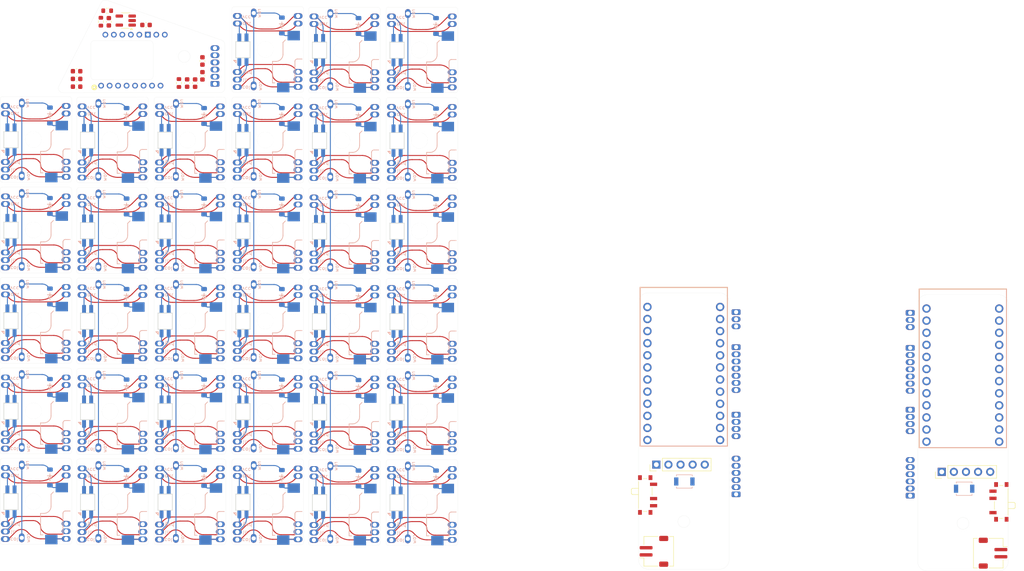
<source format=kicad_pcb>
(kicad_pcb (version 20240108) (generator "pcbnew") (generator_version "8.0")
  (layers (0 "F.Cu" signal) (1 "In1.Cu" signal) (2 "In2.Cu" signal) (31 "B.Cu" signal) (34 "B.Paste" user) (35 "F.Paste" user) (36 "B.SilkS" user "B.Silkscreen") (37 "F.SilkS" user "F.Silkscreen") (38 "B.Mask" user) (39 "F.Mask" user) (44 "Edge.Cuts" user))
  (net 0 "")
  (net 1 "Net-(U2-+VCSEL)")
  (net 2 "GND")
  (net 3 "+1V9")
  (net 4 "Net-(U2-CP)")
  (net 5 "Net-(U2-CN)")
  (net 6 "3.3v")
  (net 7 "Net-(U2-VCP)")
  (net 8 "Row 0 L")
  (net 9 "Row 1 L")
  (net 10 "Row 2 L")
  (net 11 "Net-(D16-A)")
  (net 12 "VCC L")
  (net 13 "Net-(D18-DIN)")
  (net 14 "Net-(IC1-ADJ)")
  (net 15 "GND L")
  (net 16 "RGB L")
  (net 17 "Net-(J2-Pin_2)")
  (net 18 "NCS")
  (net 19 "MOTION")
  (net 20 "SCLK")
  (net 21 "SDIO")
  (net 22 "Row 0 R")
  (net 23 "Net-(U2-NRESET)")
  (net 24 "Row 1 R")
  (net 25 "Row 2 R")
  (net 27 "Net-(U2--VCSEL)")
  (net 30 "GND R")
  (net 31 "VCC R")
  (net 32 "MOSI L")
  (net 33 "CS_D L")
  (net 34 "SCK L")
  (net 35 "CS_T  L")
  (net 36 "SCK  L")
  (net 37 "MISO L")
  (net 38 "MOSI R")
  (net 39 "CS_T R")
  (net 40 "SCK R")
  (net 41 "MISO R")
  (net 42 "CS_D R")
  (net 43 "Net-(J7-Pin_2)")
  (net 44 "Col 4 L")
  (net 45 "Col 3 L")
  (net 46 "Col 2 L")
  (net 47 "Col 1 L")
  (net 48 "Col 0 L")
  (net 49 "Col 5 L")
  (net 50 "Col 4 R")
  (net 51 "Col 3 R")
  (net 52 "Col 2 R")
  (net 53 "Col 1 R")
  (net 54 "Col 0 R")
  (net 55 "Col 5 R")
  (net 56 "BAT L")
  (net 57 "RST L")
  (net 58 "RST R")
  (net 59 "BAT R")
  (net 60 "CS_T L")
  (net 61 "RGB R")
  (net 65 "VCC")
  (net 66 "Col")
  (net 67 "Row")
  (net 68 "OUT")
  (net 69 "IN")
  (net 70 "Row 3 L")
  (net 71 "Row 3 R")
  (net 72 "Col 6 L")
  (net 73 "Col 6 R")
  (footprint "" (layer "F.Cu") (at 97.271676 89.682957 90)
    (property "Reference" "")
    (property "Value" "")
  )
  (footprint "" (layer "F.Cu") (at 120.355682 94.872319 -90)
    (property "Reference" "")
    (property "Value" "")
  )
  (footprint "" (layer "F.Cu") (at 116.905682 145.243043 180)
    (property "Reference" "")
    (property "Value" "")
  )
  (footprint "" (layer "F.Cu") (at 113.584361 96.970043 90)
    (property "Reference" "")
    (property "Value" "")
  )
  (footprint "ScottoKeebs_Components:LED_SK6812MINI" (layer "F.Cu") (at 102.014361 102.470043 90)
    (property "Reference" "D18" (hide yes))
    (property "Value" "LED_SK6812MINI" (hide yes))
    (fp_line (start 1.7 -1.5) (end -1.7 -1.5) (stroke (width 0.12)) (layer "Edge.Cuts"))
    (fp_line (start -1.7 -1.5) (end -1.7 1.5) (stroke (width 0.12)) (layer "Edge.Cuts"))
    (fp_line (start 1.7 1.5) (end 1.7 -1.5) (stroke (width 0.12)) (layer "Edge.Cuts"))
    (fp_line (start -1.7 1.5) (end 1.7 1.5) (stroke (width 0.12)) (layer "Edge.Cuts"))
  )
  (footprint "" (layer "F.Cu") (at 129.655682 59.081595 90)
    (property "Reference" "")
    (property "Value" "")
  )
  (footprint "" (layer "F.Cu") (at 145.911682 40.086233 90)
    (property "Reference" "")
    (property "Value" "")
  )
  (footprint "" (layer "F.Cu") (at 52.214355 76.275681 90)
    (property "Reference" "")
    (property "Value" "")
  )
  (footprint "" (layer "F.Cu") (at 136.591682 72.171595 -90)
    (property "Reference" "")
    (property "Value" "")
  )
  (footprint "" (layer "F.Cu") (at 100.854361 76.384681 90)
    (property "Reference" "")
    (property "Value" "")
  )
  (footprint "" (layer "F.Cu") (at 71.695676 110.053319 -90)
    (property "Reference" "")
    (property "Value" "")
  )
  (footprint "ScottoKeebs_Components:LED_SK6812MINI" (layer "F.Cu") (at 134.341682 83.576957 90)
    (property "Reference" "D18" (hide yes))
    (property "Value" "LED_SK6812MINI" (hide yes))
    (fp_line (start 1.7 -1.5) (end -1.7 -1.5) (stroke (width 0.12)) (layer "Edge.Cuts"))
    (fp_line (start -1.7 -1.5) (end -1.7 1.5) (stroke (width 0.12)) (layer "Edge.Cuts"))
    (fp_line (start 1.7 1.5) (end 1.7 -1.5) (stroke (width 0.12)) (layer "Edge.Cuts"))
    (fp_line (start -1.7 1.5) (end 1.7 1.5) (stroke (width 0.12)) (layer "Edge.Cuts"))
  )
  (footprint "" (layer "F.Cu") (at 81.015676 88.097957 180)
    (property "Reference" "")
    (property "Value" "")
  )
  (footprint "" (layer "F.Cu") (at 68.265676 148.299043 90)
    (property "Reference" "")
    (property "Value" "")
  )
  (footprint "" (layer "F.Cu") (at 136.591682 148.153043 -90)
    (property "Reference" "")
    (property "Value" "")
  )
  (footprint "" (layer "F.Cu") (at 68.265676 107.143319 180)
    (property "Reference" "")
    (property "Value" "")
  )
  (footprint "" (layer "F.Cu") (at 116.925682 76.486957 90)
    (property "Reference" "")
    (property "Value" "")
  )
  (footprint "" (layer "F.Cu") (at 84.521676 129.303681 90)
    (property "Reference" "")
    (property "Value" "")
  )
  (footprint "Connector_Wuerth:Wuerth_WR-WTB_64800611622_1x06_P1.50mm_Vertical" (layer "F.Cu") (at 205.45 138.81 90)
    (property "Reference" "J4" (hide yes))
    (property "Value" "rotary")
  )
  (footprint "" (layer "F.Cu") (at 84.541676 95.373319 90)
    (property "Reference" "")
    (property "Value" "")
  )
  (footprint "" (layer "F.Cu") (at 145.911682 91.371957 90)
    (property "Reference" "")
    (property "Value" "")
  )
  (footprint "keyswitches:Kailh_socket_PG1350" (layer "F.Cu") (at 122.79069 83.530594 90)
    (property "Reference" "S16" (hide yes))
    (property "Value" "Keyswitch" (hide yes))
  )
  (footprint "ScottoKeebs_Components:LED_SK6812MINI" (layer "F.Cu") (at 69.445676 102.463319 90)
    (property "Reference" "D18" (hide yes))
    (property "Value" "LED_SK6812MINI" (hide yes))
    (fp_line (start 1.7 -1.5) (end -1.7 -1.5) (stroke (width 0.12)) (layer "Edge.Cuts"))
    (fp_line (start -1.7 -1.5) (end -1.7 1.5) (stroke (width 0.12)) (layer "Edge.Cuts"))
    (fp_line (start 1.7 1.5) (end 1.7 -1.5) (stroke (width 0.12)) (layer "Edge.Cuts"))
    (fp_line (start -1.7 1.5) (end 1.7 1.5) (stroke (width 0.12)) (layer "Edge.Cuts"))
  )
  (footprint "" (layer "F.Cu") (at 100.854361 39.973957 90)
    (property "Reference" "")
    (property "Value" "")
  )
  (footprint "" (layer "F.Cu") (at 68.265676 126.138681 180)
    (property "Reference" "")
    (property "Value" "")
  )
  (footprint "" (layer "F.Cu") (at 120.355682 56.881595 -90)
    (property "Reference" "")
    (property "Value" "")
  )
  (footprint "" (layer "F.Cu") (at 120.335682 110.162319 -90)
    (property "Reference" "")
    (property "Value" "")
  )
  (footprint "" (layer "F.Cu") (at 97.271676 129.253681 90)
    (property "Reference" "")
    (property "Value" "")
  )
  (footprint "" (layer "F.Cu") (at 52.194355 110.206043 90)
    (property "Reference" "")
    (property "Value" "")
  )
  (footprint "ScottoKeebs_Components:LED_SK6812MINI" (layer "F.Cu") (at 134.341682 102.572319 90)
    (property "Reference" "D18" (hide yes))
    (property "Value" "LED_SK6812MINI" (hide yes))
    (fp_line (start 1.7 -1.5) (end -1.7 -1.5) (stroke (width 0.12)) (layer "Edge.Cuts"))
    (fp_line (start -1.7 -1.5) (end -1.7 1.5) (stroke (width 0.12)) (layer "Edge.Cuts"))
    (fp_line (start 1.7 1.5) (end 1.7 -1.5) (stroke (width 0.12)) (layer "Edge.Cuts"))
    (fp_line (start -1.7 1.5) (end 1.7 1.5) (stroke (width 0.12)) (layer "Edge.Cuts"))
  )
  (footprint "" (layer "F.Cu") (at 129.655682 127.782681 90)
    (property "Reference" "")
    (property "Value" "")
  )
  (footprint "keyswitches:Kailh_socket_PG1350" (layer "F.Cu") (at 139.04669 102.525956 90)
    (property "Reference" "S16" (hide yes))
    (property "Value" "Keyswitch" (hide yes))
  )
  (footprint "" (layer "F.Cu") (at 81.015676 77.967957 90)
    (property "Reference" "")
    (property "Value" "")
  )
  (footprint "" (layer "F.Cu") (at 133.181682 114.477681 90)
    (property "Reference" "")
    (property "Value" "")
  )
  (footprint "" (layer "F.Cu") (at 104.264361 91.064681 -90)
    (property "Reference" "")
    (property "Value" "")
  )
  (footprint "" (layer "F.Cu") (at 100.834361 108.735043 90)
    (property "Reference" "")
    (property "Value" "")
  )
  (footprint "" (layer "F.Cu") (at 52.214355 115.846405 90)
    (property "Reference" "")
    (property "Value" "")
  )
  (footprint "" (layer "F.Cu") (at 64.944355 144.981767 180)
    (property "Reference" "")
    (property "Value" "")
  )
  (footprint "" (layer "F.Cu") (at 133.161682 50.266233 180)
    (property "Reference" "")
    (property "Value" "")
  )
  (footprint "" (layer "F.Cu") (at 97.271676 57.392595 90)
    (property "Reference" "")
    (property "Value" "")
  )
  (footprint "" (layer "F.Cu") (at 113.584361 107.100043 180)
    (property "Reference" "")
    (property "Value" "")
  )
  (footprint "" (layer "F.Cu") (at 97.271676 148.249043 90)
    (property "Reference" "")
    (property "Value" "")
  )
  (footprint "" (layer "F.Cu") (at 100.834361 51.748957 90)
    (property "Reference" "")
    (property "Value" "")
  )
  (footprint "keyswitches:Kailh_socket_PG1350" (layer "F.Cu") (at 106.719369 83.428318 90)
    (property "Reference" "S16" (hide yes))
    (property "Value" "Keyswitch" (hide yes))
  )
  (footprint "" (layer "F.Cu") (at 68.285676 58.962595 90)
    (property "Reference" "")
    (property "Value" "")
  )
  (footprint "" (layer "F.Cu") (at 100.834361 53.328957 90)
    (property "Reference" "")
    (property "Value" "")
  )
  (footprint "" (layer "F.Cu") (at 116.925682 135.053043 90)
    (property "Reference" "")
    (property "Value" "")
  )
  (footprint "" (layer "F.Cu") (at 68.265676 145.134043 180)
    (property "Reference" "")
    (property "Value" "")
  )
  (footprint "ScottoKeebs_Components:LED_SK6812MINI" (layer "F.Cu") (at 69.445676 83.467957 90)
    (property "Reference" "D18" (hide yes))
    (property "Value" "LED_SK6812MINI" (hide yes))
    (fp_line (start 1.7 -1.5) (end -1.7 -1.5) (stroke (width 0.12)) (layer "Edge.Cuts"))
    (fp_line (start -1.7 -1.5) (end -1.7 1.5) (stroke (width 0.12)) (layer "Edge.Cuts"))
    (fp_line (start 1.7 1.5) (end 1.7 -1.5) (stroke (width 0.12)) (layer "Edge.Cuts"))
    (fp_line (start -1.7 1.5) (end 1.7 1.5) (stroke (width 0.12)) (layer "Edge.Cuts"))
  )
  (footprint "ScottoKeebs_MCU:Nice_Nano_V2_Flipped" (layer "F.Cu") (at 253 113.78)
    (property "Reference" "U3" (hide yes))
    (property "Value" "nice!nano v2" (hide yes))
  )
  (footprint "Connector_Wuerth:Wuerth_WR-WTB_64800711622_1x07_P1.50mm_Vertical" (layer "F.Cu") (at 205.45 107.92 -90)
    (property "Reference" "J12" (hide yes))
    (property "Value" "columns")
  )
  (footprint "" (layer "F.Cu") (at 55.644355 94.661043 -90)
    (property "Reference" "")
    (property "Value" "")
  )
  (footprint "Connector_Wuerth:Wuerth_WR-WTB_64800411622_1x04_P1.50mm_Vertical" (layer "F.Cu") (at 205.45 122.1 -90)
    (property "Reference" "J9" (hide yes))
    (property "Value" "rows")
  )
  (footprint "keyswitches:Kailh_socket_PG1350" (layer "F.Cu") (at 58.079363 102.31468 90)
    (property "Reference" "S16" (hide yes))
    (property "Value" "Keyswitch" (hide yes))
  )
  (footprint "" (layer "F.Cu") (at 52.194355 69.050319 180)
    (property "Reference" "")
    (property "Value" "")
  )
  (footprint "" (layer "F.Cu") (at 100.854361 114.375405 90)
    (property "Reference" "")
    (property "Value" "")
  )
  (footprint "" (layer "F.Cu") (at 55.624355 109.951043 -90)
    (property "Reference" "")
    (property "Value" "")
  )
  (footprint "" (layer "F.Cu") (at 52.194355 91.210681 90)
    (property "Reference" "")
    (property "Value" "")
  )
  (footprint "" (layer "F.Cu") (at 81.015676 148.249043 90)
    (property "Reference" "")
    (property "Value" "")
  )
  (footprint "Capacitor_SMD:C_0603_1608Metric" (layer "F.Cu") (at 73.896686 39.615305 90)
    (property "Reference" "C10" (hide yes))
    (property "Value" "1uF" (hide yes))
  )
  (footprint "" (layer "F.Cu") (at 104.284361 132.760767 -90)
    (property "Reference" "")
    (property "Value" "")
  )
  (footprint "" (layer "F.Cu") (at 113.584361 146.675767 90)
    (property "Reference" "")
    (property "Value" "")
  )
  (footprint "" (layer "F.Cu") (at 113.584361 114.385405 90)
    (property "Reference" "")
    (property "Value" "")
  )
  (footprint "" (layer "F.Cu") (at 145.911682 59.081595 90)
    (property "Reference" "")
    (property "Value" "")
  )
  (footprint "" (layer "F.Cu") (at 129.655682 72.376595 90)
    (property "Reference" "")
    (property "Value" "")
  )
  (footprint "ScottoKeebs_Components:LED_SK6812MINI" (layer "F.Cu") (at 85.701676 121.458681 90)
    (property "Reference" "D18" (hide yes))
    (property "Value" "LED_SK6812MINI" (hide yes))
    (fp_line (start 1.7 -1.5) (end -1.7 -1.5) (stroke (width 0.12)) (layer "Edge.Cuts"))
    (fp_line (start -1.7 -1.5) (end -1.7 1.5) (stroke (width 0.12)) (layer "Edge.Cuts"))
    (fp_line (start 1.7 1.5) (end 1.7 -1.5) (stroke (width 0.12)) (layer "Edge.Cuts"))
    (fp_line (start -1.7 1.5) (end 1.7 1.5) (stroke (width 0.12)) (layer "Edge.Cuts"))
  )
  (footprint "" (layer "F.Cu") (at 97.271676 76.387957 90)
    (property "Reference" "")
    (property "Value" "")
  )
  (footprint "" (layer "F.Cu") (at 145.911682 148.358043 90)
    (property "Reference" "")
    (property "Value" "")
  )
  (footprint "" (layer "F.Cu") (at 64.944355 114.276405 90)
    (property "Reference" "")
    (property "Value" "")
  )
  (footprint "" (layer "F.Cu") (at 81.015676 108.678319 90)
    (property "Reference" "")
    (property "Value" "")
  )
  (footprint "Capacitor_SMD:C_0603_1608Metric" (layer "F.Cu") (at 67.131706 51.605308 180)
    (property "Reference" "C3" (hide yes))
    (property "Value" "3.3u/16V" (hide yes))
  )
  (footprint "" (layer "F.Cu") (at 116.905682 72.426595 90)
    (property "Reference" "")
    (property "Value" "")
  )
  (footprint "" (layer "F.Cu") (at 64.944355 108.576043 90)
    (property "Reference" "")
    (property "Value" "")
  )
  (footprint "" (layer "F.Cu") (at 81.015676 96.963319 90)
    (property "Reference" "")
    (property "Value" "")
  )
  (footprint "" (layer "F.Cu") (at 87.971676 132.754043 -90)
    (property "Reference" "")
    (property "Value" "")
  )
  (footprint "keyswitches:Kailh_socket_PG1350" (layer "F.Cu") (at 106.719369 64.432956 90)
    (property "Reference" "S16" (hide yes))
    (property "Value" "Keyswitch" (hide yes))
  )
  (footprint "" (layer "F.Cu") (at 100.854361 38.393957 90)
    (property "Reference" "")
    (property "Value" "")
  )
  (footprint "" (layer "F.Cu") (at 145.911682 97.072319 90)
    (property "Reference" "")
    (property "Value" "")
  )
  (footprint "Connector_JST:JST_ZH_S2B-ZR-SM4A-TF_1x02-1MP_P1.50mm_Horizontal" (layer "F.Cu") (at 259.33 151.16 -90)
    (property "Reference" "J7" (hide yes))
    (property "Value" "Battery")
  )
  (footprint "" (layer "F.Cu") (at 116.905682 146.828043 90)
    (property "Reference" "")
    (property "Value" "")
  )
  (footprint "" (layer "F.Cu") (at 52.194355 146.616767 90)
    (property "Reference" "")
    (property "Value" "")
  )
  (footprint "" (layer "F.Cu") (at 129.655682 133.483043 90)
    (property "Reference" "")
    (property "Value" "")
  )
  (footprint "" (layer "F.Cu") (at 133.161682 88.256957 180)
    (property "Reference" "")
    (property "Value" "")
  )
  (footprint "" (layer "F.Cu") (at 81.015676 70.687595 90)
    (property "Reference" "")
    (property "Value" "")
  )
  (footprint "" (layer "F.Cu") (at 116.925682 95.482319 90)
    (property "Reference" "")
    (property "Value" "")
  )
  (footprint "" (layer "F.Cu") (at 145.911682 133.483043 90)
    (property "Reference" "")
    (property "Value" "")
  )
  (footprint "" (layer "F.Cu") (at 81.015676 133.374043 90)
    (property "Reference" "")
    (property "Value" "")
  )
  (footprint "" (layer "F.Cu") (at 129.655682 95.492319 90)
    (property "Reference" "")
    (property "Value" "")
  )
  (footprint "" (layer "F.Cu") (at 145.911682 70.796595 90)
    (property "Reference" "")
    (property "Value" "")
  )
  (footprint "" (layer "F.Cu") (at 81.015676 95.383319 90)
    (property "Reference" "")
    (property "Value" "")
  )
  (footprint "" (layer "F.Cu") (at 133.161682 127.832681 90)
    (property "Reference" "")
    (property "Value" "")
  )
  (footprint "" (layer "F.Cu") (at 81.015676 134.954043 90)
    (property "Reference" "")
    (property "Value" "")
  )
  (footprint "" (layer "F.Cu") (at 68.285676 76.377957 90)
    (property "Reference" "")
    (property "Value" "")
  )
  (footprint "" (layer "F.Cu") (at 97.271676 96.963319 90)
    (property "Reference" "")
    (property "Value" "")
  )
  (footprint "" (layer "F.Cu") (at 64.944355 96.861043 90)
    (property "Reference" "")
    (property "Value" "")
  )
  (footprint "" (layer "F.Cu") (at 81.015676 145.084043 180)
    (property "Reference" "")
    (property "Value" "")
  )
  (footprint "" (layer "F.Cu") (at 133.181682 57.491595 90)
    (property "Reference" "")
    (property "Value" "")
  )
  (footprint "" (layer "F.Cu") (at 68.285676 115.948681 90)
    (property "Reference" "")
    (property "Value" "")
  )
  (footprint "" (layer "F.Cu") (at 55.624355 90.955681 -90)
    (property "Reference" "")
    (property "Value" "")
  )
  (footprint "" (layer "F.Cu") (at 81.015676 76.387957 90)
    (property "Reference" "")
    (property "Value" "")
  )
  (footprint "" (layer "F.Cu") (at 64.944355 89.580681 90)
    (property "Reference" "")
    (property "Value" "")
  )
  (footprint "" (layer "F.Cu") (at 64.944355 77.865681 90)
    (property "Reference" "")
    (property "Value" "")
  )
  (footprint "" (layer "F.Cu") (at 136.591682 110.162319 -90)
    (property "Reference" "")
    (property "Value" "")
  )
  (footprint "" (layer "F.Cu") (at 97.271676 115.958681 90)
    (property "Reference" "")
    (property "Value" "")
  )
  (footprint "Connector_Wuerth:Wuerth_WR-WTB_64800611622_1x06_P1.50mm_Vertical" (layer "F.Cu") (at 96.146682 52.645301 90)
    (property "Reference" "J3" (hide yes))
    (property "Value" "trackball" (hide yes))
  )
  (footprint "" (layer "F.Cu") (at 84.521676 72.317595 90)
    (property "Reference" "")
    (property "Value" "")
  )
  (footprint "Connector_Wuerth:Wuerth_WR-WTB_64800711622_1x07_P1.50mm_Vertical" (layer "F.Cu") (at 241.96 108.07 -90)
    (property "Reference" "J13" (hide yes))
    (property "Value" "columns")
  )
  (footprint "" (layer "F.Cu") (at 129.655682 57.501595 90)
    (property "Reference" "")
    (property "Value" "")
  )
  (footprint "" (layer "F.Cu") (at 100.834361 146.725767 90)
    (property "Reference" "")
    (property "Value" "")
  )
  (footprint "" (layer "F.Cu") (at 84.541676 96.953319 90)
    (property "Reference" "")
    (property "Value" "")
  )
  (footprint "" (layer "F.Cu") (at 113.584361 76.394681 90)
    (property "Reference" "")
    (property "Value" "")
  )
  (footprint "" (layer "F.Cu") (at 71.715676 132.754043 -90)
    (property "Reference" "")
    (property "Value" "")
  )
  (footprint "ScottoKeebs_Components:LED_SK6812MINI" (layer "F.Cu") (at 69.445676 121.458681 90)
    (property "Reference" "D18" (hide yes))
    (property "Value" "LED_SK6812MINI" (hide yes))
    (fp_line (start 1.7 -1.5) (end -1.7 -1.5) (stroke (width 0.12)) (layer "Edge.Cuts"))
    (fp_line (start -1.7 -1.5) (end -1.7 1.5) (stroke (width 0.12)) (layer "Edge.Cuts"))
    (fp_line (start 1.7 1.5) (end 1.7 -1.5) (stroke (width 0.12)) (layer "Edge.Cuts"))
    (fp_line (start -1.7 1.5) (end 1.7 1.5) (stroke (width 0.12)) (layer "Edge.Cuts"))
  )
  (footprint "" (layer "F.Cu") (at 55.644355 75.665681 -90)
    (property "Reference" "")
    (property "Value" "")
  )
  (footprint "" (layer "F.Cu") (at 87.971676 56.772595 -90)
    (property "Reference" "")
    (property "Value" "")
  )
  (footprint "" (layer "F.Cu") (at 129.655682 70.796595 90)
    (property "Reference" "")
    (property "Value" "")
  )
  (footprint "Connector_PinHeader_2.54mm:PinHeader_1x05_P2.54mm_Vertical" (layer "F.Cu") (at 188.715 132.57 90)
    (property "Reference" "J1" (hide yes))
    (property "Value" "nice!view")
  )
  (footprint "" (layer "F.Cu") (at 133.181682 133.473043 90)
    (property "Reference" "")
    (property "Value" "")
  )
  (footprint "keyswitches:Kailh_socket_PG1350" (layer "F.Cu") (at 106.719369 121.419042 90)
    (property "Reference" "S16" (hide yes))
    (property "Value" "Keyswitch" (hide yes))
  )
  (footprint "" (layer "F.Cu") (at 145.911682 146.778043 90)
    (property "Reference" "")
    (property "Value" "")
  )
  (footprint "keyswitches:Kailh_socket_PG1350" (layer "F.Cu") (at 122.79069 102.525956 90)
    (property "Reference" "S16" (hide yes))
    (property "Value" "Keyswitch" (hide yes))
  )
  (footprint "" (layer "F.Cu") (at 68.265676 146.719043 90)
    (property "Reference" "")
    (property "Value" "")
  )
  (footprint "" (layer "F.Cu") (at 133.181682 78.066957 90)
    (property "Reference" "")
    (property "Value" "")
  )
  (footprint "" (layer "F.Cu") (at 129.655682 40.086233 90)
    (property "Reference" "")
    (property "Value" "")
  )
  (footprint "ScottoKeebs_Components:LED_SK6812MINI" (layer "F.Cu") (at 118.085682 45.586233 90)
    (property "Reference" "D18" (hide yes))
    (property "Value" "LED_SK6812MINI" (hide yes))
    (fp_line (start 1.7 -1.5) (end -1.7 -1.5) (stroke (width 0.12)) (layer "Edge.Cuts"))
    (fp_line (start -1.7 -1.5) (end -1.7 1.5) (stroke (width 0.12)) (layer "Edge.Cuts"))
    (fp_line (start 1.7 1.5) (end 1.7 -1.5) (stroke (width 0.12)) (layer "Edge.Cuts"))
    (fp_line (start -1.7 1.5) (end 1.7 1.5) (stroke (width 0.12)) (layer "Edge.Cuts"))
  )
  (footprint "ScottoKeebs_Components:LED_SK6812MINI" (layer "F.Cu") (at 118.085682 64.581595 90)
    (property "Reference" "D18" (hide yes))
    (property "Value" "LED_SK6812MINI" (hide yes))
    (fp_line (start 1.7 -1.5) (end -1.7 -1.5) (stroke (width 0.12)) (layer "Edge.Cuts"))
    (fp_line (start -1.7 -1.5) (end -1.7 1.5) (stroke (width 0.12)) (layer "Edge.Cuts"))
    (fp_line (start 1.7 1.5) (end 1.7 -1.5) (stroke (width 0.12)) (layer "Edge.Cuts"))
    (fp_line (start -1.7 1.5) (end 1.7 1.5) (stroke (width 0.12)) (layer "Edge.Cuts"))
  )
  (footprint "" (layer "F.Cu") (at 100.834361 69.159319 180)
    (property "Reference" "")
    (property "Value" "")
  )
  (footprint "" (layer "F.Cu") (at 71.695676 148.044043 -90)
    (property "Reference" "")
    (property "Value" "")
  )
  (footprint "" (layer "F.Cu") (at 87.951676 72.062595 -90)
    (property "Reference" "")
    (property "Value" "")
  )
  (footprint "keyswitches:Kailh_socket_PG1350" (layer "F.Cu") (at 122.79069 121.521318 90)
    (property "Reference" "S16" (hide yes))
    (property "Value" "Keyswitch" (hide yes))
  )
  (footprint "" (layer "F.Cu") (at 133.161682 108.837319 90)
    (property "Reference" "")
    (property "Value" "")
  )
  (footprint "" (layer "F.Cu") (at 145.911682 76.496957 90)
    (property "Reference" "")
    (property "Value" "")
  )
  (footprint "" (layer "F.Cu") (at 68.265676 89.732957 90)
    (property "Reference" "")
    (property "Value" "")
  )
  (footprint "" (layer "F.Cu") (at 97.271676 146.669043 90)
    (property "Reference" "")
    (property "Value" "")
  )
  (footprint "" (layer "F.Cu") (at 104.284361 113.765405 -90)
    (property "Reference" "")
    (property "Value" "")
  )
  (footprint "" (layer "F.Cu") (at 129.655682 51.801233 90)
    (property "Reference" "")
    (property "Value" "")
  )
  (footprint "" (layer "F.Cu") (at 145.911682 53.381233 90)
    (property "Reference" "")
    (property "Value" "")
  )
  (footprint "Connector_Wuerth:Wuerth_WR-WTB_64800311622_1x03_P1.50mm_Vertical" (layer "F.Cu") (at 205.45 100.56 -90)
    (property "Reference" "J8" (hide yes))
    (property "Value" "rgb")
  )
  (footprint "" (layer "F.Cu") (at 64.944355 148.146767 90)
    (property "Reference" "")
    (property "Value" "")
  )
  (footprint "" (layer "F.Cu") (at 100.854361 95.380043 90)
    (property "Reference" "")
    (property "Value" "")
  )
  (footprint "" (layer "F.Cu") (at 64.944355 106.991043 180)
    (property "Reference" "")
    (property "Value" "")
  )
  (footprint "" (layer "F.Cu") (at 87.951676 91.057957 -90)
    (property "Reference" "")
    (property "Value" "")
  )
  (footprint "" (layer "F.Cu") (at 52.194355 145.031767 180)
    (property "Reference" "")
    (property "Value" "")
  )
  (footprint "" (layer "F.Cu") (at 87.971676 113.758681 -90)
    (property "Reference" "")
    (property "Value" "")
  )
  (footprint "sensor:PMW3610" (layer "F.Cu") (at 76.556697 47.672808 90)
    (property "Reference" "U2" (hide yes))
    (property "Value" "PMW3610")
  )
  (footprint "" (layer "F.Cu") (at 104.264361 72.069319 -90)
    (property "Reference" "")
    (property "Value" "")
  )
  (footprint "" (layer "F.Cu") (at 129.655682 91.371957 90)
    (property "Reference" "")
    (property "Value" "")
  )
  (footprint "keyswitches:Kailh_socket_PG1350" (layer "F.Cu") (at 139.04669 83.530594 90)
    (property "Reference" "S16" (hide yes))
    (property "Value" "Keyswitch" (hide yes))
  )
  (footprint "" (layer "F.Cu") (at 64.944355 95.281043 90)
    (property "Reference" "")
    (property "Value" "")
  )
  (footprint "" (layer "F.Cu") (at 113.584361 129.260405 90)
    (property "Reference" "")
    (property "Value" "")
  )
  (footprint "" (layer "F.Cu") (at 68.285676 133.364043 90)
    (property "Reference" "")
    (property "Value" "")
  )
  (footprint "" (layer "F.Cu") (at 113.584361 134.960767 90)
    (property "Reference" "")
    (property "Value" "")
  )
  (footprint "" (layer "F.Cu") (at 100.834361 145.140767 180)
    (property "Reference" "")
    (property "Value" "")
  )
  (footprint "" (layer "F.Cu") (at 71.715676 94.763319 -90)
    (property "Reference" "")
    (property "Value" "")
  )
  (footprint "" (layer "F.Cu") (at 100.834361 129.310405 90)
    (property "Reference" "")
    (property "Value" "")
  )
  (footprint "" (layer "F.Cu") (at 129.655682 145.193043 180)
    (property "Reference" "")
    (property "Value" "")
  )
  (footprint "" (layer "F.Cu") (at 120.355682 113.867681 -90)
    (property "Reference" "")
    (property "Value" "")
  )
  (footprint "" (layer "F.Cu") (at 84.521676 127.723681 90)
    (property "Reference" "")
    (property "Value" "")
  )
  (footprint "Connector_JST:JST_ZH_S2B-ZR-SM4A-TF_1x02-1MP_P1.50mm_Horizontal" (layer "F.Cu") (at 188.22 150.77 90)
    (property "Reference" "J2" (hide yes))
    (property "Value" "Battery")
  )
  (footprint "keyswitches:Kailh_socket_PG1350" (layer "F.Cu") (at 74.150684 64.426232 90)
    (property "Reference" "S16" (hide yes))
    (property "Value" "Keyswitch" (hide yes))
  )
  (footprint "" (layer "F.Cu") (at 116.925682 116.057681 90)
    (property "Reference" "")
    (property "Value" "")
  )
  (footprint "" (layer "F.Cu") (at 113.584361 53.278957 90)
    (property "Reference" "")
    (property "Value" "")
  )
  (footprint "" (layer "F.Cu") (at 104.264361 148.050767 -90)
    (property "Reference" "")
    (property "Value" "")
  )
  (footprint "" (layer "F.Cu") (at 84.541676 57.382595 90)
    (property "Reference" "")
    (property "Value" "")
  )
  (footprint "" (layer "F.Cu") (at 81.015676 110.258319 90)
    (property "Reference" "")
    (property "Value" "")
  )
  (footprint "" (layer "F.Cu") (at 68.265676 108.728319 90)
    (property "Reference" "")
    (property "Value" "")
  )
  (footprint "" (layer "F.Cu") (at 52.194355 108.626043 90)
    (property "Reference" "")
    (property "Value" "")
  )
  (footprint "Capacitor_SMD:C_0603_1608Metric" (layer "F.Cu") (at 67.131697 49.995312 180)
    (property "Reference" "C2" (hide yes))
    (property "Value" "100n" (hide yes))
  )
  (footprint "" (layer "F.Cu") (at 120.355682 75.876957 -90)
    (property "Reference" "")
    (property "Value" "")
  )
  (footprint "" (layer "F.Cu") (at 71.715676 113.758681 -90)
    (property "Reference" "")
    (property "Value" "")
  )
  (footprint "Connector_PinHeader_2.54mm:PinHeader_1x05_P2.54mm_Vertical" (layer "F.Cu") (at 248.58 134.09 90)
    (property "Reference" "J6" (hide yes))
    (property "Value" "nice!view")
  )
  (footprint "keyswitches:Kailh_socket_PG1350" (layer "F.Cu") (at 90.406684 64.426232 90)
    (property "Reference" "S16" (hide yes))
    (property "Value" "Keyswitch" (hide yes))
  )
  (footprint "" (layer "F.Cu") (at 68.285676 95.373319 90)
    (property "Reference" "")
    (property "Value" "")
  )
  (footprint "" (layer "F.Cu") (at 81.015676 129.253681 90)
    (property "Reference" "")
    (property "Value" "")
  )
  (footprint "" (layer "F.Cu") (at 97.271676 108.678319 90)
    (property "Reference" "")
    (property "Value" "")
  )
  (footprint "" (layer "F.Cu") (at 97.271676 114.378681 90)
    (property "Reference" "")
    (property "Value" "")
  )
  (footprint "ScottoKeebs_Components:LED_SK6812MINI" (layer "F.Cu") (at 85.701676 83.467957 90)
    (property "Reference" "D18" (hide yes))
    (property "Value" "LED_SK6812MINI" (hide yes))
    (fp_line (start 1.7 -1.5) (end -1.7 -1.5) (stroke (width 0.12)) (layer "Edge.Cuts"))
    (fp_line (start -1.7 -1.5) (end -1.7 1.5) (stroke (width 0.12)) (layer "Edge.Cuts"))
    (fp_line (start 1.7 1.5) (end 1.7 -1.5) (stroke (width 0.12)) (layer "Edge.Cuts"))
    (fp_line (start -1.7 1.5) (end 1.7 1.5) (stroke (width 0.12)) (layer "Edge.Cuts"))
  )
  (footprint "" (layer "F.Cu") (at 100.854361 57.389319 90)
    (property "Reference" "")
    (property "Value" "")
  )
  (footprint "Button_Switch_SMD:SW_SPDT_PCM12" (layer "F.Cu") (at 186.71 138.95 -90)
    (property "Reference" "SW1" (hide yes))
    (property "Value" "Power")
  )
  (footprint "" (layer "F.Cu") (at 55.624355 128.946405 -90)
    (property "Reference" "")
    (property "Value" "")
  )
  (footprint "keyswitches:Kailh_socket_PG1350" (layer "F.Cu") (at 74.150684 140.40768 90)
    (property "Reference" "S16" (hide yes))
    (property "Value" "Keyswitch" (hide yes))
  )
  (footprint "ScottoKeebs_Components:LED_SK6812MINI" (layer "F.Cu") (at 53.374355 64.370319 90)
    (property "Reference" "D18" (hide yes))
    (property "Value" "LED_SK6812MINI" (hide yes))
    (fp_line (start 1.7 -1.5) (end -1.7 -1.5) (stroke (width 0.12)) (layer "Edge.Cuts"))
    (fp_line (start -1.7 -1.5) (end -1.7 1.5) (stroke (width 0.12)) (layer "Edge.Cuts"))
    (fp_line (start 1.7 1.5) (end 1.7 -1.5) (stroke (width 0.12)) (layer "Edge.Cuts"))
    (fp_line (start -1.7 1.5) (end 1.7 1.5) (stroke (width 0.12)) (layer "Edge.Cuts"))
  )
  (footprint "" (layer "F.Cu") (at 129.655682 148.358043 90)
    (property "Reference" "")
    (property "Value" "")
  )
  (footprint "" (layer "F.Cu") (at 81.015676 89.682957 90)
    (property "Reference" "")
    (property "Value" "")
  )
  (footprint "" (layer "F.Cu") (at 84.541676 76.377957 90)
    (property "Reference" "")
    (property "Value" "")
  )
  (footprint "" (layer "F.Cu") (at 52.214355 114.266405 90)
    (property "Reference" "")
    (property "Value" "")
  )
  (footprint "Resistor_SMD:R_0603_1608Metric" (layer "F.Cu") (at 72.226695 39.600307 -90)
    (property "Reference" "R3" (hide yes))
    (property "Value" "15k" (hide yes))
  )
  (footprint "" (layer "F.Cu") (at 68.285676 96.953319 90)
    (property "Reference" "")
    (property "Value" "")
  )
  (footprint "" (layer "F.Cu") (at 120.335682 91.166957 -90)
    (property "Reference" "")
    (property "Value" "")
  )
  (footprint "" (layer "F.Cu") (at 52.214355 95.271043 90)
    (property "Reference" "")
    (property "Value" "")
  )
  (footprint "" (layer "F.Cu") (at 97.271676 77.967957 90)
    (property "Reference" "")
    (property "Value" "")
  )
  (footprint "" (layer "F.Cu") (at 113.584361 126.095405 180)
    (property "Reference" "")
    (property "Value" "")
  )
  (footprint "" (layer "F.Cu") (at 100.834361 110.315043 90)
    (property "Reference" "")
    (property "Value" "")
  )
  (footprint "" (layer "F.Cu") (at 133.181682 95.482319 90)
    (property "Reference" "")
    (property "Value" "")
  )
  (footprint "ScottoKeebs_Components:LED_SK6812MINI" (layer "F.Cu") (at 134.341682 121.567681 90)
    (property "Reference" "D18" (hide yes))
    (property "Value" "LED_SK6812MINI" (hide yes))
    (fp_line (start 1.7 -1.5) (end -1.7 -1.5) (stroke (width 0.12)) (layer "Edge.Cuts"))
    (fp_line (start -1.7 -1.5) (end -1.7 1.5) (stroke (width 0.12)) (layer "Edge.Cuts"))
    (fp_line (start 1.7 1.5) (end 1.7 -1.5) (stroke (width 0.12)) (layer "Edge.Cuts"))
    (fp_line (start -1.7 1.5) (end 1.7 1.5) (stroke (width 0.12)) (layer "Edge.Cuts"))
  )
  (footprint "" (layer "F.Cu") (at 84.521676 107.143319 180)
    (property "Reference" "")
    (property "Value" "")
  )
  (footprint "" (layer "F.Cu") (at 100.834361 107.150043 180)
    (property "Reference" "")
    (property "Value" "")
  )
  (footprint "keyswitches:Kailh_socket_PG1350" (layer "F.Cu") (at 122.79069 64.535232 90)
    (property "Reference" "S16" (hide yes))
    (property "Value" "Keyswitch" (hide yes))
  )
  (footprint "" (layer "F.Cu") (at 116.925682 57.491595 90)
    (property "Reference" "")
    (property "Value" "")
  )
  (footprint "" (layer "F.Cu") (at 133.161682 107.252319 180)
    (property "Reference" "")
    (property "Value" "")
  )
  (footprint "" (layer "F.Cu") (at 145.911682 107.202319 180)
    (property "Reference" "")
    (property "Value" "")
  )
  (footprint "" (layer "F.Cu") (at 133.181682 38.496233 90)
    (property "Reference" "")
    (property "Value" "")
  )
  (footprint "" (layer "F.Cu") (at 68.265676 110.308319 90)
    (property "Reference" "")
    (property "Value" "")
  )
  (footprint "Connector_Wuerth:Wuerth_WR-WTB_64800611622_1x06_P1.50mm_Vertical" (layer "F.Cu") (at 241.96 139.09 90)
    (property "Reference" "J5" (hide yes))
    (property "Value" "trackball")
  )
  (footprint "" (layer "F.Cu") (at 113.584361 110.265043 90)
    (property "Reference" "")
    (property "Value" "")
  )
  (footprint "" (layer "F.Cu") (at 100.834361 126.145405 180)
    (property "Reference" "")
    (property "Value" "")
  )
  (footprint "" (layer "F.Cu") (at 64.944355 58.870319 90)
    (property "Reference" "")
    (property "Value" "")
  )
  (footprint "" (layer "F.Cu") (at 136.611682 94.872319 -90)
    (property "Reference" "")
    (property "Value" "")
  )
  (footprint "Capacitor_SMD:C_0603_1608Metric" (layer "F.Cu") (at 93.525206 50.961436 -90)
    (property "Reference" "C8" (hide yes))
    (property "Value" " 10u (X7R)" (hide yes))
  )
  (footprint "" (layer "F.Cu") (at 129.655682 110.367319 90)
    (property "Reference" "")
    (property "Value" "")
  )
  (footprint "Capacitor_SMD:C_0603_1608Metric" (layer "F.Cu") (at 90.316695 52.480317 90)
    (property "Reference" "C7" (hide yes))
    (property "Value" "100n" (hide yes))
  )
  (footprint "" (layer "F.Cu") (at 52.214355 77.855681 90)
    (property "Reference" "")
    (property "Value" "")
  )
  (footprint "" (layer "F.Cu") (at 129.655682 114.487681 90)
    (property "Reference" "")
    (property "Value" "")
  )
  (footprint "" (layer "F.Cu") (at 120.335682 148.153043 -90)
    (property "Reference" "")
    (property "Value" "")
  )
  (footprint "" (layer "F.Cu") (at 52.194355 129.201405 90)
    (property "Reference" "")
    (property "Value" "")
  )
  (footprint "" (layer "F.Cu") (at 71.715676 75.767957 -90)
    (property "Reference" "")
    (property "Value" "")
  )
  (footprint "keyswitches:Kailh_socket_PG1350" (layer "F.Cu") (at 106.719369 102.42368 90)
    (property "Reference" "S16" (hide yes))
    (property "Value" "Keyswitch" (hide yes))
  )
  (footprint "" (layer "F.Cu") (at 97.271676 58.972595 90)
    (property "Reference" "")
    (property "Value" "")
  )
  (footprint "" (layer "F.Cu") (at 116.925682 133.473043 90)
    (property "Reference" "")
    (property "Value" "")
  )
  (footprint "" (layer "F.Cu") (at 116.905682 148.408043 90)
    (property "Reference" "")
    (property "Value" "")
  )
  (footprint "" (layer "F.Cu") (at 116.905682 91.421957 90)
    (property "Reference" "")
    (property "Value" "")
  )
  (footprint "" (layer "F.Cu") (at 116.925682 78.066957 90)
    (property "Reference" "")
    (property "Value" "")
  )
  (footprint "" (layer "F.Cu") (at 84.521676 146.719043 90)
    (property "Reference" "")
    (property "Value" "")
  )
  (footprint "" (layer "F.Cu") (at 129.655682 38.506233 90)
    (property "Reference" "")
    (property "Value" "")
  )
  (footprint "" (layer "F.Cu") (at 145.911682 51.801233 90)
    (property "Reference" "")
    (property "Value" "")
  )
  (footprint "ScottoKeebs_Components:LED_SK6812MINI" (layer "F.Cu") (at 85.701676 102.463319 90)
    (property "Reference" "D18" (hide yes))
    (property "Value" "LED_SK6812MINI" (hide yes))
    (fp_line (start 1.7 -1.5) (end -1.7 -1.5) (stroke (width 0.12)) (layer "Edge.Cuts"))
    (fp_line (start -1.7 -1.5) (end -1.7 1.5) (stroke (width 0.12)) (layer "Edge.Cuts"))
    (fp_line (start 1.7 1.5) (end 1.7 -1.5) (stroke (width 0.12)) (layer "Edge.Cuts"))
    (fp_line (start -1.7 1.5) (end 1.7 1.5) (stroke (width 0.12)) (layer "Edge.Cuts"))
  )
  (footprint "" (layer "F.Cu") (at 84.521676 88.147957 180)
    (property "Reference" "")
    (property "Value" "")
  )
  (footprint "" (layer "F.Cu") (at 71.715676 56.772595 -90)
    (property "Reference" "")
    (property "Value" "")
  )
  (footprint "keyswitches:Kailh_socket_PG1350" (layer "F.Cu") (at 139.04669 45.53987 90)
    (property "Reference" "S16" (hide yes))
    (property "Value" "Keyswitch" (hide yes))
  )
  (footprint "" (layer "F.Cu") (at 116.905682 53.431233 90)
    (property "Reference" "")
    (property "Value" "")
  )
  (footprint "keyswitches:Kailh_socket_PG1350" (layer "F.Cu") (at 74.150684 102.416956 90)
    (property "Reference" "S16" (hide yes))
    (property "Value" "Keyswitch" (hide yes))
  )
  (footprint "" (layer "F.Cu") (at 68.285676 114.368681 90)
    (property "Reference" "")
    (property "Value" "")
  )
  (footprint "" (layer "F.Cu") (at 100.834361 89.739681 90)
    (property "Reference" "")
    (property "Value" "")
  )
  (footprint "" (layer "F.Cu") (at 116.905682 126.247681 180)
    (property "Reference" "")
    (property "Value" "")
  )
  (footprint "" (layer "F.Cu") (at 133.161682 51.851233 90)
    (property "Reference" "")
    (property "Value" "")
  )
  (footprint "ScottoKeebs_Components:LED_SK6812MINI" (layer "F.Cu") (at 134.341682 45.586233 90)
    (property "Reference" "D18" (hide yes))
    (property "Value" "LED_SK6812MINI" (hide yes))
    (fp_line (start 1.7 -1.5) (end -1.7 -1.5) (stroke (width 0.12)) (layer "Edge.Cuts"))
    (fp_line (start -1.7 -1.5) (end -1.7 1.5) (stroke (width 0.12)) (layer "Edge.Cuts"))
    (fp_line (start 1.7 1.5) (end 1.7 -1.5) (stroke (width 0.12)) (layer "Edge.Cuts"))
    (fp_line (start -1.7 1.5) (end 1.7 1.5) (stroke (width 0.12)) (layer "Edge.Cuts"))
  )
  (footprint "" (layer "F.Cu") (at 71.695676 91.057957 -90)
    (property "Reference" "")
    (property "Value" "")
  )
  (footprint "" (layer "F.Cu") (at 136.591682 53.176233 -90)
    (property "Reference" "")
    (property "Value" "")
  )
  (footprint "" (layer "F.Cu") (at 145.911682 57.501595 90)
    (property "Reference" "")
    (property "Value" "")
  )
  (footprint "" (layer "F.Cu") (at 52.214355 57.280319 90)
    (property "Reference" "")
    (property "Value" "")
  )
  (footprint "" (layer "F.Cu") (at 145.911682 78.076957 90)
    (property "Reference" "")
    (property "Value" "")
  )
  (footprint "" (layer "F.Cu") (at 129.655682 116.067681 90)
    (property "Reference" "")
    (property "Value" "")
  )
  (footprint "" (layer "F.Cu") (at 81.015676 107.093319 180)
    (property "Reference" "")
    (property "Value" "")
  )
  (footprint "" (layer "F.Cu") (at 113.584361 108.685043 90)
    (property "Reference" "")
    (property "Value" "")
  )
  (footprint "keyswitches:Kailh_socket_PG1350" (layer "F.Cu") (at 90.406684 83.421594 90)
    (property "Reference" "S16" (hide yes))
    (property "Value" "Keyswitch" (hide yes))
  )
  (footprint "" (layer "F.Cu") (at 87.951676 148.044043 -90)
    (property "Reference" "")
    (property "Value" "")
  )
  (footprint "" (layer "F.Cu") (at 81.015676 72.267595 90)
    (property "Reference" "")
    (property "Value" "")
  )
  (footprint "" (layer "F.Cu") (at 104.264361 129.055405 -90)
    (property "Reference" "")
    (property "Value" "")
  )
  (footprint "" (layer "F.Cu") (at 120.355682 37.886233 -90)
    (property "Reference" "")
    (property "Value" "")
  )
  (footprint "" (layer "F.Cu") (at 64.944355 146.566767 90)
    (property "Reference" "")
    (property "Value" "")
  )
  (footprint "" (layer "F.Cu") (at 100.834361 72.324319 90)
    (property "Reference" "")
    (property "Value" "")
  )
  (footprint "" (layer "F.Cu") (at 68.265676 127.723681 90)
    (property "Reference" "")
    (property "Value" "")
  )
  (footprint "" (layer "F.Cu") (at 136.611682 132.863043 -90)
    (property "Reference" "")
    (property "Value" "")
  )
  (footprint "keyswitches:Kailh_socket_PG1350" (layer "F.Cu") (at 58.079363 140.305404 90)
    (property "Reference" "S16" (hide yes))
    (property "Value" "Keyswitch" (hide yes))
  )
  (footprint "ScottoKeebs_Components:LED_SK6812MINI" (layer "F.Cu") (at 53.374355 140.351767 90)
    (property "Reference" "D18" (hide yes))
    (property "Value" "LED_SK6812MINI" (hide yes))
    (fp_line (start 1.7 -1.5) (end -1.7 -1.5) (stroke (width 0.12)) (layer "Edge.Cuts"))
    (fp_line (start -1.7 -1.5) (end -1.7 1.5) (stroke (width 0.12)) (layer "Edge.Cuts"))
    (fp_line (start 1.7 1.5) (end 1.7 -1.5) (stroke (width 0.12)) (layer "Edge.Cuts"))
    (fp_line (start -1.7 1.5) (end 1.7 1.5) (stroke (width 0.12)) (layer "Edge.Cuts"))
  )
  (footprint "" (layer "F.Cu") (at 136.611682 75.876957 -90)
    (property "Reference" "")
    (property "Value" "")
  )
  (footprint "keyswitches:Kailh_socket_PG1350" (layer "F.Cu") (at 139.04669 121.521318 90)
    (property "Reference" "S16" (hide yes))
    (property "Value" "Keyswitch" (hide yes))
  )
  (footprint "" (layer "F.Cu") (at 97.271676 70.687595 90)
    (property "Reference" "")
    (property "Value" "")
  )
  (footprint "ScottoKeebs_Components:LED_SK6812MINI" (layer "F.Cu") (at 118.085682 102.572319 90)
    (property "Reference" "D18" (hide yes))
    (property "Value" "LED_SK6812MINI" (hide yes))
    (fp_line (start 1.7 -1.5) (end -1.7 -1.5) (stroke (width 0.12)) (layer "Edge.Cuts"))
    (fp_line (start -1.7 -1.5) (end -1.7 1.5) (stroke (width 0.12)) (layer "Edge.Cuts"))
    (fp_line (start 1.7 1.5) (end 1.7 -1.5) (stroke (width 0.12)) (layer "Edge.Cuts"))
    (fp_line (start -1.7 1.5) (end 1.7 1.5) (stroke (width 0.12)) (layer "Edge.Cuts"))
  )
  (footprint "Resistor_SMD:R_0603_1608Metric" (layer "F.Cu") (at 88.596695 52.470306 -90)
    (property "Reference" "R1" (hide yes))
    (property "Value" "2M" (hide yes))
  )
  (footprint "Resistor_SMD:R_0603_1608Metric" (layer "F.Cu") (at 73.55169 37.295316)
    (property "Reference" "R2" (hide yes))
    (property "Value" "10k" (hide yes))
  )
  (footprint "keyswitches:Kailh_socket_PG1350" (layer "F.Cu") (at 139.04669 140.51668 90)
    (property "Reference" "S16" (hide yes))
    (property "Value" "Keyswitch" (hide yes))
  )
  (footprint "" (layer "F.Cu") (at 97.271676 91.262957 90)
    (property "Reference" "")
    (property "Value" "")
  )
  (footprint "" (layer "F.Cu") (at 113.584361 38.403957 90)
    (property "Reference" "")
    (property "Value" "")
  )
  (footprint "keyswitches:Kailh_socket_PG1350" (layer "F.Cu") (at 139.04669 64.535232 90)
    (property "Reference" "S16" (hide yes))
    (property "Value" "Keyswitch" (hide yes))
  )
  (footprint "" (layer "F.Cu") (at 81.015676 91.262957 90)
    (property "Reference" "")
    (property "Value" "")
  )
  (footprint "" (layer "F.Cu") (at 129.655682 69.211595 180)
    (property "Reference" "")
    (property "Value" "")
  )
  (footprint "" (layer "F.Cu") (at 116.905682 88.256957 180)
    (property "Reference" "")
    (property "Value" "")
  )
  (footprint "" (layer "F.Cu") (at 100.854361 134.950767 90)
    (property "Reference" "")
    (property "Value" "")
  )
  (footprint "" (layer "F.Cu") (at 145.911682 69.211595 180)
    (property "Reference" "")
    (property "Value" "")
  )
  (footprint "" (layer "F.Cu") (at 97.271676 72.267595 90)
    (property "Reference" "")
    (property "Value" "")
  )
  (footprint "" (layer "F.Cu") (at 68.285676 77.957957 90)
    (property "Reference" "")
    (property "Value" "")
  )
  (footprint "" (layer "F.Cu") (at 52.194355 72.215319 90)
    (property "Reference" "")
    (property "Value" "")
  )
  (footprint "" (layer "F.Cu") (at 97.271676 134.954043 90)
    (property "Reference" "")
    (property "Value" "")
  )
  (footprint "" (layer "F.Cu") (at 87.951676 129.048681 -90)
    (property "Reference" "")
    (property "Value" "")
  )
  (footprint "" (layer "F.Cu") (at 52.194355 127.621405 90)
    (property "Reference" "")
    (property "Value" "")
  )
  (footprint "" (layer "F.Cu") (at 113.584361 70.694319 90)
    (property "Reference" "")
    (property "Value" "")
  )
  (footprint "Button_Switch_SMD:SW_SPDT_PCM12" (layer "F.Cu") (at 260.75 140.4 90)
    (property "Reference" "SW4" (hide yes))
    (property "Value" "Power")
  )
  (footprint "" (layer "F.Cu") (at 120.335682 72.171595 -90)
    (property "Reference" "")
    (property "Value" "")
  )
  (footprint "" (layer "F.Cu") (at 64.944355 110.156043 90)
    (property "Reference" "")
    (property "Value" "")
  )
  (footprint "" (layer "F.Cu") (at 55.624355 147.941767 -90)
    (property "Reference" "")
    (property "Value" "")
  )
  (footprint "" (layer "F.Cu") (at 55.644355 56.670319 -90)
    (property "Reference" "")
    (property "Value" "")
  )
  (footprint "ScottoKeebs_Components:LED_SK6812MINI" (layer "F.Cu") (at 118.085682 83.576957 90)
    (property "Reference" "D18" (hide yes))
    (property "Value" "LED_SK6812MINI" (hide yes))
    (fp_line (start 1.7 -1.5) (end -1.7 -1.5) (stroke (width 0.12)) (layer "Edge.Cuts"))
    (fp_line (start -1.7 -1.5) (end -1.7 1.5) (stroke (width 0.12)) (layer "Edge.Cuts"))
    (fp_line (start 1.7 1.5) (end 1.7 -1.5) (stroke (width 0.12)) (layer "Edge.Cuts"))
    (fp_line (start -1.7 1.5) (end 1.7 1.5) (stroke (width 0.12)) (layer "Edge.Cuts"))
  )
  (footprint "" (layer "F.Cu") (at 120.355682 132.863043 -90)
    (property "Reference" "")
    (property "Value" "")
  )
  (footprint "ScottoKeebs_Components:LED_SK6812MINI" (layer "F.Cu") (at 118.085682 121.567681 90)
    (property "Reference" "D18" (hide yes))
    (property "Value" "LED_SK6812MINI" (hide yes))
    (fp_line (start 1.7 -1.5) (end -1.7 -1.5) (stroke (width 0.12)) (layer "Edge.Cuts"))
    (fp_line (start -1.7 -1.5) (end -1.7 1.5) (stroke (width 0.12)) (layer "Edge.Cuts"))
    (fp_line (start 1.7 1.5) (end 1.7 -1.5) (stroke (width 0.12)) (layer "Edge.Cuts"))
    (fp_line (start -1.7 1.5) (end 1.7 1.5) (stroke (width 0.12)) (layer "Edge.Cuts"))
  )
  (footprint "" (layer "F.Cu") (at 68.265676 72.317595 90)
    (property "Reference" "")
    (property "Value" "")
  )
  (footprint "" (layer "F.Cu") (at 100.834361 148.305767 90)
    (property "Reference" "")
    (property "Value" "")
  )
  (footprint "" (layer "F.Cu") (at 97.271676 107.093319 180)
    (property "Reference" "")
    (property "Value" "")
  )
  (footprint "" (layer "F.Cu") (at 116.905682 108.837319 90)
    (property "Reference" "")
    (property "Value" "")
  )
  (footprint "" (layer "F.Cu") (at 64.944355 69.000319 180)
    (property "Reference" "")
    (property "Value" "")
  )
  (footprint "" (layer "F.Cu") (at 129.655682 76.496957 90)
    (property "Reference" "")
    (property "Value" "")
  )
  (footprint "" (layer "F.Cu") (at 129.655682 126.197681 180)
    (property "Reference" "")
    (property "Value" "")
  )
  (footprint "" (layer "F.Cu") (at 145.911682 135.063043 90)
    (property "Reference" "")
    (property "Value" "")
  )
  (footprint "ScottoKeebs_Components:LED_SK6812MINI" (layer "F.Cu") (at 53.374355 121.356405 90)
    (property "Reference" "D18" (hide yes))
    (property "Value" "LED_SK6812MINI" (hide yes))
    (fp_line (start 1.7 -1.5) (end -1.7 -1.5) (stroke (width 0.12)) (layer "Edge.Cuts"))
    (fp_line (start -1.7 -1.5) (end -1.7 1.5) (stroke (width 0.12)) (layer "Edge.Cuts"))
    (fp_line (start 1.7 1.5) (end 1.7 -1.5) (stroke (width 0.12)) (layer "Edge.Cuts"))
    (fp_line (start -1.7 1.5) (end 1.7 1.5) (stroke (width 0.12)) (layer "Edge.Cuts"))
  )
  (footprint "" (layer "F.Cu") (at 133.161682 72.426595 90)
    (property "Reference" "")
    (property "Value" "")
  )
  (footprint "" (layer "F.Cu") (at 120.335682 53.176233 -90)
    (property "Reference" "")
    (property "Value" "")
  )
  (footprint "" (layer "F.Cu") (at 100.834361 127.730405 90)
    (property "Reference" "")
    (property "Value" "")
  )
  (footprint "Connector_Wuerth:Wuerth_WR-WTB_64800411622_1x04_P1.50mm_Vertical" (layer "F.Cu") (at 241.96 121.05 -90)
    (property "Reference" "J11" (hide yes))
    (property "Value" "rows")
  )
  (footprint "" (layer "F.Cu") (at 84.521676 126.138681 180)
    (property "Reference" "")
    (property "Value" "")
  )
  (footprint "" (layer "F.Cu") (at 145.911682 127.782681 90)
    (property "Reference" "")
    (property "Value" "")
  )
  (footprint "" (layer "F.Cu") (at 97.271676 110.258319 90)
    (property "Reference" "")
    (property "Value" "")
  )
  (footprint "" (layer "F.Cu") (at 68.285676 57.382595 90)
    (property "Reference" "")
    (property "Value" "")
  )
  (footprint "" (layer "F.Cu") (at 84.541676 115.948681 90)
    (property "Reference" "")
    (property "Value" "")
  )
  (footprint "" (layer "F.Cu") (at 64.944355 134.851767 90)
    (property "Reference" "")
    (property "Value" "")
  )
  (footprint "" (layer "F.Cu") (at 64.944355 70.585319 90)
    (property "Reference" "")
    (property "Value" "")
  )
  (footprint "" (layer "F.Cu") (at 145.911682 108.787319 90)
    (property "Reference" "")
    (property "Value" "")
  )
  (footprint "" (layer "F.Cu") (at 84.521676 145.134043 180)
    (property "Reference" "")
    (property "Value" "")
  )
  (footprint "" (layer "F.Cu") (at 104.284361 37.783957 -90)
    (property "Reference" "")
    (property "Value" "")
  )
  (footprint "" (layer "F.Cu") (at 100.854361 115.955405 90)
    (property "Reference" "")
    (property "Value" "")
  )
  (footprint "" (layer "F.Cu") (at 145.911682 126.197681 180)
    (property "Reference" "")
    (property "Value" "")
  )
  (footprint "" (layer "F.Cu") (at 100.854361 96.960043 90)
    (property "Reference" "")
    (property "Value" "")
  )
  (footprint "" (layer "F.Cu") (at 97.271676 95.383319 90)
    (property "Reference" "")
    (property "Value" "")
  )
  (footprint "" (layer "F.Cu") (at 64.944355 115.856405 90)
    (property "Reference" "")
    (property "Value" "")
  )
  (footprint "ScottoKeebs_Components:LED_SK6812MINI" (layer "F.Cu") (at 85.701676 64.472595 90)
    (property "Reference" "D18" (hide yes))
    (property "Value" "LED_SK6812MINI" (hide yes))
    (fp_line (start 1.7 -1.5) (end -1.7 -1.5) (stroke (width 0.12)) (layer "Edge.Cuts"))
    (fp_line (start -1.7 -1.5) (end -1.7 1.5) (stroke (width 0.12)) (layer "Edge.Cuts"))
    (fp_line (start 1.7 1.5) (end 1.7 -1.5) (stroke (width 0.12)) (layer "Edge.Cuts"))
    (fp_line (start -1.7 1.5) (end 1.7 1.5) (stroke (width 0.12)) (layer "Edge.Cuts"))
  )
  (footprint "" (layer "F.Cu") (at 133.181682 116.057681 90)
    (property "Reference" "")
    (property "Value" "")
  )
  (footprint "" (layer "F.Cu") (at 129.655682 97.072319 90)
    (property "Reference" "")
    (property "Value" "")
  )
  (footprint "Capacitor_SMD:C_0603_1608Metric" (layer "F.Cu") (at 67.131686 53.235305 180)
    (property "Reference" "C1" (hide yes))
    (property "Value" "10n" (hide yes))
  )
  (footprint "" (layer "F.Cu") (at 52.194355 126.036405 180)
    (property "Reference" "")
    (property "Value" "")
  )
  (footprint "" (layer "F.Cu") (at 64.944355 72.165319 90)
    (property "Reference" "")
    (property "Value" "")
  )
  (footprint "" (layer "F.Cu") (at 64.944355 125.986405 180)
    (property "Reference" "")
    (property "Value" "")
  )
  (footprint "" (layer "F.Cu") (at 84.521676 70.737595 90)
    (property "Reference" "")
    (property "Value" "")
  )
  (footprint "" (layer "F.Cu") (at 133.181682 59.071595 90)
    (property "Reference" "")
    (property "Value" "")
  )
  (footprint "" (layer "F.Cu") (at 97.271676 88.097957 180)
    (property "Reference" "")
    (property "Value" "")
  )
  (footprint "" (layer "F.Cu") (at 145.911682 95.492319 90)
    (property "Reference" "")
    (property "Value" "")
  )
  (footprint "" (layer "F.Cu") (at 81.015676 127.673681 90)
    (property "Reference" "")
    (property "Value" "")
  )
  (footprint "" (layer "F.Cu") (at 81.015676 58.972595 90)
    (property "Reference" "")
    (property "Value" "")
  )
  (footprint "" (layer "F.Cu") (at 133.161682 69.261595 180)
    (property "Reference" "")
    (property "Value" "")
  )
  (footprint "" (layer "F.Cu") (at 133.161682 89.841957 90)
    (property "Reference" "")
    (property "Value" "")
  )
  (footprint "" (layer "F.Cu") (at 116.905682 107.252319 180)
    (property "Reference" "")
    (property "Value" "")
  )
  (footprint "" (layer "F.Cu") (at 97.271676 126.088681 180)
    (property "Reference" "")
    (property "Value" "")
  )
  (footprint "" (layer "F.Cu") (at 81.015676 114.378681 90)
    (property "Reference" "")
    (property "Value" "")
  )
  (footprint "" (layer "F.Cu") (at 84.521676 69.152595 180)
    (property "Reference" "")
    (property "Value" "")
  )
  (footprint "" (layer "F.Cu") (at 113.584361 127.680405 90)
    (property "Reference" "")
    (property "Value" "")
  )
  (footprint "" (layer "F.Cu") (at 129.655682 89.791957 90)
    (property "Reference" "")
    (property "Value" "")
  )
  (footprint "" (layer "F.Cu") (at 113.584361 69.109319 180)
    (property "Reference" "")
    (property "Value" "")
  )
  (footprint "" (layer "F.Cu") (at 145.911682 50.216233 180)
    (property "Reference" "")
    (property "Value" "")
  )
  (footprint "" (layer "F.Cu") (at 55.644355 132.651767 -90)
    (property "Reference" "")
    (property "Value" "")
  )
  (footprint "" (layer "F.Cu") (at 71.695676 129.048681 -90)
    (property "Reference" "")
    (property "Value" "")
  )
  (footprint "keyswitches:Kailh_socket_PG1350" (layer "F.Cu") (at 58.079363 83.319318 90)
    (property "Reference" "S16" (hide yes))
    (property "Value" "Keyswitch" (hide yes))
  )
  (footprint "" (layer "F.Cu") (at 129.655682 107.202319 180)
    (property "Reference" "")
    (property "Value" "")
  )
  (footprint "" (layer "F.Cu") (at 97.271676 133.374043 90)
    (property "Reference" "")
    (property "Value" "")
  )
  (footprint "" (layer "F.Cu") (at 52.194355 88.045681 180)
    (property "Reference" "")
    (property "Value" "")
  )
  (footprint "Package_TO_SOT_SMD:SOT-23-5_HandSoldering" (layer "F.Cu") (at 77.436692 39.365304 180)
    (property "Reference" "IC1" (hide yes))
    (property "Value" "AP7335-WG-7" (hide yes))
  )
  (footprint "keyswitches:Kailh_socket_PG1350" (layer "F.Cu") (at 90.406684 102.416956 90)
    (property "Reference" "S16" (hide yes))
    (property "Value" "Keyswitch" (hide yes))
  )
  (footprint "" (layer "F.Cu") (at 104.264361 53.073957 -90)
    (property "Reference" "")
    (property "Value" "")
  )
  (footprint "" (layer "F.Cu") (at 81.015676 57.392595 90)
    (property "Reference" "")
    (property "Value" "")
  )
  (footprint "" (layer "F.Cu") (at 81.015676 146.669043 90)
    (property "Reference" "")
    (property "Value" "")
  )
  (footprint "" (layer "F.Cu") (at 116.905682 110.417319 90)
    (property "Reference" "")
    (property "Value" "")
  )
  (footprint "Capacitor_SMD:C_0603_1608Metric" (layer "F.Cu") (at 91.986686 52.490305 90)
    (property "Reference" "C11" (hide yes))
    (property "Value" "1uF" (hide yes))
  )
  (footprint "" (layer "F.Cu") (at 55.624355 71.960319 -90)
    (property "Reference" "")
    (property "Value" "")
  )
  (footprint "" (layer "F.Cu") (at 113.584361 77.974681 90)
    (property "Reference" "")
    (property "Value" "")
  )
  (footprint "keyswitches:Kailh_socket_PG1350" (layer "F.Cu") (at 74.150684 83.421594 90)
    (property "Reference" "S16" (hide yes))
    (property "Value" "Keyswitch" (hide yes))
  )
  (footprint "" (layer "F.Cu") (at 113.584361 58.979319 90)
    (property "Reference" "")
    (property "Value" "")
  )
  (footprint "" (layer "F.Cu") (at 104.284361 75.774681 -90)
    (property "Reference" "")
    (property "Value" "")
  )
  (footprint "ScottoKeebs_Components:LED_SK6812MINI" (layer "F.Cu") (at 69.445676 64.472595 90)
    (property "Reference" "D18" (hide yes))
    (property "Value" "LED_SK6812MINI" (hide yes))
    (fp_line (start 1.7 -1.5) (end -1.7 -1.5) (stroke (width 0.12)) (layer "Edge.Cuts"))
    (fp_line (start -1.7 -1.5) (end -1.7 1.5) (stroke (width 0.12)) (layer "Edge.Cuts"))
    (fp_line (start 1.7 1.5) (end 1.7 -1.5) (stroke (width 0.12)) (layer "Edge.Cuts"))
    (fp_line (start -1.7 1.5) (end 1.7 1.5) (stroke (width 0.12)) (layer "Edge.Cuts"))
  )
  (footprint "" (layer "F.Cu") (at 84.521676 110.308319 90)
    (property "Reference" "")
    (property "Value" "")
  )
  (footprint "" (layer "F.Cu") (at 113.584361 148.255767 90)
    (property "Reference" "")
    (property "Value" "")
  )
  (footprint "" (layer "F.Cu") (at 113.584361 72.274319 90)
    (property "Reference" "")
    (property "Value" "")
  )
  (footprint "" (layer "F.Cu") (at 84.541676 114.368681 90)
    (property "Reference" "")
    (property "Value" "")
  )
  (footprint "" (layer "F.Cu") (at 133.161682 110.417319 90)
    (property "Reference" "")
    (property "Value" "")
  )
  (footprint "ScottoKeebs_Components:LED_SK6812MINI" (layer "F.Cu") (at 53.374355 102.361043 90)
    (property "Reference" "D18" (hide yes))
    (property "Value" "LED_SK6812MINI" (hide yes))
    (fp_line (start 1.7 -1.5) (end -1.7 -1.5) (stroke (width 0.12)) (layer "Edge.Cuts"))
    (fp_line (start -1.7 -1.5) (end -1.7 1.5) (stroke (width 0.12)) (layer "Edge.Cuts"))
    (fp_line (start 1.7 1.5) (end 1.7 -1.5) (stroke (width 0.12)) (layer "Edge.Cuts"))
    (fp_line (start -1.7 1.5) (end 1.7 1.5) (stroke (width 0.12)) (layer "Edge.Cuts"))
  )
  (footprint "keyswitches:Kailh_socket_PG1350" (layer "F.Cu") (at 122.79069 45.53987 90)
    (property "Reference" "S16" (hide yes))
    (property "Value" "Keyswitch" (hide yes))
  )
  (footprint "ScottoKeebs_Components:LED_SK6812MINI" (layer "F.Cu") (at 134.341682 140.563043 90)
    (property "Reference" "D18" (hide yes))
    (property "Value" "LED_SK6812MINI" (hide yes))
    (fp_line (start 1.7 -1.5) (end -1.7 -1.5) (stroke (width 0.12)) (layer "Edge.Cuts"))
    (fp_line (start -1.7 -1.5) (end -1.7 1.5) (stroke (width 0.12)) (layer "Edge.Cuts"))
    (fp_line (start 1.7 1.5) (end 1.7 -1.5) (stroke (width 0.12)) (layer "Edge.Cuts"))
    (fp_line (start -1.7 1.5) (end 1.7 1.5) (stroke (width 0.12)) (layer "Edge.Cuts"))
  )
  (footprint "" (layer "F.Cu") (at 133.181682 135.053043 90)
    (property "Reference" "")
    (property "Value" "")
  )
  (footprint "" (layer "F.Cu") (at 104.284361 56.779319 -90)
    (property "Reference" "")
    (property "Value" "")
  )
  (footprint "" (layer "F.Cu") (at 81.015676 126.088681 180)
    (property "Reference" "")
    (property "Value" "")
  )
  (footprint "" (layer "F.Cu") (at 64.944355 127.571405 90)
    (property "Reference" "")
    (property "Value" "")
  )
  (footprint "" (layer "F.Cu") (at 84.521676 91.312957 90)
    (property "Reference" "")
    (property "Value" "")
  )
  (footprint "" (layer "F.Cu") (at 81.015676 115.958681 90)
    (property "Reference" "")
    (property "Value" "")
  )
  (footprint "" (layer "F.Cu") (at 145.911682 38.506233 90)
    (property "Reference" "")
    (property "Value" "")
  )
  (footprint "" (layer "F.Cu") (at 104.284361 94.770043 -90)
    (property "Reference" "")
    (property "Value" "")
  )
  (footprint "keyswitches:Kailh_socket_PG1350" (layer "F.Cu") (at 106.719369 140.414404 90)
    (property "Reference" "S16" (hide yes))
    (property "Value" "Keyswitch" (hide yes))
  )
  (footprint "" (layer "F.Cu") (at 84.541676 133.364043 90)
    (property "Reference" "")
    (property "Value" "")
  )
  (footprint "" (layer "F.Cu") (at 97.271676 127.673681 90)
    (property "Reference" "")
    (property "Value" "")
  )
  (footprint "" (layer "F.Cu") (at 145.911682 145.193043 180)
    (property "Reference" "")
    (property "Value" "")
  )
  (footprint "" (layer "F.Cu") (at 145.911682 89.791957 90)
    (property "Reference" "")
    (property "Value" "")
  )
  (footprint "" (layer "F.Cu") (at 145.911682 72.376595 90)
    (property "Reference" "")
    (property "Value" "")
  )
  (footprint "" (layer "F.Cu") (at 52.214355 134.841767 90)
    (property "Reference" "")
    (property "Value" "")
  )
  (footprint "" (layer "F.Cu") (at 64.944355 57.290319 90)
    (property "Reference" "")
    (property "Value" "")
  )
  (footprint "" (layer "F.Cu") (at 136.611682 56.881595 -90)
    (property "Reference" "")
    (property "Value" "")
  )
  (footprint "" (layer "F.Cu") (at 52.214355 96.851043 90)
    (property "Reference" "")
    (property "Value" "")
  )
  (footprint "" (layer "F.Cu") (at 136.591682 129.157681 -90)
    (property "Reference" "")
    (property "Value" "")
  )
  (footprint "" (layer "F.Cu") (at 116.905682 127.832681 90)
    (property "Reference" "")
    (property "Value" "")
  )
  (footprint "" (layer "F.Cu") (at 136.611682 113.867681 -90)
    (property "Reference" "")
    (property "Value" "")
  )
  (footprint "" (layer "F.Cu") (at 136.611682 37.886233 -90)
    (property "Reference" "")
    (property "Value" "")
  )
  (footprint "" (layer "F.Cu") (at 116.925682 97.062319 90)
    (property "Reference" "")
    (property "Value" "")
  )
  (footprint "" (layer "F.Cu") (at 133.161682 146.828043 90)
    (property "Reference" "")
    (property "Value" "")
  )
  (footprint "keyswitches:Kailh_socket_PG1350" (layer "F.Cu") (at 58.079363 64.323956 90)
    (property "Reference" "S16" (hide yes))
    (property "Value" "Keyswitch" (hide yes))
  )
  (footprint "" (layer "F.Cu") (at 129.655682 129.362681 90)
    (property "Reference" "")
    (property "Value" "")
  )
  (footprint "" (layer "F.Cu") (at 84.541676 77.957957 90)
    (property "Reference" "")
    (property "Value" "")
  )
  (footprint "" (layer "F.Cu") (at 113.584361 89.689681 90)
    (property "Reference" "")
    (property "Value" "")
  )
  (footprint "" (layer "F.Cu") (at 68.265676 88.147957 180)
    (property "Reference" "")
    (property "Value" "")
  )
  (footprint "" (layer "F.Cu") (at 113.584361 39.983957 90)
    (property "Reference" "")
    (property "Value" "")
  )
  (footprint "Connector_Wuerth:Wuerth_WR-WTB_64800311622_1x03_P1.50mm_Vertical" (layer "F.Cu") (at 241.96 100.71 -90)
    (property "Reference" "J10" (hide yes))
    (property "Value" "rgb")
  )
  (footprint "" (layer "F.Cu") (at 100.854361 58.969319 90)
    (property "Reference" "")
    (property "Value" "")
  )
  (footprint "" (layer "F.Cu") (at 116.905682 70.846595 90)
    (property "Reference" "")
    (property "Value" "")
  )
  (footprint "Capacitor_SMD:C_0603_1608Metric" (layer "F.Cu") (at 81.691692 40.285309)
    (property "Reference" "C6" (hide yes))
    (property "Value" " 100n (X7R)" (hide yes))
  )
  (footprint "" (layer "F.Cu") (at 113.584361 91.269681 90)
    (property "Reference" "")
    (property "Value" "")
  )
  (footprint "" (layer "F.Cu") (at 116.905682 129.412681 90)
    (property "Reference" "")
    (property "Value" "")
  )
  (footprint "keyswitches:Kailh_socket_PG1350" (layer "F.Cu") (at 90.406684 140.40768 90)
    (property "Reference" "S16" (hide yes))
    (property "Value" "Keyswitch" (hide yes))
  )
  (footprint "" (layer "F.Cu") (at 52.194355 70.635319 90)
    (property "Reference" "")
    (property "Value" "")
  )
  (footprint "" (layer "F.Cu") (at 145.911682 129.362681 90)
    (property "Reference" "")
    (property "Value" "")
  )
  (footprint "" (layer "F.Cu") (at 116.925682 38.496233 90)
    (property "Reference" "")
    (property "Value" "")
  )
  (footprint "" (layer "F.Cu") (at 97.271676 145.084043 180)
    (property "Reference" "")
    (property "Value" "")
  )
  (footprint "" (layer "F.Cu") (at 52.194355 148.196767 90)
    (property "Reference" "")
    (property "Value" "")
  )
  (footprint "" (layer "F.Cu") (at 64.944355 76.285681 90)
    (property "Reference" "")
    (property "Value" "")
  )
  (footprint "" (layer "F.Cu") (at 97.271676 69.102595 180)
    (property "Reference" "")
    (property "Value" "")
  )
  (footprint "" (layer "F.Cu") (at 100.834361 91.319681 90)
    (property "Reference" "")
    (property "Value" "")
  )
  (footprint "" (layer "F.Cu") (at 113.584361 57.399319 90)
    (property "Reference" "")
    (property "Value" "")
  )
  (footprint "" (layer "F.Cu") (at 64.944355 91.160681 90)
    (property "Reference" "")
    (property "Value" "")
  )
  (footprint "" (layer "F.Cu") (at 100.834361 50.163957 180)
    (property "Reference" "")
    (property "Value" "")
  )
  (footprint "" (layer "F.Cu") (at 100.834361 88.154681 180)
    (property "Reference" "")
    (property "Value" "")
  )
  (footprint "" (layer "F.Cu") (at 133.161682 148.408043 90)
    (property "Reference" "")
    (property "Value" "")
  )
  (footprint "keyswitches:Kailh_socket_PG1350" (layer "F.Cu") (at 58.079363 121.310042 90)
    (property "Reference" "S16" (hide yes))
    (property "Value" "Keyswitch" (hide yes))
  )
  (footprint "" (layer "F.Cu") (at 55.644355 113.656405 -90)
    (property "Reference" "")
    (property "Value" "")
  )
  (footprint "" (layer "F.Cu") (at 64.944355 129.151405 90)
    (property "Reference" "")
    (property "Value" "")
  )
  (footprint "" (layer "F.Cu") (at 133.181682 76.486957 90)
    (property "Reference" "")
    (property "Value" "")
  )
  (footprint "" (layer "F.Cu") (at 64.944355 87.995681 180)
    (property "Reference" "")
    (property "Value" "")
  )
  (footprint "" (layer "F.Cu") (at 84.521676 89.732957 90)
    (property "Reference" "")
    (property "Value" "")
  )
  (footprint "" (layer "F.Cu") (at 116.905682 50.266233 180)
    (property "Reference" "")
    (property "Value" "")
  )
  (footprint "" (layer "F.Cu") (at 113.584361 115.965405 90)
    (property "Reference" "")
    (property "Value" "")
  )
  (footprint "" (layer "F.Cu") (at 145.911682 114.487681 90)
    (property "Reference" "")
    (property "Value" "")
  )
  (footprint "" (layer "F.Cu") (at 113.584361 50.113957 180)
    (property "Reference" "")
    (property "Value" "")
  )
  (footprint "" (layer "F.Cu") (at 100.854361 77.964681 90)
    (property "Reference" "")
    (property "Value" "")
  )
  (footprint "" (layer "F.Cu") (at 68.265676 129.303681 90)
    (property "Reference" "")
    (property "Value" "")
  )
  (footprint "" (layer "F.Cu") (at 116.905682 51.851233 90)
    (property "Reference" "")
    (property "Value" "")
  )
  (footprint "" (layer "F.Cu") (at 133.181682 97.062319 90)
    (property "Reference" "")
    (property "Value" "")
  )
  (footprint "" (layer "F.Cu") (at 64.944355 133.271767 90)
    (property "Reference" "")
    (property "Value" "")
  )
  (footprint "keyswitches:Kailh_socket_PG1350" (layer "F.Cu") (at 122.79069 140.51668 90)
    (property "Reference" "S16" (hide yes))
    (property "Value" "Keyswitch" (hide yes))
  )
  (footprint "" (layer "F.Cu") (at 113.584361 51.698957 90)
    (property "Reference" "")
    (property "Value" "")
  )
  (footprint "ScottoKeebs_Components:LED_SK6812MINI" (layer "F.Cu") (at 102.014361 83.474681 90)
    (property "Reference" "D18" (hide yes))
    (property "Value" "LED_SK6812MINI" (hide yes))
    (fp_line (start 1.7 -1.5) (end -1.7 -1.5) (stroke (width 0.12)) (layer "Edge.Cuts"))
    (fp_line (start -1.7 -1.5) (end -1.7 1.5) (stroke (width 0.12)) (layer "Edge.Cuts"))
    (fp_line (start 1.7 1.5) (end 1.7 -1.5) (stroke (width 0.12)) (layer "Edge.Cuts"))
    (fp_line (start -1.7 1.5) (end 1.7 1.5) (stroke (width 0.12)) (layer "Edge.Cuts"))
  )
  (footprint "" (layer "F.Cu") (at 87.951676 110.053319 -90)
    (property "Reference" "")
    (property "Value" "")
  )
  (footprint "" (layer "F.Cu") (at 71.695676 72.062595 -90)
    (property "Reference" "")
    (property "Value" "")
  )
  (footprint "" (layer "F.Cu") (at 145.911682 116.067681 90)
    (property "Reference" "")
    (property "Value" "")
  )
  (footprint "" (layer "F.Cu") (at 129.655682 135.063043 90)
    (property "Reference" "")
    (property "Value" "")
  )
  (footprint "ScottoKeebs_Components:LED_SK6812MINI" (layer "F.Cu") (at 118.085682 140.563043 90)
    (property "Reference" "D18" (hide yes))
    (property "Value" "LED_SK6812MINI" (hide yes))
    (fp_line (start 1.7 -1.5) (end -1.7 -1.5) (stroke (width 0.12)) (layer "Edge.Cuts"))
    (fp_line (start -1.7 -1.5) (end -1.7 1.5) (stroke (width 0.12)) (layer "Edge.Cuts"))
    (fp_line (start 1.7 1.5) (end 1.7 -1.5) (stroke (width 0.12)) (layer "Edge.Cuts"))
    (fp_line (start -1.7 1.5) (end 1.7 1.5) (stroke (width 0.12)) (layer "Edge.Cuts"))
  )
  (footprint "ScottoKeebs_MCU:Nice_Nano_V2_Flipped" (layer "F.Cu") (at 194.47 113.44)
    (property "Reference" "U1" (hide yes))
    (property "Value" "nice!nano v2" (hide yes))
  )
  (footprint "" (layer "F.Cu") (at 100.854361 133.370767 90)
    (property "Reference" "")
    (property "Value" "")
  )
  (footprint "" (layer "F.Cu") (at 84.521676 108.728319 90)
    (property "Reference" "")
    (property "Value" "")
  )
  (footprint "ScottoKeebs_Components:LED_SK6812MINI" (layer "F.Cu") (at 85.701676 140.454043 90)
    (property "Reference" "D18" (hide yes))
    (property "Value" "LED_SK6812MINI" (hide yes))
    (fp_line (start 1.7 -1.5) (end -1.7 -1.5) (stroke (width 0.12)) (layer "Edge.Cuts"))
    (fp_line (start -1.7 -1.5) (end -1.7 1.5) (stroke (width 0.12)) (layer "Edge.Cuts"))
    (fp_line (start 1.7 1.5) (end 1.7 -1.5) (stroke (width 0.12)) (layer "Edge.Cuts"))
    (fp_line (start -1.7 1.5) (end 1.7 1.5) (stroke (width 0.12)) (layer "Edge.Cuts"))
  )
  (footprint "" (layer "F.Cu") (at 84.541676 58.962595 90)
    (property "Reference" "")
    (property "Value" "")
  )
  (footprint "" (layer "F.Cu") (at 129.655682 53.381233 90)
    (property "Reference" "")
    (property "Value" "")
  )
  (footprint "" (layer "F.Cu") (at 129.655682 146.778043 90)
    (property "Reference" "")
    (property "Value" "")
  )
  (footprint "" (layer "F.Cu") (at 68.265676 69.152595 180)
    (property "Reference" "")
    (property "Value" "")
  )
  (footprint "" (layer "F.Cu") (at 113.584361 95.390043 90)
    (property "Reference" "")
    (property "Value" "")
  )
  (footprint "ScottoKeebs_Components:LED_SK6812MINI" (layer "F.Cu") (at 69.445676 140.454043 90)
    (property "Reference" "D18" (hide yes))
    (property "Value" "LED_SK6812MINI" (hide yes))
    (fp_line (start 1.7 -1.5) (end -1.7 -1.5) (stroke (width 0.12)) (layer "Edge.Cuts"))
    (fp_line (start -1.7 -1.5) (end -1.7 1.5) (stroke (width 0.12)) (layer "Edge.Cuts"))
    (fp_line (start 1.7 1.5) (end 1.7 -1.5) (stroke (width 0.12)) (layer "Edge.Cuts"))
    (fp_line (start -1.7 1.5) (end 1.7 1.5) (stroke (width 0.12)) (layer "Edge.Cuts"))
  )
  (footprint "" (layer "F.Cu") (at 52.214355 133.261767 90)
    (property "Reference" "")
    (property "Value" "")
  )
  (footprint "" (layer "F.Cu") (at 145.911682 88.206957 180)
    (property "Reference" "")
    (property "Value" "")
  )
  (footprint "" (layer "F.Cu") (at 52.214355 58.860319 90)
    (property "Reference" "")
    (property "Value" "")
  )
  (footprint "" (layer "F.Cu") (at 113.584361 133.380767 90)
    (property "Reference" "")
    (property "Value" "")
  )
  (footprint "" (layer "F.Cu") (at 68.265676 91.312957 90)
    (property "Reference" "")
    (property "Value" "")
  )
  (footprint "" (layer "F.Cu") (at 52.194355 89.630681 90)
    (property "Reference" "")
    (property "Value" "")
  )
  (footprint "" (layer "F.Cu") (at 116.925682 40.076233 90)
    (property "Reference" "")
    (property "Value" "")
  )
  (footprint "" (layer "F.Cu") (at 133.161682 91.421957 90)
    (property "Reference" "")
    (property "Value" "")
  )
  (footprint "" (layer "F.Cu") (at 68.285676 134.944043 90)
    (property "Reference" "")
    (property "Value" "")
  )
  (footprint "" (layer "F.Cu") (at 133.161682 126.247681 180)
    (property "Reference" "")
    (property "Value" "")
  )
  (footprint "ScottoKeebs_Components:LED_SK6812MINI" (layer "F.Cu") (at 102.014361 45.483957 90)
    (property "Reference" "D18" (hide yes))
    (property "Value" "LED_SK6812MINI" (hide yes))
    (fp_line (start 1.7 -1.5) (end -1.7 -1.5) (stroke (width 0.12)) (layer "Edge.Cuts"))
    (fp_line (start -1.7 -1.5) (end -1.7 1.5) (stroke (width 0.12)) (layer "Edge.Cuts"))
    (fp_line (start 1.7 1.5) (end 1.7 -1.5) (stroke (width 0.12)) (layer "Edge.Cuts"))
    (fp_line (start -1.7 1.5) (end 1.7 1.5) (stroke (width 0.12)) (layer "Edge.Cuts"))
  )
  (footprint "ScottoKeebs_Components:LED_SK6812MINI" (layer "F.Cu") (at 102.014361 121.465405 90)
    (property "Reference" "D18" (hide yes))
    (property "Value" "LED_SK6812MINI" (hide yes))
    (fp_line (start 1.7 -1.5) (end -1.7 -1.5) (stroke (width 0.12)) (layer "Edge.Cuts"))
    (fp_line (start -1.7 -1.5) (end -1.7 1.5) (stroke (width 0.12)) (layer "Edge.Cuts"))
    (fp_line (start 1.7 1.5) (end 1.7 -1.5) (stroke (width 0.12)) (layer "Edge.Cuts"))
    (fp_line (start -1.7 1.5) (end 1.7 1.5) (stroke (width 0.12)) (layer "Edge.Cuts"))
  )
  (footprint "" (layer "F.Cu") (at 133.181682 40.076233 90)
    (property "Reference" "")
    (property "Value" "")
  )
  (footprint "" (layer "F.Cu") (at 133.161682 53.431233 90)
    (property "Reference" "")
    (property "Value" "")
  )
  (footprint "keyswitches:Kailh_socket_PG1350" (layer "F.Cu") (at 90.406684 121.412318 90)
    (property "Reference" "S16" (hide yes))
    (property "Value" "Keyswitch" (hide yes))
  )
  (footprint "" (layer "F.Cu") (at 120.335682 129.157681 -90)
    (property "Reference" "")
    (property "Value" "")
  )
  (footprint "" (layer "F.Cu") (at 133.161682 145.243043 180)
    (property "Reference" "")
    (property "Value" "")
  )
  (footprint "" (layer "F.Cu") (at 87.971676 75.767957 -90)
    (property "Reference" "")
    (property "Value" "")
  )
  (footprint "" (layer "F.Cu") (at 113.584361 88.104681 180)
    (property "Reference" "")
    (property "Value" "")
  )
  (footprint "" (layer "F.Cu") (at 133.161682 129.412681 90)
    (property "Reference" "")
    (property "Value" "")
  )
  (footprint "" (layer "F.Cu") (at 113.584361 145.090767 180)
    (property "Reference" "")
    (property "Value" "")
  )
  (footprint "" (layer "F.Cu") (at 133.161682 70.846595 90)
    (property "Reference" "")
    (property "Value" "")
  )
  (footprint "" (layer "F.Cu") (at 52.194355 107.041043 180)
    (property "Reference" "")
    (property "Value" "")
  )
  (footprint "Capacitor_SMD:C_0603_1608Metric" (layer "F.Cu") (at 93.523721 47.842563 90)
    (property "Reference" "C9" (hide yes))
    (property "Value" " 10n (X7R)" (hide yes))
  )
  (footprint "keyswitches:Kailh_socket_PG1350" (layer "F.Cu") (at 74.150684 121.412318 90)
    (property "Reference" "S16" (hide yes))
    (property "Value" "Keyswitch" (hide yes))
  )
  (footprint "" (layer "F.Cu") (at 129.655682 50.216233 180)
    (property "Reference" "")
    (property "Value" "")
  )
  (footprint "" (layer "F.Cu") (at 116.925682 114.477681 90)
    (property "Reference" "")
    (property "Value" "")
  )
  (footprint "" (layer "F.Cu") (at 84.521676 148.299043 90)
    (property "Reference" "")
    (property "Value" "")
  )
  (footprint "" (layer "F.Cu") (at 136.591682 91.166957 -90)
    (property "Reference" "")
    (property "Value" "")
  )
  (footprint "ScottoKeebs_Components:LED_SK6812MINI" (layer "F.Cu") (at 53.374355 83.365681 90)
    (property "Reference" "D18" (hide yes))
    (property "Value" "LED_SK6812MINI" (hide yes))
    (fp_line (start 1.7 -1.5) (end -1.7 -1.5) (stroke (width 0.12)) (layer "Edge.Cuts"))
    (fp_line (start -1.7 -1.5) (end -1.7 1.5) (stroke (width 0.12)) (layer "Edge.Cuts"))
    (fp_line (start 1.7 1.5) (end 1.7 -1.5) (stroke (width 0.12)) (layer "Edge.Cuts"))
    (fp_line (start -1.7 1.5) (end 1.7 1.5) (stroke (width 0.12)) (layer "Edge.Cuts"))
  )
  (footprint "" (layer "F.Cu") (at 81.015676 69.102595 180)
    (property "Reference" "")
    (property "Value" "")
  )
  (footprint "" (layer "F.Cu") (at 145.911682 110.367319 90)
    (property "Reference" "")
    (property "Value" "")
  )
  (footprint "ScottoKeebs_Components:LED_SK6812MINI" (layer "F.Cu") (at 102.014361 64.479319 90)
    (property "Reference" "D18" (hide yes))
    (property "Value" "LED_SK6812MINI" (hide yes))
    (fp_line (start 1.7 -1.5) (end -1.7 -1.5) (stroke (width 0.12)) (layer "Edge.Cuts"))
    (fp_line (start -1.7 -1.5) (end -1.7 1.5) (stroke (width 0.12)) (layer "Edge.Cuts"))
    (fp_line (start 1.7 1.5) (end 1.7 -1.5) (stroke (width 0.12)) (layer "Edge.Cuts"))
    (fp_line (start -1.7 1.5) (end 1.7 1.5) (stroke (width 0.12)) (layer "Edge.Cuts"))
  )
  (footprint "" (layer "F.Cu") (at 68.265676 70.737595 90)
    (property "Reference" "")
    (property "Value" "")
  )
  (footprint "ScottoKeebs_Components:LED_SK6812MINI" (layer "F.Cu") (at 134.341682 64.581595 90)
    (property "Reference" "D18" (hide yes))
    (property "Value" "LED_SK6812MINI" (hide yes))
    (fp_line (start 1.7 -1.5) (end -1.7 -1.5) (stroke (width 0.12)) (layer "Edge.Cuts"))
    (fp_line (start -1.7 -1.5) (end -1.7 1.5) (stroke (width 0.12)) (layer "Edge.Cuts"))
    (fp_line (start 1.7 1.5) (end 1.7 -1.5) (stroke (width 0.12)) (layer "Edge.Cuts"))
    (fp_line (start -1.7 1.5) (end 1.7 1.5) (stroke (width 0.12)) (layer "Edge.Cuts"))
  )
  (footprint "" (layer "F.Cu") (at 129.655682 88.206957 180)
    (property "Reference" "")
    (property "Value" "")
  )
  (footprint "" (layer "F.Cu") (at 129.655682 78.076957 90)
    (property "Reference" "")
    (property "Value" "")
  )
  (footprint "" (layer "F.Cu") (at 100.834361 70.744319 90)
    (property "Reference" "")
    (property "Value" "")
  )
  (footprint "" (layer "F.Cu") (at 116.905682 69.261595 180)
    (property "Reference" "")
    (property "Value" "")
  )
  (footprint "" (layer "F.Cu") (at 84.541676 134.944043 90)
    (property "Reference" "")
    (property "Value" "")
  )
  (footprint "" (layer "F.Cu") (at 104.264361 110.060043 -90)
    (property "Reference" "")
    (property "Value" "")
  )
  (footprint "" (layer "F.Cu") (at 116.905682 89.841957 90)
    (property "Reference" "")
    (property "Value" "")
  )
  (footprint "" (layer "F.Cu") (at 116.925682 59.071595 90)
    (property "Reference" "")
    (property "Value" "")
  )
  (footprint "" (layer "F.Cu") (at 87.971676 94.763319 -90)
    (property "Reference" "")
    (property "Value" "")
  )
  (footprint "keyswitches:Kailh_socket_PG1350" (layer "F.Cu") (at 106.719369 45.437594 90)
    (property "Reference" "S16" (hide yes))
    (property "Value" "Keyswitch" (hide yes))
  )
  (footprint "ScottoKeebs_Components:LED_SK6812MINI" (layer "F.Cu") (at 102.014361 140.460767 90)
    (property "Reference" "D18" (hide yes))
    (property "Value" "LED_SK6812MINI" (hide yes))
    (fp_line (start 1.7 -1.5) (end -1.7 -1.5) (stroke (width 0.12)) (layer "Edge.Cuts"))
    (fp_line (start -1.7 -1.5) (end -1.7 1.5) (stroke (width 0.12)) (layer "Edge.Cuts"))
    (fp_line (start 1.7 1.5) (end 1.7 -1.5) (stroke (width 0.12)) (layer "Edge.Cuts"))
    (fp_line (start -1.7 1.5) (end 1.7 1.5) (stroke (width 0.12)) (layer "Edge.Cuts"))
  )
  (footprint "" (layer "F.Cu") (at 129.655682 108.787319 90)
    (property "Reference" "")
    (property "Value" "")
  )
  (footprint "ScottoKeebs_Components:Diode_SOD-123" (layer "B.Cu") (at 126.255682 116.477681 -90)
    (property "Reference" "D16" (hide yes))
    (property "Value" "Diode" (hide yes))
  )
  (footprint "ScottoKeebs_Components:Diode_SOD-123" (layer "B.Cu") (at 77.615676 116.368681 -90)
    (property "Reference" "D16" (hide yes))
    (property "Value" "Diode" (hide yes))
  )
  (footprint "ScottoKeebs_Components:Diode_SOD-123" (layer "B.Cu") (at 110.184361 135.370767 -90)
    (property "Reference" "D16" (hide yes))
    (property "Value" "Diode" (hide yes))
  )
  (footprint "ScottoKeebs_Components:Diode_SOD-123" (layer "B.Cu") (at 126.255682 78.486957 -90)
    (property "Reference" "D16" (hide yes))
    (property "Value" "Diode" (hide yes))
  )
  (footprint "Button_Switch_SMD:SW_SPST_B3U-1000P" (layer "B.Cu") (at 253.27 137.63 180)
    (property "Reference" "SW3" (hide yes))
    (property "Value" "Reset")
  )
  (footprint "ScottoKeebs_Components:Diode_SOD-123" (layer "B.Cu") (at 77.615676 135.364043 -90)
    (property "Reference" "D16" (hide yes))
    (property "Value" "Diode" (hide yes))
  )
  (footprint "ScottoKeebs_Components:Diode_SOD-123" (layer "B.Cu") (at 110.184361 40.393957 -90)
    (property "Reference" "D16" (hide yes))
    (property "Value" "Diode" (hide yes))
  )
  (footprint "ScottoKeebs_Components:Diode_SOD-123" (layer "B.Cu") (at 61.544355 97.271043 -90)
    (property "Reference" "D16" (hide yes))
    (property "Value" "Diode" (hide yes))
  )
  (footprint "ScottoKeebs_Components:Diode_SOD-123" (layer "B.Cu") (at 110.184361 97.380043 -90)
    (property "Reference" "D16" (hide yes))
    (property "Value" "Diode" (hide yes))
  )
  (footprint "ScottoKeebs_Components:Diode_SOD-123" (layer "B.Cu") (at 93.871676 135.364043 -90)
    (property "Reference" "D16" (hide yes))
    (property "Value" "Diode" (hide yes))
  )
  (footprint "ScottoKeebs_Components:Diode_SOD-123" (layer "B.Cu") (at 142.511682 78.486957 -90)
    (property "Reference" "D16" (hide yes))
    (property "Value" "Diode" (hide yes))
  )
  (footprint "ScottoKeebs_Components:Diode_SOD-123" (layer "B.Cu") (at 77.615676 78.377957 -90)
    (property "Reference" "D16" (hide yes))
    (property "Value" "Diode" (hide yes))
  )
  (footprint "ScottoKeebs_Components:Diode_SOD-123" (layer "B.Cu") (at 93.871676 116.368681 -90)
    (property "Reference" "D16" (hide yes))
    (property "Value" "Diode" (hide yes))
  )
  (footprint "ScottoKeebs_Components:Diode_SOD-123" (layer "B.Cu") (at 126.255682 40.496233 -90)
    (property "Reference" "D16" (hide yes))
    (property "Value" "Diode" (hide yes))
  )
  (footprint "ScottoKeebs_Components:Diode_SOD-123" (layer "B.Cu") (at 142.511682 135.473043 -90)
    (property "Reference" "D16" (hide yes))
    (property "Value" "Diode" (hide yes))
  )
  (footprint "ScottoKeebs_Components:Diode_SOD-123" (layer "B.Cu") (at 61.544355 78.275681 -90)
    (property "Reference" "D16" (hide yes))
    (property "Value" "Diode" (hide yes))
  )
  (footprint "ScottoKeebs_Components:Diode_SOD-123" (layer "B.Cu") (at 77.615676 97.373319 -90)
    (property "Reference" "D16" (hide yes))
    (property "Value" "Diode" (hide yes))
  )
  (footprint "ScottoKeebs_Components:Diode_SOD-123" (layer "B.Cu") (at 93.871676 97.373319 -90)
    (property "Reference" "D16" (hide yes))
    (property "Value" "Diode" (hide yes))
  )
  (footprint "ScottoKeebs_Components:Diode_SOD-123" (layer "B.Cu") (at 126.255682 135.473043 -90)
    (property "Reference" "D16" (hide yes))
    (property "Value" "Diode" (hide yes))
  )
  (footprint "ScottoKeebs_Components:Diode_SOD-123" (layer "B.Cu") (at 110.184361 59.389319 -90)
    (property "Reference" "D16" (hide yes))
    (property "Value" "Diode" (hide yes))
  )
  (footprint "ScottoKeebs_Components:Diode_SOD-123" (layer "B.Cu") (at 110.184361 78.384681 -90)
    (property "Reference" "D16" (hide yes))
    (property "Value" "Diode" (hide yes))
  )
  (footprint "ScottoKeebs_Components:Diode_SOD-123" (layer "B.Cu") (at 77.615676 59.382595 -90)
    (property "Reference" "D16" (hide yes))
    (property "Value" "Diode" (hide yes))
  )
  (footprint "ScottoKeebs_Components:Diode_SOD-123" (layer "B.Cu") (at 126.255682 59.491595 -90)
    (property "Reference" "D16" (hide yes))
    (property "Value" "Diode" (hide yes))
  )
  (footprint "ScottoKeebs_Components:Diode_SOD-123" (layer "B.Cu") (at 142.511682 59.491595 -90)
    (property "Reference" "D16" (hide yes))
    (property "Value" "Diode" (hide yes))
  )
  (footprint "ScottoKeebs_Components:Diode_SOD-123" (layer "B.Cu") (at 61.544355 59.280319 -90)
    (property "Reference" "D16" (hide yes))
    (property "Value" "Diode" (hide yes))
  )
  (footprint "ScottoKeebs_Components:Diode_SOD-123" (layer "B.Cu") (at 61.544355 135.261767 -90)
    (property "Reference" "D16" (hide yes))
    (property "Value" "Diode" (hide yes))
  )
  (footprint "Button_Switch_SMD:SW_SPST_B3U-1000P" (layer "B.Cu") (at 194.59 136.11 180)
    (property "Reference" "SW2" (hide yes))
    (property "Value" "Reset")
  )
  (footprint "ScottoKeebs_Components:Diode_SOD-123" (layer "B.Cu") (at 61.544355 116.266405 -90)
    (property "Reference" "D16" (hide yes))
    (property "Value" "Diode" (hide yes))
  )
  (footprint "ScottoKeebs_Components:Diode_SOD-123" (layer "B.Cu") (at 126.255682 97.482319 -90)
    (property "Reference" "D16" (hide yes))
    (property "Value" "Diode" (hide yes))
  )
  (footprint "ScottoKeebs_Components:Diode_SOD-123" (layer "B.Cu") (at 142.511682 116.477681 -90)
    (property "Reference" "D16" (hide yes))
    (property "Value" "Diode" (hide yes))
  )
  (footprint "ScottoKeebs_Components:Diode_SOD-123" (layer "B.Cu") (at 93.871676 78.377957 -90)
    (property "Reference" "D16" (hide yes))
    (property "Value" "Diode" (hide yes))
  )
  (footprint "ScottoKeebs_Components:Diode_SOD-123" (layer "B.Cu") (at 110.184361 116.375405 -90)
    (property "Reference" "D16" (hide yes))
    (property "Value" "Diode" (hide yes))
  )
  (footprint "ScottoKeebs_Components:Diode_SOD-123" (layer "B.Cu") (at 142.511682 97.482319 -90)
    (property "Reference" "D16" (hide yes))
    (property "Value" "Diode" (hide yes))
  )
  (footprint "ScottoKeebs_Components:Diode_SOD-123" (layer "B.Cu") (at 142.511682 40.496233 -90)
    (property "Reference" "D16" (hide yes))
    (property "Value" "Diode" (hide yes))
  )
  (footprint "ScottoKeebs_Components:Diode_SOD-123" (layer "B.Cu") (at 93.871676 59.382595 -90)
    (property "Reference" "D16" (hide yes))
    (property "Value" "Diode" (hide yes))
  )
  (gr_line (start 146.546276 73.53196) (end 132.546394 73.5315) (stroke (width 0.02)) (layer "Edge.Cuts"))
  (gr_arc (start 67.150959 112.903912) (mid 67.299032 112.553345) (end 67.65098 112.408584) (stroke (width 0.02)) (layer "Edge.Cuts"))
  (gr_line (start 98.202733 53.533748) (end 98.20402 44.412742) (stroke (width 0.02)) (layer "Edge.Cuts"))
  (gr_arc (start 132.046965 37.031464) (mid 132.194994 36.680834) (end 132.546986 36.536136) (stroke (width 0.02)) (layer "Edge.Cuts"))
  (gr_line (start 100.219665 93.419946) (end 114.219708 93.420395) (stroke (width 0.02)) (layer "Edge.Cuts"))
  (gr_arc (start 114.219708 131.411119) (mid 114.573213 131.557579) (end 114.719649 131.911093) (stroke (width 0.02)) (layer "Edge.Cuts"))
  (gr_line (start 147.04697 113.018007) (end 147.046421 130.024078) (stroke (width 0.02)) (layer "Edge.Cuts"))
  (gr_line (start 82.150964 112.909007) (end 82.150415 129.915078) (stroke (width 0.02)) (layer "Edge.Cuts"))
  (gr_line (start 67.65098 74.41786) (end 81.651023 74.418309) (stroke (width 0.02)) (layer "Edge.Cuts"))
  (gr_arc (start 70.106578 44.305339) (mid 70.326291 43.774995) (end 70.856687 43.555414) (stroke (width 0.02)) (layer "Edge.Cuts"))
  (gr_line (start 99.719644 131.905998) (end 99.719095 148.910672) (stroke (width 0.02)) (layer "Edge.Cuts"))
  (gr_line (start 83.406959 112.903912) (end 83.40641 129.908586) (stroke (width 0.02)) (layer "Edge.Cuts"))
  (gr_circle (center 106.719369 64.432956) (end 106.526936 62.743887) (stroke (width 0.02)) (fill none) (layer "Edge.Cuts"))
  (gr_line (start 147.04697 56.031921) (end 147.046421 73.037992) (stroke (width 0.02)) (layer "Edge.Cuts"))
  (gr_arc (start 132.546394 73.5315) (mid 132.192874 73.385024) (end 132.046416 73.0315) (stroke (width 0.02)) (layer "Edge.Cuts"))
  (gr_arc (start 243.521993 98.900055) (mid 244.107695 97.485763) (end 245.521982 96.900041) (stroke (width 0.02)) (layer "Edge.Cuts"))
  (gr_line (start 83.406959 131.899274) (end 83.40641 148.903948) (stroke (width 0.02)) (layer "Edge.Cuts"))
  (gr_arc (start 83.906388 92.417862) (mid 83.552871 92.271386) (end 83.40641 91.917862) (stroke (width 0.02)) (layer "Edge.Cuts"))
  (gr_line (start 51.079638 131.796998) (end 51.079089 148.801672) (stroke (width 0.02)) (layer "Edge.Cuts"))
  (gr_arc (start 116.290394 73.5315) (mid 115.936874 73.385024) (end 115.790416 73.0315) (stroke (width 0.02)) (layer "Edge.Cuts"))
  (gr_circle (center 139.04669 121.521318) (end 138.854257 119.832249) (stroke (width 0.02)) (fill none) (layer "Edge.Cuts"))
  (gr_line (start 132.546986 93.522222) (end 146.547029 93.522671) (stroke (width 0.02)) (layer "Edge.Cuts"))
  (gr_arc (start 83.906388 149.403948) (mid 83.552871 149.257472) (end 83.40641 148.903948) (stroke (width 0.02)) (layer "Edge.Cuts"))
  (gr_line (start 83.16669 44.305318) (end 83.166396 51.064971) (stroke (width 0.02)) (layer "Edge.Cuts"))
  (gr_arc (start 83.906388 130.408586) (mid 83.552871 130.26211) (end 83.40641 129.908586) (stroke (width 0.02)) (layer "Edge.Cuts"))
  (gr_line (start 146.546276 111.522684) (end 132.546394 111.522224) (stroke (width 0.02)) (layer "Edge.Cuts"))
  (gr_circle (center 90.406684 83.421594) (end 90.214251 81.732525) (stroke (width 0.02)) (fill none) (layer "Edge.Cuts"))
  (gr_arc (start 99.719644 36.929188) (mid 99.867727 36.578628) (end 100.219665 36.43386) (stroke (width 0.02)) (layer "Edge.Cuts"))
  (gr_line (start 262.521982 98.899935) (end 262.522313 152.899838) (stroke (width 0.02)) (layer "Edge.Cuts"))
  (gr_line (start 146.546276 92.527322) (end 132.546394 92.526862) (stroke (width 0.02)) (layer "Edge.Cuts"))
  (gr_line (start 130.79097 75.027283) (end 130.790421 92.033354) (stroke (width 0.02)) (layer "Edge.Cuts"))
  (gr_line (start 116.290986 74.52686) (end 130.291029 74.527309) (stroke (width 0.02)) (layer "Edge.Cuts"))
  (gr_line (start 132.046965 113.012912) (end 132.046416 130.017586) (stroke (width 0.02)) (layer "Edge.Cuts"))
  (gr_circle (center 106.719369 140.414404) (end 106.526936 138.725335) (stroke (width 0.02)) (fill none) (layer "Edge.Cuts"))
  (gr_line (start 82.150964 74.918283) (end 82.150415 91.924354) (stroke (width 0.02)) (layer "Edge.Cuts"))
  (gr_arc (start 130.790421 111.028716) (mid 130.641788 111.378409) (end 130.290276 111.522684) (stroke (width 0.02)) (layer "Edge.Cuts"))
  (gr_line (start 83.406959 93.90855) (end 83.40641 110.913224) (stroke (width 0.02)) (layer "Edge.Cuts"))
  (gr_arc (start 115.790965 94.01755) (mid 115.939028 93.666958) (end 116.290986 93.522222) (stroke (width 0.02)) (layer "Edge.Cuts"))
  (gr_line (start 130.290276 111.522684) (end 116.290394 111.522224) (stroke (width 0.02)) (layer "Edge.Cuts"))
  (gr_arc (start 186.995973 154.519955) (mid 185.57126 153.939841) (end 184.979782 152.519838) (stroke (width 0.02)) (layer "Edge.Cuts"))
  (gr_arc (start 97.532763 43.471431) (mid 98.018238 43.835244) (end 98.20402 44.412742) (stroke (width 0.02)) (layer "Edge.Cuts"))
  (gr_line (start 70.85661 51.80542) (end 82.416286 51.814888) (stroke (width 0.02)) (layer "Edge.Cuts"))
  (gr_arc (start 98.406415 91.924354) (mid 98.257781 92.274045) (end 97.90627 92.418322) (stroke (width 0.02)) (layer "Edge.Cuts"))
  (gr_arc (start 132.046965 56.026826) (mid 132.195036 55.676249) (end 132.546986 55.531498) (stroke (width 0.02)) (layer "Edge.Cuts"))
  (gr_line (start 64.322727 54.528898) (end 97.208601 54.533576) (stroke (width 0.02)) (layer "Edge.Cuts"))
  (gr_arc (start 97.907023 93.413671) (mid 98.260528 93.560131) (end 98.406964 93.913645) (stroke (width 0.02)) (layer "Edge.Cuts"))
  (gr_arc (start 114.7191 72.935716) (mid 114.570466 73.285402) (end 114.218955 73.429684) (stroke (width 0.02)) (layer "Edge.Cuts"))
  (gr_arc (start 260.522018 96.899958) (mid 261.936192 97.485757) (end 262.521982 98.899935) (stroke (width 0.02)) (layer "Edge.Cuts"))
  (gr_circle (center 106.719369 121.419042) (end 106.526936 119.729973) (stroke (width 0.02)) (fill none) (layer "Edge.Cuts"))
  (gr_line (start 114.218955 92.425046) (end 100.219073 92.424586) (stroke (width 0.02)) (layer "Edge.Cuts"))
  (gr_arc (start 146.547029 36.536585) (mid 146.900524 36.68304) (end 147.04697 37.036559) (stroke (width 0.02)) (layer "Edge.Cuts"))
  (gr_arc (start 83.406959 131.899274) (mid 83.555032 131.548707) (end 83.90698 131.403946) (stroke (width 0.02)) (layer "Edge.Cuts"))
  (gr_line (start 99.719644 112.910636) (end 99.719095 129.91531) (stroke (width 0.02)) (layer "Edge.Cuts"))
  (gr_circle (center 58.079363 64.323956) (end 57.88693 62.634887) (stroke (width 0.02)) (fill none) (layer "Edge.Cuts"))
  (gr_arc (start 82.150415 110.919716) (mid 82.001781 111.269407) (end 81.65027 111.413684) (stroke (width 0.02)) (layer "Edge.Cuts"))
  (gr_line (start 130.290276 130.518046) (end 116.290394 130.517586) (stroke (width 0.02)) (layer "Edge.Cuts"))
  (gr_line (start 67.150959 74.913188) (end 67.15041 91.917862) (stroke (width 0.02)) (layer "Edge.Cuts"))
  (gr_arc (start 114.7191 148.917164) (mid 114.570466 149.266855) (end 114.218955 149.411132) (stroke (width 0.02)) (layer "Edge.Cuts"))
  (gr_arc (start 130.291029 55.531947) (mid 130.644538 55.6784) (end 130.79097 56.031921) (stroke (width 0.02)) (layer "Edge.Cuts"))
  (gr_arc (start 245.522447 154.900041) (mid 244.113864 154.319993) (end 243.522309 152.916205) (stroke (width 0.02)) (layer "Edge.Cuts"))
  (gr_line (start 115.790965 94.01755) (end 115.790416 111.022224) (stroke (width 0.02)) (layer "Edge.Cuts"))
  (gr_line (start 67.65098 93.413222) (end 81.651023 93.413671) (stroke (width 0.02)) (layer "Edge.Cuts"))
  (gr_circle (center 58.079363 121.310042) (end 57.88693 119.620973) (stroke (width 0.02)) (fill none) (layer "Edge.Cuts"))
  (gr_line (start 67.150959 131.899274) (end 67.15041 148.903948) (stroke (width 0.02)) (layer "Edge.Cuts"))
  (gr_circle (center 122.79069 121.521318) (end 122.598257 119.832249) (stroke (width 0.02)) (fill none) (layer "Edge.Cuts"))
  (gr_line (start 99.719644 74.919912) (end 99.719095 91.924586) (stroke (width 0.02)) (layer "Edge.Cuts"))
  (gr_arc (start 114.219708 74.425033) (mid 114.573235 74.571478) (end 114.719649 74.925007) (stroke (width 0.02)) (layer "Edge.Cuts"))
  (gr_arc (start 184.980113 98.519935) (mid 185.565907 97.105753) (end 186.980077 96.519958) (stroke (width 0.02)) (layer "Edge.Cuts"))
  (gr_line (start 114.719649 93.920369) (end 114.7191 110.92644) (stroke (width 0.02)) (layer "Edge.Cuts"))
  (gr_line (start 114.218955 73.429684) (end 100.219073 73.429224) (stroke (width 0.02)) (layer "Edge.Cuts"))
  (gr_arc (start 65.579702 131.302119) (mid 65.933207 131.448579) (end 66.079643 131.802093) (stroke (width 0.02)) (layer "Edge.Cuts"))
  (gr_circle (center 253.022324 144.899998) (end 251.772323 144.899998) (stroke (width 0.02)) (fill none) (layer "Edge.Cuts"))
  (gr_line (start 114.719649 131.911093) (end 114.7191 148.917164) (stroke (width 0.02)) (layer "Edge.Cuts"))
  (gr_arc (start 130.790421 130.024078) (mid 130.641787 130.373769) (end 130.290276 130.518046) (stroke (width 0.02)) (layer "Edge.Cuts"))
  (gr_arc (start 51.579067 92.315586) (mid 51.22555 92.16911) (end 51.079089 91.815586) (stroke (width 0.02)) (layer "Edge.Cuts"))
  (gr_arc (start 116.290394 54.536138) (mid 115.936896 54.389659) (end 115.790416 54.036138) (stroke (width 0.02)) (layer "Edge.Cuts"))
  (gr_arc (start 51.579067 130.30631) (mid 51.22555 130.159834) (end 51.079089 129.80631) (stroke (width 0.02)) (layer "Edge.Cuts"))
  (gr_line (start 82.150964 131.904369) (end 82.150415 148.91044) (stroke (width 0.02)) (layer "Edge.Cuts"))
  (gr_circle (center 122.79069 102.525956) (end 122.598257 100.836887) (stroke (width 0.02)) (fill none) (layer "Edge.Cuts"))
  (gr_arc (start 115.790965 132.008274) (mid 115.939038 131.657707) (end 116.290986 131.512946) (stroke (width 0.02)) (layer "Edge.Cuts"))
  (gr_line (start 147.04697 94.022645) (end 147.046421 111.028716) (stroke (width 0.02)) (layer "Edge.Cuts"))
  (gr_line (start 66.079643 112.806731) (end 66.079094 129.812802) (stroke (width 0.02)) (layer "Edge.Cuts"))
  (gr_line (start 132.046965 37.031464) (end 132.046416 54.036138) (stroke (width 0.02)) (layer "Edge.Cuts"))
  (gr_circle (center 74.150684 121.412318) (end 73.958251 119.723249) (stroke (width 0.02)) (fill none) (layer "Edge.Cuts"))
  (gr_arc (start 51.579067 111.310948) (mid 51.22555 111.164472) (end 51.079089 110.810948) (stroke (width 0.02)) (layer "Edge.Cuts"))
  (gr_arc (start 66.079094 91.822078) (mid 65.93046 92.171769) (end 65.578949 92.316046) (stroke (width 0.02)) (layer "Edge.Cuts"))
  (gr_line (start 115.790965 37.031464) (end 115.790416 54.036138) (stroke (width 0.02)) (layer "Edge.Cuts"))
  (gr_arc (start 100.219073 149.410672) (mid 99.865556 149.264196) (end 99.719095 148.910672) (stroke (width 0.02)) (layer "Edge.Cuts"))
  (gr_arc (start 67.650388 130.408586) (mid 67.296871 130.26211) (end 67.15041 129.908586) (stroke (width 0.02)) (layer "Edge.Cuts"))
  (gr_line (start 184.980113 98.519935) (end 184.979782 152.519838) (stroke (width 0.02)) (layer "Edge.Cuts"))
  (gr_line (start 115.790965 56.026826) (end 115.790416 73.0315) (stroke (width 0.02)) (layer "Edge.Cuts"))
  (gr_line (start 66.079643 131.802093) (end 66.079094 148.808164) (stroke (width 0.02)) (layer "Edge.Cuts"))
  (gr_line (start 115.790965 75.022188) (end 115.790416 92.026862) (stroke (width 0.02)) (layer "Edge.Cuts"))
  (gr_line (start 130.79097 94.022645) (end 130.790421 111.028716) (stroke (width 0.02)) (layer "Edge.Cuts"))
  (gr_arc (start 66.079094 129.812802) (mid 65.93046 130.162493) (end 65.578949 130.30677) (stroke (width 0.02)) (layer "Edge.Cuts"))
  (gr_line (start 66.079643 55.820645) (end 66.079094 72.826716) (stroke (width 0.02)) (layer "Edge.Cuts"))
  (gr_arc (start 130.291029 36.536585) (mid 130.644524 36.68304) (end 130.79097 37.036559) (stroke (width 0.02)) (layer "Edge.Cuts"))
  (gr_circle (center 194.479771 144.519998) (end 195.729772 144.519998) (stroke (width 0.02)) (fill none) (layer "Edge.Cuts"))
  (gr_arc (start 130.790421 73.037992) (mid 130.641797 73.3877) (end 130.290276 73.53196) (stroke (width 0.02)) (layer "Edge.Cuts"))
  (gr_line (start 70.106578 44.305339) (end 70.106685 51.055303) (stroke (width 0.02)) (layer "Edge.Cuts"))
  (gr_line (start 130.79097 132.013369) (end 130.790421 149.01944) (stroke (width 0.02)) (layer "Edge.Cuts"))
  (gr_arc (start 99.719644 131.905998) (mid 99.867717 131.555431) (end 100.219665 131.41067) (stroke (width 0.02)) (layer "Edge.Cuts"))
  (gr_arc (start 66.079094 72.826716) (mid 65.93046 73.176407) (end 65.578949 73.320684) (stroke (width 0.02)) (layer "Edge.Cuts"))
  (gr_arc (start 98.406415 129.915078) (mid 98.257781 130.264769) (end 97.90627 130.409046) (stroke (width 0.02)) (layer "Edge.Cuts"))
  (gr_line (start 97.90627 111.413684) (end 83.906388 111.413224) (stroke (width 0.02)) (layer "Edge.Cuts"))
  (gr_arc (start 51.579067 149.301672) (mid 51.22555 149.155196) (end 51.079089 148.801672) (stroke (width 0.02)) (layer "Edge.Cuts"))
  (gr_arc (start 99.719644 55.92455) (mid 99.867705 55.57395) (end 100.219665 55.429222) (stroke (width 0.02)) (layer "Edge.Cuts"))
  (gr_line (start 67.65098 55.422498) (end 81.651023 55.422947) (stroke (width 0.02)) (layer "Edge.Cuts"))
  (gr_circle (center 74.150684 102.416956) (end 73.958251 100.727887) (stroke (width 0.02)) (fill none) (layer "Edge.Cuts"))
  (gr_line (start 132.546986 36.536136) (end 146.547029 36.536585) (stroke (width 0.02)) (layer "Edge.Cuts"))
  (gr_line (start 132.546986 74.52686) (end 146.547029 74.527309) (stroke (width 0.02)) (layer "Edge.Cuts"))
  (gr_line (start 260.522018 96.899958) (end 245.521982 96.900041) (stroke (width 0.02)) (layer "Edge.Cuts"))
  (gr_arc (start 115.790965 75.022188) (mid 115.939049 74.671636) (end 116.290986 74.52686) (stroke (width 0.02)) (layer "Edge.Cuts"))
  (gr_line (start 146.546276 149.513408) (end 132.546394 149.512948) (stroke (width 0.02)) (layer "Edge.Cuts"))
  (gr_arc (start 130.291029 112.518033) (mid 130.644537 112.664491) (end 130.79097 113.018007) (stroke (width 0.02)) (layer "Edge.Cuts"))
  (gr_arc (start 146.547029 131.513395) (mid 146.900534 131.659855) (end 147.04697 132.013369) (stroke (width 0.02)) (layer "Edge.Cuts"))
  (gr_arc (start 147.046421 92.033354) (mid 146.897775 92.383023) (end 146.546276 92.527322) (stroke (width 0.02)) (layer "Edge.Cuts"))
  (gr_line (start 100.219665 131.41067) (end 114.219708 131.411119) (stroke (width 0.02)) (layer "Edge.Cuts"))
  (gr_line (start 65.578949 73.320684) (end 51.579067 73.320224) (stroke (width 0.02)) (layer "Edge.Cuts"))
  (gr_line (start 65.578949 130.30677) (end 51.579067 130.30631) (stroke (width 0.02)) (layer "Edge.Cuts"))
  (gr_line (start 99.719644 36.929188) (end 99.719095 53.933862) (stroke (width 0.02)) (layer "Edge.Cuts"))
  (gr_circle (center 139.04669 140.51668) (end 138.854257 138.827611) (stroke (width 0.02)) (fill none) (layer "Edge.Cuts"))
  (gr_arc (start 51.079638 131.796998) (mid 51.227711 131.446431) (end 51.579659 131.30167) (stroke (width 0.02)) (layer "Edge.Cuts"))
  (gr_arc (start 65.579702 55.320671) (mid 65.933207 55.467131) (end 66.079643 55.820645) (stroke (width 0.02)) (layer "Edge.Cuts"))
  (gr_line (start 82.150964 55.922921) (end 82.150415 72.928992) (stroke (width 0.02)) (layer "Edge.Cuts"))
  (gr_arc (start 66.079094 110.81744) (mid 65.93046 111.167131) (end 65.578949 111.311408) (stroke (width 0.02)) (layer "Edge.Cuts"))
  (gr_line (start 51.079638 74.810912) (end 51.079089 91.815586) (stroke (width 0.02)) (layer "Edge.Cuts"))
  (gr_line (start 146.546276 54.536598) (end 132.546394 54.536138) (stroke (width 0.02)) (layer "Edge.Cuts"))
  (gr_arc (start 81.651023 74.418309) (mid 82.00453 74.564768) (end 82.150964 74.918283) (stroke (width 0.02)) (layer "Edge.Cuts"))
  (gr_line (start 130.79097 37.036559) (end 130.790421 54.04263) (stroke (width 0.02)) (layer "Edge.Cuts"))
  (gr_arc (start 67.650388 111.413224) (mid 67.296871 111.266748) (end 67.15041 110.913224) (stroke (width 0.02)) (layer "Edge.Cuts"))
  (gr_line (start 201.979648 154.520041) (end 186.995973 154.519955) (stroke (width 0.02)) (layer "Edge.Cuts"))
  (gr_line (start 130.290276 149.513408) (end 116.290394 149.512948) (stroke (width 0.02)) (layer "Edge.Cuts"))
  (gr_circle (center 90.406684 140.40768) (end 90.214251 138.718611) (stroke (width 0.02)) (fill none) (layer "Edge.Cuts"))
  (gr_line (start 116.290986 93.522222) (end 130.291029 93.522671) (stroke (width 0.02)) (layer "Edge.Cuts"))
  (gr_line (start 130.290276 73.53196) (end 116.290394 73.5315) (stroke (width 0.02)) (layer "Edge.Cuts"))
  (gr_circle (center 58.079363 140.305404) (end 57.88693 138.616335) (stroke (width 0.02)) (fill none) (layer "Edge.Cuts"))
  (gr_arc (start 99.719644 112.910636) (mid 99.86771 112.560045) (end 100.219665 112.415308) (stroke (width 0.02)) (layer "Edge.Cuts"))
  (gr_line (start 81.65027 73.42296) (end 67.650388 73.4225) (stroke (width 0.02)) (layer "Edge.Cuts"))
  (gr_arc (start 83.406959 93.90855) (mid 83.555032 93.557983) (end 83.90698 93.413222) (stroke (width 0.02)) (layer "Edge.Cuts"))
  (gr_arc (start 132.046965 132.008274) (mid 132.195038 131.657707) (end 132.546986 131.512946) (stroke (width 0.02)) (layer "Edge.Cuts"))
  (gr_line (start 115.790965 132.008274) (end 115.790416 149.012948) (stroke (width 0.02)) (layer "Edge.Cuts"))
  (gr_arc (start 100.219073 73.429224) (mid 99.865558 73.282742) (end 99.719095 72.929224) (stroke (width 0.02)) (layer "Edge.Cuts"))
  (gr_line (start 99.719644 55.92455) (end 99.719095 72.929224) (stroke (width 0.02)) (layer "Edge.Cuts"))
  (gr_arc (start 146.547029 112.518033) (mid 146.900537 112.664491) (end 147.04697 113.018007) (stroke (width 0.02)) (layer "Edge.Cuts"))
  (gr_arc (start 83.406959 112.903912) (mid 83.555032 112.553345) (end 83.90698 112.408584) (stroke (width 0.02)) (layer "Edge.Cuts"))
  (gr_line (start 130.79097 113.018007) (end 130.790421 130.024078) (stroke (width 0.02)) (layer "Edge.Cuts"))
  (gr_arc (start 82.150415 72.928992) (mid 82.00179 73.278698) (end 81.65027 73.42296) (stroke (width 0.02)) (layer "Edge.Cuts"))
  (gr_line (start 70.856687 43.555414) (end 82.416767 43.555197) (stroke (width 0.02)) (layer "Edge.Cuts"))
  (gr_arc (start 67.150959 55.917826) (mid 67.29903 55.567247) (end 67.65098 55.422498) (stroke (width 0.02)) (layer "Edge.Cuts"))
  (gr_line (start 132.046965 75.022188) (end 132.046416 92.026862) (stroke (width 0.02)) (layer "Edge.Cuts"))
  (gr_arc (start 82.150415 91.924354) (mid 82.001781 92.274045) (end 81.65027 92.418322) (stroke (width 0.02)) (layer "Edge.Cuts"))
  (gr_line (start 65.578949 149.302132) (end 51.579067 149.301672) (stroke (width 0.02)) (layer "Edge.Cuts"))
  (gr_arc (start 67.150959 74.913188) (mid 67.299043 74.562633) (end 67.65098 74.41786) (stroke (width 0.02)) (layer "Edge.Cuts"))
  (gr_arc (start 130.790421 92.033354) (mid 130.641775 92.383023) (end 130.290276 92.527322) (stroke (width 0.02)) (layer "Edge.Cuts"))
  (gr_arc (start 147.046421 54.04263) (mid 146.897784 54.392314) (end 146.546276 54.536598) (stroke (width 0.02)) (layer "Edge.Cuts"))
  (gr_line (start 114.218955 149.411132) (end 100.219073 149.410672) (stroke (width 0.02)) (layer "Edge.Cuts"))
  (gr_line (start 114.719649 55.929645) (end 114.7191 72.935716) (stroke (width 0.02)) (layer "Edge.Cuts"))
  (gr_line (start 51.579659 93.310946) (end 65.579702 93.311395) (stroke (width 0.02)) (layer "Edge.Cuts"))
  (gr_arc (start 67.150959 93.90855) (mid 67.299032 93.557983) (end 67.65098 93.413222) (stroke (width 0.02)) (layer "Edge.Cuts"))
  (gr_line (start 83.90698 112.408584) (end 97.907023 112.409033) (stroke (width 0.02)) (layer "Edge.Cuts"))
  (gr_arc (start 132.046965 113.012912) (mid 132.195041 112.662344) (end 132.546986 112.517584) (stroke (width 0.02)) (layer "Edge.Cuts"))
  (gr_line (start 132.546986 131.512946) (end 146.547029 131.513395) (stroke (width 0.02)) (layer "Edge.Cuts"))
  (gr_line (start 132.046965 56.026826) (end 132.046416 73.0315) (stroke (width 0.02)) (layer "Edge.Cuts"))
  (gr_arc (start 67.650388 149.403948) (mid 67.296871 149.257472) (end 67.15041 148.903948) (stroke (width 0.02)) (layer "Edge.Cuts"))
  (gr_arc (start 83.906388 73.4225) (mid 83.552872 73.276022) (end 83.40641 72.9225) (stroke (width 0.02)) (layer "Edge.Cuts"))
  (gr_circle (center 106.719369 83.428318) (end 106.526936 81.739249) (stroke (width 0.02)) (fill none) (layer "Edge.Cuts"))
  (gr_line (start 81.65027 149.404408) (end 67.650388 149.403948) (stroke (width 0.02)) (layer "Edge.Cuts"))
  (gr_line (start 100.219665 74.424584) (end 114.219708 74.425033) (stroke (width 0.02)) (layer "Edge.Cuts"))
  (gr_circle (center 122.79069 83.530594) (end 122.598257 81.841525) (stroke (width 0.02)) (fill none) (layer "Edge.Cuts"))
  (gr_arc (start 132.546394 149.512948) (mid 132.192877 149.366472) (end 132.046416 149.012948) (stroke (width 0.02)) (layer "Edge.Cuts"))
  (gr_arc (start 116.290394 92.526862) (mid 115.936887 92.380384) (end 115.790416 92.026862) (stroke (width 0.02)) (layer "Edge.Cuts"))
  (gr_line (start 114.719649 36.934283) (end 114.7191 53.940354) (stroke (width 0.02)) (layer "Edge.Cuts"))
  (gr_arc (start 99.719644 93.915274) (mid 99.867697 93.564659) (end 100.219665 93.419946) (stroke (width 0.02)) (layer "Edge.Cuts"))
  (gr_arc (start 99.719644 74.919912) (mid 99.867719 74.569337) (end 100.219665 74.424584) (stroke (width 0.02)) (layer "Edge.Cuts"))
  (gr_circle (center 106.719369 102.42368) (end 106.526936 100.734611) (stroke (width 0.02)) (fill none) (layer "Edge.Cuts"))
  (gr_line (start 97.90627 149.404408) (end 83.906388 149.403948) (stroke (width 0.02)) (layer "Edge.Cuts"))
  (gr_line (start 83.90698 74.41786) (end 97.907023 74.418309) (stroke (width 0.02)) (layer "Edge.Cuts"))
  (gr_line (start 72.285944 35.603533) (end 63.427341 53.083893) (stroke (width 0.02)) (layer "Edge.Cuts"))
  (gr_arc (start 115.790965 113.012912) (mid 115.939041 112.662344) (end 116.290986 112.517584) (stroke (width 0.02)) (layer "Edge.Cuts"))
  (gr_arc (start 262.522313 152.899838) (mid 261.930824 154.31985) (end 260.506122 154.899955) (stroke (width 0.02)) (layer "Edge.Cuts"))
  (gr_arc (start 114.7191 110.92644) (mid 114.570458 111.27611) (end 114.218955 111.420408) (stroke (width 0.02)) (layer "Edge.Cuts"))
  (gr_arc (start 66.079094 148.808164) (mid 65.93046 149.157855) (end 65.578949 149.302132) (stroke (width 0.02)) (layer "Edge.Cuts"))
  (gr_line (start 66.079643 74.816007) (end 66.079094 91.822078) (stroke (width 0.02)) (layer "Edge.Cuts"))
  (gr_circle (center 89.706693 46.905315) (end 88.456916 46.88131) (stroke (width 0.02)) (fill none) (layer "Edge.Cuts"))
  (gr_line (start 132.046965 132.008274) (end 132.046416 149.012948) (stroke (width 0.02)) (layer "Edge.Cuts"))
  (gr_line (start 115.790965 113.012912) (end 115.790416 130.017586) (stroke (width 0.02)) (layer "Edge.Cuts"))
  (gr_arc (start 116.290394 111.522224) (mid 115.936865 111.37575) (end 115.790416 111.022224) (stroke (width 0.02)) (layer "Edge.Cuts"))
  (gr_line (start 147.04697 37.036559) (end 147.046421 54.04263) (stroke (width 0.02)) (layer "Edge.Cuts"))
  (gr_line (start 132.546986 112.517584) (end 146.547029 112.518033) (stroke (width 0.02)) (layer "Edge.Cuts"))
  (gr_line (start 98.406964 131.904369) (end 98.406415 148.91044) (stroke (width 0.02)) (layer "Edge.Cuts"))
  (gr_line (start 97.90627 73.42296) (end 83.906388 73.4225) (stroke (width 0.02)) (layer "Edge.Cuts"))
  (gr_circle (center 122.79069 64.535232) (end 122.598257 62.846163) (stroke (width 0.02)) (fill none) (layer "Edge.Cuts"))
  (gr_arc (start 51.079638 74.810912) (mid 51.227711 74.460345) (end 51.579659 74.315584) (stroke (width 0.02)) (layer "Edge.Cuts"))
  (gr_arc (start 98.406415 110.919716) (mid 98.257781 111.269407) (end 97.90627 111.413684) (stroke (width 0.02)) (layer "Edge.Cuts"))
  (gr_line (start 67.65098 112.408584) (end 81.651023 112.409033) (stroke (width 0.02)) (layer "Edge.Cuts"))
  (gr_line (start 51.579659 55.320222) (end 65.579702 55.320671) (stroke (width 0.02)) (layer "Edge.Cuts"))
  (gr_arc (start 115.790965 56.026826) (mid 115.939036 55.676249) (end 116.290986 55.531498) (stroke (width 0.02)) (layer "Edge.Cuts"))
  (gr_circle (center 74.150684 83.421594) (end 73.958251 81.732525) (stroke (width 0.02)) (fill none) (layer "Edge.Cuts"))
  (gr_line (start 51.579659 74.315584) (end 65.579702 74.316033) (stroke (width 0.02)) (layer "Edge.Cuts"))
  (gr_arc (start 82.150415 129.915078) (mid 82.001781 130.264769) (end 81.65027 130.409046) (stroke (width 0.02)) (layer "Edge.Cuts"))
  (gr_arc (start 67.150959 131.899274) (mid 67.299032 131.548707) (end 67.65098 131.403946) (stroke (width 0.02)) (layer "Edge.Cuts"))
  (gr_arc (start 116.290394 149.512948) (mid 115.936877 149.366472) (end 115.790416 149.012948) (stroke (width 0.02)) (layer "Edge.Cuts"))
  (gr_circle (center 122.79069 45.53987) (end 122.598257 43.850801) (stroke (width 0.02)) (fill none) (layer "Edge.Cuts"))
  (gr_line (start 98.406964 112.909007) (end 98.406415 129.915078) (stroke (width 0.02)) (layer "Edge.Cuts"))
  (gr_arc (start 203.979786 152.536205) (mid 203.388231 153.939991) (end 201.979648 154.520041) (stroke (width 0.02)) (layer "Edge.Cuts"))
  (gr_line (start 186.980077 96.519958) (end 201.980113 96.520041) (stroke (width 0.02)) (layer "Edge.Cuts"))
  (gr_circle (center 58.079363 83.319318) (end 57.88693 81.630249) (stroke (width 0.02)) (fill none) (layer "Edge.Cuts"))
  (gr_arc (start 67.650388 73.4225) (mid 67.296872 73.276022) (end 67.15041 72.9225) (stroke (width 0.02)) (layer "Edge.Cuts"))
  (gr_line (start 100.219665 36.43386) (end 114.219708 36.434309) (stroke (width 0.02)) (layer "Edge.Cuts"))
  (gr_line (start 132.546986 55.531498) (end 146.547029 55.531947) (stroke (width 0.02)) (layer "Edge.Cuts"))
  (gr_arc (start 115.790965 37.031464) (mid 115.938994 36.680834) (end 116.290986 36.536136) (stroke (width 0.02)) (layer "Edge.Cuts"))
  (gr_line (start 114.218955 130.41577) (end 100.219073 130.41531) (stroke (width 0.02)) (layer "Edge.Cuts"))
  (gr_line (start 98.406964 74.918283) (end 98.406415 91.924354) (stroke (width 0.02)) (layer "Edge.Cuts"))
  (gr_arc (start 130.291029 131.513395) (mid 130.644534 131.659855) (end 130.79097 132.013369) (stroke (width 0.02)) (layer "Edge.Cuts"))
  (gr_line (start 67.65098 131.403946) (end 81.651023 131.404395) (stroke (width 0.02)) (layer "Edge.Cuts"))
  (gr_line (start 97.532763 43.471431) (end 73.506596 35.111099) (stroke (width 0.02)) (layer "Edge.Cuts"))
  (gr_arc (start 114.219708 36.434309) (mid 114.573244 36.580752) (end 114.719649 36.934283) (stroke (width 0.02)) (layer "Edge.Cuts"))
  (gr_line (start 83.406959 74.913188) (end 83.40641 91.917862) (stroke (width 0.02)) (layer "Edge.Cuts"))
  (gr_line (start 116.290986 112.517584) (end 130.291029 112.518033) (stroke (width 0.02)) (layer "Edge.Cuts"))
  (gr_line (start 67.150959 55.917826) (end 67.15041 72.9225) (stroke (width 0.02)) (layer "Edge.Cuts"))
  (gr_arc (start 130.790421 149.01944) (mid 130.641787 149.369131) (end 130.290276 149.513408) (stroke (width 0.02)) (layer "Edge.Cuts"))
  (gr_line (start 65.578949 92.316046) (end 51.579067 92.315586) (stroke (width 0.02)) (layer "Edge.Cuts"))
  (gr_arc (start 51.079638 55.81555) (mid 51.227711 55.464983) (end 51.579659 55.320222) (stroke (width 0.02)) (layer "Edge.Cuts"))
  (gr_arc (start 100.219073 130.41531) (mid 99.865556 130.268834) (end 99.719095 129.91531) (stroke (width 0.02)) (layer "Edge.Cuts"))
  (gr_arc (start 72.285944 35.603533) (mid 72.803809 35.128096) (end 73.506596 35.111099) (stroke (width 0.02)) (layer "Edge.Cuts"))
  (gr_line (start 81.65027 92.418322) (end 67.650388 92.417862) (stroke (width 0.02)) (layer "Edge.Cuts"))
  (gr_arc (start 114.7191 53.940354) (mid 114.570453 54.290015) (end 114.218955 54.434322) (stroke (width 0.02)) (layer "Edge.Cuts"))
  (gr_circle (center 106.719369 45.437594) (end 106.526936 43.748525) (stroke (width 0.02)) (fill none) (layer "Edge.Cuts"))
  (gr_arc (start 100.219073 54.433862) (mid 99.86558 54.287377) (end 99.719095 53.933862) (stroke (width 0.02)) (layer "Edge.Cuts"))
  (gr_arc (start 83.406959 74.913188) (mid 83.555043 74.562633) (end 83.90698 74.41786) (stroke (width 0.02)) (layer "Edge.Cuts"))
  (gr_arc (start 116.290394 130.517586) (mid 115.936877 130.37111) (end 115.790416 130.017586) (stroke (width 0.02)) (layer "Edge.Cuts"))
  (gr_arc (start 201.980113 96.520041) (mid 203.394408 97.105767) (end 203.980102 98.520055) (stroke (width 0.02)) (layer "Edge.Cuts"))
  (gr_arc (start 67.650388 92.417862) (mid 67.296871 92.271386) (end 67.15041 91.917862) (stroke (width 0.02)) (layer "Edge.Cuts"))
  (gr_arc (start 147.046421 111.028716) (mid 146.897788 111.378409) (end 146.546276 111.522684) (stroke (width 0.02)) (layer "Edge.Cuts"))
  (gr_arc (start 147.046421 149.01944) (mid 146.897787 149.369131) (end 146.546276 149.513408) (stroke (width 0.02)) (layer "Edge.Cuts"))
  (gr_line (start 114.719649 112.915731) (end 114.7191 129.921802) (stroke (width 0.02)) (layer "Edge.Cuts"))
  (gr_arc (start 132.046965 75.022188) (mid 132.195049 74.671636) (end 132.546986 74.52686) (stroke (width 0.02)) (layer "Edge.Cuts"))
  (gr_line (start 66.079643 93.811369) (end 66.079094 110.81744) (stroke (width 0.02)) (layer "Edge.Cuts"))
  (gr_line (start 98.406964 93.913645) (end 98.406415 110.919716) (stroke (width 0.02)) (layer "Edge.Cuts"))
  (gr_circle (center 90.406684 121.412318) (end 90.214251 119.723249) (stroke (width 0.02)) (fill none) (layer "Edge.Cuts"))
  (gr_arc (start 97.907023 112.409033) (mid 98.260528 112.555493) (end 98.406964 112.909007) (stroke (width 0.02)) (layer "Edge.Cuts"))
  (gr_arc (start 51.579067 73.320224) (mid 51.22555 73.173748) (end 51.079089 72.820224) (stroke (width 0.02)) (layer "Edge.Cuts"))
  (gr_arc (start 114.7191 129.921802) (mid 114.570466 130.271493) (end 114.218955 130.41577) (stroke (width 0.02)) (layer "Edge.Cuts"))
  (gr_line (start 83.90698 55.422498) (end 97.907023 55.422947) (stroke (width 0.02)) (layer "Edge.Cuts"))
  (gr_line (start 97.90627 130.409046) (end 83.906388 130.408586) (stroke (width 0.02)) (layer "Edge.Cuts"))
  (gr_line (start 97.90627 92.418322) (end 83.906388 92.417862) (stroke (width 0.02)) (layer "Edge.Cuts"))
  (gr_arc (start 65.579702 93.311395) (mid 65.933207 93.457855) (end 66.079643 93.811369) (stroke (width 0.02)) (layer "Edge.Cuts"))
  (gr_arc (start 98.406415 148.91044) (mid 98.257781 149.260131) (end 97.90627 149.404408) (stroke (width 0.02)) (layer "Edge.Cuts"))
  (gr_arc (start 132.546394 54.536138) (mid 132.192896 54.389659) (end 132.046416 54.036138) (stroke (width 0.02)) (layer "Edge.Cuts"))
  (gr_circle (center 139.04669 102.525956) (end 138.854257 100.836887) (stroke (width 0.02)) (fill none) (layer "Edge.Cuts"))
  (gr_arc (start 64.322727 54.528898) (mid 63.472806 54.055636) (end 63.427341 53.083893) (stroke (width 0.02)) (layer "Edge.Cuts"))
  (gr_arc (start 97.907023 131.404395) (mid 98.260528 131.550855) (end 98.406964 131.904369) (stroke (width 0.02)) (layer "Edge.Cuts"))
  (gr_line (start 51.079638 93.806274) (end 51.079089 110.810948) (stroke (width 0.02)) (layer "Edge.Cuts"))
  (gr_arc (start 147.046421 73.037992) (mid 146.897797 73.3877) (end 146.546276 73.53196) (stroke (width 0.02)) (layer "Edge.Cuts"))
  (gr_arc (start 146.547029 55.531947) (mid 146.900538 55.6784) (end 147.04697 56.031921) (stroke (width 0.02)) (layer "Edge.Cuts"))
  (gr_line (start 98.406964 55.922921) (end 98.406415 72.928992) (stroke (width 0.02)) (layer "Edge.Cuts"))
  (gr_line (start 147.04697 75.027283) (end 147.046421 92.033354) (stroke (width 0.02)) (layer "Edge.Cuts"))
  (gr_arc (start 81.651023 131.404395) (mid 82.004528 131.550855) (end 82.150964 131.904369) (stroke (width 0.02)) (layer "Edge.Cuts"))
  (gr_line (start 100.219665 55.429222) (end 114.219708 55.429671) (stroke (width 0.02)) (layer "Edge.Cuts"))
  (gr_line (start 51.579659 131.30167) (end 65.579702 131.302119) (stroke (width 0.02)) (layer "Edge.Cuts"))
  (gr_arc (start 98.202733 53.533748) (mid 97.911927 54.238739) (end 97.208601 54.533576) (stroke (width 0.02)) (layer "Edge.Cuts"))
  (gr_arc (start 130.291029 93.522671) (mid 130.644565 93.669119) (end 130.79097 94.022645) (stroke (width 0.02)) (layer "Edge.Cuts"))
  (gr_circle (center 74.150684 140.40768) (end 73.958251 138.718611) (stroke (width 0.02)) (fill none) (layer "Edge.Cuts"))
  (gr_arc (start 132.546394 111.522224) (mid 132.192865 111.37575) (end 132.046416 111.022224) (stroke (width 0.02)) (layer "Edge.Cuts"))
  (gr_line (start 116.290986 55.531498) (end 130.291029 55.531947) (stroke (width 0.02)) (layer "Edge.Cuts"))
  (gr_line (start 203.979786 152.536205) (end 203.980102 98.520055) (stroke (width 0.02)) (layer "Edge.Cuts"))
  (gr_arc (start 132.546394 130.517586) (mid 132.192877 130.37111) (end 132.046416 130.017586) (stroke (width 0.02)) (layer "Edge.Cuts"))
  (gr_line (start 146.546276 130.518046) (end 132.546394 130.517586) (stroke (width 0.02)) (layer "Edge.Cuts"))
  (gr_circle (center 58.079363 102.31468) (end 57.88693 100.625611) (stroke (width 0.02)) (fill none) (layer "Edge.Cuts"))
  (gr_arc (start 100.219073 111.419948) (mid 99.865585 111.273462) (end 99.719095 110.919948) (stroke (width 0.02)) (layer "Edge.Cuts"))
  (gr_line (start 132.046965 94.01755) (end 132.046416 111.022224) (stroke (width 0.02)) (layer "Edge.Cuts"))
  (gr_line (start 114.218955 111.420408) (end 100.219073 111.419948) (stroke (width 0.02)) (layer "Edge.Cuts"))
  (gr_arc (start 147.046421 130.024078) (mid 146.897787 130.373769) (end 146.546276 130.518046) (stroke (width 0.02)) (layer "Edge.Cuts"))
  (gr_line (start 83.90698 131.403946) (end 97.907023 131.404395) (stroke (width 0.02)) (layer "Edge.Cuts"))
  (gr_line (start 83.90698 93.413222) (end 97.907023 93.413671) (stroke (width 0.02)) (layer "Edge.Cuts"))
  (gr_circle (center 90.406684 102.416956) (end 90.214251 100.727887) (stroke (width 0.02)) (fill none) (layer "Edge.Cuts"))
  (gr_arc (start 81.651023 55.422947) (mid 82.004536 55.569398) (end 82.150964 55.922921) (stroke (width 0.02)) (layer "Edge.Cuts"))
  (gr_line (start 116.290986 36.536136) (end 130.291029 36.536585) (stroke (width 0.02)) (layer "Edge.Cuts"))
  (gr_circle (center 90.406684 64.426232) (end 90.214251 62.737163) (stroke (width 0.02)) (fill none) (layer "Edge.Cuts"))
  (gr_line (start 130.290276 54.536598) (end 116.290394 54.536138) (stroke (width 0.02)) (layer "Edge.Cuts"))
  (gr_arc (start 130.291029 74.527309) (mid 130.644551 74.67376) (end 130.79097 75.027283) (stroke (width 0.02)) (layer "Edge.Cuts"))
  (gr_circle (center 139.04669 45.53987) (end 138.854257 43.850801) (stroke (width 0.02)) (fill none) (layer "Edge.Cuts"))
  (gr_arc (start 65.579702 74.316033) (mid 65.933207 74.462493) (end 66.079643 74.816007) (stroke (width 0.02)) (layer "Edge.Cuts"))
  (gr_arc (start 100.219073 92.424586) (mid 99.865571 92.278102) (end 99.719095 91.924586) (stroke (width 0.02)) (layer "Edge.Cuts"))
  (gr_arc (start 51.079638 93.806274) (mid 51.227711 93.455707) (end 51.579659 93.310946) (stroke (width 0.02)) (layer "Edge.Cuts"))
  (gr_arc (start 83.906388 111.413224) (mid 83.552871 111.266748) (end 83.40641 110.913224) (stroke (width 0.02)) (layer "Edge.Cuts"))
  (gr_line (start 67.150959 112.903912) (end 67.15041 129.908586) (stroke (width 0.02)) (layer "Edge.Cuts"))
  (gr_arc (start 82.150415 148.91044) (mid 82.001781 149.260131) (end 81.65027 149.404408) (stroke (width 0.02)) (layer "Edge.Cuts"))
  (gr_arc (start 146.547029 74.527309) (mid 146.900551 74.67376) (end 147.04697 75.027283) (stroke (width 0.02)) (layer "Edge.Cuts"))
  (gr_line (start 114.719649 74.925007) (end 114.7191 91.931078) (stroke (width 0.02)) (layer "Edge.Cuts"))
  (gr_line (start 114.218955 54.434322) (end 100.219073 54.433862) (stroke (width 0.02)) (layer "Edge.Cuts"))
  (gr_arc (start 97.907023 55.422947) (mid 98.260536 55.569398) (end 98.406964 55.922921) (stroke (width 0.02)) (layer "Edge.Cuts"))
  (gr_line (start 81.65027 111.413684) (end 67.650388 111.413224) (stroke (width 0.02)) (layer "Edge.Cuts"))
  (gr_circle (center 74.150684 64.426232) (end 73.958251 62.737163) (stroke (width 0.02)) (fill none) (layer "Edge.Cuts"))
  (gr_line (start 100.219665 112.415308) (end 114.219708 112.415757) (stroke (width 0.02)) (layer "Edge.Cuts"))
  (gr_line (start 245.522447 154.900041) (end 260.506122 154.899955) (stroke (width 0.02)) (layer "Edge.Cuts"))
  (gr_arc (start 81.651023 93.413671) (mid 82.004528 93.560131) (end 82.150964 93.913645) (stroke (width 0.02)) (layer "Edge.Cuts"))
  (gr_line (start 67.150959 93.90855) (end 67.15041 110.913224) (stroke (width 0.02)) (layer "Edge.Cuts"))
  (gr_arc (start 82.416767 43.555197) (mid 82.947177 43.774869) (end 83.16669 44.305318) (stroke (width 0.02)) (layer "Edge.Cuts"))
  (gr_line (start 147.04697 132.013369) (end 147.046421 149.01944) (stroke (width 0.02)) (layer "Edge.Cuts"))
  (gr_arc (start 132.546394 92.526862) (mid 132.192887 92.380384) (end 132.046416 92.026862) (stroke (width 0.02)) (layer "Edge.Cuts"))
  (gr_line (start 243.522309 152.916205) (end 243.521993 98.900055) (stroke (width 0.02)) (layer "Edge.Cuts"))
  (gr_line (start 51.079638 55.81555) (end 51.079089 72.820224) (stroke (width 0.02)) (layer "Edge.Cuts"))
  (gr_line (start 83.406959 55.917826) (end 83.40641 72.9225) (stroke (width 0.02)) (layer "Edge.Cuts"))
  (gr_line (start 116.290986 131.512946) (end 130.291029 131.513395) (stroke (width 0.02)) (layer "Edge.Cuts"))
  (gr_line (start 130.79097 56.031921) (end 130.790421 73.037992) (stroke (width 0.02)) (layer "Edge.Cuts"))
  (gr_line (start 81.65027 130.409046) (end 67.650388 130.408586) (stroke (width 0.02)) (layer "Edge.Cuts"))
  (gr_line (start 51.579659 112.306308) (end 65.579702 112.306757) (stroke (width 0.02)) (layer "Edge.Cuts"))
  (gr_arc (start 114.219708 112.415757) (mid 114.573209 112.562218) (end 114.719649 112.915731) (stroke (width 0.02)) (layer "Edge.Cuts"))
  (gr_arc (start 132.046965 94.01755) (mid 132.195028 93.666958) (end 132.546986 93.522222) (stroke (width 0.02)) (layer "Edge.Cuts"))
  (gr_arc (start 114.7191 91.931078) (mid 114.570479 92.280788) (end 114.218955 92.425046) (stroke (width 0.02)) (layer "Edge.Cuts"))
  (gr_circle (center 122.79069 140.51668) (end 122.598257 138.827611) (stroke (width 0.02)) (fill none) (layer "Edge.Cuts"))
  (gr_circle (center 139.04669 64.535232) (end 138.854257 62.846163) (stroke (width 0.02)) (fill none) (layer "Edge.Cuts"))
  (gr_circle (center 139.04669 83.530594) (end 138.854257 81.841525) (stroke (width 0.02)) (fill none) (layer "Edge.Cuts"))
  (gr_line (start 65.578949 111.311408) (end 51.579067 111.310948) (stroke (width 0.02)) (layer "Edge.Cuts"))
  (gr_arc (start 51.079638 112.801636) (mid 51.227711 112.451069) (end 51.579659 112.306308) (stroke (width 0.02)) (layer "Edge.Cuts"))
  (gr_arc (start 83.406959 55.917826) (mid 83.55503 55.567247) (end 83.90698 55.422498) (stroke (width 0.02)) (layer "Edge.Cuts"))
  (gr_arc (start 70.85661 51.80542) (mid 70.326281 51.585701) (end 70.106685 51.055303) (stroke (width 0.02)) (layer "Edge.Cuts"))
  (gr_arc (start 81.651023 112.409033) (mid 82.004528 112.555493) (end 82.150964 112.909007) (stroke (width 0.02)) (layer "Edge.Cuts"))
  (gr_arc (start 97.907023 74.418309) (mid 98.26053 74.564768) (end 98.406964 74.918283) (stroke (width 0.02)) (layer "Edge.Cuts"))
  (gr_arc (start 130.790421 54.04263) (mid 130.641784 54.392314) (end 130.290276 54.536598) (stroke (width 0.02)) (layer "Edge.Cuts"))
  (gr_arc (start 114.219708 55.429671) (mid 114.573257 55.576112) (end 114.719649 55.929645) (stroke (width 0.02)) (layer "Edge.Cuts"))
  (gr_arc (start 83.166396 51.064971) (mid 82.946675 51.595315) (end 82.416286 51.814888) (stroke (width 0.02)) (layer "Edge.Cuts"))
  (gr_line (start 51.079638 112.801636) (end 51.079089 129.80631) (stroke (width 0.02)) (layer "Edge.Cuts"))
  (gr_arc (start 146.547029 93.522671) (mid 146.900565 93.669119) (end 147.04697 94.022645) (stroke (width 0.02)) (layer "Edge.Cuts"))
  (gr_line (start 99.719644 93.915274) (end 99.719095 110.919948) (stroke (width 0.02)) (layer "Edge.Cuts"))
  (gr_arc (start 98.406415 72.928992) (mid 98.25779 73.278698) (end 97.90627 73.42296) (stroke (width 0.02)) (layer "Edge.Cuts"))
  (gr_line (start 82.150964 93.913645) (end 82.150415 110.919716) (stroke (width 0.02)) (layer "Edge.Cuts"))
  (gr_arc (start 114.219708 93.420395) (mid 114.573249 93.566837) (end 114.719649 93.920369) (stroke (width 0.02)) (layer "Edge.Cuts"))
  (gr_arc (start 65.579702 112.306757) (mid 65.933207 112.453217) (end 66.079643 112.806731) (stroke (width 0.02)) (layer "Edge.Cuts"))
  (gr_line (start 130.290276 92.527322) (end 116.290394 92.526862) (stroke (width 0.02)) (layer "Edge.Cuts"))
  (gr_text "in" (at 85.601676 108.343319 180) (layer "B.SilkS") (effects (font (size 0.75 0.75) (thickness 0.1)) (justify left bottom mirror)))
  (gr_text "in" (at 117.985682 146.443043 180) (layer "B.SilkS") (effects (font (size 0.75 0.75) (thickness 0.1)) (justify left bottom mirror)))
  (gr_text "row" (at 73.485676 147.064043 90) (layer "B.SilkS") (effects (font (size 0.75 0.75) (thickness 0.1)) (justify left bottom mirror)))
  (gr_text "row" (at 122.125682 109.182319 90) (layer "B.SilkS") (effects (font (size 0.75 0.75) (thickness 0.1)) (justify left bottom mirror)))
  (gr_text "row" (at 57.414355 108.971043 90) (layer "B.SilkS") (effects (font (size 0.75 0.75) (thickness 0.1)) (justify left bottom mirror)))
  (gr_text "vcc" (at 117.845682 133.323043 180) (layer "B.SilkS") (effects (font (size 0.75 0.75) (thickness 0.1)) (justify left bottom mirror)))
  (gr_text "in" (at 101.914361 70.359319 180) (layer "B.SilkS") (effects (font (size 0.75 0.75) (thickness 0.1)) (justify left bottom mirror)))
  (gr_text "row" (at 106.054361 109.080043 90) (layer "B.SilkS") (effects (font (size 0.75 0.75) (thickness 0.1)) (justify left bottom mirror)))
  (gr_text "vcc" (at 85.461676 57.232595 180) (layer "B.SilkS") (effects (font (size 0.75 0.75) (thickness 0.1)) (justify left bottom mirror)))
  (gr_text "in" (at 69.345676 127.338681 180) (layer "B.SilkS") (effects (font (size 0.75 0.75) (thickness 0.1)) (justify left bottom mirror)))
  (gr_text "vcc" (at 101.774361 95.230043 180) (layer "B.SilkS") (effects (font (size 0.75 0.75) (thickness 0.1)) (justify left bottom mirror)))
  (gr_text "gnd" (at 53.234355 144.711767 180) (layer "B.SilkS") (effects (font (size 0.75 0.75) (thickness 0.1)) (justify left bottom mirror)))
  (gr_text "in" (at 69.345676 70.352595 180) (layer "B.SilkS") (effects (font (size 0.75 0.75) (thickness 0.1)) (justify left bottom mirror)))
  (gr_text "col" (at 117.865682 110.072319 180) (layer "B.SilkS") (effects (font (size 0.75 0.75) (thickness 0.1)) (justify left bottom mirror)))
  (gr_text "row" (at 121.915682 131.863043 90) (layer "B.SilkS") (effects (font (size 0.75 0.75) (thickness 0.1)) (justify left bottom mirror)))
  (gr_text "row" (at 57.204355 112.656405 90) (layer "B.SilkS") (effects (font (size 0.75 0.75) (thickness 0.1)) (justify left bottom mirror)))
  (gr_text "out" (at 85.541676 58.612595 180) (layer "B.SilkS") (effects (font (size 0.75 0.75) (thickness 0.1)) (justify left bottom mirror)))
  (gr_text "vcc" (at 69.205676 133.214043 180) (layer "B.SilkS") (effects (font (size 0.75 0.75) (thickness 0.1)) (justify left bottom mirror)))
  (gr_text "in" (at 101.914361 146.340767 180) (layer "B.SilkS") (effects (font (size 0.75 0.75) (thickness 0.1)) (justify left bottom mirror)))
  (gr_text "row" (at 89.531676 74.767957 90) (layer "B.SilkS") (effects (font (size 0.75 0.75) (thickness 0.1)) (justify left bottom mirror)))
  (gr_text "gnd" (at 134.201682 68.941595 180) (layer "B.SilkS") (effects (font (size 0.75 0.75) (thickness 0.1)) (justify left bottom mirror)))
  (gr_text "vcc" (at 117.845682 114.327681 180) (layer "B.SilkS") (effects (font (size 0.75 0.75) (thickness 0.1)) (justify left bottom mirror)))
  (gr_text "in" (at 53.274355 108.241043 180) (layer "B.SilkS") (effects (font (size 0.75 0.75) (thickness 0.1)) (justify left bottom mirror)))
  (gr_text "out" (at 134.181682 134.703043 180) (layer "B.SilkS") (effects (font (size 0.75 0.75) (thickness 0.1)) (justify left bottom mirror)))
  (gr_text "col" (at 69.225676 109.963319 180) (layer "B.SilkS") (effects (font (size 0.75 0.75) (thickness 0.1)) (justify left bottom mirror)))
  (gr_text "col" (at 101.794361 128.965405 180) (layer "B.SilkS") (effects (font (size 0.75 0.75) (thickness 0.1)) (justify left bottom mirror)))
  (gr_text "vcc" (at 69.205676 95.223319 180) (layer "B.SilkS") (effects (font (size 0.75 0.75) (thickness 0.1)) (justify left bottom mirror)))
  (gr_text "vcc" (at 101.774361 38.243957 180) (layer "B.SilkS") (effects (font (size 0.75 0.75) (thickness 0.1)) (justify left bottom mirror)))
  (gr_text "row" (at 106.054361 71.089319 90) (layer "B.SilkS") (effects (font (size 0.75 0.75) (thickness 0.1)) (justify left bottom mirror)))
  (gr_text "col" (at 134.121682 148.063043 180) (layer "B.SilkS") (effects (font (size 0.75 0.75) (thickness 0.1)) (justify left bottom mirror)))
  (gr_text "col" (at 69.225676 147.954043 180) (layer "B.SilkS") (effects (font (size 0.75 0.75) (thickness 0.1)) (justify left bottom mirror)))
  (gr_text "col" (at 69.225676 128.958681 180) (layer "B.SilkS") (effects (font (size 0.75 0.75) (thickness 0.1)) (justify left bottom mirror)))
  (gr_text "vcc" (at 117.845682 38.346233 180) (layer "B.SilkS") (effects (font (size 0.75 0.75) (thickness 0.1)) (justify left bottom mirror)))
  (gr_text "in" (at 134.241682 146.443043 180) (layer "B.SilkS") (effects (font (size 0.75 0.75) (thickness 0.1)) (justify left bottom mirror)))
  (gr_text "row" (at 121.915682 112.867681 90) (layer "B.SilkS") (effects (font (size 0.75 0.75) (thickness 0.1)) (justify left bottom mirror)))
  (gr_text "gnd" (at 69.305676 68.832595 180) (layer "B.SilkS") (effects (font (size 0.75 0.75) (thickness 0.1)) (justify left bottom mirror)))
  (gr_text "in" (at 85.601676 70.352595 180) (layer "B.SilkS") (effects (font (size 0.75 0.75) (thickness 0.1)) (justify left bottom mirror)))
  (gr_text "out" (at 101.854361 58.619319 180) (layer "B.SilkS") (effects (font (size 0.75 0.75) (thickness 0.1)) (justify left bottom mirror)))
  (gr_text "vcc" (at 85.461676 114.218681 180) (layer "B.SilkS") (effects (font (size 0.75 0.75) (thickness 0.1)) (justify left bottom mirror)))
  (gr_text "row" (at 138.171682 74.876957 90) (layer "B.SilkS") (effects (font (size 0.75 0.75) (thickness 0.1)) (justify left bottom mirror)))
  (gr_text "col" (at 134.121682 91.076957 180) (layer "B.SilkS") (effects (font (size 0.75 0.75) (thickness 0.1)) (justify left bottom mirror)))
  (gr_text "gnd" (at 53.234355 106.721043 180) (layer "B.SilkS") (effects (font (size 0.75 0.75) (thickness 0.1)) (justify left bottom mirror)))
  (gr_text "vcc" (at 69.205676 76.227957 180) (layer "B.SilkS") (effects (font (size 0.75 0.75) (thickness 0.1)) (justify left bottom mirror)))
  (gr_text "row" (at 122.125682 128.177681 90) (layer "B.SilkS") (effects (font (size 0.75 0.75) (thickness 0.1)) (justify left bottom mirror)))
  (gr_text "out" (at 117.925682 96.712319 180) (layer "B.SilkS") (effects (font (size 0.75 0.75) (thickness 0.1)) (justify left bottom mirror)))
  (gr_text "vcc" (at 85.461676 95.223319 180) (layer "B.SilkS") (effects (font (size 0.75 0.75) (thickness 0.1)) (justify left bottom mirror)))
  (gr_text "gnd" (at 69.305676 125.818681 180) (layer "B.SilkS") (effects (font (size 0.75 0.75) (thickness 0.1)) (justify left bottom mirror)))
  (gr_text "out" (at 53.214355 134.491767 180) (layer "B.SilkS") (effects (font (size 0.75 0.75) (thickness 0.1)) (justify left bottom mirror)))
  (gr_text "row" (at 122.125682 147.173043 90) (layer "B.SilkS") (effects (font (size 0.75 0.75) (thickness 0.1)) (justify left bottom mirror)))
  (gr_text "gnd" (at 117.945682 144.923043 180) (layer "B.SilkS") (effects (font (size 0.75 0.75) (thickness 0.1)) (justify left bottom mirror)))
  (gr_text "in" (at 117.985682 108.452319 180) (layer "B.SilkS") (effects (font (size 0.75 0.75) (thickness 0.1)) (justify left bottom mirror)))
  (gr_text "out" (at 101.854361 77.614681 180) (layer "B.SilkS") (effects (font (size 0.75 0.75) (thickness 0.1)) (justify left bottom mirror)))
  (gr_text "gnd" (at 85.561676 144.814043 180) (layer "B.SilkS") (effects (font (size 0.75 0.75) (thickness 0.1)) (justify left bottom mirror)))
  (gr_text "in" (at 85.601676 127.338681 180) (layer "B.SilkS") (effects (font (size 0.75 0.75) (thickness 0.1)) (justify left bottom mirror)))
  (gr_text "row" (at 106.054361 90.084681 90) (layer "B.SilkS") (effects (font (size 0.75 0.75) (thickness 0.1)) (justify left bottom mirror)))
  (gr_text "row" (at 106.054361 128.075405 90) (layer "B.SilkS") (effects (font (size 0.75 0.75) (thickness 0.1)) (justify left bottom mirror)))
  (gr_text "col" (at 134.121682 129.067681 180) (layer "B.SilkS") (effects (font (size 0.75 0.75) (thickness 0.1)) (justify left bottom mirror)))
  (gr_text "col" (at 101.794361 71.979319 180) (layer "B.SilkS") (effects (font (size 0.75 0.75) (thickness 0.1)) (justify left bottom mirror)))
  (gr_text "gnd" (at 85.561676 125.818681 180) (layer "B.SilkS") (effects (font (size 0.75 0.75) (thickness 0.1)) (justify left bottom mirror)))
  (gr_text "col" (at 117.865682 91.076957 180) (layer "B.SilkS") (effects (font (size 0.75 0.75) (thickness 0.1)) (justify left bottom mirror)))
  (gr_text "row" (at 73.275676 93.763319 90) (layer "B.SilkS") (effects (font (size 0.75 0.75) (thickness 0.1)) (justify left bottom mirror)))
  (gr_text "out" (at 134.181682 39.726233 180) (layer "B.SilkS") (effects (font (size 0.75 0.75) (thickness 0.1)) (justify left bottom mirror)))
  (gr_text "out" (at 85.541676 96.603319 180) (layer "B.SilkS") (effects (font (size 0.75 0.75) (thickness 0.1)) (justify left bottom mirror)))
  (gr_text "col" (at 85.481676 90.967957 180) (layer "B.SilkS") (effects (font (size 0.75 0.75) (thickness 0.1)) (justify left bottom mirror)))
  (gr_text "vcc" (at 117.845682 76.336957 180) (layer "B.SilkS") (effects (font (size 0.75 0.75) (thickness 0.1)) (justify left bottom mirror)))
  (gr_text "col" (at 134.121682 110.072319 180) (layer "B.SilkS") (effects (font (size 0.75 0.75) (thickness 0.1)) (justify left bottom mirror)))
  (gr_text "row" (at 57.414355 89.975681 90) (layer "B.SilkS") (effects (font (size 0.75 0.75) (thickness 0.1)) (justify left bottom mirror)))
  (gr_text "row" (at 138.171682 93.872319 90) (layer "B.SilkS") (effects (font (size 0.75 0.75) (thickness 0.1)) (justify left bottom mirror)))
  (gr_text "in" (at 85.601676 146.334043 180) (layer "B.SilkS") (effects (font (size 0.75 0.75) (thickness 0.1)) (justify left bottom mirror)))
  (gr_text "out" (at 53.214355 115.496405 180) (layer "B.SilkS") (effects (font (size 0.75 0.75) (thickness 0.1)) (justify left bottom mirror)))
  (gr_text "out" (at 101.854361 96.610043 180) (layer "B.SilkS") (effects (font (size 0.75 0.75) (thickness 0.1)) (justify left bottom mirror)))
  (gr_text "out" (at 53.214355 96.501043 180) (layer "B.SilkS") (effects (font (size 0.75 0.75) (thickness 0.1)) (justify left bottom mirror)))
  (gr_text "gnd" (at 134.201682 144.923043 180) (layer "B.SilkS") (effects (font (size 0.75 0.75) (thickness 0.1)) (justify left bottom mirror)))
  (gr_text "row" (at 122.125682 90.186957 90) (layer "B.SilkS") (effects (font (size 0.75 0.75) (thickness 0.1)) (justify left bottom mirror)))
  (gr_text "in" (at 101.914361 89.354681 180) (layer "B.SilkS") (effects (font (size 0.75 0.75) (thickness 0.1)) (justify left bottom mirror)))
  (gr_text "row" (at 73.485676 90.077957 90) (layer "B.SilkS") (effects (font (size 0.75 0.75) (thickness 0.1)) (justify left bottom mirror)))
  (gr_text "row" (at 57.414355 146.961767 90) (layer "B.SilkS") (effects (font (size 0.75 0.75) (thickness 0.1)) (justify left bottom mirror)))
  (gr_text "vcc" (at 53.134355 95.121043 180) (layer "B.SilkS") (effects (font (size 0.75 0.75) (thickness 0.1)) (justify left bottom mirror)))
  (gr_text "vcc" (at 117.845682 57.341595 180) (layer "B.SilkS") (effects (font (size 0.75 0.75) (thickness 0.1)) (justify left bottom mirror)))
  (gr_text "in" (at 117.985682 51.466233 180) (layer "B.SilkS") (effects (font (size 0.75 0.75) (thickness 0.1)) (justify left bottom mirror)))
  (gr_text "gnd" (at 117.945682 87.936957 180) (layer "B.SilkS") (effects (font (size 0.75 0.75) (thickness 0.1)) (justify left bottom mirror)))
  (gr_text "out" (at 117.925682 77.716957 180) (layer "B.SilkS") (effects (font (size 0.75 0.75) (thickness 0.1)) (justify left bottom mirror)))
  (gr_text "vcc" (at 134.101682 133.323043 180) (layer "B.SilkS") (effects (font (size 0.75 0.75) (thickness 0.1)) (justify left bottom mirror)))
  (gr_text "row" (at 89.741676 128.068681 90) (layer "B.SilkS") (effects (font (size 0.75 0.75) (thickness 0.1)) (justify left bottom mirror)))
  (gr_text "out" (at 69.285676 134.594043 180) (layer "B.SilkS") (effects (font (size 0.75 0.75) (thickness 0.1)) (justify left bottom mirror)))
  (gr_text "col" (at 85.481676 147.954043 180) (layer "B.SilkS") (effects (font (size 0.75 0.75) (thickness 0.1)) (justify left bottom mirror)))
  (gr_text "in" (at 69.345676 89.347957 180) (layer "B.SilkS") (effects (font (size 0.75 0.75) (thickness 0.1)) (justify left bottom mirror)))
  (gr_text "out" (at 69.285676 58.612595 180) (layer "B.SilkS") (effects (font (size 0.75 0.75) (thickness 0.1)) (justify left bottom mirror)))
  (gr_text "vcc" (at 117.845682 95.332319 180) (layer "B.SilkS") (effects (font (size 0.75 0.75) (thickness 0.1)) (justify left bottom mirror)))
  (gr_text "gnd" (at 117.945682 106.932319 180) (layer "B.SilkS") (effects (font (size 0.75 0.75) (thickness 0.1)) (justify left bottom mirror)))
  (gr_text "gnd" (at 134.201682 87.936957 180) (layer "B.SilkS") (effects (font (size 0.75 0.75) (thickness 0.1)) (justify left bottom mirror)))
  (gr_text "out" (at 117.925682 134.703043 180) (layer "B.SilkS") (effects (font (size 0.75 0.75) (thickness 0.1)) (justify left bottom mirror)))
  (gr_text "col" (at 101.794361 147.960767 180) (layer "B.SilkS") (effects (font (size 0.75 0.75) (thickness 0.1)) (justify left bottom mirror)))
  (gr_text "row" (at 121.915682 74.876957 90) (layer "B.SilkS") (effects (font (size 0.75 0.75) (thickness 0.1)) (justify left bottom mirror)))
  (gr_text "row" (at 105.844361 112.765405 90) (layer "B.SilkS") (effects (font (size 0.75 0.75) (thickness 0.1)) (justify left bottom mirror)))
  (gr_text "row" (at 121.915682 36.886233 90) (layer "B.SilkS") (effects (font (size 0.75 0.75) (thickness 0.1)) (justify left bottom mirror)))
  (gr_text "gnd" (at 101.874361 144.820767 180) (layer "B.SilkS") (effects (font (size 0.75 0.75) (thickness 0.1)) (justify left bottom mirror)))
  (gr_text "out" (at 85.541676 77.607957 180) (layer "B.SilkS") (effects (font (size 0.75 0.75) (thickness 0.1)) (justify left bottom mirror)))
  (gr_text "row" (at 57.414355 70.980319 90) (layer "B.SilkS") (effects (font (size 0.75 0.75) (thickness 0.1)) (justify left bottom mirror)))
  (gr_text "out" (at 134.181682 58.721595 180) (layer "B.SilkS") (effects (font (size 0.75 0.75) (thickness 0.1)) (justify left bottom mirror)))
  (gr_text "gnd" (at 117.945682 125.927681 180) (layer "B.SilkS") (effects (font (size 0.75 0.75) (thickness 0.1)) (justify left bottom mirror)))
  (gr_text "gnd" (at 69.305676 106.823319 180) (layer "B.SilkS") (effects (font (size 0.75 0.75) (thickness 0.1)) (justify left bottom mirror)))
  (gr_text "out" (at 101.854361 115.605405 180) (layer "B.SilkS") (effects (font (size 0.75 0.75) (thickness 0.1)) (justify left bottom mirror)))
  (gr_text "row" (at 73.275676 74.767957 90) (layer "B.SilkS") (effects (font (size 0.75 0.75) (thickness 0.1)) (justify left bottom mirror)))
  (gr_text "col" (at 134.121682 72.081595 180) (layer "B.SilkS") (effects (font (size 0.75 0.75) (thickness 0.1)) (justify left bottom mirror)))
  (gr_text "vcc" (at 69.205676 114.218681 180) (layer "B.SilkS") (effects (font (size 0.75 0.75) (thickness 0.1)) (justify left bottom mirror)))
  (gr_text "in" (at 134.241682 51.466233 180) (layer "B.SilkS") (effects (font (size 0.75 0.75) (thickness 0.1)) (justify left bottom mirror)))
  (gr_text "col" (at 85.481676 109.963319 180) (layer "B.SilkS") (effects (font (size 0.75 0.75) (thickness 0.1)) (justify left bottom mirror)))
  (gr_text "row" (at 57.414355 127.966405 90) (layer "B.SilkS") (effects (font (size 0.75 0.75) (thickness 0.1)) (justify left bottom mirror)))
  (gr_text "row" (at 57.204355 74.665681 90) (layer "B.SilkS") (effects (font (size 0.75 0.75) (thickness 0.1)) (justify left bottom mirror)))
  (gr_text "col" (at 101.794361 109.970043 180) (layer "B.SilkS") (effects (font (size 0.75 0.75) (thickness 0.1)) (justify left bottom mirror)))
  (gr_text "gnd" (at 85.561676 106.823319 180) (layer "B.SilkS") (effects (font (size 0.75 0.75) (thickness 0.1)) (justify left bottom mirror)))
  (gr_text "in" (at 134.241682 127.447681 180) (layer "B.SilkS") (effects (font (size 0.75 0.75) (thickness 0.1)) (justify left bottom mirror)))
  (gr_text "row" (at 57.204355 55.670319 90) (layer "B.SilkS") (effects (font (size 0.75 0.75) (thickness 0.1)) (justify left bottom mirror)))
  (gr_text "gnd" (at 53.234355 87.725681 180) (layer "B.SilkS") (effects (font (size 0.75 0.75) (thickness 0.1)) (justify left bottom mirror)))
  (gr_text "out" (at 134.181682 77.716957 180) (layer "B.SilkS") (effects (font (size 0.75 0.75) (thickness 0.1)) (justify left bottom mirror)))
  (gr_text "gnd" (at 69.305676 87.827957 180) (layer "B.SilkS") (effects (font (size 0.75 0.75) (thickness 0.1)) (justify left bottom mirror)))
  (gr_text "in" (at 117.985682 127.447681 180) (layer "B.SilkS") (effects (font (size 0.75 0.75) (thickness 0.1)) (justify left bottom mirror)))
  (gr_text "gnd" (at 134.201682 125.927681 180) (layer "B.SilkS") (effects (font (size 0.75 0.75) (thickness 0.1)) (justify left bottom mirror)))
  (gr_text "vcc" (at 53.134355 76.125681 180) (layer "B.SilkS") (effects (font (size 0.75 0.75) (thickness 0.1)) (justify left bottom mirror)))
  (gr_text "in" (at 101.914361 127.345405 180) (layer "B.SilkS") (effects (font (size 0.75 0.75) (thickness 0.1)) (justify left bottom mirror)))
  (gr_text "row" (at 138.381682 71.191595 90) (layer "B.SilkS") (effects (font (size 0.75 0.75) (thickness 0.1)) (justify left bottom mirror)))
  (gr_text "out" (at 85.541676 115.598681 180) (layer "B.SilkS") (effects (font (size 0.75 0.75) (thickness 0.1)) (justify left bottom mirror)))
  (gr_text "row" (at 138.171682 36.886233 90) (layer "B.SilkS") (effects (font (size 0.75 0.75) (thickness 0.1)) (justify left bottom mirror)))
  (gr_text "vcc" (at 101.774361 76.234681 180) (layer "B.SilkS") (effects (font (size 0.75 0.75) (thickness 0.1)) (justify left bottom mirror)))
  (gr_text "gnd" (at 101.874361 87.834681 180) (layer "B.SilkS") (effects (font (size 0.75 0.75) (thickness 0.1)) (justify left bottom mirror)))
  (gr_text "out" (at 69.285676 115.598681 180) (layer "B.SilkS") (effects (font (size 0.75 0.75) (thickness 0.1)) (justify left bottom mirror)))
  (gr_text "out" (at 117.925682 58.721595 180) (layer "B.SilkS") (effects (font (size 0.75 0.75) (thickness 0.1)) (justify left bottom mirror)))
  (gr_text "gnd" (at 101.874361 125.825405 180) (layer "B.SilkS") (effects (font (size 0.75 0.75) (thickness 0.1)) (justify left bottom mirror)))
  (gr_text "col" (at 101.794361 52.983957 180) (layer "B.SilkS") (effects (font (size 0.75 0.75) (thickness 0.1)) (justify left bottom mirror)))
  (gr_text "out" (at 134.181682 115.707681 180) (layer "B.SilkS") (effects (font (size 0.75 0.75) (thickness 0.1)) (justify left bottom mirror)))
  (gr_text "vcc" (at 53.134355 57.130319 180) (layer "B.SilkS") (effects (font (size 0.75 0.75) (thickness 0.1)) (justify left bottom mirror)))
  (gr_text "row" (at 105.844361 131.760767 90) (layer "B.SilkS") (effects (font (size 0.75 0.75) (thickness 0.1)) (justify left bottom mirror)))
  (gr_text "in" (at 69.345676 108.343319 180) (layer "B.SilkS") (effects (font (size 0.75 0.75) (thickness 0.1)) (justify left bottom mirror)))
  (gr_text "row" (at 89.531676 55.772595 90) (layer "B.SilkS") (effects (font (size 0.75 0.75) (thickness 0.1)) (justify left bottom mirror)))
  (gr_text "col" (at 53.154355 109.861043 180) (layer "B.SilkS") (effects (font (size 0.75 0.75) (thickness 0.1)) (justify left bottom mirror)))
  (gr_text "col" (at 53.154355 128.856405 180) (layer "B.SilkS") (effects (font (size 0.75 0.75) (thickness 0.1)) (justify left bottom mirror)))
  (gr_text "row" (at 57.204355 93.661043 90) (layer "B.SilkS") (effects (font (size 0.75 0.75) (thickness 0.1)) (justify left bottom mirror)))
  (gr_text "vcc" (at 53.134355 114.116405 180) (layer "B.SilkS") (effects (font (size 0.75 0.75) (thickness 0.1)) (justify left bottom mirror)))
  (gr_text "in" (at 101.914361 51.363957 180) (layer "B.SilkS") (effects (font (size 0.75 0.75) (thickness 0.1)) (justify left bottom mirror)))
  (gr_text "vcc" (at 134.101682 38.346233 180) (layer "B.SilkS") (effects (font (size 0.75 0.75) (thickness 0.1)) (justify left bottom mirror)))
  (gr_text "vcc" (at 101.774361 57.239319 180) (layer "B.SilkS") (effects (font (size 0.75 0.75) (thickness 0.1)) (justify left bottom mirror)))
  (gr_text "gnd" (at 134.201682 49.946233 180) (layer "B.SilkS") (effects (font (size 0.75 0.75) (thickness 0.1)) (justify left bottom mirror)))
  (gr_text "in" (at 85.601676 89.347957 180) (layer "B.SilkS") (effects (font (size 0.75 0.75) (thickness 0.1)) (justify left bottom mirror)))
  (gr_text "row" (at 138.171682 131.863043 90) (layer "B.SilkS") (effects (font (size 0.75 0.75) (thickness 0.1)) (justify left bottom mirror)))
  (gr_text "col" (at 53.154355 147.851767 180) (layer "B.SilkS") (effects (font (size 0.75 0.75) (thickness 0.1)) (justify left bottom mirror)))
  (gr_text "row" (at 106.054361 52.093957 90) (layer "B.SilkS") (effects (font (size 0.75 0.75) (thickness 0.1)) (justify left bottom mirror)))
  (gr_text "row" (at 106.054361 147.070767 90) (layer "B.SilkS") (effects (font (size 0.75 0.75) (thickness 0.1)) (justify left bottom mirror)))
  (gr_text "col" (at 69.225676 71.972595 180) (layer "B.SilkS") (effects (font (size 0.75 0.75) (thickness 0.1)) (justify left bottom mirror)))
  (gr_text "row" (at 122.125682 71.191595 90) (layer "B.SilkS") (effects (font (size 0.75 0.75) (thickness 0.1)) (justify left bottom mirror)))
  (gr_text "gnd" (at 53.234355 125.716405 180) (layer "B.SilkS") (effects (font (size 0.75 0.75) (thickness 0.1)) (justify left bottom mirror)))
  (gr_text "out" (at 53.214355 77.505681 180) (layer "B.SilkS") (effects (font (size 0.75 0.75) (thickness 0.1)) (justify left bottom mirror)))
  (gr_text "vcc" (at 134.101682 76.336957 180) (layer "B.SilkS") (effects (font (size 0.75 0.75) (thickness 0.1)) (justify left bottom mirror)))
  (gr_text "gnd" (at 69.305676 144.814043 180) (layer "B.SilkS") (effects (font (size 0.75 0.75) (thickness 0.1)) (justify left bottom mirror)))
  (gr_text "vcc" (at 53.134355 133.111767 180) (layer "B.SilkS") (effects (font (size 0.75 0.75) (thickness 0.1)) (justify left bottom mirror)))
  (gr_text "in" (at 53.274355 70.250319 180) (layer "B.SilkS") (effects (font (size 0.75 0.75) (thickness 0.1)) (justify left bottom mirror)))
  (gr_text "row" (at 57.204355 131.651767 90) (layer "B.SilkS") (effects (font (size 0.75 0.75) (thickness 0.1)) (justify left bottom mirror)))
  (gr_text "out" (at 53.214355 58.510319 180) (layer "B.SilkS") (effects (font (size 0.75 0.75) (thickness 0.1)) (justify left bottom mirror)))
  (gr_text "row" (at 105.844361 36.783957 90) (layer "B.SilkS") (effects (font (size 0.75 0.75) (thickness 0.1)) (justify left bottom mirror)))
  (gr_text "row" (at 89.531676 93.763319 90) (layer "B.SilkS") (effects (font (size 0.75 0.75) (thickness 0.1)) (justify left bottom mirror)))
  (gr_text "row" (at 73.485676 128.068681 90) (layer "B.SilkS") (effects (font (size 0.75 0.75) (thickness 0.1)) (justify left bottom mirror)))
  (gr_text "out" (at 85.541676 134.594043 180) (layer "B.SilkS") (effects (font (size 0.75 0.75) (thickness 0.1)) (justify left bottom mirror)))
  (gr_text "out" (at 134.181682 96.712319 180) (layer "B.SilkS") (effects (font (size 0.75 0.75) (thickness 0.1)) (justify left bottom mirror)))
  (gr_text "vcc" (at 101.774361 133.220767 180) (layer "B.SilkS") (effects (font (size 0.75 0.75) (thickness 0.1)) (justify left bottom mirror)))
  (gr_text "row" (at 138.171682 55.881595 90) (layer "B.SilkS") (effects (font (size 0.75 0.75) (thickness 0.1)) (justify left bottom mirror)))
  (gr_text "row" (at 89.741676 147.064043 90) (layer "B.SilkS") (effects (font (size 0.75 0.75) (thickness 0.1)) (justify left bottom mirror)))
  (gr_text "col" (at 53.154355 90.865681 180) (layer "B.SilkS") (effects (font (size 0.75 0.75) (thickness 0.1)) (justify left bottom mirror)))
  (gr_text "row" (at 73.275676 112.758681 90) (layer "B.SilkS") (effects (font (size 0.75 0.75) (thickness 0.1)) (justify left bottom mirror)))
  (gr_text "gnd" (at 117.945682 49.946233 180) (layer "B.SilkS") (effects (font (size 0.75 0.75) (thickness 0.1)) (justify left bottom mirror)))
  (gr_text "gnd" (at 85.561676 68.832595 180) (layer "B.SilkS") (effects (font (size 0.75 0.75) (thickness 0.1)) (justify left bottom mirror)))
  (gr_text "row" (at 138.381682 147.173043 90) (layer "B.SilkS") (effects (font (size 0.75 0.75) (thickness 0.1)) (justify left bottom mirror)))
  (gr_text "vcc" (at 134.101682 114.327681 180) (layer "B.SilkS") (effects (font (size 0.75 0.75) (thickness 0.1)) (justify left bottom mirror)))
  (gr_text "col" (at 134.121682 53.086233 180) (layer "B.SilkS") (effects (font (size 0.75 0.75) (thickness 0.1)) (justify left bottom mirror)))
  (gr_text "row" (at 89.741676 109.073319 90) (layer "B.SilkS") (effects (font (size 0.75 0.75) (thickness 0.1)) (justify left bottom mirror)))
  (gr_text "row" (at 138.381682 52.196233 90) (layer "B.SilkS") (effects (font (size 0.75 0.75) (thickness 0.1)) (justify left bottom mirror)))
  (gr_text "in" (at 134.241682 108.452319 180) (layer "B.SilkS") (effects (font (size 0.75 0.75) (thickness 0.1)) (justify left bottom mirror)))
  (gr_text "col" (at 101.794361 90.974681 180) (layer "B.SilkS") (effects (font (size 0.75 0.75) (thickness 0.1)) (justify left bottom mirror)))
  (gr_text "row" (at 122.125682 52.196233 90) (layer "B.SilkS") (effects (font (size 0.75 0.75) (thickness 0.1)) (justify left bottom mirror)))
  (gr_text "col" (at 85.481676 71.972595 180) (layer "B.SilkS") (effects (font (size 0.75 0.75) (thickness 0.1)) (justify left bottom mirror)))
  (gr_text "in" (at 134.241682 89.456957 180) (layer "B.SilkS") (effects (font (size 0.75 0.75) (thickness 0.1)) (justify left bottom mirror)))
  (gr_text "row" (at 89.741676 90.077957 90) (layer "B.SilkS") (effects (font (size 0.75 0.75) (thickness 0.1)) (justify left bottom mirror)))
  (gr_text "in" (at 117.985682 89.456957 180) (layer "B.SilkS") (effects (font (size 0.75 0.75) (thickness 0.1)) (justify left bottom mirror)))
  (gr_text "row" (at 138.171682 112.867681 90) (layer "B.SilkS") (effects (font (size 0.75 0.75) (thickness 0.1)) (justify left bottom mirror)))
  (gr_text "col" (at 53.154355 71.870319 180) (layer "B.SilkS") (effects (font (size 0.75 0.75) (thickness 0.1)) (justify left bottom mirror)))
  (gr_text "row" (at 105.844361 93.770043 90) (layer "B.SilkS") (effects (font (size 0.75 0.75) (thickness 0.1)) (justify left bottom mirror)))
  (gr_text "col" (at 117.865682 53.086233 180) (layer "B.SilkS") (effects (font (size 0.75 0.75) (thickness 0.1)) (justify left bottom mirror)))
  (gr_text "row" (at 73.275676 55.772595 90) (layer "B.SilkS") (effects (font (size 0.75 0.75) (thickness 0.1)) (justify left bottom mirror)))
  (gr_text "out" (at 69.285676 96.603319 180) (layer "B.SilkS") (effects (font (size 0.75 0.75) (thickness 0.1)) (justify left bottom mirror)))
  (gr_text "out" (at 101.854361 134.600767 180) (layer "B.SilkS") (effects (font (size 0.75 0.75) (thickness 0.1)) (justify left bottom mirror)))
  (gr_text "in" (at 53.274355 127.236405 180) (layer "B.SilkS") (effects (font (size 0.75 0.75) (thickness 0.1)) (justify left bottom mirror)))
  (gr_text "row" (at 105.844361 55.779319 90) (layer "B.SilkS") (effects (font (size 0.75 0.75) (thickness 0.1)) (justify left bottom mirror)))
  (gr_text "col" (at 117.865682 72.081595 180) (layer "B.SilkS") (effects (font (size 0.75 0.75) (thickness 0.1)) (justify left bottom mirror)))
  (gr_text "gnd" (at 53.234355 68.730319 180) (layer "B.SilkS") (effects (font (size 0.75 0.75) (thickness 0.1)) (justify left bottom mirror)))
  (gr_text "gnd" (at 134.201682 106.932319 180) (layer "B.SilkS") (effects (font (size 0.75 0.75) (thickness 0.1)) (justify left bottom mirror)))
  (gr_text "out" (at 69.285676 77.607957 180) (layer "B.SilkS") (effects (font (size 0.75 0.75) (thickness 0.1)) (justify left bottom mirror)))
  (gr_text "row" (at 73.275676 131.754043 90) (layer "B.SilkS") (effects (font (size 0.75 0.75) (thickness 0.1)) (justify left bottom mirror)))
  (gr_text "row" (at 121.915682 93.872319 90) (layer "B.SilkS") (effects (font (size 0.75 0.75) (thickness 0.1)) (justify left bottom mirror)))
  (gr_text "gnd" (at 101.874361 68.839319 180) (layer "B.SilkS") (effects (font (size 0.75 0.75) (thickness 0.1)) (justify left bottom mirror)))
  (gr_text "row" (at 73.485676 71.082595 90) (layer "B.SilkS") (effects (font (size 0.75 0.75) (thickness 0.1)) (justify left bottom mirror)))
  (gr_text "gnd" (at 117.945682 68.941595 180) (layer "B.SilkS") (effects (font (size 0.75 0.75) (thickness 0.1)) (justify left bottom mirror)))
  (gr_text "vcc" (at 134.101682 95.332319 180) (layer "B.SilkS") (effects (font (size 0.75 0.75) (thickness 0.1)) (justify left bottom mirror)))
  (gr_text "vcc" (at 134.101682 57.341595 180) (layer "B.SilkS") (effects (font (size 0.75 0.75) (thickness 0.1)) (justify left bottom mirror)))
  (gr_text "vcc" (at 85.461676 133.214043 180) (layer "B.SilkS") (effects (font (size 0.75 0.75) (thickness 0.1)) (justify left bottom mirror)))
  (gr_text "row" (at 89.741676 71.082595 90) (layer "B.SilkS") (effects (font (size 0.75 0.75) (thickness 0.1)) (justify left bottom mirror)))
  (gr_text "in" (at 101.914361 108.350043 180) (layer "B.SilkS") (effects (font (size 0.75 0.75) (thickness 0.1)) (justify left bottom mirror)))
  (gr_text "row" (at 89.531676 112.758681 90) (layer "B.SilkS") (effects (font (size 0.75 0.75) (thickness 0.1)) (justify left bottom mirror)))
  (gr_text "col" (at 117.865682 129.067681 180) (layer "B.SilkS") (effects (font (size 0.75 0.75) (thickness 0.1)) (justify left bottom mirror)))
  (gr_text "in" (at 117.985682 70.461595 180) (layer "B.SilkS") (effects (font (size 0.75 0.75) (thickness 0.1)) (justify left bottom mirror)))
  (gr_text "row" (at 105.844361 74.774681 90) (layer "B.SilkS") (effects (font (size 0.75 0.75) (thickness 0.1)) (justify left bottom mirror)))
  (gr_text "in" (at 53.274355 146.231767 180) (layer "B.SilkS") (effects (font (size 0.75 0.75) (thickness 0.1)) (justify left bottom mirror)))
  (gr_text "out" (at 117.925682 115.707681 180) (layer "B.SilkS") (effects (font (size 0.75 0.75) (thickness 0.1)) (justify left bottom mirror)))
  (gr_text "row" (at 121.915682 55.881595 90) (layer "B.SilkS") (effects (font (size 0.75 0.75) (thickness 0.1)) (justify left bottom mirror)))
  (gr_text "row" (at 138.381682 128.177681 90) (layer "B.SilkS") (effects (font (size 0.75 0.75) (thickness 0.1)) (justify left bottom mirror)))
  (gr_text "gnd" (at 85.561676 87.827957 180) (layer "B.SilkS") (effects (font (size 0.75 0.75) (thickness 0.1)) (justify left bottom mirror)))
  (gr_text "col" (at 117.865682 148.063043 180) (layer "B.SilkS") (effects (font (size 0.75 0.75) (thickness 0.1)) (justify left bottom mirror)))
  (gr_text "out" (at 101.854361 39.623957 180) (layer "B.SilkS") (effects (font (size 0.75 0.75) (thickness 0.1)) (justify left bottom mirror)))
  (gr_text "row" (at 138.381682 90.186957 90) (layer "B.SilkS") (effects (font (size 0.75 0.75) (thickness 0.1)) (justify left bottom mirror)))
  (gr_text "in" (at 53.274355 89.245681 180) (layer "B.SilkS") (effects (font (size 0.75 0.75) (thickness 0.1)) (justify left bottom mirror)))
  (gr_text "vcc" (at 69.205676 57.232595 180) (layer "B.SilkS") (effects (font (size 0.75 0.75) (thickness 0.1)) (justify left bottom mirror)))
  (gr_text "gnd" (at 101.874361 106.830043 180) (layer "B.SilkS") (effects (font (size 0.75 0.75) (thickness 0.1)) (justify left bottom mirror)))
  (gr_text "out" (at 117.925682 39.726233 180) (layer "B.SilkS") (effects (font (size 0.75 0.75) (thickness 0.1)) (justify left bottom mirror)))
  (gr_text "vcc" (at 101.774361 114.225405 180) (layer "B.SilkS") (effects (font (size 0.75 0.75) (thickness 0.1)) (justify left bottom mirror)))
  (gr_text "in" (at 134.241682 70.461595 180) (layer "B.SilkS") (effects (font (size 0.75 0.75) (thickness 0.1)) (justify left bottom mirror)))
  (gr_text "row" (at 73.485676 109.073319 90) (layer "B.SilkS") (effects (font (size 0.75 0.75) (thickness 0.1)) (justify left bottom mirror)))
  (gr_text "in" (at 69.345676 146.334043 180) (layer "B.SilkS") (effects (font (size 0.75 0.75) (thickness 0.1)) (justify left bottom mirror)))
  (gr_text "gnd" (at 101.874361 49.843957 180) (layer "B.SilkS") (effects (font (size 0.75 0.75) (thickness 0.1)) (justify left bottom mirror)))
  (gr_text "col" (at 85.481676 128.958681 180) (layer "B.SilkS") (effects (font (size 0.75 0.75) (thickness 0.1)) (justify left bottom mirror)))
  (gr_text "row" (at 89.531676 131.754043 90) (layer "B.SilkS") (effects (font (size 0.75 0.75) (thickness 0.1)) (justify left bottom mirror)))
  (gr_text "col" (at 69.225676 90.967957 180) (layer "B.SilkS") (effects (font (size 0.75 0.75) (thickness 0.1)) (justify left bottom mirror)))
  (gr_text "row" (at 138.381682 109.182319 90) (layer "B.SilkS") (effects (font (size 0.75 0.75) (thickness 0.1)) (justify left bottom mirror)))
  (gr_text "vcc" (at 85.461676 76.227957 180) (layer "B.SilkS") (effects (font (size 0.75 0.75) (thickness 0.1)) (justify left bottom mirror)))
  (segment (start 96.508494 87.334776) (end 97.271676 88.097957) (width 0.2) (layer "F.Cu") (net 2))
  (segment (start 133.949863 49.478052) (end 133.161682 50.266233) (width 0.2) (layer "F.Cu") (net 2))
  (segment (start 96.508494 125.3255) (end 97.271676 126.088681) (width 0.2) (layer "F.Cu") (net 2))
  (segment (start 127.050017 48.68987) (end 119.596701 48.68987) (width 0.2) (layer "F.Cu") (net 2))
  (segment (start 101.622542 125.357224) (end 100.834361 126.145405) (width 0.2) (layer "F.Cu") (net 2))
  (segment (start 64.181173 125.223224) (end 64.944355 125.986405) (width 0.2) (layer "F.Cu") (net 2))
  (segment (start 110.978696 67.582956) (end 103.52538 67.582956) (width 0.2) (layer "F.Cu") (net 2))
  (segment (start 85.309857 144.345862) (end 84.521676 145.134043) (width 0.2) (layer "F.Cu") (net 2))
  (segment (start 64.181173 68.237138) (end 64.944355 69.000319) (width 0.2) (layer "F.Cu") (net 2))
  (segment (start 69.053857 144.345862) (end 68.265676 145.134043) (width 0.2) (layer "F.Cu") (net 2))
  (segment (start 94.666011 143.55768) (end 87.212695 143.55768) (width 0.2) (layer "F.Cu") (net 2))
  (segment (start 94.666011 105.566956) (end 87.212695 105.566956) (width 0.2) (layer "F.Cu") (net 2))
  (segment (start 64.181173 144.218586) (end 64.944355 144.981767) (width 0.2) (layer "F.Cu") (net 2))
  (segment (start 112.821179 49.350776) (end 113.584361 50.113957) (width 0.2) (layer "F.Cu") (net 2))
  (segment (start 128.8925 87.443776) (end 129.655682 88.206957) (width 0.2) (layer "F.Cu") (net 2))
  (segment (start 85.309857 68.364414) (end 84.521676 69.152595) (width 0.2) (layer "F.Cu") (net 2))
  (segment (start 128.8925 125.4345) (end 129.655682 126.197681) (width 0.2) (layer "F.Cu") (net 2))
  (segment (start 101.622542 68.371138) (end 100.834361 69.159319) (width 0.2) (layer "F.Cu") (net 2))
  (segment (start 62.33869 67.473956) (end 54.885374 67.473956) (width 0.2) (layer "F.Cu") (net 2))
  (segment (start 101.622542 106.361862) (end 100.834361 107.150043) (width 0.2) (layer "F.Cu") (net 2))
  (segment (start 143.306017 67.685232) (end 135.852701 67.685232) (width 0.2) (layer "F.Cu") (net 2))
  (segment (start 80.252494 87.334776) (end 81.015676 88.097957) (width 0.2) (layer "F.Cu") (net 2))
  (segment (start 94.666011 86.571594) (end 87.212695 86.571594) (width 0.2) (layer "F.Cu") (net 2))
  (segment (start 52.982536 125.248224) (end 52.194355 126.036405) (width 0.2) (layer "F.Cu") (net 2))
  (segment (start 133.949863 125.4595) (end 133.161682 126.247681) (width 0.2) (layer "F.Cu") (net 2))
  (segment (start 110.978696 124.569042) (end 103.52538 124.569042) (width 0.2) (layer "F.Cu") (net 2))
  (segment (start 96.508494 68.339414) (end 97.271676 69.102595) (width 0.2) (layer "F.Cu") (net 2))
  (segment (start 69.053857 125.3505) (end 68.265676 126.138681) (width 0.2) (layer "F.Cu") (net 2))
  (segment (start 143.306017 124.671318) (end 135.852701 124.671318) (width 0.2) (layer "F.Cu") (net 2))
  (segment (start 52.982536 87.2575) (end 52.194355 88.045681) (width 0.2) (layer "F.Cu") (net 2))
  (segment (start 80.252494 106.330138) (end 81.015676 107.093319) (width 0.2) (layer "F.Cu") (net 2))
  (segment (start 101.622542 49.375776) (end 100.834361 50.163957) (width 0.2) (layer "F.Cu") (net 2))
  (segment (start 110.978696 105.57368) (end 103.52538 105.57368) (width 0.2) (layer "F.Cu") (net 2))
  (segment (start 143.306017 105.675956) (end 135.852701 105.675956) (width 0.2) (layer "F.Cu") (net 2))
  (segment (start 127.050017 143.66668) (end 119.596701 143.66668) (width 0.2) (layer "F.Cu") (net 2))
  (segment (start 94.666011 67.576232) (end 87.212695 67.576232) (width 0.2) (layer "F.Cu") (net 2))
  (segment (start 112.821179 106.336862) (end 113.584361 107.100043) (width 0.2) (layer "F.Cu") (net 2))
  (segment (start 69.053857 106.355138) (end 68.265676 107.143319) (width 0.2) (layer "F.Cu") (net 2))
  (segment (start 145.1485 144.429862) (end 145.911682 145.193043) (width 0.2) (layer "F.Cu") (net 2))
  (segment (start 69.053857 87.359776) (end 68.265676 88.147957) (width 0.2) (layer "F.Cu") (net 2))
  (segment (start 128.8925 68.448414) (end 129.655682 69.211595) (width 0.2) (layer "F.Cu") (net 2))
  (segment (start 64.181173 87.2325) (end 64.944355 87.995681) (width 0.2) (layer "F.Cu") (net 2))
  (segment (start 78.410011 143.55768) (end 70.956695 143.55768) (width 0.2) (layer "F.Cu") (net 2))
  (segment (start 110.978696 86.578318) (end 103.52538 86.578318) (width 0.2) (layer "F.Cu") (net 2))
  (segment (start 127.050017 105.675956) (end 119.596701 105.675956) (width 0.2) (layer "F.Cu") (net 2))
  (segment (start 143.306017 86.680594) (end 135.852701 86.680594) (width 0.2) (layer "F.Cu") (net 2))
  (segment (start 78.410011 105.566956) (end 70.956695 105.566956) (width 0.2) (layer "F.Cu") (net 2))
  (segment (start 110.978696 143.564404) (end 103.52538 143.564404) (width 0.2) (layer "F.Cu") (net 2))
  (segment (start 110.978696 48.587594) (end 103.52538 48.587594) (width 0.2) (layer "F.Cu") (net 2))
  (segment (start 145.1485 68.448414) (end 145.911682 69.211595) (width 0.2) (layer "F.Cu") (net 2))
  (segment (start 112.821179 87.3415) (end 113.584361 88.104681) (width 0.2) (layer "F.Cu") (net 2))
  (segment (start 128.8925 106.439138) (end 129.655682 107.202319) (width 0.2) (layer "F.Cu") (net 2))
  (segment (start 62.33869 143.455404) (end 54.885374 143.455404) (width 0.2) (layer "F.Cu") (net 2))
  (segment (start 52.982536 68.262138) (end 52.194355 69.050319) (width 0.2) (layer "F.Cu") (net 2))
  (segment (start 145.1485 87.443776) (end 145.911682 88.206957) (width 0.2) (layer "F.Cu") (net 2))
  (segment (start 117.693863 125.4595) (end 116.905682 126.247681) (width 0.2) (layer "F.Cu") (net 2))
  (segment (start 85.309857 87.359776) (end 84.521676 88.147957) (width 0.2) (layer "F.Cu") (net 2))
  (segment (start 62.33869 124.460042) (end 54.885374 124.460042) (width 0.2) (layer "F.Cu") (net 2))
  (segment (start 112.821179 144.327586) (end 113.584361 145.090767) (width 0.2) (layer "F.Cu") (net 2))
  (segment (start 127.050017 86.680594) (end 119.596701 86.680594) (width 0.2) (layer "F.Cu") (net 2))
  (segment (start 101.622542 87.3665) (end 100.834361 88.154681) (width 0.2) (layer "F.Cu") (net 2))
  (segment (start 80.252494 144.320862) (end 81.015676 145.084043) (width 0.2) (layer "F.Cu") (net 2))
  (segment (start 62.33869 105.46468) (end 54.885374 105.46468) (width 0.2) (layer "F.Cu") (net 2))
  (segment (start 133.949863 106.464138) (end 133.161682 107.252319) (width 0.2) (layer "F.Cu") (net 2))
  (segment (start 145.1485 106.439138) (end 145.911682 107.202319) (width 0.2) (layer "F.Cu") (net 2))
  (segment (start 85.309857 106.355138) (end 84.521676 107.143319) (width 0.2) (layer "F.Cu") (net 2))
  (segment (start 133.949863 68.473414) (end 133.161682 69.261595) (width 0.2) (layer "F.Cu") (net 2))
  (segment (start 117.693863 87.468776) (end 116.905682 88.256957) (width 0.2) (layer "F.Cu") (net 2))
  (segment (start 62.33869 86.469318) (end 54.885374 86.469318) (width 0.2) (layer "F.Cu") (net 2))
  (segment (start 117.693863 68.473414) (end 116.905682 69.261595) (width 0.2) (layer "F.Cu") (net 2))
  (segment (start 112.821179 125.332224) (end 113.584361 126.095405) (width 0.2) (layer "F.Cu") (net 2))
  (segment (start 101.622542 144.352586) (end 100.834361 145.140767) (width 0.2) (layer "F.Cu") (net 2))
  (segment (start 52.982536 144.243586) (end 52.194355 145.031767) (width 0.2) (layer "F.Cu") (net 2))
  (segment (start 133.949863 144.454862) (end 133.161682 145.243043) (width 0.2) (layer "F.Cu") (net 2))
  (segment (start 94.666011 124.562318) (end 87.212695 124.562318) (width 0.2) (layer "F.Cu") (net 2))
  (segment (start 52.982536 106.252862) (end 52.194355 107.041043) (width 0.2) (layer "F.Cu") (net 2))
  (segment (start 64.181173 106.227862) (end 64.944355 106.991043) (width 0.2) (layer "F.Cu") (net 2))
  (segment (start 128.8925 144.429862) (end 129.655682 145.193043) (width 0.2) (layer "F.Cu") (net 2))
  (segment (start 69.053857 68.364414) (end 68.265676 69.152595) (width 0.2) (layer "F.Cu") (net 2))
  (segment (start 143.306017 48.68987) (end 135.852701 48.68987) (width 0.2) (layer "F.Cu") (net 2))
  (segment (start 112.821179 68.346138) (end 113.584361 69.109319) (width 0.2) (layer "F.Cu") (net 2))
  (segment (start 143.306017 143.66668) (end 135.852701 143.66668) (width 0.2) (layer "F.Cu") (net 2))
  (segment (start 117.693863 106.464138) (end 116.905682 107.252319) (width 0.2) (layer "F.Cu") (net 2))
  (segment (start 80.252494 68.339414) (end 81.015676 69.102595) (width 0.2) (layer "F.Cu") (net 2))
  (segment (start 117.693863 49.478052) (end 116.905682 50.266233) (width 0.2) (layer "F.Cu") (net 2))
  (segment (start 128.8925 49.453052) (end 129.655682 50.216233) (width 0.2) (layer "F.Cu") (net 2))
  (segment (start 117.693863 144.454862) (end 116.905682 145.243043) (width 0.2) (layer "F.Cu") (net 2))
  (segment (start 78.410011 124.562318) (end 70.956695 124.562318) (width 0.2) (layer "F.Cu") (net 2))
  (segment (start 145.1485 49.453052) (end 145.911682 50.216233) (width 0.2) (layer "F.Cu") (net 2))
  (segment (start 145.1485 125.4345) (end 145.911682 126.197681) (width 0.2) (layer "F.Cu") (net 2))
  (segment (start 96.508494 106.330138) (end 97.271676 107.093319) (width 0.2) (layer "F.Cu") (net 2))
  (segment (start 127.050017 67.685232) (end 119.596701 67.685232) (width 0.2) (layer "F.Cu") (net 2))
  (segment (start 78.410011 67.576232) (end 70.956695 67.576232) (width 0.2) (layer "F.Cu") (net 2))
  (segment (start 96.508494 144.320862) (end 97.271676 145.084043) (width 0.2) (layer "F.Cu") (net 2))
  (segment (start 127.050017 124.671318) (end 119.596701 124.671318) (width 0.2) (layer "F.Cu") (net 2))
  (segment (start 133.949863 87.468776) (end 133.161682 88.256957) (width 0.2) (layer "F.Cu") (net 2))
  (segment (start 78.410011 86.571594) (end 70.956695 86.571594) (width 0.2) (layer "F.Cu") (net 2))
  (segment (start 85.309857 125.3505) (end 84.521676 126.138681) (width 0.2) (layer "F.Cu") (net 2))
  (segment (start 80.252494 125.3255) (end 81.015676 126.088681) (width 0.2) (layer "F.Cu") (net 2))
  (arc (start 127.050017 86.680594) (mid 128.047161 86.878939) (end 128.8925 87.443776) (width 0.2) (layer "F.Cu") (net 2))
  (arc (start 133.949863 144.454862) (mid 134.822892 143.871522) (end 135.852701 143.66668) (width 0.2) (layer "F.Cu") (net 2))
  (arc (start 110.978696 67.582956) (mid 111.97584 67.781301) (end 112.821179 68.346138) (width 0.2) (layer "F.Cu") (net 2))
  (arc (start 62.33869 105.46468) (mid 63.335834 105.663025) (end 64.181173 106.227862) (width 0.2) (layer "F.Cu") (net 2))
  (arc (start 117.693863 87.468776) (mid 118.566892 86.885436) (end 119.596701 86.680594) (width 0.2) (layer "F.Cu") (net 2))
  (arc (start 94.666011 86.571594) (mid 95.663155 86.769939) (end 96.508494 87.334776) (width 0.2) (layer "F.Cu") (net 2))
  (arc (start 117.693863 125.4595) (mid 118.566892 124.87616) (end 119.596701 124.671318) (width 0.2) (layer "F.Cu") (net 2))
  (arc (start 143.306017 143.66668) (mid 144.303161 143.865025) (end 145.1485 144.429862) (width 0.2) (layer "F.Cu") (net 2))
  (arc (start 78.410011 86.571594) (mid 79.407155 86.769939) (end 80.252494 87.334776) (width 0.2) (layer "F.Cu") (net 2))
  (arc (start 127.050017 124.671318) (mid 128.047161 124.869663) (end 128.8925 125.4345) (width 0.2) (layer "F.Cu") (net 2))
  (arc (start 127.050017 48.68987) (mid 128.047161 48.888215) (end 128.8925 49.453052) (width 0.2) (layer "F.Cu") (net 2))
  (arc (start 101.622542 68.371138) (mid 102.495571 67.787798) (end 103.52538 67.582956) (width 0.2) (layer "F.Cu") (net 2))
  (arc (start 101.622542 49.375776) (mid 102.495571 48.792436) (end 103.52538 48.587594) (width 0.2) (layer "F.Cu") (net 2))
  (arc (start 101.622542 106.361862) (mid 102.495571 105.778522) (end 103.52538 105.57368) (width 0.2) (layer "F.Cu") (net 2))
  (arc (start 85.309857 125.3505) (mid 86.182886 124.76716) (end 87.212695 124.562318) (width 0.2) (layer "F.Cu") (net 2))
  (arc (start 78.410011 67.576232) (mid 79.407155 67.774577) (end 80.252494 68.339414) (width 0.2) (layer "F.Cu") (net 2))
  (arc (start 94.666011 143.55768) (mid 95.663155 143.756025) (end 96.508494 144.320862) (width 0.2) (layer "F.Cu") (net 2))
  (arc (start 127.050017 143.66668) (mid 128.047161 143.865025) (end 128.8925 144.429862) (width 0.2) (layer "F.Cu") (net 2))
  (arc (start 69.053857 87.359776) (mid 69.926886 86.776436) (end 70.956695 86.571594) (width 0.2) (layer "F.Cu") (net 2))
  (arc (start 85.309857 68.364414) (mid 86.182886 67.781074) (end 87.212695 67.576232) (width 0.2) (layer "F.Cu") (net 2))
  (arc (start 52.982536 68.262138) (mid 53.855565 67.678798) (end 54.885374 67.473956) (width 0.2) (layer "F.Cu") (net 2))
  (arc (start 101.622542 125.357224) (mid 102.495571 124.773884) (end 103.52538 124.569042) (width 0.2) (layer "F.Cu") (net 2))
  (arc (start 69.053857 106.355138) (mid 69.926886 105.771798) (end 70.956695 105.566956) (width 0.2) (layer "F.Cu") (net 2))
  (arc (start 52.982536 106.252862) (mid 53.855565 105.669522) (end 54.885374 105.46468) (width 0.2) (layer "F.Cu") (net 2))
  (arc (start 110.978696 105.57368) (mid 111.97584 105.772025) (end 112.821179 106.336862) (width 0.2) (layer "F.Cu") (net 2))
  (arc (start 117.693863 68.473414) (mid 118.566892 67.890074) (end 119.596701 67.685232) (width 0.2) (layer "F.Cu") (net 2))
  (arc (start 69.053857 125.3505) (mid 69.926886 124.76716) (end 70.956695 124.562318) (width 0.2) (layer "F.Cu") (net 2))
  (arc (start 62.33869 67.473956) (mid 63.335834 67.672301) (end 64.181173 68.237138) (width 0.2) (layer "F.Cu") (net 2))
  (arc (start 143.306017 67.685232) (mid 144.303161 67.883577) (end 145.1485 68.448414) (width 0.2) (layer "F.Cu") (net 2))
  (arc (start 101.622542 87.3665) (mid 102.495571 86.78316) (end 103.52538 86.578318) (width 0.2) (layer "F.Cu") (net 2))
  (arc (start 52.982536 87.2575) (mid 53.855565 86.67416) (end 54.885374 86.469318) (width 0.2) (layer "F.Cu") (net 2))
  (arc (start 143.306017 48.68987) (mid 144.303161 48.888215) (end 145.1485 49.453052) (width 0.2) (layer "F.Cu") (net 2))
  (arc (start 110.978696 48.587594) (mid 111.97584 48.785939) (end 112.821179 49.350776) (width 0.2) (layer "F.Cu") (net 2))
  (arc (start 52.982536 144.243586) (mid 53.855565 143.660246) (end 54.885374 143.455404) (width 0.2) (layer "F.Cu") (net 2))
  (arc (start 62.33869 143.455404) (mid 63.335834 143.653749) (end 64.181173 144.218586) (width 0.2) (layer "F.Cu") (net 2))
  (arc (start 117.693863 106.464138) (mid 118.566892 105.880798) (end 119.596701 105.675956) (width 0.2) (layer "F.Cu") (net 2))
  (arc (start 143.306017 124.671318) (mid 144.303161 124.869663) (end 145.1485 125.4345) (width 0.2) (layer "F.Cu") (net 2))
  (arc (start 78.410011 143.55768) (mid 79.407155 143.756025) (end 80.252494 144.320862) (width 0.2) (layer "F.Cu") (net 2))
  (arc (start 52.982536 125.248224) (mid 53.855565 124.664884) (end 54.885374 124.460042) (width 0.2) (layer "F.Cu") (net 2))
  (arc (start 133.949863 106.464138) (mid 134.822892 105.880798) (end 135.852701 105.675956) (width 0.2) (layer "F.Cu") (net 2))
  (arc (start 133.949863 68.473414) (mid 134.822892 67.890074) (end 135.852701 67.685232) (width 0.2) (layer "F.Cu") (net 2))
  (arc (start 110.978696 124.569042) (mid 111.97584 124.767387) (end 112.821179 125.332224) (width 0.2) (layer "F.Cu") (net 2))
  (arc (start 85.309857 144.345862) (mid 86.182886 143.762522) (end 87.212695 143.55768) (width 0.2) (layer "F.Cu") (net 2))
  (arc (start 127.050017 105.675956) (mid 128.047161 105.874301) (end 128.8925 106.439138) (width 0.2) (layer "F.Cu") (net 2))
  (arc (start 117.693863 144.454862) (mid 118.566892 143.871522) (end 119.596701 143.66668) (width 0.2) (layer "F.Cu") (net 2))
  (arc (start 85.309857 106.355138) (mid 86.182886 105.771798) (end 87.212695 105.566956) (width 0.2) (layer "F.Cu") (net 2))
  (arc (start 101.622542 144.352586) (mid 102.495571 143.769246) (end 103.52538 143.564404) (width 0.2) (layer "F.Cu") (net 2))
  (arc (start 78.410011 124.562318) (mid 79.407155 124.760663) (end 80.252494 125.3255) (width 0.2) (layer "F.Cu") (net 2))
  (arc (start 69.053857 144.345862) (mid 69.926886 143.762522) (end 70.956695 143.55768) (width 0.2) (layer "F.Cu") (net 2))
  (arc (start 133.949863 49.478052) (mid 134.822892 48.894712) (end 135.852701 48.68987) (width 0.2) (layer "F.Cu") (net 2))
  (arc (start 69.053857 68.364414) (mid 69.926886 67.781074) (end 70.956695 67.576232) (width 0.2) (layer "F.Cu") (net 2))
  (arc (start 133.949863 87.468776) (mid 134.822892 86.885436) (end 135.852701 86.680594) (width 0.2) (layer "F.Cu") (net 2))
  (arc (start 85.309857 87.359776) (mid 86.182886 86.776436) (end 87.212695 86.571594) (width 0.2) (layer "F.Cu") (net 2))
  (arc (start 117.693863 49.478052) (mid 118.566892 48.894712) (end 119.596701 48.68987) (width 0.2) (layer "F.Cu") (net 2))
  (arc (start 94.666011 67.576232) (mid 95.663155 67.774577) (end 96.508494 68.339414) (width 0.2) (layer "F.Cu") (net 2))
  (arc (start 127.050017 67.685232) (mid 128.047161 67.883577) (end 128.8925 68.448414) (width 0.2) (layer "F.Cu") (net 2))
  (arc (start 143.306017 86.680594) (mid 144.303161 86.878939) (end 145.1485 87.443776) (width 0.2) (layer "F.Cu") (net 2))
  (arc (start 133.949863 125.4595) (mid 134.822892 124.87616) (end 135.852701 124.671318) (width 0.2) (layer "F.Cu") (net 2))
  (arc (start 110.978696 86.578318) (mid 111.97584 86.776663) (end 112.821179 87.3415) (width 0.2) (layer "F.Cu") (net 2))
  (arc (start 62.33869 86.469318) (mid 63.335834 86.667663) (end 64.181173 87.2325) (width 0.2) (layer "F.Cu") (net 2))
  (arc (start 62.33869 124.460042) (mid 63.335834 124.658387) (end 64.181173 125.223224) (width 0.2) (layer "F.Cu") (net 2))
  (arc (start 78.410011 105.566956) (mid 79.407155 105.765301) (end 80.252494 106.330138) (width 0.2) (layer "F.Cu") (net 2))
  (arc (start 110.978696 143.564404) (mid 111.97584 143.762749) (end 112.821179 144.327586) (width 0.2) (layer "F.Cu") (net 2))
  (arc (start 143.306017 105.675956) (mid 144.303161 105.874301) (end 145.1485 106.439138) (width 0.2) (layer "F.Cu") (net 2))
  (arc (start 94.666011 105.566956) (mid 95.663155 105.765301) (end 96.508494 106.330138) (width 0.2) (layer "F.Cu") (net 2))
  (arc (start 94.666011 124.562318) (mid 95.663155 124.760663) (end 96.508494 125.3255) (width 0.2) (layer "F.Cu") (net 2))
  (segment (start 84.951676 67.086235) (end 84.951676 68.41854) (width 0.2) (layer "B.Cu") (net 2))
  (segment (start 84.736676 68.937595) (end 84.521676 69.152595) (width 0.2) (layer "B.Cu") (net 2))
  (segment (start 133.376682 107.037319) (end 133.161682 107.252319) (width 0.2) (layer "B.Cu") (net 2))
  (segment (start 101.264361 48.097597) (end 101.264361 49.429902) (width 0.2) (layer "B.Cu") (net 2))
  (segment (start 117.120682 126.032681) (end 116.905682 126.247681) (width 0.2) (layer "B.Cu") (net 2))
  (segment (start 117.335682 105.185959) (end 117.335682 106.518264) (width 0.2) (layer "B.Cu") (net 2))
  (segment (start 101.049361 144.925767) (end 100.834361 145.140767) (width 0.2) (layer "B.Cu") (net 2))
  (segment (start 68.695676 143.067683) (end 68.695676 144.399988) (width 0.2) (layer "B.Cu") (net 2))
  (segment (start 133.591682 105.185959) (end 133.591682 106.518264) (width 0.2) (layer "B.Cu") (net 2))
  (segment (start 101.049361 106.935043) (end 100.834361 107.150043) (width 0.2) (layer "B.Cu") (net 2))
  (segment (start 68.480676 106.928319) (end 68.265676 107.143319) (width 0.2) (layer "B.Cu") (net 2))
  (segment (start 52.624355 142.965407) (end 52.624355 144.297712) (width 0.2) (layer "B.Cu") (net 2))
  (segment (start 52.409355 144.816767) (end 52.194355 145.031767) (width 0.2) (layer "B.Cu") (net 2))
  (segment (start 117.120682 145.028043) (end 116.905682 145.243043) (width 0.2) (layer "B.Cu") (net 2))
  (segment (start 117.120682 88.041957) (end 116.905682 88.256957) (width 0.2) (layer "B.Cu") (net 2))
  (segment (start 101.049361 87.939681) (end 100.834361 88.154681) (width 0.2) (layer "B.Cu") (net 2))
  (segment (start 101.049361 68.944319) (end 100.834361 69.159319) (width 0.2) (layer "B.Cu") (net 2))
  (segment (start 84.951676 105.076959) (end 84.951676 106.409264) (width 0.2) (layer "B.Cu") (net 2))
  (segment (start 133.376682 88.041957) (end 133.161682 88.256957) (width 0.2) (layer "B.Cu") (net 2))
  (segment (start 68.480676 87.932957) (end 68.265676 88.147957) (width 0.2) (layer "B.Cu") (net 2))
  (segment (start 68.480676 125.923681) (end 68.265676 126.138681) (width 0.2) (layer "B.Cu") (net 2))
  (segment (start 52.624355 104.974683) (end 52.624355 106.306988) (width 0.2) (layer "B.Cu") (net 2))
  (segment (start 52.409355 125.821405) (end 52.194355 126.036405) (width 0.2) (layer "B.Cu") (net 2))
  (segment (start 84.736676 106.928319) (end 84.521676 107.143319) (width 0.2) (layer "B.Cu") (net 2))
  (segment (start 52.409355 106.826043) (end 52.194355 107.041043) (width 0.2) (layer "B.Cu") (net 2))
  (segment (start 101.264361 105.083683) (end 101.264361 106.415988) (width 0.2) (layer "B.Cu") (net 2))
  (segment (start 117.335682 48.199873) (end 117.335682 49.532178) (width 0.2) (layer "B.Cu") (net 2))
  (segment (start 133.376682 69.046595) (end 133.161682 69.261595) (width 0.2) (layer "B.Cu") (net 2))
  (segment (start 133.376682 126.032681) (end 133.161682 126.247681) (width 0.2) (layer "B.Cu") (net 2))
  (segment (start 84.951676 86.081597) (end 84.951676 87.413902) (width 0.2) (layer "B.Cu") (net 2))
  (segment (start 133.376682 50.051233) (end 133.161682 50.266233) (width 0.2) (layer "B.Cu") (net 2))
  (segment (start 117.335682 124.181321) (end 117.335682 125.513626) (width 0.2) (layer "B.Cu") (net 2))
  (segment (start 52.409355 68.835319) (end 52.194355 69.050319) (width 0.2) (layer "B.Cu") (net 2))
  (segment (start 84.736676 125.923681) (end 84.521676 126.138681) (width 0.2) (layer "B.Cu") (net 2))
  (segment (start 101.264361 67.092959) (end 101.264361 68.425264) (width 0.2) (layer "B.Cu") (net 2))
  (segment (start 101.264361 143.074407) (end 101.264361 144.406712) (width 0.2) (layer "B.Cu") (net 2))
  (segment (start 84.951676 143.067683) (end 84.951676 144.399988) (width 0.2) (layer "B.Cu") (net 2))
  (segment (start 84.951676 124.072321) (end 84.951676 125.404626) (width 0.2) (layer "B.Cu") (net 2))
  (segment (start 52.624355 85.979321) (end 52.624355 87.311626) (width 0.2) (layer "B.Cu") (net 2))
  (segment (start 133.591682 48.199873) (end 133.591682 49.532178) (width 0.2) (layer "B.Cu") (net 2))
  (segment (start 68.480676 144.919043) (end 68.265676 145.134043) (width 0.2) (layer "B.Cu") (net 2))
  (segment (start 133.591682 143.176683) (end 133.591682 144.508988) (width 0.2) (layer "B.Cu") (net 2))
  (segment (start 117.120682 50.051233) (end 116.905682 50.266233) (width 0.2) (layer "B.Cu") (net 2))
  (segment (start 133.591682 86.190597) (end 133.591682 87.522902) (width 0.2) (layer "B.Cu") (net 2))
  (segment (start 68.695676 105.076959) (end 68.695676 106.409264) (width 0.2) (layer "B.Cu") (net 2))
  (segment (start 52.409355 87.830681) (end 52.194355 88.045681) (width 0.2) (layer "B.Cu") (net 2))
  (segment (start 101.264361 124.079045) (end 101.264361 125.41135) (width 0.2) (layer "B.Cu") (net 2))
  (segment (start 101.049361 49.948957) (end 100.834361 50.163957) (width 0.2) (layer "B.Cu") (net 2))
  (segment (start 68.695676 124.072321) (end 68.695676 125.404626) (width 0.2) (layer "B.Cu") (net 2))
  (segment (start 133.591682 67.195235) (end 133.591682 68.52754) (width 0.2) (layer "B.Cu") (net 2))
  (segment (start 68.695676 86.081597) (end 68.695676 87.413902) (width 0.2) (layer "B.Cu") (net 2))
  (segment (start 68.695676 67.086235) (end 68.695676 68.41854) (width 0.2) (layer "B.Cu") (net 2))
  (segment (start 117.120682 69.046595) (end 116.905682 69.261595) (width 0.2) (layer "B.Cu") (net 2))
  (segment (start 133.376682 145.028043) (end 133.161682 145.243043) (width 0.2) (layer "B.Cu") (net 2))
  (segment (start 117.335682 86.190597) (end 117.335682 87.522902) (width 0.2) (layer "B.Cu") (net 2))
  (segment (start 84.736676 87.932957) (end 84.521676 88.147957) (width 0.2) (layer "B.Cu") (net 2))
  (segment (start 101.049361 125.930405) (end 100.834361 126.145405) (width 0.2) (layer "B.Cu") (net 2))
  (segment (start 68.480676 68.937595) (end 68.265676 69.152595) (width 0.2) (layer "B.Cu") (net 2))
  (segment (start 133.591682 124.181321) (end 133.591682 125.513626) (width 0.2) (layer "B.Cu") (net 2))
  (segment (start 101.264361 86.088321) (end 101.264361 87.420626) (width 0.2) (layer "B.Cu") (net 2))
  (segment (start 84.736676 144.919043) (end 84.521676 145.134043) (width 0.2) (layer "B.Cu") (net 2))
  (segment (start 52.624355 123.970045) (end 52.624355 125.30235) (width 0.2) (layer "B.Cu") (net 2))
  (segment (start 117.335682 143.176683) (end 117.335682 144.508988) (width 0.2) (layer "B.Cu") (net 2))
  (segment (start 52.624355 66.983959) (end 52.624355 68.316264) (width 0.2) (layer "B.Cu") (net 2))
  (segment (start 117.335682 67.195235) (end 117.335682 68.52754) (width 0.2) (layer "B.Cu") (net 2))
  (segment (start 117.120682 107.037319) (end 116.905682 107.252319) (width 0.2) (layer "B.Cu") (net 2))
  (arc (start 52.409355 68.835319) (mid 52.568478 68.597175) (end 52.624355 68.316264) (width 0.2) (layer "B.Cu") (net 2))
  (arc (start 101.049361 106.935043) (mid 101.208484 106.696899) (end 101.264361 106.415988) (width 0.2) (layer "B.Cu") (net 2))
  (arc (start 117.120682 50.051233) (mid 117.279805 49.813089) (end 117.335682 49.532178) (width 0.2) (layer "B.Cu") (net 2))
  (arc (start 101.049361 125.930405) (mid 101.208484 125.692261) (end 101.264361 125.41135) (width 0.2) (layer "B.Cu") (net 2))
  (arc (start 117.120682 107.037319) (mid 117.279805 106.799175) (end 117.335682 106.518264) (width 0.2) (layer "B.Cu") (net 2))
  (arc (start 68.480676 68.937595) (mid 68.639799 68.699451) (end 68.695676 68.41854) (width 0.2) (layer "B.Cu") (net 2))
  (arc (start 68.480676 106.928319) (mid 68.639799 106.690175) (end 68.695676 106.409264) (width 0.2) (layer "B.Cu") (net 2))
  (arc (start 133.376682 107.037319) (mid 133.535805 106.799175) (end 133.591682 106.518264) (width 0.2) (layer "B.Cu") (net 2))
  (arc (start 117.120682 145.028043) (mid 117.279805 144.789899) (end 117.335682 144.508988) (width 0.2) (layer "B.Cu") (net 2))
  (arc (start 84.736676 87.932957) (mid 84.895799 87.694813) (end 84.951676 87.413902) (width 0.2) (layer "B.Cu") (net 2))
  (arc (start 84.736676 68.937595) (mid 84.895799 68.699451) (end 84.951676 68.41854) (width 0.2) (layer "B.Cu") (net 2))
  (arc (start 52.409355 144.816767) (mid 52.568478 144.578623) (end 52.624355 144.297712) (width 0.2) (layer "B.Cu") (net 2))
  (arc (start 101.049361 49.948957) (mid 101.208484 49.710813) (end 101.264361 49.429902) (width 0.2) (layer "B.Cu") (net 2))
  (arc (start 52.409355 106.826043) (mid 52.568478 106.587899) (end 52.624355 106.306988) (width 0.2) (layer "B.Cu") (net 2))
  (arc (start 133.376682 50.051233) (mid 133.535805 49.813089) (end 133.591682 49.532178) (width 0.2) (layer "B.Cu") (net 2))
  (arc (start 84.736676 125.923681) (mid 84.895799 125.685537) (end 84.951676 125.404626) (width 0.2) (layer "B.Cu") (net 2))
  (arc (start 52.409355 87.830681) (mid 52.568478 87.592537) (end 52.624355 87.311626) (width 0.2) (layer "B.Cu") (net 2))
  (arc (start 101.049361 87.939681) (mid 101.208484 87.701537) (end 101.264361 87.420626) (width 0.2) (layer "B.Cu") (net 2))
  (arc (start 101.049361 144.925767) (mid 101.208484 144.687623) (end 101.264361 144.406712) (width 0.2) (layer "B.Cu") (net 2))
  (arc (start 133.376682 145.028043) (mid 133.535805 144.789899) (end 133.591682 144.508988) (width 0.2) (layer "B.Cu") (net 2))
  (arc (start 68.480676 87.932957) (mid 68.639799 87.694813) (end 68.695676 87.413902) (width 0.2) (layer "B.Cu") (net 2))
  (arc (start 68.480676 125.923681) (mid 68.639799 125.685537) (end 68.695676 125.404626) (width 0.2) (layer "B.Cu") (net 2))
  (arc (start 52.409355 125.821405) (mid 52.568478 125.583261) (end 52.624355 125.30235) (width 0.2) (layer "B.Cu") (net 2))
  (arc (start 68.480676 144.919043) (mid 68.639799 144.680899) (end 68.695676 144.399988) (width 0.2) (layer "B.Cu") (net 2))
  (arc (start 84.736676 144.919043) (mid 84.895799 144.680899) (end 84.951676 144.399988) (width 0.2) (layer "B.Cu") (net 2))
  (arc (start 117.120682 126.032681) (mid 117.279805 125.794537) (end 117.335682 125.513626) (width 0.2) (layer "B.Cu") (net 2))
  (arc (start 133.376682 126.032681) (mid 133.535805 125.794537) (end 133.591682 125.513626) (width 0.2) (layer "B.Cu") (net 2))
  (arc (start 117.120682 69.046595) (mid 117.279805 68.808451) (end 117.335682 68.52754) (width 0.2) (layer "B.Cu") (net 2))
  (arc (start 117.120682 88.041957) (mid 117.279805 87.803813) (end 117.335682 87.522902) (width 0.2) (layer "B.Cu") (net 2))
  (arc (start 133.376682 69.046595) (mid 133.535805 68.808451) (end 133.591682 68.52754) (width 0.2) (layer "B.Cu") (net 2))
  (arc (start 101.049361 68.944319) (mid 101.208484 68.706175) (end 101.264361 68.425264) (width 0.2) (layer "B.Cu") (net 2))
  (arc (start 84.736676 106.928319) (mid 84.895799 106.690175) (end 84.951676 106.409264) (width 0.2) (layer "B.Cu") (net 2))
  (arc (start 133.376682 88.041957) (mid 133.535805 87.803813) (end 133.591682 87.522902) (width 0.2) (layer "B.Cu") (net 2))
  (segment (start 110.420679 99.266362) (end 110.184361 99.030043) (width 0.2) (layer "B.Cu") (net 11))
  (segment (start 94.107994 118.255) (end 93.871676 118.018681) (width 0.2) (layer "B.Cu") (net 11))
  (segment (start 62.351196 80.398318) (end 64.029363 80.398318) (width 0.2) (layer "B.Cu") (net 11))
  (segment (start 142.748 42.382552) (end 142.511682 42.146233) (width 0.2) (layer "B.Cu") (net 11))
  (segment (start 143.318523 99.604956) (end 144.99669 99.604956) (width 0.2) (layer "B.Cu") (net 11))
  (segment (start 78.422517 61.505232) (end 80.100684 61.505232) (width 0.2) (layer "B.Cu") (net 11))
  (segment (start 94.678517 137.48668) (end 96.356684 137.48668) (width 0.2) (layer "B.Cu") (net 11))
  (segment (start 110.420679 42.280276) (end 110.184361 42.043957) (width 0.2) (layer "B.Cu") (net 11))
  (segment (start 126.492 118.364) (end 126.255682 118.127681) (width 0.2) (layer "B.Cu") (net 11))
  (segment (start 126.492 137.359362) (end 126.255682 137.123043) (width 0.2) (layer "B.Cu") (net 11))
  (segment (start 94.107994 61.268914) (end 93.871676 61.032595) (width 0.2) (layer "B.Cu") (net 11))
  (segment (start 110.420679 137.257086) (end 110.184361 137.020767) (width 0.2) (layer "B.Cu") (net 11))
  (segment (start 62.351196 61.402956) (end 64.029363 61.402956) (width 0.2) (layer "B.Cu") (net 11))
  (segment (start 62.351196 118.389042) (end 64.029363 118.389042) (width 0.2) (layer "B.Cu") (net 11))
  (segment (start 61.780673 80.162) (end 61.544355 79.925681) (width 0.2) (layer "B.Cu") (net 11))
  (segment (start 110.991202 61.511956) (end 112.669369 61.511956) (width 0.2) (layer "B.Cu") (net 11))
  (segment (start 110.991202 99.50268) (end 112.669369 99.50268) (width 0.2) (layer "B.Cu") (net 11))
  (segment (start 143.318523 118.600318) (end 144.99669 118.600318) (width 0.2) (layer "B.Cu") (net 11))
  (segment (start 142.748 99.368638) (end 142.511682 99.132319) (width 0.2) (layer "B.Cu") (net 11))
  (segment (start 78.422517 118.491318) (end 80.100684 118.491318) (width 0.2) (layer "B.Cu") (net 11))
  (segment (start 142.748 137.359362) (end 142.511682 137.123043) (width 0.2) (layer "B.Cu") (net 11))
  (segment (start 142.748 118.364) (end 142.511682 118.127681) (width 0.2) (layer "B.Cu") (net 11))
  (segment (start 142.748 61.377914) (end 142.511682 61.141595) (width 0.2) (layer "B.Cu") (net 11))
  (segment (start 110.991202 118.498042) (end 112.669369 118.498042) (width 0.2) (layer "B.Cu") (net 11))
  (segment (start 126.492 61.377914) (end 126.255682 61.141595) (width 0.2) (layer "B.Cu") (net 11))
  (segment (start 94.678517 80.500594) (end 96.356684 80.500594) (width 0.2) (layer "B.Cu") (net 11))
  (segment (start 143.318523 137.59568) (end 144.99669 137.59568) (width 0.2) (layer "B.Cu") (net 11))
  (segment (start 110.991202 42.516594) (end 112.669369 42.516594) (width 0.2) (layer "B.Cu") (net 11))
  (segment (start 143.318523 61.614232) (end 144.99669 61.614232) (width 0.2) (layer "B.Cu") (net 11))
  (segment (start 77.851994 61.268914) (end 77.615676 61.032595) (width 0.2) (layer "B.Cu") (net 11))
  (segment (start 127.062523 99.604956) (end 128.74069 99.604956) (width 0.2) (layer "B.Cu") (net 11))
  (segment (start 94.107994 137.250362) (end 93.871676 137.014043) (width 0.2) (layer "B.Cu") (net 11))
  (segment (start 77.851994 99.259638) (end 77.615676 99.023319) (width 0.2) (layer "B.Cu") (net 11))
  (segment (start 94.678517 118.491318) (end 96.356684 118.491318) (width 0.2) (layer "B.Cu") (net 11))
  (segment (start 126.492 42.382552) (end 126.255682 42.146233) (width 0.2) (layer "B.Cu") (net 11))
  (segment (start 127.062523 118.600318) (end 128.74069 118.600318) (width 0.2) (layer "B.Cu") (net 11))
  (segment (start 62.351196 137.384404) (end 64.029363 137.384404) (width 0.2) (layer "B.Cu") (net 11))
  (segment (start 61.780673 99.157362) (end 61.544355 98.921043) (width 0.2) (layer "B.Cu") (net 11))
  (segment (start 61.780673 137.148086) (end 61.544355 136.911767) (width 0.2) (layer "B.Cu") (net 11))
  (segment (start 78.422517 80.500594) (end 80.100684 80.500594) (width 0.2) (layer "B.Cu") (net 11))
  (segment (start 142.748 80.373276) (end 142.511682 80.136957) (width 0.2) (layer "B.Cu") (net 11))
  (segment (start 110.991202 80.507318) (end 112.669369 80.507318) (width 0.2) (layer "B.Cu") (net 11))
  (segment (start 78.422517 137.48668) (end 80.100684 137.48668) (width 0.2) (layer "B.Cu") (net 11))
  (segment (start 94.678517 99.495956) (end 96.356684 99.495956) (width 0.2) (layer "B.Cu") (net 11))
  (segment (start 127.062523 137.59568) (end 128.74069 137.59568) (width 0.2) (layer "B.Cu") (net 11))
  (segment (start 127.062523 42.61887) (end 128.74069 42.61887) (width 0.2) (layer "B.Cu") (net 11))
  (segment (start 61.780673 61.166638) (end 61.544355 60.930319) (width 0.2) (layer "B.Cu") (net 11))
  (segment (start 77.851994 137.250362) (end 77.615676 137.014043) (width 0.2) (layer "B.Cu") (net 11))
  (segment (start 143.318523 42.61887) (end 144.99669 42.61887) (width 0.2) (layer "B.Cu") (net 11))
  (segment (start 110.420679 80.271) (end 110.184361 80.034681) (width 0.2) (layer "B.Cu") (net 11))
  (segment (start 143.318523 80.609594) (end 144.99669 80.609594) (width 0.2) (layer "B.Cu") (net 11))
  (segment (start 77.851994 118.255) (end 77.615676 118.018681) (width 0.2) (layer "B.Cu") (net 11))
  (segment (start 127.062523 80.609594) (end 128.74069 80.609594) (width 0.2) (layer "B.Cu") (net 11))
  (segment (start 78.422517 99.495956) (end 80.100684 99.495956) (width 0.2) (layer "B.Cu") (net 11))
  (segment (start 126.492 99.368638) (end 126.255682 99.132319) (width 0.2) (layer "B.Cu") (net 11))
  (segment (start 94.678517 61.505232) (end 96.356684 61.505232) (width 0.2) (layer "B.Cu") (net 11))
  (segment (start 110.420679 118.261724) (end 110.184361 118.025405) (width 0.2) (layer "B.Cu") (net 11))
  (segment (start 110.420679 61.275638) (end 110.184361 61.039319) (width 0.2) (layer "B.Cu") (net 11))
  (segment (start 94.107994 80.264276) (end 93.871676 80.027957) (width 0.2) (layer "B.Cu") (net 11))
  (segment (start 126.492 80.373276) (end 126.255682 80.136957) (width 0.2) (layer "B.Cu") (net 11))
  (segment (start 61.780673 118.152724) (end 61.544355 117.916405) (width 0.2) (layer "B.Cu") (net 11))
  (segment (start 77.851994 80.264276) (end 77.615676 80.027957) (width 0.2) (layer "B.Cu") (net 11))
  (segment (start 62.351196 99.39368) (end 64.029363 99.39368) (width 0.2) (layer "B.Cu") (net 11))
  (segment (start 94.107994 99.259638) (end 93.871676 99.023319) (width 0.2) (layer "B.Cu") (net 11))
  (segment (start 127.062523 61.614232) (end 128.74069 61.614232) (width 0.2) (layer "B.Cu") (net 11))
  (segment (start 110.991202 137.493404) (end 112.669369 137.493404) (width 0.2) (layer "B.Cu") (net 11))
  (arc (start 94.107994 137.250362) (mid 94.369752 137.425263) (end 94.678517 137.48668) (width 0.2) (layer "B.Cu") (net 11))
  (arc (start 126.492 42.382552) (mid 126.753758 42.557453) (end 127.062523 42.61887) (width 0.2) (layer "B.Cu") (net 11))
  (arc (start 61.780673 99.157362) (mid 62.042431 99.332263) (end 62.351196 99.39368) (width 0.2) (layer "B.Cu") (net 11))
  (arc (start 94.107994 118.255) (mid 94.369752 118.429901) (end 94.678517 118.491318) (width 0.2) (layer "B.Cu") (net 11))
  (arc (start 110.420679 61.275638) (mid 110.682437 61.450539) (end 110.991202 61.511956) (width 0.2) (layer "B.Cu") (net 11))
  (arc (start 126.492 80.373276) (mid 126.753758 80.548177) (end 127.062523 80.609594) (width 0.2) (layer "B.Cu") (net 11))
  (arc (start 94.107994 61.268914) (mid 94.369752 61.443815) (end 94.678517 61.505232) (width 0.2) (layer "B.Cu") (net 11))
  (arc (start 126.492 118.364) (mid 126.753758 118.538901) (end 127.062523 118.600318) (width 0.2) (layer "B.Cu") (net 11))
  (arc (start 142.748 42.382552) (mid 143.009758 42.557453) (end 143.318523 42.61887) (width 0.2) (layer "B.Cu") (net 11))
  (arc (start 77.851994 118.255) (mid 78.113752 118.429901) (end 78.422517 118.491318) (width 0.2) (layer "B.Cu") (net 11))
  (arc (start 77.851994 99.259638) (mid 78.113752 99.434539) (end 78.422517 99.495956) (width 0.2) (layer "B.Cu") (net 11))
  (arc (start 77.851994 137.250362) (mid 78.113752 137.425263) (end 78.422517 137.48668) (width 0.2) (layer "B.Cu") (net 11))
  (arc (start 94.107994 80.264276) (mid 94.369752 80.439177) (end 94.678517 80.500594) (width 0.2) (layer "B.Cu") (net 11))
  (arc (start 110.420679 80.271) (mid 110.682437 80.445901) (end 110.991202 80.507318) (width 0.2) (layer "B.Cu") (net 11))
  (arc (start 142.748 118.364) (mid 143.009758 118.538901) (end 143.318523 118.600318) (width 0.2) (layer "B.Cu") (net 11))
  (arc (start 126.492 99.368638) (mid 126.753758 99.543539) (end 127.062523 99.604956) (width 0.2) (layer "B.Cu") (net 11))
  (arc (start 126.492 61.377914) (mid 126.753758 61.552815) (end 127.062523 61.614232) (width 0.2) (layer "B.Cu") (net 11))
  (arc (start 77.851994 80.264276) (mid 78.113752 80.439177) (end 78.422517 80.500594) (width 0.2) (layer "B.Cu") (net 11))
  (arc (start 110.420679 42.280276) (mid 110.682437 42.455177) (end 110.991202 42.516594) (width 0.2) (layer "B.Cu") (net 11))
  (arc (start 142.748 61.377914) (mid 143.009758 61.552815) (end 143.318523 61.614232) (width 0.2) (layer "B.Cu") (net 11))
  (arc (start 110.420679 99.266362) (mid 110.682437 99.441263) (end 110.991202 99.50268) (width 0.2) (layer "B.Cu") (net 11))
  (arc (start 142.748 80.373276) (mid 143.009758 80.548177) (end 143.318523 80.609594) (width 0.2) (layer "B.Cu") (net 11))
  (arc (start 77.851994 61.268914) (mid 78.113752 61.443815) (end 78.422517 61.505232) (width 0.2) (layer "B.Cu") (net 11))
  (arc (start 61.780673 80.162) (mid 62.042431 80.336901) (end 62.351196 80.398318) (width 0.2) (layer "B.Cu") (net 11))
  (arc (start 126.492 137.359362) (mid 126.753758 137.534263) (end 127.062523 137.59568) (width 0.2) (layer "B.Cu") (net 11))
  (arc (start 61.780673 137.148086) (mid 62.042431 137.322987) (end 62.351196 137.384404) (width 0.2) (layer "B.Cu") (net 11))
  (arc (start 142.748 137.359362) (mid 143.009758 137.534263) (end 143.318523 137.59568) (width 0.2) (layer "B.Cu") (net 11))
  (arc (start 110.420679 137.257086) (mid 110.682437 137.431987) (end 110.991202 137.493404) (width 0.2) (layer "B.Cu") (net 11))
  (arc (start 142.748 99.368638) (mid 143.009758 99.543539) (end 143.318523 99.604956) (width 0.2) (layer "B.Cu") (net 11))
  (arc (start 94.107994 99.259638) (mid 94.369752 99.434539) (end 94.678517 99.495956) (width 0.2) (layer "B.Cu") (net 11))
  (arc (start 61.780673 118.152724) (mid 62.042431 118.327625) (end 62.351196 118.389042) (width 0.2) (layer "B.Cu") (net 11))
  (arc (start 110.420679 118.261724) (mid 110.682437 118.436625) (end 110.991202 118.498042) (width 0.2) (layer "B.Cu") (net 11))
  (arc (start 61.780673 61.166638) (mid 62.042431 61.341539) (end 62.351196 61.402956) (width 0.2) (layer "B.Cu") (net 11))
  (segment (start 102.661629 39.766226) (end 101.443156 38.547753) (width 0.2) (layer "F.Cu") (net 65))
  (segment (start 118.73295 115.84995) (end 117.514477 114.631477) (width 0.2) (layer "F.Cu") (net 65))
  (segment (start 113.159361 76.394681) (end 113.584361 76.394681) (width 0.2) (layer "F.Cu") (net 65))
  (segment (start 140.393535 41.24077) (end 138.301899 41.24077) (width 0.2) (layer "F.Cu") (net 65))
  (segment (start 75.497529 136.10858) (end 73.405893 136.10858) (width 0.2) (layer "F.Cu") (net 65))
  (segment (start 129.230682 57.501595) (end 129.655682 57.501595) (width 0.2) (layer "F.Cu") (net 65))
  (segment (start 95.054407 115.74595) (end 96.121155 114.679202) (width 0.2) (layer "F.Cu") (net 65))
  (segment (start 59.426208 60.024856) (end 57.334572 60.024856) (width 0.2) (layer "F.Cu") (net 65))
  (segment (start 91.753529 98.117856) (end 89.661893 98.117856) (width 0.2) (layer "F.Cu") (net 65))
  (segment (start 127.438413 115.85495) (end 128.505161 114.788202) (width 0.2) (layer "F.Cu") (net 65))
  (segment (start 118.73295 134.845312) (end 117.514477 133.626839) (width 0.2) (layer "F.Cu") (net 65))
  (segment (start 143.694413 58.868864) (end 144.761161 57.802116) (width 0.2) (layer "F.Cu") (net 65))
  (segment (start 124.137535 98.226856) (end 122.045899 98.226856) (width 0.2) (layer "F.Cu") (net 65))
  (segment (start 52.431855 114.266405) (end 52.214355 114.266405) (width 0.2) (layer "F.Cu") (net 65))
  (segment (start 113.159361 95.390043) (end 113.584361 95.390043) (width 0.2) (layer "F.Cu") (net 65))
  (segment (start 108.066214 60.133856) (end 105.974578 60.133856) (width 0.2) (layer "F.Cu") (net 65))
  (segment (start 59.426208 98.01558) (end 57.334572 98.01558) (width 0.2) (layer "F.Cu") (net 65))
  (segment (start 108.066214 79.129218) (end 105.974578 79.129218) (width 0.2) (layer "F.Cu") (net 65))
  (segment (start 143.694413 115.85495) (end 144.761161 114.788202) (width 0.2) (layer "F.Cu") (net 65))
  (segment (start 96.846676 95.383319) (end 97.271676 95.383319) (width 0.2) (layer "F.Cu") (net 65))
  (segment (start 133.399182 76.486957) (end 133.181682 76.486957) (width 0.2) (layer "F.Cu") (net 65))
  (segment (start 52.431855 95.271043) (end 52.214355 95.271043) (width 0.2) (layer "F.Cu") (net 65))
  (segment (start 129.230682 133.483043) (end 129.655682 133.483043) (width 0.2) (layer "F.Cu") (net 65))
  (segment (start 102.661629 134.743036) (end 101.443156 133.524563) (width 0.2) (layer "F.Cu") (net 65))
  (segment (start 140.393535 136.21758) (end 138.301899 136.21758) (width 0.2) (layer "F.Cu") (net 65))
  (segment (start 78.798407 115.74595) (end 79.865155 114.679202) (width 0.2) (layer "F.Cu") (net 65))
  (segment (start 145.486682 133.483043) (end 145.911682 133.483043) (width 0.2) (layer "F.Cu") (net 65))
  (segment (start 59.426208 79.020218) (end 57.334572 79.020218) (width 0.2) (layer "F.Cu") (net 65))
  (segment (start 64.519355 76.285681) (end 64.944355 76.285681) (width 0.2) (layer "F.Cu") (net 65))
  (segment (start 70.092944 134.736312) (end 68.874471 133.517839) (width 0.2) (layer "F.Cu") (net 65))
  (segment (start 86.348944 77.750226) (end 85.130471 76.531753) (width 0.2) (layer "F.Cu") (net 65))
  (segment (start 102.661629 58.761588) (end 101.443156 57.543115) (width 0.2) (layer "F.Cu") (net 65))
  (segment (start 143.694413 134.850312) (end 144.761161 133.783564) (width 0.2) (layer "F.Cu") (net 65))
  (segment (start 113.159361 38.403957) (end 113.584361 38.403957) (width 0.2) (layer "F.Cu") (net 65))
  (segment (start 59.426208 117.010942) (end 57.334572 117.010942) (width 0.2) (layer "F.Cu") (net 65))
  (segment (start 86.348944 134.736312) (end 85.130471 133.517839) (width 0.2) (layer "F.Cu") (net 65))
  (segment (start 70.092944 115.74095) (end 68.874471 114.522477) (width 0.2) (layer "F.Cu") (net 65))
  (segment (start 95.054407 134.741312) (end 96.121155 133.674564) (width 0.2) (layer "F.Cu") (net 65))
  (segment (start 101.071861 76.384681) (end 100.854361 76.384681) (width 0.2) (layer "F.Cu") (net 65))
  (segment (start 80.590676 76.387957) (end 81.015676 76.387957) (width 0.2) (layer "F.Cu") (net 65))
  (segment (start 91.753529 136.10858) (end 89.661893 136.10858) (width 0.2) (layer "F.Cu") (net 65))
  (segment (start 86.348944 115.74095) (end 85.130471 114.522477) (width 0.2) (layer "F.Cu") (net 65))
  (segment (start 133.399182 38.496233) (end 133.181682 38.496233) (width 0.2) (layer "F.Cu") (net 65))
  (segment (start 84.759176 95.373319) (end 84.541676 95.373319) (width 0.2) (layer "F.Cu") (net 65))
  (segment (start 54.021623 134.634036) (end 52.80315 133.415563) (width 0.2) (layer "F.Cu") (net 65))
  (segment (start 84.759176 57.382595) (end 84.541676 57.382595) (width 0.2) (layer "F.Cu") (net 65))
  (segment (start 64.519355 133.271767) (end 64.944355 133.271767) (width 0.2) (layer "F.Cu") (net 65))
  (segment (start 113.159361 114.385405) (end 113.584361 114.385405) (width 0.2) (layer "F.Cu") (net 65))
  (segment (start 129.230682 95.492319) (end 129.655682 95.492319) (width 0.2) (layer "F.Cu") (net 65))
  (segment (start 68.503176 95.373319) (end 68.285676 95.373319) (width 0.2) (layer "F.Cu") (net 65))
  (segment (start 134.98895 96.854588) (end 133.770477 95.636115) (width 0.2) (layer "F.Cu") (net 65))
  (segment (start 118.73295 77.859226) (end 117.514477 76.640753) (width 0.2) (layer "F.Cu") (net 65))
  (segment (start 54.021623 77.64795) (end 52.80315 76.429477) (width 0.2) (layer "F.Cu") (net 65))
  (segment (start 117.143182 133.473043) (end 116.925682 133.473043) (width 0.2) (layer "F.Cu") (net 65))
  (segment (start 117.143182 38.496233) (end 116.925682 38.496233) (width 0.2) (layer "F.Cu") (net 65))
  (segment (start 133.399182 57.491595) (end 133.181682 57.491595) (width 0.2) (layer "F.Cu") (net 65))
  (segment (start 64.519355 95.281043) (end 64.944355 95.281043) (width 0.2) (layer "F.Cu") (net 65))
  (segment (start 108.066214 98.12458) (end 105.974578 98.12458) (width 0.2) (layer "F.Cu") (net 65))
  (segment (start 95.054407 96.750588) (end 96.121155 95.68384) (width 0.2) (layer "F.Cu") (net 65))
  (segment (start 129.230682 76.496957) (end 129.655682 76.496957) (width 0.2) (layer "F.Cu") (net 65))
  (segment (start 75.497529 79.122494) (end 73.405893 79.122494) (width 0.2) (layer "F.Cu") (net 65))
  (segment (start 134.98895 58.863864) (end 133.770477 57.645391) (width 0.2) (layer "F.Cu") (net 65))
  (segment (start 145.486682 95.492319) (end 145.911682 95.492319) (width 0.2) (layer "F.Cu") (net 65))
  (segment (start 101.071861 57.389319) (end 100.854361 57.389319) (width 0.2) (layer "F.Cu") (net 65))
  (segment (start 84.759176 76.377957) (end 84.541676 76.377957) (width 0.2) (layer "F.Cu") (net 65))
  (segment (start 117.143182 76.486957) (end 116.925682 76.486957) (width 0.2) (layer "F.Cu") (net 65))
  (segment (start 111.367092 77.76195) (end 112.43384 76.695202) (width 0.2) (layer "F.Cu") (net 65))
  (segment (start 118.73295 39.868502) (end 117.514477 38.650029) (width 0.2) (layer "F.Cu") (net 65))
  (segment (start 52.431855 133.261767) (end 52.214355 133.261767) (width 0.2) (layer "F.Cu") (net 65))
  (segment (start 68.503176 57.382595) (end 68.285676 57.382595) (width 0.2) (layer "F.Cu") (net 65))
  (segment (start 129.230682 114.487681) (end 129.655682 114.487681) (width 0.2) (layer "F.Cu") (net 65))
  (segment (start 127.438413 58.868864) (end 128.505161 57.802116) (width 0.2) (layer "F.Cu") (net 65))
  (segment (start 113.159361 133.380767) (end 113.584361 133.380767) (width 0.2) (layer "F.Cu") (net 65))
  (segment (start 84.759176 133.364043) (end 84.541676 133.364043) (width 0.2) (layer "F.Cu") (net 65))
  (segment (start 52.431855 76.275681) (end 52.214355 76.275681) (width 0.2) (layer "F.Cu") (net 65))
  (segment (start 140.393535 117.222218) (end 138.301899 117.222218) (width 0.2) (layer "F.Cu") (net 65))
  (segment (start 96.846676 114.378681) (end 97.271676 114.378681) (width 0.2) (layer "F.Cu") (net 65))
  (segment (start 127.438413 39.873502) (end 128.505161 38.806754) (width 0.2) (layer "F.Cu") (net 65))
  (segment (start 62.727086 115.643674) (end 63.793834 114.576926) (width 0.2) (layer "F.Cu") (net 65))
  (segment (start 96.846676 76.387957) (end 97.271676 76.387957) (width 0.2) (layer "F.Cu") (net 65))
  (segment (start 62.727086 96.648312) (end 63.793834 95.581564) (width 0.2) (layer "F.Cu") (net 65))
  (segment (start 111.367092 134.748036) (end 112.43384 133.681288) (width 0.2) (layer "F.Cu") (net 65))
  (segment (start 113.159361 57.399319) (end 113.584361 57.399319) (width 0.2) (layer "F.Cu") (net 65))
  (segment (start 64.519355 114.276405) (end 64.944355 114.276405) (width 0.2) (layer "F.Cu") (net 65))
  (segment (start 91.753529 60.127132) (end 89.661893 60.127132) (width 0.2) (layer "F.Cu") (net 65))
  (segment (start 54.021623 58.652588) (end 52.80315 57.434115) (width 0.2) (layer "F.Cu") (net 65))
  (segment (start 145.486682 57.501595) (end 145.911682 57.501595) (width 0.2) (layer "F.Cu") (net 65))
  (segment (start 86.348944 96.745588) (end 85.130471 95.527115) (width 0.2) (layer "F.Cu") (net 65))
  (segment (start 108.066214 117.119942) (end 105.974578 117.119942) (width 0.2) (layer "F.Cu") (net 65))
  (segment (start 145.486682 38.506233) (end 145.911682 38.506233) (width 0.2) (layer "F.Cu") (net 65))
  (segment (start 127.438413 77.864226) (end 128.505161 76.797478) (width 0.2) (layer "F.Cu") (net 65))
  (segment (start 96.846676 57.392595) (end 97.271676 57.392595) (width 0.2) (layer "F.Cu") (net 65))
  (segment (start 86.348944 58.754864) (end 85.130471 57.536391) (width 0.2) (layer "F.Cu") (net 65))
  (segment (start 80.590676 95.383319) (end 81.015676 95.383319) (width 0.2) (layer "F.Cu") (net 65))
  (segment (start 84.759176 114.368681) (end 84.541676 114.368681) (width 0.2) (layer "F.Cu") (net 65))
  (segment (start 129.230682 38.506233) (end 129.655682 38.506233) (width 0.2) (layer "F.Cu") (net 65))
  (segment (start 78.798407 58.759864) (end 79.865155 57.693116) (width 0.2) (layer "F.Cu") (net 65))
  (segment (start 117.143182 95.482319) (end 116.925682 95.482319) (width 0.2) (layer "F.Cu") (net 65))
  (segment (start 68.503176 114.368681) (end 68.285676 114.368681) (width 0.2) (layer "F.Cu") (net 65))
  (segment (start 62.727086 58.657588) (end 63.793834 57.59084) (width 0.2) (layer "F.Cu") (net 65))
  (segment (start 91.753529 117.113218) (end 89.661893 117.113218) (width 0.2) (layer "F.Cu") (net 65))
  (segment (start 75.497529 60.127132) (end 73.405893 60.127132) (width 0.2) (layer "F.Cu") (net 65))
  (segment (start 75.497529 98.117856) (end 73.405893 98.117856) (width 0.2) (layer "F.Cu") (net 65))
  (segment (start 140.393535 60.236132) (end 138.301899 60.236132) (width 0.2) (layer "F.Cu") (net 65))
  (segment (start 118.73295 58.863864) (end 117.514477 57.645391) (width 0.2) (layer "F.Cu") (net 65))
  (segment (start 101.071861 38.393957) (end 100.854361 38.393957) (width 0.2) (layer "F.Cu") (net 65))
  (segment (start 143.694413 96.859588) (end 144.761161 95.79284) (width 0.2) (layer "F.Cu") (net 65))
  (segment (start 117.143182 114.477681) (end 116.925682 114.477681) (width 0.2) (layer "F.Cu") (net 65))
  (segment (start 78.798407 134.741312) (end 79.865155 133.674564) (width 0.2) (layer "F.Cu") (net 65))
  (segment (start 101.071861 114.375405) (end 100.854361 114.375405) (width 0.2) (layer "F.Cu") (net 65))
  (segment (start 52.431855 57.280319) (end 52.214355 57.280319) (width 0.2) (layer "F.Cu") (net 65))
  (segment (start 127.438413 96.859588) (end 128.505161 95.79284) (width 0.2) (layer "F.Cu") (net 65))
  (segment (start 124.137535 79.231494) (end 122.045899 79.231494) (width 0.2) (layer "F.Cu") (net 65))
  (segment (start 143.694413 39.873502) (end 144.761161 38.806754) (width 0.2) (layer "F.Cu") (net 65))
  (segment (start 124.137535 136.21758) (end 122.045899 136.21758) (width 0.2) (layer "F.Cu") (net 65))
  (segment (start 134.98895 39.868502) (end 133.770477 38.650029) (width 0.2) (layer "F.Cu") (net 65))
  (segment (start 78.798407 96.750588) (end 79.865155 95.68384) (width 0.2) (layer "F.Cu") (net 65))
  (segment (start 95.054407 77.755226) (end 96.121155 76.688478) (width 0.2) (layer "F.Cu") (net 65))
  (segment (start 133.399182 95.482319) (end 133.181682 95.482319) (width 0.2) (layer "F.Cu") (net 65))
  (segment (start 118.73295 96.854588) (end 117.514477 95.636115) (width 0.2) (layer "F.Cu") (net 65))
  (segment (start 111.367092 39.771226) (end 112.43384 38.704478) (width 0.2) (layer "F.Cu") (net 65))
  (segment (start 80.590676 57.392595) (end 81.015676 57.392595) (width 0.2) (layer "F.Cu") (net 65))
  (segment (start 96.846676 133.374043) (end 97.271676 133.374043) (width 0.2) (layer "F.Cu") (net 65))
  (segment (start 68.503176 76.377957) (end 68.285676 76.377957) (width 0.2) (layer "F.Cu") (net 65))
  (segment (start 95.054407 58.759864) (end 96.121155 57.693116) (width 0.2) (layer "F.Cu") (net 65))
  (segment (start 124.137535 41.24077) (end 122.045899 41.24077) (width 0.2) (layer "F.Cu") (net 65))
  (segment (start 127.438413 134.850312) (end 128.505161 133.783564) (width 0.2) (layer "F.Cu") (net 65))
  (segment (start 64.519355 57.290319) (end 64.944355 57.290319) (width 0.2) (layer "F.Cu") (net 65))
  (segment (start 101.071861 133.370767) (end 100.854361 133.370767) (width 0.2) (layer "F.Cu") (net 65))
  (segment (start 102.661629 115.747674) (end 101.443156 114.529201) (width 0.2) (layer "F.Cu") (net 65))
  (segment (start 133.399182 114.477681) (end 133.181682 114.477681) (width 0.2) (layer "F.Cu") (net 65))
  (segment (start 133.399182 133.473043) (end 133.181682 133.473043) (width 0.2) (layer "F.Cu") (net 65))
  (segment (start 145.486682 114.487681) (end 145.911682 114.487681) (width 0.2) (layer "F.Cu") (net 65))
  (segment (start 111.367092 96.757312) (end 112.43384 95.690564) (width 0.2) (layer "F.Cu") (net 65))
  (segment (start 134.98895 115.84995) (end 133.770477 114.631477) (width 0.2) (layer "F.Cu") (net 65))
  (segment (start 124.137535 117.222218) (end 122.045899 117.222218) (width 0.2) (layer "F.Cu") (net 65))
  (segment (start 70.092944 96.745588) (end 68.874471 95.527115) (width 0.2) (layer "F.Cu") (net 65))
  (segment (start 124.137535 60.236132) (end 122.045899 60.236132) (width 0.2) (layer "F.Cu") (net 65))
  (segment (start 140.393535 79.231494) (end 138.301899 79.231494) (width 0.2) (layer "F.Cu") (net 65))
  (segment (start 80.590676 133.374043) (end 81.015676 133.374043) (width 0.2) (layer "F.Cu") (net 65))
  (segment (start 68.503176 133.364043) (end 68.285676 133.364043) (width 0.2) (layer "F.Cu") (net 65))
  (segment (start 111.367092 58.766588) (end 112.43384 57.69984) (width 0.2) (layer "F.Cu") (net 65))
  (segment (start 70.092944 58.754864) (end 68.874471 57.536391) (width 0.2) (layer "F.Cu") (net 65))
  (segment (start 140.393535 98.226856) (end 138.301899 98.226856) (width 0.2) (layer "F.Cu") (net 65))
  (segment (start 102.661629 96.752312) (end 101.443156 95.533839) (width 0.2) (layer "F.Cu") (net 65))
  (segment (start 91.753529 79.122494) (end 89.661893 79.122494) (width 0.2) (layer "F.Cu") (net 65))
  (segment (start 75.497529 117.113218) (end 73.405893 117.113218) (width 0.2) (layer "F.Cu") (net 65))
  (segment (start 62.727086 77.65295) (end 63.793834 76.586202) (width 0.2) (layer "F.Cu") (net 65))
  (segment (start 134.98895 77.859226) (end 133.770477 76.640753) (width 0.2) (layer "F.Cu") (net 65))
  (segment (start 143.694413 77.864226) (end 144.761161 76.797478) (width 0.2) (layer "F.Cu") (net 65))
  (segment (start 54.021623 115.638674) (end 52.80315 114.420201) (width 0.2) (layer "F.Cu") (net 65))
  (segment (start 101.071861 95.380043) (end 100.854361 95.380043) (width 0.2) (layer "F.Cu") (net 65))
  (segment (start 80.590676 114.378681) (end 81.015676 114.378681) (width 0.2) (layer "F.Cu") (net 65))
  (segment (start 78.798407 77.755226) (end 79.865155 76.688478) (width 0.2) (layer "F.Cu") (net 65))
  (segment (start 108.066214 41.138494) (end 105.974578 41.138494) (width 0.2) (layer "F.Cu") (net 65))
  (segment (start 62.727086 134.639036) (end 63.793834 133.572288) (width 0.2) (layer "F.Cu") (net 65))
  (segment (start 145.486682 76.496957) (end 145.911682 76.496957) (width 0.2) (layer "F.Cu") (net 65))
  (segment (start 59.426208 136.006304) (end 57.334572 136.006304) (width 0.2) (layer "F.Cu") (net 65))
  (segment (start 108.066214 136.115304) (end 105.974578 136.115304) (width 0.2) (layer "F.Cu") (net 65))
  (segment (start 70.092944 77.750226) (end 68.874471 76.531753) (width 0.2) (layer "F.Cu") (net 65))
  (segment (start 134.98895 134.845312) (end 133.770477 133.626839) (width 0.2) (layer "F.Cu") (net 65))
  (segment (start 117.143182 57.491595) (end 116.925682 57.491595) (width 0.2) (layer "F.Cu") (net 65))
  (segment (start 111.367092 115.752674) (end 112.43384 114.685926) (width 0.2) (layer "F.Cu") (net 65))
  (segment (start 54.021623 96.643312) (end 52.80315 95.424839) (width 0.2) (layer "F.Cu") (net 65))
  (segment (start 102.661629 77.75695) (end 101.443156 76.538477) (width 0.2) (layer "F.Cu") (net 65))
  (arc (start 118.73295 134.845312) (mid 120.252944 135.86094) (end 122.045899 136.21758) (width 0.2) (layer "F.Cu") (net 65))
  (arc (start 59.426208 136.006304) (mid 61.21263 135.650963) (end 62.727086 134.639036) (width 0.2) (layer "F.Cu") (net 65))
  (arc (start 86.348944 77.750226) (mid 87.868938 78.765854) (end 89.661893 79.122494) (width 0.2) (layer "F.Cu") (net 65))
  (arc (start 54.021623 115.638674) (mid 55.541617 116.654302) (end 57.334572 117.010942) (width 0.2) (layer "F.Cu") (net 65))
  (arc (start 68.503176 95.373319) (mid 68.704119 95.41329) (end 68.874471 95.527115) (width 0.2) (layer "F.Cu") (net 65))
  (arc (start 75.497529 60.127132) (mid 77.283951 59.771791) (end 78.798407 58.759864) (width 0.2) (layer "F.Cu") (net 65))
  (arc (start 118.73295 39.868502) (mid 120.252944 40.88413) (end 122.045899 41.24077) (width 0.2) (layer "F.Cu") (net 65))
  (arc (start 86.348944 96.745588) (mid 87.868938 97.761216) (end 89.661893 98.117856) (width 0.2) (layer "F.Cu") (net 65))
  (arc (start 96.121155 76.688478) (mid 96.454027 76.46606) (end 96.846676 76.387957) (width 0.2) (layer "F.Cu") (net 65))
  (arc (start 101.071861 57.389319) (mid 101.272804 57.42929) (end 101.443156 57.543115) (width 0.2) (layer "F.Cu") (net 65))
  (arc (start 68.503176 76.377957) (mid 68.704119 76.417928) (end 68.874471 76.531753) (width 0.2) (layer "F.Cu") (net 65))
  (arc (start 134.98895 115.84995) (mid 136.508944 116.865578) (end 138.301899 117.222218) (width 0.2) (layer "F.Cu") (net 65))
  (arc (start 118.73295 115.84995) (mid 120.252944 116.865578) (end 122.045899 117.222218) (width 0.2) (layer "F.Cu") (net 65))
  (arc (start 112.43384 76.695202) (mid 112.766712 76.472784) (end 113.159361 76.394681) (width 0.2) (layer "F.Cu") (net 65))
  (arc (start 52.431855 95.271043) (mid 52.632798 95.311014) (end 52.80315 95.424839) (width 0.2) (layer "F.Cu") (net 65))
  (arc (start 128.505161 76.797478) (mid 128.838033 76.57506) (end 129.230682 76.496957) (width 0.2) (layer "F.Cu") (net 65))
  (arc (start 117.143182 95.482319) (mid 117.344125 95.52229) (end 117.514477 95.636115) (width 0.2) (layer "F.Cu") (net 65))
  (arc (start 75.497529 79.122494) (mid 77.283951 78.767153) (end 78.798407 77.755226) (width 0.2) (layer "F.Cu") (net 65))
  (arc (start 70.092944 77.750226) (mid 71.612938 78.765854) (end 73.405893 79.122494) (width 0.2) (layer "F.Cu") (net 65))
  (arc (start 124.137535 41.24077) (mid 125.923957 40.885429) (end 127.438413 39.873502) (width 0.2) (layer "F.Cu") (net 65))
  (arc (start 108.066214 60.133856) (mid 109.852636 59.778515) (end 111.367092 58.766588) (width 0.2) (layer "F.Cu") (net 65))
  (arc (start 75.497529 117.113218) (mid 77.283951 116.757877) (end 78.798407 115.74595) (width 0.2) (layer "F.Cu") (net 65))
  (arc (start 68.503176 57.382595) (mid 68.704119 57.422566) (end 68.874471 57.536391) (width 0.2) (layer "F.Cu") (net 65))
  (arc (start 101.071861 114.375405) (mid 101.272804 114.415376) (end 101.443156 114.529201) (width 0.2) (layer "F.Cu") (net 65))
  (arc (start 63.793834 95.581564) (mid 64.126706 95.359146) (end 64.519355 95.281043) (width 0.2) (layer "F.Cu") (net 65))
  (arc (start 144.761161 76.797478) (mid 145.094033 76.57506) (end 145.486682 76.496957) (width 0.2) (layer "F.Cu") (net 65))
  (arc (start 118.73295 77.859226) (mid 120.252944 78.874854) (end 122.045899 79.231494) (width 0.2) (layer "F.Cu") (net 65))
  (arc (start 112.43384 114.685926) (mid 112.766712 114.463508) (end 113.159361 114.385405) (width 0.2) (layer "F.Cu") (net 65))
  (arc (start 91.753529 117.113218) (mid 93.539951 116.757877) (end 95.054407 115.74595) (width 0.2) (layer "F.Cu") (net 65))
  (arc (start 128.505161 114.788202) (mid 128.838033 114.565784) (end 129.230682 114.487681) (width 0.2) (layer "F.Cu") (net 65))
  (arc (start 70.092944 134.736312) (mid 71.612938 135.75194) (end 73.405893 136.10858) (width 0.2) (layer "F.Cu") (net 65))
  (arc (start 140.393535 136.21758) (mid 142.179957 135.862239) (end 143.694413 134.850312) (width 0.2) (layer "F.Cu") (net 65))
  (arc (start 102.661629 115.747674) (mid 104.181623 116.763302) (end 105.974578 117.119942) (width 0.2) (layer "F.Cu") (net 65))
  (arc (start 140.393535 117.222218) (mid 142.179957 116.866877) (end 143.694413 115.85495) (width 0.2) (layer "F.Cu") (net 65))
  (arc (start 84.759176 57.382595) (mid 84.960119 57.422566) (end 85.130471 57.536391) (width 0.2) (layer "F.Cu") (net 65))
  (arc (start 84.759176 133.364043) (mid 84.960119 133.404014) (end 85.130471 133.517839) (width 0.2) (layer "F.Cu") (net 65))
  (arc (start 124.137535 117.222218) (mid 125.923957 116.866877) (end 127.438413 115.85495) (width 0.2) (layer "F.Cu") (net 65))
  (arc (start 128.505161 95.79284) (mid 128.838033 95.570422) (end 129.230682 95.492319) (width 0.2) (layer "F.Cu") (net 65))
  (arc (start 86.348944 58.754864) (mid 87.868938 59.770492) (end 89.661893 60.127132) (width 0.2) (layer "F.Cu") (net 65))
  (arc (start 144.761161 57.802116) (mid 145.094033 57.579698) (end 145.486682 57.501595) (width 0.2) (layer "F.Cu") (net 65))
  (arc (start 140.393535 41.24077) (mid 142.179957 40.885429) (end 143.694413 39.873502) (width 0.2) (layer "F.Cu") (net 65))
  (arc (start 140.393535 98.226856) (mid 142.179957 97.871515) (end 143.694413 96.859588) (width 0.2) (layer "F.Cu") (net 65))
  (arc (start 133.399182 133.473043) (mid 133.600125 133.513014) (end 133.770477 133.626839) (width 0.2) (layer "F.Cu") (net 65))
  (arc (start 52.431855 133.261767) (mid 52.632798 133.301738) (end 52.80315 133.415563) (width 0.2) (layer "F.Cu") (net 65))
  (arc (start 70.092944 96.745588) (mid 71.612938 97.761216) (end 73.405893 98.117856) (width 0.2) (layer "F.Cu") (net 65))
  (arc (start 84.759176 114.368681) (mid 84.960119 114.408652) (end 85.130471 114.522477) (width 0.2) (layer "F.Cu") (net 65))
  (arc (start 54.021623 58.652588) (mid 55.541617 59.668216) (end 57.334572 60.024856) (width 0.2) (layer "F.Cu") (net 65))
  (arc (start 91.753529 60.127132) (mid 93.539951 59.771791) (end 95.054407 58.759864) (width 0.2) (layer "F.Cu") (net 65))
  (arc (start 102.661629 134.743036) (mid 104.181623 135.758664) (end 105.974578 136.115304) (width 0.2) (layer "F.Cu") (net 65))
  (arc (start 101.071861 133.370767) (mid 101.272804 133.410738) (end 101.443156 133.524563) (width 0.2) (layer "F.Cu") (net 65))
  (arc (start 79.865155 114.679202) (mid 80.198027 114.456784) (end 80.590676 114.378681) (width 0.2) (layer "F.Cu") (net 65))
  (arc (start 68.503176 133.364043) (mid 68.704119 133.404014) (end 68.874471 133.517839) (width 0.2) (layer "F.Cu") (net 65))
  (arc (start 140.393535 60.236132) (mid 142.179957 59.880791) (end 143.694413 58.868864) (width 0.2) (layer "F.Cu") (net 65))
  (arc (start 134.98895 134.845312) (mid 136.508944 135.86094) (end 138.301899 136.21758) (width 0.2) (layer "F.Cu") (net 65))
  (arc (start 124.137535 136.21758) (mid 125.923957 135.862239) (end 127.438413 134.850312) (width 0.2) (layer "F.Cu") (net 65))
  (arc (start 102.661629 39.766226) (mid 104.181623 40.781854) (end 105.974578 41.138494) (width 0.2) (layer "F.Cu") (net 65))
  (arc (start 140.393535 79.231494) (mid 142.179957 78.876153) (end 143.694413 77.864226) (width 0.2) (layer "F.Cu") (net 65))
  (arc (start 112.43384 57.69984) (mid 112.766712 57.477422) (end 113.159361 57.399319) (width 0.2) (layer "F.Cu") (net 65))
  (arc (start 54.021623 96.643312) (mid 55.541617 97.65894) (end 57.334572 98.01558) (width 0.2) (layer "F.Cu") (net 65))
  (arc (start 70.092944 115.74095) (mid 71.612938 116.756578) (end 73.405893 117.113218) (width 0.2) (layer "F.Cu") (net 65))
  (arc (start 63.793834 57.59084) (mid 64.126706 57.368422) (end 64.519355 57.290319) (width 0.2) (layer "F.Cu") (net 65))
  (arc (start 101.071861 95.380043) (mid 101.272804 95.420014) (end 101.443156 95.533839) (width 0.2) (layer "F.Cu") (net 65))
  (arc (start 134.98895 58.863864) (mid 136.508944 59.879492) (end 138.301899 60.236132) (width 0.2) (layer "F.Cu") (net 65))
  (arc (start 133.399182 95.482319) (mid 133.600125 95.52229) (end 133.770477 95.636115) (width 0.2) (layer "F.Cu") (net 65))
  (arc (start 79.865155 57.693116) (mid 80.198027 57.470698) (end 80.590676 57.392595) (width 0.2) (layer "F.Cu") (net 65))
  (arc (start 128.505161 38.806754) (mid 128.838033 38.584336) (end 129.230682 38.506233) (width 0.2) (layer "F.Cu") (net 65))
  (arc (start 101.071861 76.384681) (mid 101.272804 76.424652) (end 101.443156 76.538477) (width 0.2) (layer "F.Cu") (net 65))
  (arc (start 86.348944 115.74095) (mid 87.868938 116.756578) (end 89.661893 117.113218) (width 0.2) (layer "F.Cu") (net 65))
  (arc (start 108.066214 79.129218) (mid 109.852636 78.773877) (end 111.367092 77.76195) (width 0.2) (layer "F.Cu") (net 65))
  (arc (start 133.399182 114.477681) (mid 133.600125 114.517652) (end 133.770477 114.631477) (width 0.2) (layer "F.Cu") (net 65))
  (arc (start 96.121155 95.68384) (mid 96.454027 95.461422) (end 96.846676 95.383319) (width 0.2) (layer "F.Cu") (net 65))
  (arc (start 63.793834 114.576926) (mid 64.126706 114.354508) (end 64.519355 114.276405) (width 0.2) (layer "F.Cu") (net 65))
  (arc (start 96.121155 57.693116) (mid 96.454027 57.470698) (end 96.846676 57.392595) (width 0.2) (layer "F.Cu") (net 65))
  (arc (start 117.143182 114.477681) (mid 117.344125 114.517652) (end 117.514477 114.631477) (width 0.2) (layer "F.Cu") (net 65))
  (arc (start 124.137535 60.236132) (mid 125.923957 59.880791) (end 127.438413 58.868864) (width 0.2) (layer "F.Cu") (net 65))
  (arc (start 134.98895 77.859226) (mid 136.508944 78.874854) (end 138.301899 79.231494) (width 0.2) (layer "F.Cu") (net 65))
  (arc (start 112.43384 133.681288) (mid 112.766712 133.45887) (end 113.159361 133.380767) (width 0.2) (layer "F.Cu") (net 65))
  (arc (start 117.143182 38.496233) (mid 117.344125 38.536204) (end 117.514477 38.650029) (width 0.2) (layer "F.Cu") (net 65))
  (arc (start 63.793834 76.586202) (mid 64.126706 76.363784) (end 64.519355 76.285681) (width 0.2) (layer "F.Cu") (net 65))
  (arc (start 84.759176 76.377957) (mid 84.960119 76.417928) (end 85.130471 76.531753) (width 0.2) (layer "F.Cu") (net 65))
  (arc (start 133.399182 57.491595) (mid 133.600125 57.531566) (end 133.770477 57.645391) (width 0.2) (layer "F.Cu") (net 65))
  (arc (start 91.753529 98.117856) (mid 93.539951 97.762515) (end 95.054407 96.750588) (width 0.2) (layer "F.Cu") (net 65))
  (arc (start 133.399182 76.486957) (mid 133.600125 76.526928) (end 133.770477 76.640753) (width 0.2) (layer "F.Cu") (net 65))
  (arc (start 79.865155 95.68384) (mid 80.198027 95.461422) (end 80.590676 95.383319) (width 0.2) (layer "F.Cu") (net 65))
  (arc (start 117.143182 133.473043) (mid 117.344125 133.513014) (end 117.514477 133.626839) (width 0.2) (layer "F.Cu") (net 65))
  (arc (start 96.121155 114.679202) (mid 96.454027 114.456784) (end 96.846676 114.378681) (width 0.2) (layer "F.Cu") (net 65))
  (arc (start 118.73295 96.854588) (mid 120.252944 97.870216) (end 122.045899 98.226856) (width 0.2) (layer "F.Cu") (net 65))
  (arc (start 102.661629 77.75695) (mid 104.181623 78.772578) (end 105.974578 79.129218) (width 0.2) (layer "F.Cu") (net 65))
  (arc (start 70.092944 58.754864) (mid 71.612938 59.770492) (end 73.405893 60.127132) (width 0.2) (layer "F.Cu") (net 65))
  (arc (start 128.505161 57.802116) (mid 128.838033 57.579698) (end 129.230682 57.501595) (width 0.2) (layer "F.Cu") (net 65))
  (arc (start 144.761161 38.806754) (mid 145.094033 38.584336) (end 145.486682 38.506233) (width 0.2) (layer "F.Cu") (net 65))
  (arc (start 75.497529 136.10858) (mid 77.283951 135.753239) (end 78.798407 134.741312) (width 0.2) (layer "F.Cu") (net 65))
  (arc (start 108.066214 117.119942) (mid 109.852636 116.764601) (end 111.367092 115.752674) (width 0.2) (layer "F.Cu") (net 65))
  (arc (start 68.503176 114.368681) (mid 68.704119 114.408652) (end 68.874471 114.522477) (width 0.2) (layer "F.Cu") (net 65))
  (arc (start 134.98895 96.854588) (mid 136.508944 97.870216) (end 138.301899 98.226856) (width 0.2) (layer "F.Cu") (net 65))
  (arc (start 84.759176 95.373319) (mid 84.960119 95.41329) (end 85.130471 95.527115) (width 0.2) (layer "F.Cu") (net 65))
  (arc (start 118.73295 58.863864) (mid 120.252944 59.879492) (end 122.045899 60.236132) (width 0.2) (layer "F.Cu") (net 65))
  (arc (start 59.426208 98.01558) (mid 61.21263 97.660239) (end 62.727086 96.648312) (width 0.2) (layer "F.Cu") (net 65))
  (arc (start 124.137535 79.231494) (mid 125.923957 78.876153) (end 127.438413 77.864226) (width 0.2) (layer "F.Cu") (net 65))
  (arc (start 128.505161 133.783564) (mid 128.838033 133.561146) (end 129.230682 133.483043) (width 0.2) (layer "F.Cu") (net 65))
  (arc (start 54.021623 77.64795) (mid 55.541617 78.663578) (end 57.334572 79.020218) (width 0.2) (layer "F.Cu") (net 65))
  (arc (start 144.761161 95.79284) (mid 145.094033 95.570422) (end 145.486682 95.492319) (width 0.2) (layer "F.Cu") (net 65))
  (arc (start 144.761161 133.783564) (mid 145.094033 133.561146) (end 145.486682 133.483043) (width 0.2) (layer "F.Cu") (net 65))
  (arc (start 52.431855 57.280319) (mid 52.632798 57.32029) (end 52.80315 57.434115) (width 0.2) (layer "F.Cu") (net 65))
  (arc (start 96.121155 133.674564) (mid 96.454027 133.452146) (end 96.846676 133.374043) (width 0.2) (layer "F.Cu") (net 65))
  (arc (start 108.066214 98.12458) (mid 109.852636 97.769239) (end 111.367092 96.757312) (width 0.2) (layer "F.Cu") (net 65))
  (arc (start 91.753529 136.10858) (mid 93.539951 135.753239) (end 95.054407 134.741312) (width 0.2) (layer "F.Cu") (net 65))
  (arc (start 59.426208 117.010942) (mid 61.21263 116.655601) (end 62.727086 115.643674) (width 0.2) (layer "F.Cu") (net 65))
  (arc (start 102.661629 58.761588) (mid 104.181623 59.777216) (end 105.974578 60.133856) (width 0.2) (layer "F.Cu") (net 65))
  (arc (start 52.431855 76.275681) (mid 52.632798 76.315652) (end 52.80315 76.429477) (width 0.2) (layer "F.Cu") (net 65))
  (arc (start 86.348944 134.736312) (mid 87.868938 135.75194) (end 89.661893 136.10858) (width 0.2) (layer "F.Cu") (net 65))
  (arc (start 117.143182 57.491595) (mid 117.344125 57.531566) (end 117.514477 57.645391) (width 0.2) (layer "F.Cu") (net 65))
  (arc (start 108.066214 41.138494) (mid 109.852636 40.783153) (end 111.367092 39.771226) (width 0.2) (layer "F.Cu") (net 65))
  (arc (start 133.399182 38.496233) (mid 133.600125 38.536204) (end 133.770477 38.650029) (width 0.2) (layer "F.Cu") (net 65))
  (arc (start 79.865155 76.688478) (mid 80.198027 76.46606) (end 80.590676 76.387957) (width 0.2) (layer "F.Cu") (net 65))
  (arc (start 101.071861 38.393957) (mid 101.272804 38.433928) (end 101.443156 38.547753) (width 0.2) (layer "F.Cu") (net 65))
  (arc (start 112.43384 38.704478) (mid 112.766712 38.48206) (end 113.159361 38.403957) (width 0.2) (layer "F.Cu") (net 65))
  (arc (start 75.497529 98.117856) (mid 77.283951 97.762515) (end 78.798407 96.750588) (width 0.2) (layer "F.Cu") (net 65))
  (arc (start 59.426208 79.020218) (mid 61.21263 78.664877) (end 62.727086 77.65295) (width 0.2) (layer "F.Cu") (net 65))
  (arc (start 59.426208 60.024856) (mid 61.21263 59.669515) (end 62.727086 58.657588) (width 0.2) (layer "F.Cu") (net 65))
  (arc (start 63.793834 133.572288) (mid 64.126706 133.34987) (end 64.519355 133.271767) (width 0.2) (layer "F.Cu") (net 65))
  (arc (start 117.143182 76.486957) (mid 117.344125 76.526928) (end 117.514477 76.640753) (width 0.2) (layer "F.Cu") (net 65))
  (arc (start 91.753529 79.122494) (mid 93.539951 78.767153) (end 95.054407 77.755226) (width 0.2) (layer "F.Cu") (net 65))
  (arc (start 144.761161 114.788202) (mid 145.094033 114.565784) (end 145.486682 114.487681) (width 0.2) (layer "F.Cu") (net 65))
  (arc (start 112.43384 95.690564) (mid 112.766712 95.468146) (end 113.159361 95.390043) (width 0.2) (layer "F.Cu") (net 65))
  (arc (start 124.137535 98.226856) (mid 125.923957 97.871515) (end 127.438413 96.859588) (width 0.2) (layer "F.Cu") (net 65))
  (arc (start 108.066214 136.115304) (mid 109.852636 135.759963) (end 111.367092 134.748036) (width 0.2) (layer "F.Cu") (net 65))
  (arc (start 102.661629 96.752312) (mid 104.181623 97.76794) (end 105.974578 98.12458) (width 0.2) (layer "F.Cu") (net 65))
  (arc (start 79.865155 133.674564) (mid 80.198027 133.452146) (end 80.590676 133.374043) (width 0.2) (layer "F.Cu") (net 65))
  (arc (start 52.431855 114.266405) (mid 52.632798 114.306376) (end 52.80315 114.420201) (width 0.2) (layer "F.Cu") (net 65))
  (arc (start 54.021623 134.634036) (mid 55.541617 135.649664) (end 57.334572 136.006304) (width 0.2) (layer "F.Cu") (net 65))
  (arc (start 134.98895 39.868502) (mid 136.508944 40.88413) (end 138.301899 41.24077) (width 0.2) (layer "F.Cu") (net 65))
  (segment (start 54.124355 78.793664) (end 54.124355 80.815681) (width 0.2) (layer "B.Cu") (net 65))
  (segment (start 102.764361 40.91194) (end 102.764361 42.933957) (width 0.2) (layer "B.Cu") (net 65))
  (segment (start 70.195676 78.89594) (end 70.195676 80.917957) (width 0.2) (layer "B.Cu") (net 65))
  (segment (start 135.091682 135.991026) (end 135.091682 138.013043) (width 0.2) (layer "B.Cu") (net 65))
  (segment (start 102.02686 115.112906) (end 101.443156 114.529201) (width 0.2) (layer "B.Cu") (net 65))
  (segment (start 102.764361 78.902664) (end 102.764361 80.924681) (width 0.2) (layer "B.Cu") (net 65))
  (segment (start 118.835682 116.995664) (end 118.835682 119.017681) (width 0.2) (layer "B.Cu") (net 65))
  (segment (start 133.399182 95.482319) (end 133.181682 95.482319) (width 0.2) (layer "B.Cu") (net 65))
  (segment (start 118.835682 79.00494) (end 118.835682 81.026957) (width 0.2) (layer "B.Cu") (net 65))
  (segment (start 68.503176 133.364043) (end 68.285676 133.364043) (width 0.2) (layer "B.Cu") (net 65))
  (segment (start 102.02686 134.108268) (end 101.443156 133.524563) (width 0.2) (layer "B.Cu") (net 65))
  (segment (start 85.714175 96.11082) (end 85.130471 95.527115) (width 0.2) (layer "B.Cu") (net 65))
  (segment (start 53.386854 115.003906) (end 52.80315 114.420201) (width 0.2) (layer "B.Cu") (net 65))
  (segment (start 101.071861 76.384681) (end 100.854361 76.384681) (width 0.2) (layer "B.Cu") (net 65))
  (segment (start 70.195676 97.891302) (end 70.195676 99.913319) (width 0.2) (layer "B.Cu") (net 65))
  (segment (start 86.451676 116.886664) (end 86.451676 118.908681) (width 0.2) (layer "B.Cu") (net 65))
  (segment (start 84.759176 76.377957) (end 84.541676 76.377957) (width 0.2) (layer "B.Cu") (net 65))
  (segment (start 133.399182 133.473043) (end 133.181682 133.473043) (width 0.2) (layer "B.Cu") (net 65))
  (segment (start 52.431855 95.271043) (end 52.214355 95.271043) (width 0.2) (layer "B.Cu") (net 65))
  (segment (start 70.195676 59.900578) (end 70.195676 61.922595) (width 0.2) (layer "B.Cu") (net 65))
  (segment (start 118.835682 98.000302) (end 118.835682 100.022319) (width 0.2) (layer "B.Cu") (net 65))
  (segment (start 102.02686 58.12682) (end 101.443156 57.543115) (width 0.2) (layer "B.Cu") (net 65))
  (segment (start 117.143182 57.491595) (end 116.925682 57.491595) (width 0.2) (layer "B.Cu") (net 65))
  (segment (start 101.071861 133.370767) (end 100.854361 133.370767) (width 0.2) (layer "B.Cu") (net 65))
  (segment (start 102.764361 116.893388) (end 102.764361 118.915405) (width 0.2) (layer "B.Cu") (net 65))
  (segment (start 53.386854 133.999268) (end 52.80315 133.415563) (width 0.2) (layer "B.Cu") (net 65))
  (segment (start 134.354181 77.224458) (end 133.770477 76.640753) (width 0.2) (layer "B.Cu") (net 65))
  (segment (start 53.386854 96.008544) (end 52.80315 95.424839) (width 0.2) (layer "B.Cu") (net 65))
  (segment (start 86.451676 78.89594) (end 86.451676 80.917957) (width 0.2) (layer "B.Cu") (net 65))
  (segment (start 54.124355 59.798302) (end 54.124355 61.820319) (width 0.2) (layer "B.Cu") (net 65))
  (segment (start 52.431855 114.266405) (end 52.214355 114.266405) (width 0.2) (layer "B.Cu") (net 65))
  (segment (start 86.451676 59.900578) (end 86.451676 61.922595) (width 0.2) (layer "B.Cu") (net 65))
  (segment (start 68.503176 76.377957) (end 68.285676 76.377957) (width 0.2) (layer "B.Cu") (net 65))
  (segment (start 52.431855 76.275681) (end 52.214355 76.275681) (width 0.2) (layer "B.Cu") (net 65))
  (segment (start 102.764361 59.907302) (end 102.764361 61.929319) (width 0.2) (layer "B.Cu") (net 65))
  (segment (start 133.399182 76.486957) (end 133.181682 76.486957) (width 0.2) (layer "B.Cu") (net 65))
  (segment (start 101.071861 114.375405) (end 100.854361 114.375405) (width 0.2) (layer "B.Cu") (net 65))
  (segment (start 68.503176 95.373319) (end 68.285676 95.373319) (width 0.2) (layer "B.Cu") (net 65))
  (segment (start 84.759176 95.373319) (end 84.541676 95.373319) (width 0.2) (layer "B.Cu") (net 65))
  (segment (start 85.714175 77.115458) (end 85.130471 76.531753) (width 0.2) (layer "B.Cu") (net 65))
  (segment (start 134.354181 96.21982) (end 133.770477 95.636115) (width 0.2) (layer "B.Cu") (net 65))
  (segment (start 118.098181 134.210544) (end 117.514477 133.626839) (width 0.2) (layer "B.Cu") (net 65))
  (segment (start 69.458175 96.11082) (end 68.874471 95.527115) (width 0.2) (layer "B.Cu") (net 65))
  (segment (start 54.124355 116.784388) (end 54.124355 118.806405) (width 0.2) (layer "B.Cu") (net 65))
  (segment (start 102.02686 77.122182) (end 101.443156 76.538477) (width 0.2) (layer "B.Cu") (net 65))
  (segment (start 70.195676 135.882026) (end 70.195676 137.904043) (width 0.2) (layer "B.Cu") (net 65))
  (segment (start 118.098181 77.224458) (end 117.514477 76.640753) (width 0.2) (layer "B.Cu") (net 65))
  (segment (start 118.835682 60.009578) (end 118.835682 62.031595) (width 0.2) (layer "B.Cu") (net 65))
  (segment (start 70.195676 116.886664) (end 70.195676 118.908681) (width 0.2) (layer "B.Cu") (net 65))
  (segment (start 68.503176 57.382595) (end 68.285676 57.382595) (width 0.2) (layer "B.Cu") (net 65))
  (segment (start 118.098181 115.215182) (end 117.514477 114.631477) (width 0.2) (layer "B.Cu") (net 65))
  (segment (start 118.835682 135.991026) (end 118.835682 138.013043) (width 0.2) (layer "B.Cu") (net 65))
  (segment (start 102.02686 96.117544) (end 101.443156 95.533839) (width 0.2) (layer "B.Cu") (net 65))
  (segment (start 53.386854 58.01782) (end 52.80315 57.434115) (width 0.2) (layer "B.Cu") (net 65))
  (segment (start 117.143182 38.496233) (end 116.925682 38.496233) (width 0.2) (layer "B.Cu") (net 65))
  (segment (start 52.431855 133.261767) (end 52.214355 133.261767) (width 0.2) (layer "B.Cu") (net 65))
  (segment (start 135.091682 79.00494) (end 135.091682 81.026957) (width 0.2) (layer "B.Cu") (net 65))
  (segment (start 52.431855 57.280319) (end 52.214355 57.280319) (width 0.2) (layer "B.Cu") (net 65))
  (segment (start 135.091682 98.000302) (end 135.091682 100.022319) (width 0.2) (layer "B.Cu") (net 65))
  (segment (start 117.143182 133.473043) (end 116.925682 133.473043) (width 0.2) (layer "B.Cu") (net 65))
  (segment (start 102.764361 97.898026) (end 102.764361 99.920043) (width 0.2) (layer "B.Cu") (net 65))
  (segment (start 86.451676 135.882026) (end 86.451676 137.904043) (width 0.2) (layer "B.Cu") (net 65))
  (segment (start 86.451676 97.891302) (end 86.451676 99.913319) (width 0.2) (layer "B.Cu") (net 65))
  (segment (start 117.143182 114.477681) (end 116.925682 114.477681) (width 0.2) (layer "B.Cu") (net 65))
  (segment (start 135.091682 60.009578) (end 135.091682 62.031595) (width 0.2) (layer "B.Cu") (net 65))
  (segment (start 117.143182 76.486957) (end 116.925682 76.486957) (width 0.2) (layer "B.Cu") (net 65))
  (segment (start 118.835682 41.014216) (end 118.835682 43.036233) (width 0.2) (layer "B.Cu") (net 65))
  (segment (start 133.399182 114.477681) (end 133.181682 114.477681) (width 0.2) (layer "B.Cu") (net 65))
  (segment (start 69.458175 134.101544) (end 68.874471 133.517839) (width 0.2) (layer "B.Cu") (net 65))
  (segment (start 118.098181 96.21982) (end 117.514477 95.636115) (width 0.2) (layer "B.Cu") (net 65))
  (segment (start 54.124355 135.77975) (end 54.124355 137.801767) (width 0.2) (layer "B.Cu") (net 65))
  (segment (start 84.759176 57.382595) (end 84.541676 57.382595) (width 0.2) (layer "B.Cu") (net 65))
  (segment (start 101.071861 57.389319) (end 100.854361 57.389319) (width 0.2) (layer "B.Cu") (net 65))
  (segment (start 85.714175 58.120096) (end 85.130471 57.536391) (width 0.2) (layer "B.Cu") (net 65))
  (segment (start 134.354181 58.229096) (end 133.770477 57.645391) (width 0.2) (layer "B.Cu") (net 65))
  (segment (start 102.02686 39.131458) (end 101.443156 38.547753) (width 0.2) (layer "B.Cu") (net 65))
  (segment (start 68.503176 114.368681) (end 68.285676 114.368681) (width 0.2) (layer "B.Cu") (net 65))
  (segment (start 133.399182 57.491595) (end 133.181682 57.491595) (width 0.2) (layer "B.Cu") (net 65))
  (segment (start 69.458175 77.115458) (end 68.874471 76.531753) (width 0.2) (layer "B.Cu") (net 65))
  (segment (start 85.714175 134.101544) (end 85.130471 133.517839) (width 0.2) (layer "B.Cu") (net 65))
  (segment (start 84.759176 133.364043) (end 84.541676 133.364043) (width 0.2) (layer "B.Cu") (net 65))
  (segment (start 118.098181 39.233734) (end 117.514477 38.650029) (width 0.2) (layer "B.Cu") (net 65))
  (segment (start 135.091682 116.995664) (end 135.091682 119.017681) (width 0.2) (layer "B.Cu") (net 65))
  (segment (start 134.354181 134.210544) (end 133.770477 133.626839) (width 0.2) (layer "B.Cu") (net 65))
  (segment (start 134.354181 115.215182) (end 133.770477 114.631477) (width 0.2) (layer "B.Cu") (net 65))
  (segment (start 102.764361 135.88875) (end 102.764361 137.910767) (width 0.2) (layer "B.Cu") (net 65))
  (segment (start 118.098181 58.229096) (end 117.514477 57.645391) (width 0.2) (layer "B.Cu") (net 65))
  (segment (start 133.399182 38.496233) (end 133.181682 38.496233) (width 0.2) (layer "B.Cu") (net 65))
  (segment (start 117.143182 95.482319) (end 116.925682 95.482319) (width 0.2) (layer "B.Cu") (net 65))
  (segment (start 101.071861 95.380043) (end 100.854361 95.380043) (width 0.2) (layer "B.Cu") (net 65))
  (segment (start 134.354181 39.233734) (end 133.770477 38.650029) (width 0.2) (layer "B.Cu") (net 65))
  (segment (start 54.124355 97.789026) (end 54.124355 99.811043) (width 0.2) (layer "B.Cu") (net 65))
  (segment (start 135.091682 41.014216) (end 135.091682 43.036233) (width 0.2) (layer "B.Cu") (net 65))
  (segment (start 53.386854 77.013182) (end 52.80315 76.429477) (width 0.2) (layer "B.Cu") (net 65))
  (segment (start 84.759176 114.368681) (end 84.541676 114.368681) (width 0.2) (layer "B.Cu") (net 65))
  (segment (start 85.714175 115.106182) (end 85.130471 114.522477) (width 0.2) (layer "B.Cu") (net 65))
  (segment (start 69.458175 115.106182) (end 68.874471 114.522477) (width 0.2) (layer "B.Cu") (net 65))
  (segment (start 69.458175 58.120096) (end 68.874471 57.536391) (width 0.2) (layer "B.Cu") (net 65))
  (segment (start 101.071861 38.393957) (end 100.854361 38.393957) (width 0.2) (layer "B.Cu") (net 65))
  (arc (start 68.503176 57.382595) (mid 68.704119 57.422566) (end 68.874471 57.536391) (width 0.2) (layer "B.Cu") (net 65))
  (arc (start 134.354181 58.229096) (mid 134.900011 59.045988) (end 135.091682 60.009578) (width 0.2) (layer "B.Cu") (net 65))
  (arc (start 85.714175 115.106182) (mid 86.260005 115.923074) (end 86.451676 116.886664) (width 0.2) (layer "B.Cu") (net 65))
  (arc (start 102.02686 58.12682) (mid 102.57269 58.943712) (end 102.764361 59.907302) (width 0.2) (layer "B.Cu") (net 65))
  (arc (start 117.143182 38.496233) (mid 117.344125 38.536204) (end 117.514477 38.650029) (width 0.2) (layer "B.Cu") (net 65))
  (arc (start 133.399182 133.473043) (mid 133.600125 133.513014) (end 133.770477 133.626839) (width 0.2) (layer "B.Cu") (net 65))
  (arc (start 118.098181 134.210544) (mid 118.644011 135.027436) (end 118.835682 135.991026) (width 0.2) (layer "B.Cu") (net 65))
  (arc (start 101.071861 95.380043) (mid 101.272804 95.420014) (end 101.443156 95.533839) (width 0.2) (layer "B.Cu") (net 65))
  (arc (start 118.098181 77.224458) (mid 118.644011 78.04135) (end 118.835682 79.00494) (width 0.2) (layer "B.Cu") (net 65))
  (arc (start 102.02686 39.131458) (mid 102.57269 39.94835) (end 102.764361 40.91194) (width 0.2) (layer "B.Cu") (net 65))
  (arc (start 118.098181 58.229096) (mid 118.644011 59.045988) (end 118.835682 60.009578) (width 0.2) (layer "B.Cu") (net 65))
  (arc (start 101.071861 76.384681) (mid 101.272804 76.424652) (end 101.443156 76.538477) (width 0.2) (layer "B.Cu") (net 65))
  (arc (start 133.399182 95.482319) (mid 133.600125 95.52229) (end 133.770477 95.636115) (width 0.2) (layer "B.Cu") (net 65))
  (arc (start 84.759176 133.364043) (mid 84.960119 133.404014) (end 85.130471 133.517839) (width 0.2) (layer "B.Cu") (net 65))
  (arc (start 117.143182 133.473043) (mid 117.344125 133.513014) (end 117.514477 133.626839) (width 0.2) (layer "B.Cu") (net 65))
  (arc (start 84.759176 114.368681) (mid 84.960119 114.408652) (end 85.130471 114.522477) (width 0.2) (layer "B.Cu") (net 65))
  (arc (start 102.02686 96.117544) (mid 102.57269 96.934436) (end 102.764361 97.898026) (width 0.2) (layer "B.Cu") (net 65))
  (arc (start 68.503176 133.364043) (mid 68.704119 133.404014) (end 68.874471 133.517839) (width 0.2) (layer "B.Cu") (net 65))
  (arc (start 133.399182 57.491595) (mid 133.600125 57.531566) (end 133.770477 57.645391) (width 0.2) (layer "B.Cu") (net 65))
  (arc (start 133.399182 38.496233) (mid 133.600125 38.536204) (end 133.770477 38.650029) (width 0.2) (layer "B.Cu") (net 65))
  (arc (start 118.098181 115.215182) (mid 118.644011 116.032074) (end 118.835682 116.995664) (width 0.2) (layer "B.Cu") (net 65))
  (arc (start 133.399182 76.486957) (mid 133.600125 76.526928) (end 133.770477 76.640753) (width 0.2) (layer "B.Cu") (net 65))
  (arc (start 53.386854 133.999268) (mid 53.932684 134.81616) (end 54.124355 135.77975) (width 0.2) (layer "B.Cu") (net 65))
  (arc (start 69.458175 58.120096) (mid 70.004005 58.936988) (end 70.195676 59.900578) (width 0.2) (layer "B.Cu") (net 65))
  (arc (start 52.431855 95.271043) (mid 52.632798 95.311014) (end 52.80315 95.424839) (width 0.2) (layer "B.Cu") (net 65))
  (arc (start 68.503176 114.368681) (mid 68.704119 114.408652) (end 68.874471 114.522477) (width 0.2) (layer "B.Cu") (net 65))
  (arc (start 53.386854 115.003906) (mid 53.932684 115.820798) (end 54.124355 116.784388) (width 0.2) (layer "B.Cu") (net 65))
  (arc (start 69.458175 77.115458) (mid 70.004005 77.93235) (end 70.195676 78.89594) (width 0.2) (layer "B.Cu") (net 65))
  (arc (start 134.354181 134.210544) (mid 134.900011 135.027436) (end 135.091682 135.991026) (width 0.2) (layer "B.Cu") (net 65))
  (arc (start 69.458175 134.101544) (mid 70.004005 134.918436) (end 70.195676 135.882026) (width 0.2) (layer "B.Cu") (net 65))
  (arc (start 134.354181 39.233734) (mid 134.900011 40.050626) (end 135.091682 41.014216) (width 0.2) (layer "B.Cu") (net 65))
  (arc (start 117.143182 95.482319) (mid 117.344125 95.52229) (end 117.514477 95.636115) (width 0.2) (layer "B.Cu") (net 65))
  (arc (start 53.386854 77.013182) (mid 53.932684 77.830074) (end 54.124355 78.793664) (width 0.2) (layer "B.Cu") (net 65))
  (arc (start 134.354181 96.21982) (mid 134.900011 97.036712) (end 135.091682 98.000302) (width 0.2) (layer "B.Cu") (net 65))
  (arc (start 84.759176 57.382595) (mid 84.960119 57.422566) (end 85.130471 57.536391) (width 0.2) (layer "B.Cu") (net 65))
  (arc (start 117.143182 114.477681) (mid 117.344125 114.517652) (end 117.514477 114.631477) (width 0.2) (layer "B.Cu") (net 65))
  (arc (start 117.143182 57.491595) (mid 117.344125 57.531566) (end 117.514477 57.645391) (width 0.2) (layer "B.Cu") (net 65))
  (arc (start 69.458175 96.11082) (mid 70.004005 96.927712) (end 70.195676 97.891302) (width 0.2) (layer "B.Cu") (net 65))
  (arc (start 52.431855 57.280319) (mid 52.632798 57.32029) (end 52.80315 57.434115) (width 0.2) (layer "B.Cu") (net 65))
  (arc (start 85.714175 77.115458) (mid 86.260005 77.93235) (end 86.451676 78.89594) (width 0.2) (layer "B.Cu") (net 65))
  (arc (start 101.071861 57.389319) (mid 101.272804 57.42929) (end 101.443156 57.543115) (width 0.2) (layer "B.Cu") (net 65))
  (arc (start 102.02686 77.122182) (mid 102.57269 77.939074) (end 102.764361 78.902664) (width 0.2) (layer "B.Cu") (net 65))
  (arc (start 133.399182 114.477681) (mid 133.600125 114.517652) (end 133.770477 114.631477) (width 0.2) (layer "B.Cu") (net 65))
  (arc (start 68.503176 76.377957) (mid 68.704119 76.417928) (end 68.874471 76.531753) (width 0.2) (layer "B.Cu") (net 65))
  (arc (start 102.02686 134.108268) (mid 102.57269 134.92516) (end 102.764361 135.88875) (width 0.2) (layer "B.Cu") (net 65))
  (arc (start 85.714175 96.11082) (mid 86.260005 96.927712) (end 86.451676 97.891302) (width 0.2) (layer "B.Cu") (net 65))
  (arc (start 101.071861 38.393957) (mid 101.272804 38.433928) (end 101.443156 38.547753) (width 0.2) (layer "B.Cu") (net 65))
  (arc (start 118.098181 39.233734) (mid 118.644011 40.050626) (end 118.835682 41.014216) (width 0.2) (layer "B.Cu") (net 65))
  (arc (start 52.431855 133.261767) (mid 52.632798 133.301738) (end 52.80315 133.415563) (width 0.2) (layer "B.Cu") (net 65))
  (arc (start 85.714175 58.120096) (mid 86.260005 58.936988) (end 86.451676 59.900578) (width 0.2) (layer "B.Cu") (net 65))
  (arc (start 53.386854 96.008544) (mid 53.932684 96.825436) (end 54.124355 97.789026) (width 0.2) (layer "B.Cu") (net 65))
  (arc (start 53.386854 58.01782) (mid 53.932684 58.834712) (end 54.124355 59.798302) (width 0.2) (layer "B.Cu") (net 65))
  (arc (start 52.431855 114.266405) (mid 52.632798 114.306376) (end 52.80315 114.420201) (width 0.2) (layer "B.Cu") (net 65))
  (arc (start 102.02686 115.112906) (mid 102.57269 115.929798) (end 102.764361 116.893388) (width 0.2) (layer "B.Cu") (net 65))
  (arc (start 117.143182 76.486957) (mid 117.344125 76.526928) (end 117.514477 76.640753) (width 0.2) (layer "B.Cu") (net 65))
  (arc (start 84.759176 76.377957) (mid 84.960119 76.417928) (end 85.130471 76.531753) (width 0.2) (layer "B.Cu") (net 65))
  (arc (start 52.431855 76.275681) (mid 52.632798 76.315652) (end 52.80315 76.429477) (width 0.2) (layer "B.Cu") (net 65))
  (arc (start 118.098181 96.21982) (mid 118.644011 97.036712) (end 118.835682 98.000302) (width 0.2) (layer "B.Cu") (net 65))
  (arc (start 68.503176 95.373319) (mid 68.704119 95.41329) (end 68.874471 95.527115) (width 0.2) (layer "B.Cu") (net 65))
  (arc (start 85.714175 134.101544) (mid 86.260005 134.918436) (end 86.451676 135.882026) (width 0.2) (layer "B.Cu") (net 65))
  (arc (start 69.458175 115.106182) (mid 70.004005 115.923074) (end 70.195676 116.886664) (width 0.2) (layer "B.Cu") (net 65))
  (arc (start 84.759176 95.373319) (mid 84.960119 95.41329) (end 85.130471 95.527115) (width 0.2) (layer "B.Cu") (net 65))
  (arc (start 134.354181 77.224458) (mid 134.900011 78.04135) (end 135.091682 79.00494) (width 0.2) (layer "B.Cu") (net 65))
  (arc (start 101.071861 133.370767) (mid 101.272804 133.410738) (end 101.443156 133.524563) (width 0.2) (layer "B.Cu") (net 65))
  (arc (start 101.071861 114.375405) (mid 101.272804 114.415376) (end 101.443156 114.529201) (width 0.2) (layer "B.Cu") (net 65))
  (arc (start 134.354181 115.215182) (mid 134.900011 116.032074) (end 135.091682 116.995664) (width 0.2) (layer "B.Cu") (net 65))
  (segment (start 101.161861 110.315043) (end 100.834361 110.315043) (width 0.2) (layer "F.Cu") (net 66))
  (segment (start 105.409335 89.789656) (end 105.901861 90.282181) (width 0.2) (layer "F.Cu") (net 66))
  (segment (start 91.973211 91.262957) (end 97.271676 91.262957) (width 0.2) (layer "F.Cu") (net 66))
  (segment (start 54.37938 89.680656) (end 53.080932 90.979104) (width 0.2) (layer "F.Cu") (net 66))
  (segment (start 119.090707 146.878018) (end 117.792259 148.176466) (width 0.2) (layer "F.Cu") (net 66))
  (segment (start 133.489182 129.412681) (end 133.161682 129.412681) (width 0.2) (layer "F.Cu") (net 66))
  (segment (start 121.480656 127.882656) (end 121.973182 128.375181) (width 0.2) (layer "F.Cu") (net 66))
  (segment (start 68.593176 129.303681) (end 68.265676 129.303681) (width 0.2) (layer "F.Cu") (net 66))
  (segment (start 108.285896 91.269681) (end 113.584361 91.269681) (width 0.2) (layer "F.Cu") (net 66))
  (segment (start 86.706701 108.778294) (end 85.408253 110.076742) (width 0.2) (layer "F.Cu") (net 66))
  (segment (start 117.233182 110.417319) (end 116.905682 110.417319) (width 0.2) (layer "F.Cu") (net 66))
  (segment (start 137.736656 89.891932) (end 138.229182 90.384457) (width 0.2) (layer "F.Cu") (net 66))
  (segment (start 89.09665 127.773656) (end 89.589176 128.266181) (width 0.2) (layer "F.Cu") (net 66))
  (segment (start 133.489182 110.417319) (end 133.161682 110.417319) (width 0.2) (layer "F.Cu") (net 66))
  (segment (start 137.736656 146.878018) (end 138.229182 147.370543) (width 0.2) (layer "F.Cu") (net 66))
  (segment (start 91.973211 72.267595) (end 97.271676 72.267595) (width 0.2) (layer "F.Cu") (net 66))
  (segment (start 52.521855 110.206043) (end 52.194355 110.206043) (width 0.2) (layer "F.Cu") (net 66))
  (segment (start 75.717211 72.267595) (end 81.015676 72.267595) (width 0.2) (layer "F.Cu") (net 66))
  (segment (start 101.161861 53.328957) (end 100.834361 53.328957) (width 0.2) (layer "F.Cu") (net 66))
  (segment (start 86.706701 70.78757) (end 85.408253 72.086018) (width 0.2) (layer "F.Cu") (net 66))
  (segment (start 56.769329 70.685294) (end 57.261855 71.177819) (width 0.2) (layer "F.Cu") (net 66))
  (segment (start 91.973211 110.258319) (end 97.271676 110.258319) (width 0.2) (layer "F.Cu") (net 66))
  (segment (start 72.84065 108.778294) (end 73.333176 109.270819) (width 0.2) (layer "F.Cu") (net 66))
  (segment (start 117.233182 129.412681) (end 116.905682 129.412681) (width 0.2) (layer "F.Cu") (net 66))
  (segment (start 108.285896 148.255767) (end 113.584361 148.255767) (width 0.2) (layer "F.Cu") (net 66))
  (segment (start 84.849176 129.303681) (end 84.521676 129.303681) (width 0.2) (layer "F.Cu") (net 66))
  (segment (start 72.84065 146.769018) (end 73.333176 147.261543) (width 0.2) (layer "F.Cu") (net 66))
  (segment (start 101.161861 91.319681) (end 100.834361 91.319681) (width 0.2) (layer "F.Cu") (net 66))
  (segment (start 121.480656 146.878018) (end 121.973182 147.370543) (width 0.2) (layer "F.Cu") (net 66))
  (segment (start 133.489182 72.426595) (end 133.161682 72.426595) (width 0.2) (layer "F.Cu") (net 66))
  (segment (start 75.717211 148.249043) (end 81.015676 148.249043) (width 0.2) (layer "F.Cu") (net 66))
  (segment (start 52.521855 91.210681) (end 52.194355 91.210681) (width 0.2) (layer "F.Cu") (net 66))
  (segment (start 59.64589 129.151405) (end 64.944355 129.151405) (width 0.2) (layer "F.Cu") (net 66))
  (segment (start 59.64589 91.160681) (end 64.944355 91.160681) (width 0.2) (layer "F.Cu") (net 66))
  (segment (start 84.849176 91.312957) (end 84.521676 91.312957) (width 0.2) (layer "F.Cu") (net 66))
  (segment (start 119.090707 70.89657) (end 117.792259 72.195018) (width 0.2) (layer "F.Cu") (net 66))
  (segment (start 70.450701 146.769018) (end 69.152253 148.067466) (width 0.2) (layer "F.Cu") (net 66))
  (segment (start 68.593176 148.299043) (end 68.265676 148.299043) (width 0.2) (layer "F.Cu") (net 66))
  (segment (start 108.285896 110.265043) (end 113.584361 110.265043) (width 0.2) (layer "F.Cu") (net 66))
  (segment (start 135.346707 146.878018) (end 134.048259 148.176466) (width 0.2) (layer "F.Cu") (net 66))
  (segment (start 86.706701 127.773656) (end 85.408253 129.072104) (width 0.2) (layer "F.Cu") (net 66))
  (segment (start 119.090707 89.891932) (end 117.792259 91.19038) (width 0.2) (layer "F.Cu") (net 66))
  (segment (start 59.64589 110.156043) (end 64.944355 110.156043) (width 0.2) (layer "F.Cu") (net 66))
  (segment (start 117.233182 72.426595) (end 116.905682 72.426595) (width 0.2) (layer "F.Cu") (net 66))
  (segment (start 56.769329 89.680656) (end 57.261855 90.173181) (width 0.2) (layer "F.Cu") (net 66))
  (segment (start 117.233182 53.431233) (end 116.905682 53.431233) (width 0.2) (layer "F.Cu") (net 66))
  (segment (start 59.64589 72.165319) (end 64.944355 72.165319) (width 0.2) (layer "F.Cu") (net 66))
  (segment (start 54.37938 108.676018) (end 53.080932 109.974466) (width 0.2) (layer "F.Cu") (net 66))
  (segment (start 135.346707 127.882656) (end 134.048259 129.181104) (width 0.2) (layer "F.Cu") (net 66))
  (segment (start 52.521855 72.215319) (end 52.194355 72.215319) (width 0.2) (layer "F.Cu") (net 66))
  (segment (start 103.019386 70.794294) (end 101.720938 72.092742) (width 0.2) (layer "F.Cu") (net 66))
  (segment (start 137.736656 51.901208) (end 138.229182 52.393733) (width 0.2) (layer "F.Cu") (net 66))
  (segment (start 137.736656 70.89657) (end 138.229182 71.389095) (width 0.2) (layer "F.Cu") (net 66))
  (segment (start 121.480656 108.887294) (end 121.973182 109.379819) (width 0.2) (layer "F.Cu") (net 66))
  (segment (start 89.09665 108.778294) (end 89.589176 109.270819) (width 0.2) (layer "F.Cu") (net 66))
  (segment (start 89.09665 146.769018) (end 89.589176 147.261543) (width 0.2) (layer "F.Cu") (net 66))
  (segment (start 124.357217 72.376595) (end 129.655682 72.376595) (width 0.2) (layer "F.Cu") (net 66))
  (segment (start 124.357217 148.358043) (end 129.655682 148.358043) (width 0.2) (layer "F.Cu") (net 66))
  (segment (start 124.357217 129.362681) (end 129.655682 129.362681) (width 0.2) (layer "F.Cu") (net 66))
  (segment (start 124.357217 91.371957) (end 129.655682 91.371957) (width 0.2) (layer "F.Cu") (net 66))
  (segment (start 105.409335 127.78038) (end 105.901861 128.272905) (width 0.2) (layer "F.Cu") (net 66))
  (segment (start 117.233182 148.408043) (end 116.905682 148.408043) (width 0.2) (layer "F.Cu") (net 66))
  (segment (start 52.521855 129.201405) (end 52.194355 129.201405) (width 0.2) (layer "F.Cu") (net 66))
  (segment (start 84.849176 72.317595) (end 84.521676 72.317595) (width 0.2) (layer "F.Cu") (net 66))
  (segment (start 54.37938 127.67138) (end 53.080932 128.969828) (width 0.2) (layer "F.Cu") (net 66))
  (segment (start 59.64589 148.146767) (end 64.944355 148.146767) (width 0.2) (layer "F.Cu") (net 66))
  (segment (start 103.019386 51.798932) (end 101.720938 53.09738) (width 0.2) (layer "F.Cu") (net 66))
  (segment (start 121.480656 70.89657) (end 121.973182 71.389095) (width 0.2) (layer "F.Cu") (net 66))
  (segment (start 103.019386 127.78038) (end 101.720938 129.078828) (width 0.2) (layer "F.Cu") (net 66))
  (segment (start 70.450701 70.78757) (end 69.152253 72.086018) (width 0.2) (layer "F.Cu") (net 66))
  (segment (start 105.409335 70.794294) (end 105.901861 71.286819) (width 0.2) (layer "F.Cu") (net 66))
  (segment (start 119.090707 127.882656) (end 117.792259 129.181104) (width 0.2) (layer "F.Cu") (net 66))
  (segment (start 56.769329 108.676018) (end 57.261855 109.168543) (width 0.2) (layer "F.Cu") (net 66))
  (segment (start 133.489182 53.431233) (end 133.161682 53.431233) (width 0.2) (layer "F.Cu") (net 66))
  (segment (start 86.706701 146.769018) (end 85.408253 148.067466) (width 0.2) (layer "F.Cu") (net 66))
  (segment (start 68.593176 110.308319) (end 68.265676 110.308319) (width 0.2) (layer "F.Cu") (net 66))
  (segment (start 68.593176 91.312957) (end 68.265676 91.312957) (width 0.2) (layer "F.Cu") (net 66))
  (segment (start 135.346707 108.887294) (end 134.048259 110.185742) (width 0.2) (layer "F.Cu") (net 66))
  (segment (start 121.480656 89.891932) (end 121.973182 90.384457) (width 0.2) (layer "F.Cu") (net 66))
  (segment (start 108.285896 72.274319) (end 113.584361 72.274319) (width 0.2) (layer "F.Cu") (net 66))
  (segment (start 75.717211 110.258319) (end 81.015676 110.258319) (width 0.2) (layer "F.Cu") (net 66))
  (segment (start 91.973211 148.249043) (end 97.271676 148.249043) (width 0.2) (layer "F.Cu") (net 66))
  (segment (start 75.717211 91.262957) (end 81.015676 91.262957) (width 0.2) (layer "F.Cu") (net 66))
  (segment (start 103.019386 108.785018) (end 101.720938 110.083466) (width 0.2) (layer "F.Cu") (net 66))
  (segment (start 52.521855 148.196767) (end 52.194355 148.196767) (width 0.2) (layer "F.Cu") (net 66))
  (segment (start 101.161861 129.310405) (end 100.834361 129.310405) (width 0.2) (layer "F.Cu") (net 66))
  (segment (start 91.973211 129.253681) (end 97.271676 129.253681) (width 0.2) (layer "F.Cu") (net 66))
  (segment (start 70.450701 127.773656) (end 69.152253 129.072104) (width 0.2) (layer "F.Cu") (net 66))
  (segment (start 140.613217 110.367319) (end 145.911682 110.367319) (width 0.2) (layer "F.Cu") (net 66))
  (segment (start 124.357217 53.381233) (end 129.655682 53.381233) (width 0.2) (layer "F.Cu") (net 66))
  (segment (start 70.450701 89.782932) (end 69.152253 91.08138) (width 0.2) (layer "F.Cu") (net 66))
  (segment (start 105.409335 51.798932) (end 105.901861 52.291457) (width 0.2) (layer "F.Cu") (net 66))
  (segment (start 54.37938 70.685294) (end 53.080932 71.983742) (width 0.2) (layer "F.Cu") (net 66))
  (segment (start 137.736656 108.887294) (end 138.229182 109.379819) (width 0.2) (layer "F.Cu") (net 66))
  (segment (start 56.769329 146.666742) (end 57.261855 147.159267) (width 0.2) (layer "F.Cu") (net 66))
  (segment (start 124.357217 110.367319) (end 129.655682 110.367319) (width 0.2) (layer "F.Cu") (net 66))
  (segment (start 54.37938 146.666742) (end 53.080932 147.96519) (width 0.2) (layer "F.Cu") (net 66))
  (segment (start 135.346707 51.901208) (end 134.048259 53.199656) (width 0.2) (layer "F.Cu") (net 66))
  (segment (start 119.090707 51.901208) (end 117.792259 53.199656) (width 0.2) (layer "F.Cu") (net 66))
  (segment (start 70.450701 108.778294) (end 69.152253 110.076742) (width 0.2) (layer "F.Cu") (net 66))
  (segment (start 117.233182 91.421957) (end 116.905682 91.421957) (width 0.2) (layer "F.Cu") (net 66))
  (segment (start 105.409335 146.775742) (end 105.901861 147.268267) (width 0.2) (layer "F.Cu") (net 66))
  (segment (start 101.161861 148.305767) (end 100.834361 148.305767) (width 0.2) (layer "F.Cu") (net 66))
  (segment (start 121.480656 51.901208) (end 121.973182 52.393733) (width 0.2) (layer "F.Cu") (net 66))
  (segment (start 86.706701 89.782932) (end 85.408253 91.08138) (width 0.2) (layer "F.Cu") (net 66))
  (segment (start 84.849176 148.299043) (end 84.521676 148.299043) (width 0.2) (layer "F.Cu") (net 66))
  (segment (start 137.736656 127.882656) (end 138.229182 128.375181) (width 0.2) (layer "F.Cu") (net 66))
  (segment (start 135.346707 70.89657) (end 134.048259 72.195018) (width 0.2) (layer "F.Cu") (net 66))
  (segment (start 140.613217 129.362681) (end 145.911682 129.362681) (width 0.2) (layer "F.Cu") (net 66))
  (segment (start 72.84065 89.782932) (end 73.333176 90.275457) (width 0.2) (layer "F.Cu") (net 66))
  (segment (start 89.09665 70.78757) (end 89.589176 71.280095) (width 0.2) (layer "F.Cu") (net 66))
  (segment (start 84.849176 110.308319) (end 84.521676 110.308319) (width 0.2) (layer "F.Cu") (net 66))
  (segment (start 101.161861 72.324319) (end 100.834361 72.324319) (width 0.2) (layer "F.Cu") (net 66))
  (segment (start 72.84065 127.773656) (end 73.333176 128.266181) (width 0.2) (layer "F.Cu") (net 66))
  (segment (start 108.285896 129.260405) (end 113.584361 129.260405) (width 0.2) (layer "F.Cu") (net 66))
  (segment (start 105.409335 108.785018) (end 105.901861 109.277543) (width 0.2) (layer "F.Cu") (net 66))
  (segment (start 103.019386 89.789656) (end 101.720938 91.088104) (width 0.2) (layer "F.Cu") (net 66))
  (segment (start 75.717211 129.253681) (end 81.015676 129.253681) (width 0.2) (layer "F.Cu") (net 66))
  (segment (start 133.489182 91.421957) (end 133.161682 91.421957) (width 0.2) (layer "F.Cu") (net 66))
  (segment (start 89.09665 89.782932) (end 89.589176 90.275457) (width 0.2) (layer "F.Cu") (net 66))
  (segment (start 68.593176 72.317595) (end 68.265676 72.317595) (width 0.2) (layer "F.Cu") (net 66))
  (segment (start 140.613217 53.381233) (end 145.911682 53.381233) (width 0.2) (layer "F.Cu") (net 66))
  (segment (start 119.090707 108.887294) (end 117.792259 110.185742) (width 0.2) (layer "F.Cu") (net 66))
  (segment (start 135.346707 89.891932) (end 134.048259 91.19038) (width 0.2) (layer "F.Cu") (net 66))
  (segment (start 108.285896 53.278957) (end 113.584361 53.278957) (width 0.2) (layer "F.Cu") (net 66))
  (segment (start 56.769329 127.67138) (end 57.261855 128.163905) (width 0.2) (layer "F.Cu") (net 66))
  (segment (start 140.613217 91.371957) (end 145.911682 91.371957) (width 0.2) (layer "F.Cu") (net 66))
  (segment (start 72.84065 70.78757) (end 73.333176 71.280095) (width 0.2) (layer "F.Cu") (net 66))
  (segment (start 103.019386 146.775742) (end 101.720938 148.07419) (width 0.2) (layer "F.Cu") (net 66))
  (segment (start 140.613217 72.376595) (end 145.911682 72.376595) (width 0.2) (layer "F.Cu") (net 66))
  (segment (start 133.489182 148.408043) (end 133.161682 148.408043) (width 0.2) (layer "F.Cu") (net 66))
  (segment (start 140.613217 148.358043) (end 145.911682 148.358043) (width 0.2) (layer "F.Cu") (net 66))
  (arc (start 87.901676 70.292595) (mid 88.548391 70.421235) (end 89.09665 70.78757) (width 0.2) (layer "F.Cu") (net 66))
  (arc (start 104.214361 70.299319) (mid 104.861076 70.427959) (end 105.409335 70.794294) (width 0.2) (layer "F.Cu") (net 66))
  (arc (start 117.233182 129.412681) (mid 117.535752 129.352497) (end 117.792259 129.181104) (width 0.2) (layer "F.Cu") (net 66))
  (arc (start 84.849176 72.317595) (mid 85.151746 72.257411) (end 85.408253 72.086018) (width 0.2) (layer "F.Cu") (net 66))
  (arc (start 55.574355 70.190319) (mid 56.22107 70.318959) (end 56.769329 70.685294) (width 0.2) (layer "F.Cu") (net 66))
  (arc (start 52.521855 110.206043) (mid 52.824425 110.145859) (end 53.080932 109.974466) (width 0.2) (layer "F.Cu") (net 66))
  (arc (start 136.541682 70.401595) (mid 137.188397 70.530235) (end 137.736656 70.89657) (width 0.2) (layer "F.Cu") (net 66))
  (arc (start 57.261855 128.163905) (mid 58.355659 128.894763) (end 59.64589 129.151405) (width 0.2) (layer "F.Cu") (net 66))
  (arc (start 89.589176 147.261543) (mid 90.68298 147.992401) (end 91.973211 148.249043) (width 0.2) (layer "F.Cu") (net 66))
  (arc (start 119.090707 70.89657) (mid 119.638966 70.530235) (end 120.285682 70.401595) (width 0.2) (layer "F.Cu") (net 66))
  (arc (start 120.285682 70.401595) (mid 120.932397 70.530235) (end 121.480656 70.89657) (width 0.2) (layer "F.Cu") (net 66))
  (arc (start 54.37938 70.685294) (mid 54.927639 70.318959) (end 55.574355 70.190319) (width 0.2) (layer "F.Cu") (net 66))
  (arc (start 136.541682 127.387681) (mid 137.188397 127.516321) (end 137.736656 127.882656) (width 0.2) (layer "F.Cu") (net 66))
  (arc (start 84.849176 148.299043) (mid 85.151746 148.238859) (end 85.408253 148.067466) (width 0.2) (layer "F.Cu") (net 66))
  (arc (start 138.229182 128.375181) (mid 139.322986 129.106039) (end 140.613217 129.362681) (width 0.2) (layer "F.Cu") (net 66))
  (arc (start 52.521855 91.210681) (mid 52.824425 91.150497) (end 53.080932 90.979104) (width 0.2) (layer "F.Cu") (net 66))
  (arc (start 135.346707 70.89657) (mid 135.894966 70.530235) (end 136.541682 70.401595) (width 0.2) (layer "F.Cu") (net 66))
  (arc (start 68.593176 91.312957) (mid 68.895746 91.252773) (end 69.152253 91.08138) (width 0.2) (layer "F.Cu") (net 66))
  (arc (start 119.090707 127.882656) (mid 119.638966 127.516321) (end 120.285682 127.387681) (width 0.2) (layer "F.Cu") (net 66))
  (arc (start 104.214361 51.303957) (mid 104.861076 51.432597) (end 105.409335 51.798932) (width 0.2) (layer "F.Cu") (net 66))
  (arc (start 105.901861 90.282181) (mid 106.995665 91.013039) (end 108.285896 91.269681) (width 0.2) (layer "F.Cu") (net 66))
  (arc (start 138.229182 52.393733) (mid 139.322986 53.124591) (end 140.613217 53.381233) (width 0.2) (layer "F.Cu") (net 66))
  (arc (start 57.261855 90.173181) (mid 58.355659 90.904039) (end 59.64589 91.160681) (width 0.2) (layer "F.Cu") (net 66))
  (arc (start 135.346707 146.878018) (mid 135.894966 146.511683) (end 136.541682 146.383043) (width 0.2) (layer "F.Cu") (net 66))
  (arc (start 104.214361 127.285405) (mid 104.861076 127.414045) (end 105.409335 127.78038) (width 0.2) (layer "F.Cu") (net 66))
  (arc (start 138.229182 90.384457) (mid 139.322986 91.115315) (end 140.613217 91.371957) (width 0.2) (layer "F.Cu") (net 66))
  (arc (start 101.161861 148.305767) (mid 101.464431 148.245583) (end 101.720938 148.07419) (width 0.2) (layer "F.Cu") (net 66))
  (arc (start 86.706701 127.773656) (mid 87.25496 127.407321) (end 87.901676 127.278681) (width 0.2) (layer "F.Cu") (net 66))
  (arc (start 71.645676 108.283319) (mid 72.292391 108.411959) (end 72.84065 108.778294) (width 0.2) (layer "F.Cu") (net 66))
  (arc (start 117.233182 110.417319) (mid 117.535752 110.357135) (end 117.792259 110.185742) (width 0.2) (layer "F.Cu") (net 66))
  (arc (start 138.229182 71.389095) (mid 139.322986 72.119953) (end 140.613217 72.376595) (width 0.2) (layer "F.Cu") (net 66))
  (arc (start 103.019386 127.78038) (mid 103.567645 127.414045) (end 104.214361 127.285405) (width 0.2) (layer "F.Cu") (net 66))
  (arc (start 101.161861 110.315043) (mid 101.464431 110.254859) (end 101.720938 110.083466) (width 0.2) (layer "F.Cu") (net 66))
  (arc (start 121.973182 52.393733) (mid 123.066986 53.124591) (end 124.357217 53.381233) (width 0.2) (layer "F.Cu") (net 66))
  (arc (start 71.645676 89.287957) (mid 72.292391 89.416597) (end 72.84065 89.782932) (width 0.2) (layer "F.Cu") (net 66))
  (arc (start 120.285682 51.406233) (mid 120.932397 51.534873) (end 121.480656 51.901208) (width 0.2) (layer "F.Cu") (net 66))
  (arc (start 84.849176 129.303681) (mid 85.151746 129.243497) (end 85.408253 129.072104) (width 0.2) (layer "F.Cu") (net 66))
  (arc (start 87.901676 146.274043) (mid 88.548391 146.402683) (end 89.09665 146.769018) (width 0.2) (layer "F.Cu") (net 66))
  (arc (start 52.521855 129.201405) (mid 52.824425 129.141221) (end 53.080932 128.969828) (width 0.2) (layer "F.Cu") (net 66))
  (arc (start 119.090707 51.901208) (mid 119.638966 51.534873) (end 120.285682 51.406233) (width 0.2) (layer "F.Cu") (net 66))
  (arc (start 117.233182 72.426595) (mid 117.535752 72.366411) (end 117.792259 72.195018) (width 0.2) (layer "F.Cu") (net 66))
  (arc (start 103.019386 89.789656) (mid 103.567645 89.423321) (end 104.214361 89.294681) (width 0.2) (layer "F.Cu") (net 66))
  (arc (start 52.521855 148.196767) (mid 52.824425 148.136583) (end 53.080932 147.96519) (width 0.2) (layer "F.Cu") (net 66))
  (arc (start 104.214361 146.280767) (mid 104.861076 146.409407) (end 105.409335 146.775742) (width 0.2) (layer "F.Cu") (net 66))
  (arc (start 138.229182 147.370543) (mid 139.322986 148.101401) (end 140.613217 148.358043) (width 0.2) (layer "F.Cu") (net 66))
  (arc (start 135.346707 89.891932) (mid 135.894966 89.525597) (end 136.541682 89.396957) (width 0.2) (layer "F.Cu") (net 66))
  (arc (start 101.161861 53.328957) (mid 101.464431 53.268773) (end 101.720938 53.09738) (width 0.2) (layer "F.Cu") (net 66))
  (arc (start 89.589176 128.266181) (mid 90.68298 128.997039) (end 91.973211 129.253681) (width 0.2) (layer "F.Cu") (net 66))
  (arc (start 101.161861 72.324319) (mid 101.464431 72.264135) (end 101.720938 72.092742) (width 0.2) (layer "F.Cu") (net 66))
  (arc (start 101.161861 129.310405) (mid 101.464431 129.250221) (end 101.720938 129.078828) (width 0.2) (layer "F.Cu") (net 66))
  (arc (start 84.849176 110.308319) (mid 85.151746 110.248135) (end 85.408253 110.076742) (width 0.2) (layer "F.Cu") (net 66))
  (arc (start 121.973182 128.375181) (mid 123.066986 129.106039) (end 124.357217 129.362681) (width 0.2) (layer "F.Cu") (net 66))
  (arc (start 133.489182 148.408043) (mid 133.791752 148.347859) (end 134.048259 148.176466) (width 0.2) (layer "F.Cu") (net 66))
  (arc (start 89.589176 90.275457) (mid 90.68298 91.006315) (end 91.973211 91.262957) (width 0.2) (layer "F.Cu") (net 66))
  (arc (start 55.574355 108.181043) (mid 56.22107 108.309683) (end 56.769329 108.676018) (width 0.2) (layer "F.Cu") (net 66))
  (arc (start 138.229182 109.379819) (mid 139.322986 110.110677) (end 140.613217 110.367319) (width 0.2) (layer "F.Cu") (net 66))
  (arc (start 119.090707 146.878018) (mid 119.638966 146.511683) (end 120.285682 146.383043) (width 0.2) (layer "F.Cu") (net 66))
  (arc (start 120.285682 146.383043) (mid 120.932397 146.511683) (end 121.480656 146.878018) (width 0.2) (layer "F.Cu") (net 66))
  (arc (start 103.019386 146.775742) (mid 103.567645 146.409407) (end 104.214361 146.280767) (width 0.2) (layer "F.Cu") (net 66))
  (arc (start 136.541682 108.392319) (mid 137.188397 108.520959) (end 137.736656 108.887294) (width 0.2) (layer "F.Cu") (net 66))
  (arc (start 119.090707 89.891932) (mid 119.638966 89.525597) (end 120.285682 89.396957) (width 0.2) (layer "F.Cu") (net 66))
  (arc (start 57.261855 147.159267) (mid 58.355659 147.890125) (end 59.64589 148.146767) (width 0.2) (layer "F.Cu") (net 66))
  (arc (start 103.019386 70.794294) (mid 103.567645 70.427959) (end 104.214361 70.299319) (width 0.2) (layer "F.Cu") (net 66))
  (arc (start 117.233182 53.431233) (mid 117.535752 53.371049) (end 117.792259 53.199656) (width 0.2) (layer "F.Cu") (net 66))
  (arc (start 70.450701 89.782932) (mid 70.99896 89.416597) (end 71.645676 89.287957) (width 0.2) (layer "F.Cu") (net 66))
  (arc (start 103.019386 108.785018) (mid 103.567645 108.418683) (end 104.214361 108.290043) (width 0.2) (layer "F.Cu") (net 66))
  (arc (start 84.849176 91.312957) (mid 85.151746 91.252773) (end 85.408253 91.08138) (width 0.2) (layer "F.Cu") (net 66))
  (arc (start 105.901861 52.291457) (mid 106.995665 53.022315) (end 108.285896 53.278957) (width 0.2) (layer "F.Cu") (net 66))
  (arc (start 71.645676 127.278681) (mid 72.292391 127.407321) (end 72.84065 127.773656) (width 0.2) (layer "F.Cu") (net 66))
  (arc (start 87.901676 108.283319) (mid 88.548391 108.411959) (end 89.09665 108.778294) (width 0.2) (layer "F.Cu") (net 66))
  (arc (start 55.574355 146.171767) (mid 56.22107 146.300407) (end 56.769329 146.666742) (width 0.2) (layer "F.Cu") (net 66))
  (arc (start 73.333176 90.275457) (mid 74.42698 91.006315) (end 75.717211 91.262957) (width 0.2) (layer "F.Cu") (net 66))
  (arc (start 87.901676 127.278681) (mid 88.548391 127.407321) (end 89.09665 127.773656) (width 0.2) (layer "F.Cu") (net 66))
  (arc (start 73.333176 147.261543) (mid 74.42698 147.992401) (end 75.717211 148.249043) (width 0.2) (layer "F.Cu") (net 66))
  (arc (start 105.901861 71.286819) (mid 106.995665 72.017677) (end 108.285896 72.274319) (width 0.2) (layer "F.Cu") (net 66))
  (arc (start 52.521855 72.215319) (mid 52.824425 72.155135) (end 53.080932 71.983742) (width 0.2) (layer "F.Cu") (net 66))
  (arc (start 103.019386 51.798932) (mid 103.567645 51.432597) (end 104.214361 51.303957) (width 0.2) (layer "F.Cu") (net 66))
  (arc (start 70.450701 108.778294) (mid 70.99896 108.411959) (end 71.645676 108.283319) (width 0.2) (layer "F.Cu") (net 66))
  (arc (start 119.090707 108.887294) (mid 119.638966 108.520959) (end 120.285682 108.392319) (width 0.2) (layer "F.Cu") (net 66))
  (arc (start 133.489182 53.431233) (mid 133.791752 53.371049) (end 134.048259 53.199656) (width 0.2) (layer "F.Cu") (net 66))
  (arc (start 71.645676 70.292595) (mid 72.292391 70.421235) (end 72.84065 70.78757) (width 0.2) (layer "F.Cu") (net 66))
  (arc (start 104.214361 108.290043) (mid 104.861076 108.418683) (end 105.409335 108.785018) (width 0.2) (layer "F.Cu") (net 66))
  (arc (start 54.37938 108.676018) (mid 54.927639 108.309683) (end 55.574355 108.181043) (width 0.2) (layer "F.Cu") (net 66))
  (arc (start 136.541682 146.383043) (mid 137.188397 146.511683) (end 137.736656 146.878018) (width 0.2) (layer "F.Cu") (net 66))
  (arc (start 71.645676 146.274043) (mid 72.292391 146.402683) (end 72.84065 146.769018) (width 0.2) (layer "F.Cu") (net 66))
  (arc (start 86.706701 108.778294) (mid 87.25496 108.411959) (end 87.901676 108.283319) (width 0.2) (layer "F.Cu") (net 66))
  (arc (start 68.593176 148.299043) (mid 68.895746 148.238859) (end 69.152253 148.067466) (width 0.2) (layer "F.Cu") (net 66))
  (arc (start 68.593176 110.308319) (mid 68.895746 110.248135) (end 69.152253 110.076742) (width 0.2) (layer "F.Cu") (net 66))
  (arc (start 105.901861 147.268267) (mid 106.995665 147.999125) (end 108.285896 148.255767) (width 0.2) (layer "F.Cu") (net 66))
  (arc (start 89.589176 71.280095) (mid 90.68298 72.010953) (end 91.973211 72.267595) (width 0.2) (layer "F.Cu") (net 66))
  (arc (start 133.489182 72.426595) (mid 133.791752 72.366411) (end 134.048259 72.195018) (width 0.2) (layer "F.Cu") (net 66))
  (arc (start 70.450701 70.78757) (mid 70.99896 70.421235) (end 71.645676 70.292595) (width 0.2) (layer "F.Cu") (net 66))
  (arc (start 68.593176 72.317595) (mid 68.895746 72.257411) (end 69.152253 72.086018) (width 0.2) (layer "F.Cu") (net 66))
  (arc (start 121.973182 109.379819) (mid 123.066986 110.110677) (end 124.357217 110.367319) (width 0.2) (layer "F.Cu") (net 66))
  (arc (start 121.973182 147.370543) (mid 123.066986 148.101401) (end 124.357217 148.358043) (width 0.2) (layer "F.Cu") (net 66))
  (arc (start 135.346707 51.901208) (mid 135.894966 51.534873) (end 136.541682 51.406233) (width 0.2) (layer "F.Cu") (net 66))
  (arc (start 54.37938 127.67138) (mid 54.927639 127.305045) (end 55.574355 127.176405) (width 0.2) (layer "F.Cu") (net 66))
  (arc (start 70.450701 146.769018) (mid 70.99896 146.402683) (end 71.645676 146.274043) (width 0.2) (layer "F.Cu") (net 66))
  (arc (start 136.541682 89.396957) (mid 137.188397 89.525597) (end 137.736656 89.891932) (width 0.2) (layer "F.Cu") (net 66))
  (arc (start 86.706701 146.769018) (mid 87.25496 146.402683) (end 87.901676 146.274043) (width 0.2) (layer "F.Cu") (net 66))
  (arc (start 120.285682 89.396957) (mid 120.932397 89.525597) (end 121.480656 89.891932) (width 0.2) (layer "F.Cu") (net 66))
  (arc (start 54.37938 146.666742) (mid 54.927639 146.300407) (end 55.574355 146.171767) (width 0.2) (layer "F.Cu") (net 66))
  (arc (start 121.973182 90.384457) (mid 123.066986 91.115315) (end 124.357217 91.371957) (width 0.2) (layer "F.Cu") (net 66))
  (arc (start 70.450701 127.773656) (mid 70.99896 127.407321) (end 71.645676 127.278681) (width 0.2) (layer "F.Cu") (net 66))
  (arc (start 89.589176 109.270819) (mid 90.68298 110.001677) (end 91.973211 110.258319) (width 0.2) (layer "F.Cu") (net 66))
  (arc (start 133.489182 110.417319) (mid 133.791752 110.357135) (end 134.048259 110.185742) (width 0.2) (layer "F.Cu") (net 66))
  (arc (start 87.901676 89.287957) (mid 88.548391 89.416597) (end 89.09665 89.782932) (width 0.2) (layer "F.Cu") (net 66))
  (arc (start 73.333176 109.270819) (mid 74.42698 110.001677) (end 75.717211 110.258319) (width 0.2) (layer "F.Cu") (net 66))
  (arc (start 73.333176 128.266181) (mid 74.42698 128.997039) (end 75.717211 129.253681) (width 0.2) (layer "F.Cu") (net 66))
  (arc (start 55.574355 127.176405) (mid 56.22107 127.305045) (end 56.769329 127.67138) (width 0.2) (layer "F.Cu") (net 66))
  (arc (start 57.261855 71.177819) (mid 58.355659 71.908677) (end 59.64589 72.165319) (width 0.2) (layer "F.Cu") (net 66))
  (arc (start 117.233182 91.421957) (mid 117.535752 91.361773) (end 117.792259 91.19038) (width 0.2) (layer "F.Cu") (net 66))
  (arc (start 135.346707 108.887294) (mid 135.894966 108.520959) (end 136.541682 108.392319) (width 0.2) (layer "F.Cu") (net 66))
  (arc (start 135.346707 127.882656) (mid 135.894966 127.516321) (end 136.541682 127.387681) (width 0.2) (layer "F.Cu") (net 66))
  (arc (start 54.37938 89.680656) (mid 54.927639 89.314321) (end 55.574355 89.185681) (width 0.2) (layer "F.Cu") (net 66))
  (arc (start 105.901861 109.277543) (mid 106.995665 110.008401) (end 108.285896 110.265043) (width 0.2) (layer "F.Cu") (net 66))
  (arc (start 121.973182 71.389095) (mid 123.066986 72.119953) (end 124.357217 72.376595) (width 0.2) (layer "F.Cu") (net 66))
  (arc (start 68.593176 129.303681) (mid 68.895746 129.243497) (end 69.152253 129.072104) (width 0.2) (layer "F.Cu") (net 66))
  (arc (start 133.489182 91.421957) (mid 133.791752 91.361773) (end 134.048259 91.19038) (width 0.2) (layer "F.Cu") (net 66))
  (arc (start 120.285682 108.392319) (mid 120.932397 108.520959) (end 121.480656 108.887294) (width 0.2) (layer "F.Cu") (net 66))
  (arc (start 120.285682 127.387681) (mid 120.932397 127.516321) (end 121.480656 127.882656) (width 0.2) (layer "F.Cu") (net 66))
  (arc (start 86.706701 89.782932) (mid 87.25496 89.416597) (end 87.901676 89.287957) (width 0.2) (layer "F.Cu") (net 66))
  (arc (start 57.261855 109.168543) (mid 58.355659 109.899401) (end 59.64589 110.156043) (width 0.2) (layer "F.Cu") (net 66))
  (arc (start 136.541682 51.406233) (mid 137.188397 51.534873) (end 137.736656 51.901208) (width 0.2) (layer "F.Cu") (net 66))
  (arc (start 117.233182 148.408043) (mid 117.535752 148.347859) (end 117.792259 148.176466) (width 0.2) (layer "F.Cu") (net 66))
  (arc (start 55.574355 89.185681) (mid 56.22107 89.314321) (end 56.769329 89.680656) (width 0.2) (layer "F.Cu") (net 66))
  (arc (start 101.161861 91.319681) (mid 101.464431 91.259497) (end 101.720938 91.088104) (width 0.2) (layer "F.Cu") (net 66))
  (arc (start 105.901861 128.272905) (mid 106.995665 129.003763) (end 108.285896 129.260405) (width 0.2) (layer "F.Cu") (net 66))
  (arc (start 104.214361 89.294681) (mid 104.861076 89.423321) (end 105.409335 89.789656) (width 0.2) (layer "F.Cu") (net 66))
  (arc (start 86.706701 70.78757) (mid 87.25496 70.421235) (end 87.901676 70.292595) (width 0.2) (layer "F.Cu") (net 66))
  (arc (start 73.333176 71.280095) (mid 74.42698 72.010953) (end 75.717211 72.267595) (width 0.2) (layer "F.Cu") (net 66))
  (arc (start 133.489182 129.412681) (mid 133.791752 129.352497) (end 134.048259 129.181104) (width 0.2) (layer "F.Cu") (net 66))
  (segment (start 126.620508 91.451776) (end 126.54069 91.531594) (width 0.2) (layer "B.Cu") (net 66))
  (segment (start 94.429201 91.262957) (end 97.271676 91.262957) (width 0.2) (layer "B.Cu") (net 66))
  (segment (start 77.980502 110.338138) (end 77.900684 110.417956) (width 0.2) (layer "B.Cu") (net 66))
  (segment (start 126.813207 72.376595) (end 129.655682 72.376595) (width 0.2) (layer "B.Cu") (net 66))
  (segment (start 62.10188 148.146767) (end 64.944355 148.146767) (width 0.2) (layer "B.Cu") (net 66))
  (segment (start 126.620508 148.437862) (end 126.54069 148.51768) (width 0.2) (layer "B.Cu") (net 66))
  (segment (start 78.173201 91.262957) (end 81.015676 91.262957) (width 0.2) (layer "B.Cu") (net 66))
  (segment (start 143.069207 53.381233) (end 145.911682 53.381233) (width 0.2) (layer "B.Cu") (net 66))
  (segment (start 110.741886 53.278957) (end 113.584361 53.278957) (width 0.2) (layer "B.Cu") (net 66))
  (segment (start 143.069207 148.358043) (end 145.911682 148.358043) (width 0.2) (layer "B.Cu") (net 66))
  (segment (start 143.069207 72.376595) (end 145.911682 72.376595) (width 0.2) (layer "B.Cu") (net 66))
  (segment (start 110.549187 53.358776) (end 110.469369 53.438594) (width 0.2) (layer "B.Cu") (net 66))
  (segment (start 61.909181 91.2405) (end 61.829363 91.320318) (width 0.2) (layer "B.Cu") (net 66))
  (segment (start 126.620508 72.456414) (end 126.54069 72.536232) (width 0.2) (layer "B.Cu") (net 66))
  (segment (start 110.741886 91.269681) (end 113.584361 91.269681) (width 0.2) (layer "B.Cu") (net 66))
  (segment (start 61.909181 129.231224) (end 61.829363 129.311042) (width 0.2) (layer "B.Cu") (net 66))
  (segment (start 142.876508 129.4425) (end 142.79669 129.522318) (width 0.2) (layer "B.Cu") (net 66))
  (segment (start 142.876508 110.447138) (end 142.79669 110.526956) (width 0.2) (layer "B.Cu") (net 66))
  (segment (start 126.813207 148.358043) (end 129.655682 148.358043) (width 0.2) (layer "B.Cu") (net 66))
  (segment (start 110.549187 129.340224) (end 110.469369 129.420042) (width 0.2) (layer "B.Cu") (net 66))
  (segment (start 143.069207 129.362681) (end 145.911682 129.362681) (width 0.2) (layer "B.Cu") (net 66))
  (segment (start 94.429201 72.267595) (end 97.271676 72.267595) (width 0.2) (layer "B.Cu") (net 66))
  (segment (start 110.549187 91.3495) (end 110.469369 91.429318) (width 0.2) (layer "B.Cu") (net 66))
  (segment (start 110.741886 148.255767) (end 113.584361 148.255767) (width 0.2) (layer "B.Cu") (net 66))
  (segment (start 94.429201 129.253681) (end 97.271676 129.253681) (width 0.2) (layer "B.Cu") (net 66))
  (segment (start 110.549187 148.335586) (end 110.469369 148.415404) (width 0.2) (layer "B.Cu") (net 66))
  (segment (start 110.741886 72.274319) (end 113.584361 72.274319) (width 0.2) (layer "B.Cu") (net 66))
  (segment (start 142.876508 148.437862) (end 142.79669 148.51768) (width 0.2) (layer "B.Cu") (net 66))
  (segment (start 110.741886 110.265043) (end 113.584361 110.265043) (width 0.2) (layer "B.Cu") (net 66))
  (segment (start 78.173201 148.249043) (end 81.015676 148.249043) (width 0.2) (layer "B.Cu") (net 66))
  (segment (start 61.909181 72.245138) (end 61.829363 72.324956) (width 0.2) (layer "B.Cu") (net 66))
  (segment (start 142.876508 72.456414) (end 142.79669 72.536232) (width 0.2) (layer "B.Cu") (net 66))
  (segment (start 126.620508 110.447138) (end 126.54069 110.526956) (width 0.2) (layer "B.Cu") (net 66))
  (segment (start 62.10188 110.156043) (end 64.944355 110.156043) (width 0.2) (layer "B.Cu") (net 66))
  (segment (start 62.10188 91.160681) (end 64.944355 91.160681) (width 0.2) (layer "B.Cu") (net 66))
  (segment (start 77.980502 129.3335) (end 77.900684 129.413318) (width 0.2) (layer "B.Cu") (net 66))
  (segment (start 94.236502 148.328862) (end 94.156684 148.40868) (width 0.2) (layer "B.Cu") (net 66))
  (segment (start 94.236502 91.342776) (end 94.156684 91.422594) (width 0.2) (layer "B.Cu") (net 66))
  (segment (start 62.10188 129.151405) (end 64.944355 129.151405) (width 0.2) (layer "B.Cu") (net 66))
  (segment (start 61.909181 148.226586) (end 61.829363 148.306404) (width 0.2) (layer "B.Cu") (net 66))
  (segment (start 110.741886 129.260405) (end 113.584361 129.260405) (width 0.2) (layer "B.Cu") (net 66))
  (segment (start 77.980502 91.342776) (end 77.900684 91.422594) (width 0.2) (layer "B.Cu") (net 66))
  (segment (start 142.876508 91.451776) (end 142.79669 91.531594) (width 0.2) (layer "B.Cu") (net 66))
  (segment (start 78.173201 129.253681) (end 81.015676 129.253681) (width 0.2) (layer "B.Cu") (net 66))
  (segment (start 142.876508 53.461052) (end 142.79669 53.54087) (width 0.2) (layer "B.Cu") (net 66))
  (segment (start 126.620508 53.461052) (end 126.54069 53.54087) (width 0.2) (layer "B.Cu") (net 66))
  (segment (start 110.549187 110.344862) (end 110.469369 110.42468) (width 0.2) (layer "B.Cu") (net 66))
  (segment (start 94.236502 129.3335) (end 94.156684 129.413318) (width 0.2) (layer "B.Cu") (net 66))
  (segment (start 126.813207 53.381233) (end 129.655682 53.381233) (width 0.2) (layer "B.Cu") (net 66))
  (segment (start 126.813207 129.362681) (end 129.655682 129.362681) (width 0.2) (layer "B.Cu") (net 66))
  (segment (start 143.069207 91.371957) (end 145.911682 91.371957) (width 0.2) (layer "B.Cu") (net 66))
  (segment (start 94.429201 148.249043) (end 97.271676 148.249043) (width 0.2) (layer "B.Cu") (net 66))
  (segment (start 126.813207 91.371957) (end 129.655682 91.371957) (width 0.2) (layer "B.Cu") (net 66))
  (segment (start 78.173201 110.258319) (end 81.015676 110.258319) (width 0.2) (layer "B.Cu") (net 66))
  (segment (start 94.236502 110.338138) (end 94.156684 110.417956) (width 0.2) (layer "B.Cu") (net 66))
  (segment (start 61.909181 110.235862) (end 61.829363 110.31568) (width 0.2) (layer "B.Cu") (net 66))
  (segment (start 62.10188 72.165319) (end 64.944355 72.165319) (width 0.2) (layer "B.Cu") (net 66))
  (segment (start 78.173201 72.267595) (end 81.015676 72.267595) (width 0.2) (layer "B.Cu") (net 66))
  (segment (start 143.069207 110.367319) (end 145.911682 110.367319) (width 0.2) (layer "B.Cu") (net 66))
  (segment (start 126.620508 129.4425) (end 126.54069 129.522318) (width 0.2) (layer "B.Cu") (net 66))
  (segment (start 77.980502 72.347414) (end 77.900684 72.427232) (width 0.2) (layer "B.Cu") (net 66))
  (segment (start 94.236502 72.347414) (end 94.156684 72.427232) (width 0.2) (layer "B.Cu") (net 66))
  (segment (start 126.813207 110.367319) (end 129.655682 110.367319) (width 0.2) (layer "B.Cu") (net 66))
  (segment (start 94.429201 110.258319) (end 97.271676 110.258319) (width 0.2) (layer "B.Cu") (net 66))
  (segment (start 77.980502 148.328862) (end 77.900684 148.40868) (width 0.2) (layer "B.Cu") (net 66))
  (segment (start 110.549187 72.354138) (end 110.469369 72.433956) (width 0.2) (layer "B.Cu") (net 66))
  (arc (start 94.236502 148.328862) (mid 94.324913 148.269788) (end 94.429201 148.249043) (width 0.2) (layer "B.Cu") (net 66))
  (arc (start 61.909181 72.245138) (mid 61.997592 72.186064) (end 62.10188 72.165319) (width 0.2) (layer "B.Cu") (net 66))
  (arc (start 61.909181 110.235862) (mid 61.997592 110.176788) (end 62.10188 110.156043) (width 0.2) (layer "B.Cu") (net 66))
  (arc (start 94.236502 72.347414) (mid 94.324913 72.28834) (end 94.429201 72.267595) (width 0.2) (layer "B.Cu") (net 66))
  (arc (start 142.876508 91.451776) (mid 142.964919 91.392702) (end 143.069207 91.371957) (width 0.2) (layer "B.Cu") (net 66))
  (arc (start 61.909181 91.2405) (mid 61.997592 91.181426) (end 62.10188 91.160681) (width 0.2) (layer "B.Cu") (net 66))
  (arc (start 142.876508 72.456414) (mid 142.964919 72.39734) (end 143.069207 72.376595) (width 0.2) (layer "B.Cu") (net 66))
  (arc (start 110.549187 91.3495) (mid 110.637598 91.290426) (end 110.741886 91.269681) (width 0.2) (layer "B.Cu") (net 66))
  (arc (start 94.236502 129.3335) (mid 94.324913 129.274426) (end 94.429201 129.253681) (width 0.2) (layer "B.Cu") (net 66))
  (arc (start 126.620508 91.451776) (mid 126.708919 91.392702) (end 126.813207 91.371957) (width 0.2) (layer "B.Cu") (net 66))
  (arc (start 110.549187 53.358776) (mid 110.637598 53.299702) (end 110.741886 53.278957) (width 0.2) (layer "B.Cu") (net 66))
  (arc (start 94.236502 91.342776) (mid 94.324913 91.283702) (end 94.429201 91.262957) (width 0.2) (layer "B.Cu") (net 66))
  (arc (start 142.876508 148.437862) (mid 142.964919 148.378788) (end 143.069207 148.358043) (width 0.2) (layer "B.Cu") (net 66))
  (arc (start 77.980502 72.347414) (mid 78.068913 72.28834) (end 78.173201 72.267595) (width 0.2) (layer "B.Cu") (net 66))
  (arc (start 126.620508 53.461052) (mid 126.708919 53.401978) (end 126.813207 53.381233) (width 0.2) (layer "B.Cu") (net 66))
  (arc (start 142.876508 110.447138) (mid 142.964919 110.388064) (end 143.069207 110.367319) (width 0.2) (layer "B.Cu") (net 66))
  (arc (start 77.980502 148.328862) (mid 78.068913 148.269788) (end 78.173201 148.249043) (width 0.2) (layer "B.Cu") (net 66))
  (arc (start 61.909181 148.226586) (mid 61.997592 148.167512) (end 62.10188 148.146767) (width 0.2) (layer "B.Cu") (net 66))
  (arc (start 126.620508 129.4425) (mid 126.708919 129.383426) (end 126.813207 129.362681) (width 0.2) (layer "B.Cu") (net 66))
  (arc (start 126.620508 148.437862) (mid 126.708919 148.378788) (end 126.813207 148.358043) (width 0.2) (layer "B.Cu") (net 66))
  (arc (start 110.549187 148.335586) (mid 110.637598 148.276512) (end 110.741886 148.255767) (width 0.2) (layer "B.Cu") (net 66))
  (arc (start 77.980502 91.342776) (mid 78.068913 91.283702) (end 78.173201 91.262957) (width 0.2) (layer "B.Cu") (net 66))
  (arc (start 77.980502 110.338138) (mid 78.068913 110.279064) (end 78.173201 110.258319) (width 0.2) (layer "B.Cu") (net 66))
  (arc (start 142.876508 129.4425) (mid 142.964919 129.383426) (end 143.069207 129.362681) (width 0.2) (layer "B.Cu") (net 66))
  (arc (start 94.236502 110.338138) (mid 94.324913 110.279064) (end 94.429201 110.258319) (width 0.2) (layer "B.Cu") (net 66))
  (arc (start 110.549187 72.354138) (mid 110.637598 72.295064) (end 110.741886 72.274319) (width 0.2) (layer "B.Cu") (net 66))
  (arc (start 110.549187 110.344862) (mid 110.637598 110.285788) (end 110.741886 110.265043) (width 0.2) (layer "B.Cu") (net 66))
  (arc (start 126.620508 110.447138) (mid 126.708919 110.388064) (end 126.813207 110.367319) (width 0.2) (layer "B.Cu") (net 66))
  (arc (start 126.620508 72.456414) (mid 126.708919 72.39734) (end 126.813207 72.376595) (width 0.2) (layer "B.Cu") (net 66))
  (arc (start 142.876508 53.461052) (mid 142.964919 53.401978) (end 143.069207 53.381233) (width 0.2) (layer "B.Cu") (net 66))
  (arc (start 77.980502 129.3335) (mid 78.068913 129.274426) (end 78.173201 129.253681) (width 0.2) (layer "B.Cu") (net 66))
  (arc (start 110.549187 129.340224) (mid 110.637598 129.28115) (end 110.741886 129.260405) (width 0.2) (layer "B.Cu") (net 66))
  (arc (start 61.909181 129.231224) (mid 61.997592 129.17215) (end 62.10188 129.151405) (width 0.2) (layer "B.Cu") (net 66))
  (segment (start 124.616859 56.881595) (end 120.355682 56.881595) (width 0.2) (layer "B.Cu") (net 67))
  (segment (start 142.031682 38.366233) (end 142.511682 38.846233) (width 0.2) (layer "B.Cu") (net 67))
  (segment (start 142.031682 95.352319) (end 142.511682 95.832319) (width 0.2) (layer "B.Cu") (net 67))
  (segment (start 104.284361 56.779319) (end 104.284361 71.899319) (width 0.2) (layer "B.Cu") (net 67))
  (segment (start 140.872859 37.886233) (end 136.611682 37.886233) (width 0.2) (layer "B.Cu") (net 67))
  (segment (start 142.031682 76.356957) (end 142.511682 76.836957) (width 0.2) (layer "B.Cu") (net 67))
  (segment (start 125.775682 57.361595) (end 126.255682 57.841595) (width 0.2) (layer "B.Cu") (net 67))
  (segment (start 125.775682 76.356957) (end 126.255682 76.836957) (width 0.2) (layer "B.Cu") (net 67))
  (segment (start 55.644355 56.670319) (end 55.644355 71.790319) (width 0.2) (layer "B.Cu") (net 67))
  (segment (start 142.031682 133.343043) (end 142.511682 133.823043) (width 0.2) (layer "B.Cu") (net 67))
  (segment (start 140.872859 94.872319) (end 136.611682 94.872319) (width 0.2) (layer "B.Cu") (net 67))
  (segment (start 93.391676 133.234043) (end 93.871676 133.714043) (width 0.2) (layer "B.Cu") (net 67))
  (segment (start 104.284361 94.770043) (end 104.284361 109.890043) (width 0.2) (layer "B.Cu") (net 67))
  (segment (start 75.976853 75.767957) (end 71.715676 75.767957) (width 0.2) (layer "B.Cu") (net 67))
  (segment (start 77.135676 76.247957) (end 77.615676 76.727957) (width 0.2) (layer "B.Cu") (net 67))
  (segment (start 59.905532 113.656405) (end 55.644355 113.656405) (width 0.2) (layer "B.Cu") (net 67))
  (segment (start 136.611682 56.881595) (end 136.611682 72.001595) (width 0.2) (layer "B.Cu") (net 67))
  (segment (start 109.704361 133.240767) (end 110.184361 133.720767) (width 0.2) (layer "B.Cu") (net 67))
  (segment (start 59.905532 56.670319) (end 55.644355 56.670319) (width 0.2) (layer "B.Cu") (net 67))
  (segment (start 55.644355 113.656405) (end 55.644355 128.776405) (width 0.2) (layer "B.Cu") (net 67))
  (segment (start 59.905532 132.651767) (end 55.644355 132.651767) (width 0.2) (layer "B.Cu") (net 67))
  (segment (start 75.976853 56.772595) (end 71.715676 56.772595) (width 0.2) (layer "B.Cu") (net 67))
  (segment (start 71.715676 75.767957) (end 71.715676 90.887957) (width 0.2) (layer "B.Cu") (net 67))
  (segment (start 108.545538 132.760767) (end 104.284361 132.760767) (width 0.2) (layer "B.Cu") (net 67))
  (segment (start 93.391676 95.243319) (end 93.871676 95.723319) (width 0.2) (layer "B.Cu") (net 67))
  (segment (start 71.715676 113.758681) (end 71.715676 128.878681) (width 0.2) (layer "B.Cu") (net 67))
  (segment (start 61.064355 76.145681) (end 61.544355 76.625681) (width 0.2) (layer "B.Cu") (net 67))
  (segment (start 75.976853 132.754043) (end 71.715676 132.754043) (width 0.2) (layer "B.Cu") (net 67))
  (segment (start 140.872859 75.876957) (end 136.611682 75.876957) (width 0.2) (layer "B.Cu") (net 67))
  (segment (start 108.545538 94.770043) (end 104.284361 94.770043) (width 0.2) (layer "B.Cu") (net 67))
  (segment (start 59.905532 94.661043) (end 55.644355 94.661043) (width 0.2) (layer "B.Cu") (net 67))
  (segment (start 77.135676 133.234043) (end 77.615676 133.714043) (width 0.2) (layer "B.Cu") (net 67))
  (segment (start 124.616859 37.886233) (end 120.355682 37.886233) (width 0.2) (layer "B.Cu") (net 67))
  (segment (start 92.232853 75.767957) (end 87.971676 75.767957) (width 0.2) (layer "B.Cu") (net 67))
  (segment (start 104.284361 113.765405) (end 104.284361 128.885405) (width 0.2) (layer "B.Cu") (net 67))
  (segment (start 109.704361 38.263957) (end 110.184361 38.743957) (width 0.2) (layer "B.Cu") (net 67))
  (segment (start 136.611682 132.863043) (end 136.611682 147.983043) (width 0.2) (layer "B.Cu") (net 67))
  (segment (start 104.284361 75.774681) (end 104.284361 90.894681) (width 0.2) (layer "B.Cu") (net 67))
  (segment (start 92.232853 56.772595) (end 87.971676 56.772595) (width 0.2) (layer "B.Cu") (net 67))
  (segment (start 108.545538 56.779319) (end 104.284361 56.779319) (width 0.2) (layer "B.Cu") (net 67))
  (segment (start 124.616859 132.863043) (end 120.355682 132.863043) (width 0.2) (layer "B.Cu") (net 67))
  (segment (start 87.971676 56.772595) (end 87.971676 71.892595) (width 0.2) (layer "B.Cu") (net 67))
  (segment (start 55.644355 75.665681) (end 55.644355 90.785681) (width 0.2) (layer "B.Cu") (net 67))
  (segment (start 71.715676 56.772595) (end 71.715676 71.892595) (width 0.2) (layer "B.Cu") (net 67))
  (segment (start 109.704361 95.250043) (end 110.184361 95.730043) (width 0.2) (layer "B.Cu") (net 67))
  (segment (start 92.232853 132.754043) (end 87.971676 132.754043) (width 0.2) (layer "B.Cu") (net 67))
  (segment (start 136.611682 37.886233) (end 136.611682 53.006233) (width 0.2) (layer "B.Cu") (net 67))
  (segment (start 104.284361 132.760767) (end 104.284361 147.880767) (width 0.2) (layer "B.Cu") (net 67))
  (segment (start 124.616859 75.876957) (end 120.355682 75.876957) (width 0.2) (layer "B.Cu") (net 67))
  (segment (start 136.611682 113.867681) (end 136.611682 128.987681) (width 0.2) (layer "B.Cu") (net 67))
  (segment (start 109.704361 57.259319) (end 110.184361 57.739319) (width 0.2) (layer "B.Cu") (net 67))
  (segment (start 77.135676 57.252595) (end 77.615676 57.732595) (width 0.2) (layer "B.Cu") (net 67))
  (segment (start 125.775682 38.366233) (end 126.255682 38.846233) (width 0.2) (layer "B.Cu") (net 67))
  (segment (start 77.135676 95.243319) (end 77.615676 95.723319) (width 0.2) (layer "B.Cu") (net 67))
  (segment (start 71.715676 132.754043) (end 71.715676 147.874043) (width 0.2) (layer "B.Cu") (net 67))
  (segment (start 120.355682 37.886233) (end 120.355682 53.006233) (width 0.2) (layer "B.Cu") (net 67))
  (segment (start 71.715676 94.763319) (end 71.715676 109.883319) (width 0.2) (layer "B.Cu") (net 67))
  (segment (start 61.064355 95.141043) (end 61.544355 95.621043) (width 0.2) (layer "B.Cu") (net 67))
  (segment (start 108.545538 113.765405) (end 104.284361 113.765405) (width 0.2) (layer "B.Cu") (net 67))
  (segment (start 55.644355 94.661043) (end 55.644355 109.781043) (width 0.2) (layer "B.Cu") (net 67))
  (segment (start 75.976853 94.763319) (end 71.715676 94.763319) (width 0.2) (layer "B.Cu") (net 67))
  (segment (start 104.284361 37.783957) (end 104.284361 52.903957) (width 0.2) (layer "B.Cu") (net 67))
  (segment (start 61.064355 133.131767) (end 61.544355 133.611767) (width 0.2) (layer "B.Cu") (net 67))
  (segment (start 87.971676 113.758681) (end 87.971676 128.878681) (width 0.2) (layer "B.Cu") (net 67))
  (segment (start 92.232853 94.763319) (end 87.971676 94.763319) (width 0.2) (layer "B.Cu") (net 67))
  (segment (start 109.704361 114.245405) (end 110.184361 114.725405) (width 0.2) (layer "B.Cu") (net 67))
  (segment (start 59.905532 75.665681) (end 55.644355 75.665681) (width 0.2) (layer "B.Cu") (net 67))
  (segment (start 120.355682 113.867681) (end 120.355682 128.987681) (width 0.2) (layer "B.Cu") (net 67))
  (segment (start 77.135676 114.238681) (end 77.615676 114.718681) (width 0.2) (layer "B.Cu") (net 67))
  (segment (start 120.355682 94.872319) (end 120.355682 109.992319) (width 0.2) (layer "B.Cu") (net 67))
  (segment (start 136.611682 75.876957) (end 136.611682 90.996957) (width 0.2) (layer "B.Cu") (net 67))
  (segment (start 120.355682 75.876957) (end 120.355682 90.996957) (width 0.2) (layer "B.Cu") (net 67))
  (segment (start 93.391676 76.247957) (end 93.871676 76.727957) (width 0.2) (layer "B.Cu") (net 67))
  (segment (start 61.064355 57.150319) (end 61.544355 57.630319) (width 0.2) (layer "B.Cu") (net 67))
  (segment (start 142.031682 114.347681) (end 142.511682 114.827681) (width 0.2) (layer "B.Cu") (net 67))
  (segment (start 109.704361 76.254681) (end 110.184361 76.734681) (width 0.2) (layer "B.Cu") (net 67))
  (segment (start 125.775682 114.347681) (end 126.255682 114.827681) (width 0.2) (layer "B.Cu") (net 67))
  (segment (start 124.616859 113.867681) (end 120.355682 113.867681) (width 0.2) (layer "B.Cu") (net 67))
  (segment (start 55.644355 132.651767) (end 55.644355 147.771767) (width 0.2) (layer "B.Cu") (net 67))
  (segment (start 92.232853 113.758681) (end 87.971676 113.758681) (width 0.2) (layer "B.Cu") (net 67))
  (segment (start 125.775682 95.352319) (end 126.255682 95.832319) (width 0.2) (layer "B.Cu") (net 67))
  (segment (start 108.545538 37.783957) (end 104.284361 37.783957) (width 0.2) (layer "B.Cu") (net 67))
  (segment (start 140.872859 56.881595) (end 136.611682 56.881595) (width 0.2) (layer "B.Cu") (net 67))
  (segment (start 136.611682 94.872319) (end 136.611682 109.992319) (width 0.2) (layer "B.Cu") (net 67))
  (segment (start 87.971676 94.763319) (end 87.971676 109.883319) (width 0.2) (layer "B.Cu") (net 67))
  (segment (start 108.545538 75.774681) (end 104.284361 75.774681) (width 0.2) (layer "B.Cu") (net 67))
  (segment (start 93.391676 57.252595) (end 93.871676 57.732595) (width 0.2) (layer "B.Cu") (net 67))
  (segment (start 120.355682 132.863043) (end 120.355682 147.983043) (width 0.2) (layer "B.Cu") (net 67))
  (segment (start 125.775682 133.343043) (end 126.255682 133.823043) (width 0.2) (layer "B.Cu") (net 67))
  (segment (start 142.031682 57.361595) (end 142.511682 57.841595) (width 0.2) (layer "B.Cu") (net 67))
  (segment (start 61.064355 114.136405) (end 61.544355 114.616405) (width 0.2) (layer "B.Cu") (net 67))
  (segment (start 140.872859 132.863043) (end 136.611682 132.863043) (width 0.2) (layer "B.Cu") (net 67))
  (segment (start 120.355682 56.881595) (end 120.355682 72.001595) (width 0.2) (layer "B.Cu") (net 67))
  (segment (start 87.971676 75.767957) (end 87.971676 90.887957) (width 0.2) (layer "B.Cu") (net 67))
  (segment (start 93.391676 114.238681) (end 93.871676 114.718681) (width 0.2) (layer "B.Cu") (net 67))
  (segment (start 140.872859 113.867681) (end 136.611682 113.867681) (width 0.2) (layer "B.Cu") (net 67))
  (segment (start 75.976853 113.758681) (end 71.715676 113.758681) (width 0.2) (layer "B.Cu") (net 67))
  (segment (start 87.971676 132.754043) (end 87.971676 147.874043) (width 0.2) (layer "B.Cu") (net 67))
  (segment (start 124.616859 94.872319) (end 120.355682 94.872319) (width 0.2) (layer "B.Cu") (net 67))
  (arc (start 59.905532 94.661043) (mid 60.532682 94.785791) (end 61.064355 95.141043) (width 0.2) (layer "B.Cu") (net 67))
  (arc (start 59.905532 75.665681) (mid 60.532682 75.790429) (end 61.064355 76.145681) (width 0.2) (layer "B.Cu") (net 67))
  (arc (start 140.872859 94.872319) (mid 141.500009 94.997067) (end 142.031682 95.352319) (width 0.2) (layer "B.Cu") (net 67))
  (arc (start 92.232853 113.758681) (mid 92.860003 113.883429) (end 93.391676 114.238681) (width 0.2) (layer "B.Cu") (net 67))
  (arc (start 124.616859 56.881595) (mid 125.244009 57.006343) (end 125.775682 57.361595) (width 0.2) (layer "B.Cu") (net 67))
  (arc (start 75.976853 94.763319) (mid 76.604003 94.888067) (end 77.135676 95.243319) (width 0.2) (layer "B.Cu") (net 67))
  (arc (start 140.872859 56.881595) (mid 141.500009 57.006343) (end 142.031682 57.361595) (width 0.2) (layer "B.Cu") (net 67))
  (arc (start 92.232853 132.754043) (mid 92.860003 132.878791) (end 93.391676 133.234043) (width 0.2) (layer "B.Cu") (net 67))
  (arc (start 75.976853 113.758681) (mid 76.604003 113.883429) (end 77.135676 114.238681) (width 0.2) (layer "B.Cu") (net 67))
  (arc (start 140.872859 113.867681) (mid 141.500009 113.992429) (end 142.031682 114.347681) (width 0.2) (layer "B.Cu") (net 67))
  (arc (start 92.232853 75.767957) (mid 92.860003 75.892705) (end 93.391676 76.247957) (width 0.2) (layer "B.Cu") (net 67))
  (arc (start 59.905532 132.651767) (mid 60.532682 132.776515) (end 61.064355 133.131767) (width 0.2) (layer "B.Cu") (net 67))
  (arc (start 108.545538 56.779319) (mid 109.172688 56.904067) (end 109.704361 57.259319) (width 0.2) (layer "B.Cu") (net 67))
  (arc (start 75.976853 75.767957) (mid 76.604003 75.892705) (end 77.135676 76.247957) (width 0.2) (layer "B.Cu") (net 67))
  (arc (start 124.616859 37.886233) (mid 125.244009 38.010981) (end 125.775682 38.366233) (width 0.2) (layer "B.Cu") (net 67))
  (arc (start 108.545538 94.770043) (mid 109.172688 94.894791) (end 109.704361 95.250043) (width 0.2) (layer "B.Cu") (net 67))
  (arc (start 108.545538 75.774681) (mid 109.172688 75.899429) (end 109.704361 76.254681) (width 0.2) (layer "B.Cu") (net 67))
  (arc (start 140.872859 37.886233) (mid 141.500009 38.010981) (end 142.031682 38.366233) (width 0.2) (layer "B.Cu") (net 67))
  (arc (start 124.616859 132.863043) (mid 125.244009 132.987791) (end 125.775682 133.343043) (width 0.2) (layer "B.Cu") (net 67))
  (arc (start 59.905532 56.670319) (mid 60.532682 56.795067) (end 61.064355 57.150319) (width 0.2) (layer "B.Cu") (net 67))
  (arc (start 124.616859 94.872319) (mid 125.244009 94.997067) (end 125.775682 95.352319) (width 0.2) (layer "B.Cu") (net 67))
  (arc (start 59.905532 113.656405) (mid 60.532682 113.781153) (end 61.064355 114.136405) (width 0.2) (layer "B.Cu") (net 67))
  (arc (start 108.545538 132.760767) (mid 109.172688 132.885515) (end 109.704361 133.240767) (width 0.2) (layer "B.Cu") (net 67))
  (arc (start 75.976853 132.754043) (mid 76.604003 132.878791) (end 77.135676 133.234043) (width 0.2) (layer "B.Cu") (net 67))
  (arc (start 140.872859 132.863043) (mid 141.500009 132.987791) (end 142.031682 133.343043) (width 0.2) (layer "B.Cu") (net 67))
  (arc (start 124.616859 113.867681) (mid 125.244009 113.992429) (end 125.775682 114.347681) (width 0.2) (layer "B.Cu") (net 67))
  (arc (start 108.545538 37.783957) (mid 109.172688 37.908705) (end 109.704361 38.263957) (width 0.2) (layer "B.Cu") (net 67))
  (arc (start 75.976853 56.772595) (mid 76.604003 56.897343) (end 77.135676 57.252595) (width 0.2) (layer "B.Cu") (net 67))
  (arc (start 124.616859 75.876957) (mid 125.244009 76.001705) (end 125.775682 76.356957) (width 0.2) (layer "B.Cu") (net 67))
  (arc (start 92.232853 94.763319) (mid 92.860003 94.888067) (end 93.391676 95.243319) (width 0.2) (layer "B.Cu") (net 67))
  (arc (start 92.232853 56.772595) (mid 92.860003 56.897343) (end 93.391676 57.252595) (width 0.2) (layer "B.Cu") (net 67))
  (arc (start 140.872859 75.876957) (mid 141.500009 76.001705) (end 142.031682 76.356957) (width 0.2) (layer "B.Cu") (net 67))
  (arc (start 108.545538 113.765405) (mid 109.172688 113.890153) (end 109.704361 114.245405) (width 0.2) (layer "B.Cu") (net 67))
  (segment (start 52.996623 78.63795) (end 52.214355 77.855681) (width 0.2) (layer "F.Cu") (net 68))
  (segment (start 117.70795 78.849226) (end 116.925682 78.066957) (width 0.2) (layer "F.Cu") (net 68))
  (segment (start 128.878413 135.840312) (end 129.655682 135.063043) (width 0.2) (layer "F.Cu") (net 68))
  (segment (start 117.70795 97.844588) (end 116.925682 97.062319) (width 0.2) (layer "F.Cu") (net 68))
  (segment (start 94.617915 98.517856) (end 87.212507 98.517856) (width 0.2) (layer "F.Cu") (net 68))
  (segment (start 78.361915 98.517856) (end 70.956507 98.517856) (width 0.2) (layer "F.Cu") (net 68))
  (segment (start 143.257921 60.636132) (end 135.852513 60.636132) (width 0.2) (layer "F.Cu") (net 68))
  (segment (start 110.9306 136.515304) (end 103.525192 136.515304) (width 0.2) (layer "F.Cu") (net 68))
  (segment (start 110.9306 60.533856) (end 103.525192 60.533856) (width 0.2) (layer "F.Cu") (net 68))
  (segment (start 128.878413 116.84495) (end 129.655682 116.067681) (width 0.2) (layer "F.Cu") (net 68))
  (segment (start 78.361915 136.50858) (end 70.956507 136.50858) (width 0.2) (layer "F.Cu") (net 68))
  (segment (start 96.494407 59.749864) (end 97.271676 58.972595) (width 0.2) (layer "F.Cu") (net 68))
  (segment (start 64.167086 59.647588) (end 64.944355 58.870319) (width 0.2) (layer "F.Cu") (net 68))
  (segment (start 101.636629 59.751588) (end 100.854361 58.969319) (width 0.2) (layer "F.Cu") (net 68))
  (segment (start 133.96395 97.844588) (end 133.181682 97.062319) (width 0.2) (layer "F.Cu") (net 68))
  (segment (start 52.996623 135.624036) (end 52.214355 134.841767) (width 0.2) (layer "F.Cu") (net 68))
  (segment (start 128.878413 59.858864) (end 129.655682 59.081595) (width 0.2) (layer "F.Cu") (net 68))
  (segment (start 145.134413 116.84495) (end 145.911682 116.067681) (width 0.2) (layer "F.Cu") (net 68))
  (segment (start 101.636629 97.742312) (end 100.854361 96.960043) (width 0.2) (layer "F.Cu") (net 68))
  (segment (start 94.617915 117.513218) (end 87.212507 117.513218) (width 0.2) (layer "F.Cu") (net 68))
  (segment (start 112.807092 135.738036) (end 113.584361 134.960767) (width 0.2) (layer "F.Cu") (net 68))
  (segment (start 128.878413 97.849588) (end 129.655682 97.072319) (width 0.2) (layer "F.Cu") (net 68))
  (segment (start 78.361915 79.522494) (end 70.956507 79.522494) (width 0.2) (layer "F.Cu") (net 68))
  (segment (start 69.067944 135.726312) (end 68.285676 134.944043) (width 0.2) (layer "F.Cu") (net 68))
  (segment (start 64.167086 97.638312) (end 64.944355 96.861043) (width 0.2) (layer "F.Cu") (net 68))
  (segment (start 96.494407 116.73595) (end 97.271676 115.958681) (width 0.2) (layer "F.Cu") (net 68))
  (segment (start 145.134413 97.849588) (end 145.911682 97.072319) (width 0.2) (layer "F.Cu") (net 68))
  (segment (start 62.290594 60.424856) (end 54.885186 60.424856) (width 0.2) (layer "F.Cu") (net 68))
  (segment (start 145.134413 59.858864) (end 145.911682 59.081595) (width 0.2) (layer "F.Cu") (net 68))
  (segment (start 52.996623 116.628674) (end 52.214355 115.846405) (width 0.2) (layer "F.Cu") (net 68))
  (segment (start 127.001921 98.626856) (end 119.596513 98.626856) (width 0.2) (layer "F.Cu") (net 68))
  (segment (start 96.494407 135.731312) (end 97.271676 134.954043) (width 0.2) (layer "F.Cu") (net 68))
  (segment (start 80.238407 97.740588) (end 81.015676 96.963319) (width 0.2) (layer "F.Cu") (net 68))
  (segment (start 133.96395 116.83995) (end 133.181682 116.057681) (width 0.2) (layer "F.Cu") (net 68))
  (segment (start 69.067944 78.740226) (end 68.285676 77.957957) (width 0.2) (layer "F.Cu") (net 68))
  (segment (start 110.9306 41.538494) (end 103.525192 41.538494) (width 0.2) (layer "F.Cu") (net 68))
  (segment (start 128.878413 78.854226) (end 129.655682 78.076957) (width 0.2) (layer "F.Cu") (net 68))
  (segment (start 69.067944 116.73095) (end 68.285676 115.948681) (width 0.2) (layer "F.Cu") (net 68))
  (segment (start 80.238407 59.749864) (end 81.015676 58.972595) (width 0.2) (layer "F.Cu") (net 68))
  (segment (start 52.996623 97.633312) (end 52.214355 96.851043) (width 0.2) (layer "F.Cu") (net 68))
  (segment (start 143.257921 79.631494) (end 135.852513 79.631494) (width 0.2) (layer "F.Cu") (net 68))
  (segment (start 94.617915 136.50858) (end 87.212507 136.50858) (width 0.2) (layer "F.Cu") (net 68))
  (segment (start 133.96395 59.853864) (end 133.181682 59.071595) (width 0.2) (layer "F.Cu") (net 68))
  (segment (start 112.807092 97.747312) (end 113.584361 96.970043) (width 0.2) (layer "F.Cu") (net 68))
  (segment (start 78.361915 117.513218) (end 70.956507 117.513218) (width 0.2) (layer "F.Cu") (net 68))
  (segment (start 112.807092 59.756588) (end 113.584361 58.979319) (width 0.2) (layer "F.Cu") (net 68))
  (segment (start 80.238407 116.73595) (end 81.015676 115.958681) (width 0.2) (layer "F.Cu") (net 68))
  (segment (start 85.323944 116.73095) (end 84.541676 115.948681) (width 0.2) (layer "F.Cu") (net 68))
  (segment (start 127.001921 41.64077) (end 119.596513 41.64077) (width 0.2) (layer "F.Cu") (net 68))
  (segment (start 94.617915 79.522494) (end 87.212507 79.522494) (width 0.2) (layer "F.Cu") (net 68))
  (segment (start 112.807092 116.742674) (end 113.584361 115.965405) (width 0.2) (layer "F.Cu") (net 68))
  (segment (start 127.001921 60.636132) (end 119.596513 60.636132) (width 0.2) (layer "F.Cu") (net 68))
  (segment (start 64.167086 135.629036) (end 64.944355 134.851767) (width 0.2) (layer "F.Cu") (net 68))
  (segment (start 62.290594 98.41558) (end 54.885186 98.41558) (width 0.2) (layer "F.Cu") (net 68))
  (segment (start 133.96395 78.849226) (end 133.181682 78.066957) (width 0.2) (layer "F.Cu") (net 68))
  (segment (start 64.167086 78.64295) (end 64.944355 77.865681) (width 0.2) (layer "F.Cu") (net 68))
  (segment (start 133.96395 40.858502) (end 133.181682 40.076233) (width 0.2) (layer "F.Cu") (net 68))
  (segment (start 101.636629 40.756226) (end 100.854361 39.973957) (width 0.2) (layer "F.Cu") (net 68))
  (segment (start 145.134413 78.854226) (end 145.911682 78.076957) (width 0.2) (layer "F.Cu") (net 68))
  (segment (start 112.807092 78.75195) (end 113.584361 77.974681) (width 0.2) (layer "F.Cu") (net 68))
  (segment (start 143.257921 41.64077) (end 135.852513 41.64077) (width 0.2) (layer "F.Cu") (net 68))
  (segment (start 62.290594 136.406304) (end 54.885186 136.406304) (width 0.2) (layer "F.Cu") (net 68))
  (segment (start 127.001921 136.61758) (end 119.596513 136.61758) (width 0.2) (layer "F.Cu") (net 68))
  (segment (start 80.238407 78.745226) (end 81.015676 77.967957) (width 0.2) (layer "F.Cu") (net 68))
  (segment (start 85.323944 78.740226) (end 84.541676 77.957957) (width 0.2) (layer "F.Cu") (net 68))
  (segment (start 110.9306 117.519942) (end 103.525192 117.519942) (width 0.2) (layer "F.Cu") (net 68))
  (segment (start 133.96395 135.835312) (end 133.181682 135.053043) (width 0.2) (layer "F.Cu") (net 68))
  (segment (start 145.134413 135.840312) (end 145.911682 135.063043) (width 0.2) (layer "F.Cu") (net 68))
  (segment (start 96.494407 78.745226) (end 97.271676 77.967957) (width 0.2) (layer "F.Cu") (net 68))
  (segment (start 80.238407 135.731312) (end 81.015676 134.954043) (width 0.2) (layer "F.Cu") (net 68))
  (segment (start 112.807092 40.761226) (end 113.584361 39.983957) (width 0.2) (layer "F.Cu") (net 68))
  (segment (start 85.323944 97.735588) (end 84.541676 96.953319) (width 0.2) (layer "F.Cu") (net 68))
  (segment (start 69.067944 59.744864) (end 68.285676 58.962595) (width 0.2) (layer "F.Cu") (net 68))
  (segment (start 143.257921 136.61758) (end 135.852513 136.61758) (width 0.2) (layer "F.Cu") (net 68))
  (segment (start 117.70795 40.858502) (end 116.925682 40.076233) (width 0.2) (layer "F.Cu") (net 68))
  (segment (start 117.70795 59.853864) (end 116.925682 59.071595) (width 0.2) (layer "F.Cu") (net 68))
  (segment (start 128.878413 40.863502) (end 129.655682 40.086233) (width 0.2) (layer "F.Cu") (net 68))
  (segment (start 145.134413 40.863502) (end 145.911682 40.086233) (width 0.2) (layer "F.Cu") (net 68))
  (segment (start 110.9306 98.52458) (end 103.525192 98.52458) (width 0.2) (layer "F.Cu") (net 68))
  (segment (start 96.494407 97.740588) (end 97.271676 96.963319) (width 0.2) (layer "F.Cu") (net 68))
  (segment (start 62.290594 79.420218) (end 54.885186 79.420218) (width 0.2) (layer "F.Cu") (net 68))
  (segment (start 64.167086 116.633674) (end 64.944355 115.856405) (width 0.2) (layer "F.Cu") (net 68))
  (segment (start 127.001921 117.622218) (end 119.596513 117.622218) (width 0.2) (layer "F.Cu") (net 68))
  (segment (start 101.636629 116.737674) (end 100.854361 115.955405) (width 0.2) (layer "F.Cu") (net 68))
  (segment (start 85.323944 59.744864) (end 84.541676 58.962595) (width 0.2) (layer "F.Cu") (net 68))
  (segment (start 101.636629 78.74695) (end 100.854361 77.964681) (width 0.2) (layer "F.Cu") (net 68))
  (segment (start 110.9306 79.529218) (end 103.525192 79.529218) (width 0.2) (layer "F.Cu") (net 68))
  (segment (start 94.617915 60.527132) (end 87.212507 60.527132) (width 0.2) (layer "F.Cu") (net 68))
  (segment (start 62.290594 117.410942) (end 54.885186 117.410942) (width 0.2) (layer "F.Cu") (net 68))
  (segment (start 117.70795 135.835312) (end 116.925682 135.053043) (width 0.2) (layer "F.Cu") (net 68))
  (segment (start 52.996623 59.642588) (end 52.214355 58.860319) (width 0.2) (layer "F.Cu") (net 68))
  (segment (start 143.257921 117.622218) (end 135.852513 117.622218) (width 0.2) (layer "F.Cu") (net 68))
  (segment (start 78.361915 60.527132) (end 70.956507 60.527132) (width 0.2) (layer "F.Cu") (net 68))
  (segment (start 117.70795 116.83995) (end 116.925682 116.057681) (width 0.2) (layer "F.Cu") (net 68))
  (segment (start 127.001921 79.631494) (end 119.596513 79.631494) (width 0.2) (layer "F.Cu") (net 68))
  (segment (start 85.323944 135.726312) (end 84.541676 134.944043) (width 0.2) (layer "F.Cu") (net 68))
  (segment (start 69.067944 97.735588) (end 68.285676 96.953319) (width 0.2) (layer "F.Cu") (net 68))
  (segment (start 143.257921 98.626856) (end 135.852513 98.626856) (width 0.2) (layer "F.Cu") (net 68))
  (segment (start 101.636629 135.733036) (end 100.854361 134.950767) (width 0.2) (layer "F.Cu") (net 68))
  (arc (start 69.067944 97.735588) (mid 69.934424 98.314552) (end 70.956507 98.517856) (width 0.2) (layer "F.Cu") (net 68))
  (arc (start 69.067944 135.726312) (mid 69.934424 136.305276) (end 70.956507 136.50858) (width 0.2) (layer "F.Cu") (net 68))
  (arc (start 52.996623 78.63795) (mid 53.863103 79.216914) (end 54.885186 79.420218) (width 0.2) (layer "F.Cu") (net 68))
  (arc (start 94.617915 98.517856) (mid 95.633465 98.315851) (end 96.494407 97.740588) (width 0.2) (layer "F.Cu") (net 68))
  (arc (start 62.290594 79.420218) (mid 63.306144 79.218213) (end 64.167086 78.64295) (width 0.2) (layer "F.Cu") (net 68))
  (arc (start 101.636629 97.742312) (mid 102.503109 98.321276) (end 103.525192 98.52458) (width 0.2) (layer "F.Cu") (net 68))
  (arc (start 133.96395 116.83995) (mid 134.83043 117.418914) (end 135.852513 117.622218) (width 0.2) (layer "F.Cu") (net 68))
  (arc (start 52.996623 97.633312) (mid 53.863103 98.212276) (end 54.885186 98.41558) (width 0.2) (layer "F.Cu") (net 68))
  (arc (start 85.323944 59.744864) (mid 86.190424 60.323828) (end 87.212507 60.527132) (width 0.2) (layer "F.Cu") (net 68))
  (arc (start 69.067944 116.73095) (mid 69.934424 117.309914) (end 70.956507 117.513218) (width 0.2) (layer "F.Cu") (net 68))
  (arc (start 85.323944 78.740226) (mid 86.190424 79.31919) (end 87.212507 79.522494) (width 0.2) (layer "F.Cu") (net 68))
  (arc (start 117.70795 97.844588) (mid 118.57443 98.423552) (end 119.596513 98.626856) (width 0.2) (layer "F.Cu") (net 68))
  (arc (start 62.290594 136.406304) (mid 63.306144 136.204299) (end 64.167086 135.629036) (width 0.2) (layer "F.Cu") (net 68))
  (arc (start 127.001921 98.626856) (mid 128.017471 98.424851) (end 128.878413 97.849588) (width 0.2) (layer "F.Cu") (net 68))
  (arc (start 94.617915 136.50858) (mid 95.633465 136.306575) (end 96.494407 135.731312) (width 0.2) (layer "F.Cu") (net 68))
  (arc (start 110.9306 117.519942) (mid 111.94615 117.317937) (end 112.807092 116.742674) (width 0.2) (layer "F.Cu") (net 68))
  (arc (start 127.001921 117.622218) (mid 128.017471 117.420213) (end 128.878413 116.84495) (width 0.2) (layer "F.Cu") (net 68))
  (arc (start 117.70795 40.858502) (mid 118.57443 41.437466) (end 119.596513 41.64077) (width 0.2) (layer "F.Cu") (net 68))
  (arc (start 133.96395 40.858502) (mid 134.83043 41.437466) (end 135.852513 41.64077) (width 0.2) (layer "F.Cu") (net 68))
  (arc (start 117.70795 59.853864) (mid 118.57443 60.432828) (end 119.596513 60.636132) (width 0.2) (layer "F.Cu") (net 68))
  (arc (start 133.96395 59.853864) (mid 134.83043 60.432828) (end 135.852513 60.636132) (width 0.2) (layer "F.Cu") (net 68))
  (arc (start 78.361915 79.522494) (mid 79.377465 79.320489) (end 80.238407 78.745226) (width 0.2) (layer "F.Cu") (net 68))
  (arc (start 127.001921 60.636132) (mid 128.017471 60.434127) (end 128.878413 59.858864) (width 0.2) (layer "F.Cu") (net 68))
  (arc (start 78.361915 117.513218) (mid 79.377465 117.311213) (end 80.238407 116.73595) (width 0.2) (layer "F.Cu") (net 68))
  (arc (start 143.257921 60.636132) (mid 144.273471 60.434127) (end 145.134413 59.858864) (width 0.2) (layer "F.Cu") (net 68))
  (arc (start 110.9306 60.533856) (mid 111.94615 60.331851) (end 112.807092 59.756588) (width 0.2) (layer "F.Cu") (net 68))
  (arc (start 143.257921 79.631494) (mid 144.273471 79.429489) (end 145.134413 78.854226) (width 0.2) (layer "F.Cu") (net 68))
  (arc (start 52.996623 59.642588) (mid 53.863103 60.221552) (end 54.885186 60.424856) (width 0.2) (layer "F.Cu") (net 68))
  (arc (start 78.361915 98.517856) (mid 79.377465 98.315851) (end 80.238407 97.740588) (width 0.2) (layer "F.Cu") (net 68))
  (arc (start 62.290594 98.41558) (mid 63.306144 98.213575) (end 64.167086 97.638312) (width 0.2) (layer "F.Cu") (net 68))
  (arc (start 143.257921 41.64077) (mid 144.273471 41.438765) (end 145.134413 40.863502) (width 0.2) (layer "F.Cu") (net 68))
  (arc (start 143.257921 117.622218) (mid 144.273471 117.420213) (end 145.134413 116.84495) (width 0.2) (layer "F.Cu") (net 68))
  (arc (start 110.9306 41.538494) (mid 111.94615 41.336489) (end 112.807092 40.761226) (width 0.2) (layer "F.Cu") (net 68))
  (arc (start 143.257921 136.61758) (mid 144.273471 136.415575) (end 145.134413 135.840312) (width 0.2) (layer "F.Cu") (net 68))
  (arc (start 117.70795 78.849226) (mid 118.57443 79.42819) (end 119.596513 79.631494) (width 0.2) (layer "F.Cu") (net 68))
  (arc (start 52.996623 116.628674) (mid 53.863103 117.207638) (end 54.885186 117.410942) (width 0.2) (layer "F.Cu") (net 68))
  (arc (start 110.9306 79.529218) (mid 111.94615 79.327213) (end 112.807092 78.75195) (width 0.2) (layer "F.Cu") (net 68))
  (arc (start 78.361915 136.50858) (mid 79.377465 136.306575) (end 80.238407 135.731312) (width 0.2) (layer "F.Cu") (net 68))
  (arc (start 133.96395 135.835312) (mid 134.83043 136.414276) (end 135.852513 136.61758) (width 0.2) (layer "F.Cu") (net 68))
  (arc (start 52.996623 135.624036) (mid 53.863103 136.203) (end 54.885186 136.406304) (width 0.2) (layer "F.Cu") (net 68))
  (arc (start 101.636629 40.756226) (mid 102.503109 41.33519) (end 103.525192 41.538494) (width 0.2) (layer "F.Cu") (net 68))
  (arc (start 101.636629 116.737674) (mid 102.503109 117.316638) (end 103.525192 117.519942) (width 0.2) (layer "F.Cu") (net 68))
  (arc (start 127.001921 136.61758) (mid 128.017471 136.415575) (end 128.878413 135.840312) (width 0.2) (layer "F.Cu") (net 68))
  (arc (start 94.617915 60.527132) (mid 95.633465 60.325127) (end 96.494407 59.749864) (width 0.2) (layer "F.Cu") (net 68))
  (arc (start 117.70795 135.835312) (mid 118.57443 136.414276) (end 119.596513 136.61758) (width 0.2) (layer "F.Cu") (net 68))
  (arc (start 69.067944 78.740226) (mid 69.934424 79.31919) (end 70.956507 79.522494) (width 0.2) (layer "F.Cu") (net 68))
  (arc (start 85.323944 116.73095) (mid 86.190424 117.309914) (end 87.212507 117.513218) (width 0.2) (layer "F.Cu") (net 68))
  (arc (start 101.636629 135.733036) (mid 102.503109 136.312) (end 103.525192 136.515304) (width 0.2) (layer "F.Cu") (net 68))
  (arc (start 85.323944 135.726312) (mid 86.190424 136.305276) (end 87.212507 136.50858) (width 0.2) (layer "F.Cu") (net 68))
  (arc (start 143.257921 98.626856) (mid 144.273471 98.424851) (end 145.134413 97.849588) (width 0.2) (layer "F.Cu") (net 68))
  (arc (start 69.067944 59.744864) (mid 69.934424 60.323828) (end 70.956507 60.527132) (width 0.2) (layer "F.Cu") (net 68))
  (arc (start 78.361915 60.527132) (mid 79.377465 60.325127) (end 80.238407 59.749864) (width 0.2) (layer "F.Cu") (net 68))
  (arc (start 110.9306 98.52458) (mid 111.94615 98.322575) (end 112.807092 97.747312) (width 0.2) (layer "F.Cu") (net 68))
  (arc (start 85.323944 97.735588) (mid 86.190424 98.314552) (end 87.212507 98.517856) (width 0.2) (layer "F.Cu") (net 68))
  (arc (start 94.617915 117.513218) (mid 95.633465 117.311213) (end 96.494407 116.73595) (width 0.2) (layer "F.Cu") (net 68))
  (arc (start 62.290594 60.424856) (mid 63.306144 60.222851) (end 64.167086 59.647588) (width 0.2) (layer "F.Cu") (net 68))
  (arc (start 127.001921 41.64077) (mid 128.017471 41.438765) (end 128.878413 40.863502) (width 0.2) (layer "F.Cu") (net 68))
  (arc (start 101.636629 78.74695) (mid 102.503109 79.325914) (end 103.525192 79.529218) (width 0.2) (layer "F.Cu") (net 68))
  (arc (start 110.9306 136.515304) (mid 111.94615 136.313299) (end 112.807092 135.738036) (width 0.2) (layer "F.Cu") (net 68))
  (arc (start 62.290594 117.410942) (mid 63.306144 117.208937) (end 64.167086 116.633674) (width 0.2) (layer "F.Cu") (net 68))
  (arc (start 101.636629 59.751588) (mid 102.503109 60.330552) (end 103.525192 60.533856) (width 0.2) (layer "F.Cu") (net 68))
  (arc (start 127.001921 79.631494) (mid 128.017471 79.429489) (end 128.878413 78.854226) (width 0.2) (layer "F.Cu") (net 68))
  (arc (start 94.617915 79.522494) (mid 95.633465 79.320489) (end 96.494407 78.745226) (width 0.2) (layer "F.Cu") (net 68))
  (arc (start 117.70795 116.83995) (mid 118.57443 117.418914) (end 119.596513 117.622218) (width 0.2) (layer "F.Cu") (net 68))
  (arc (start 133.96395 78.849226) (mid 134.83043 79.42819) (end 135.852513 79.631494) (width 0.2) (layer "F.Cu") (net 68))
  (arc (start 133.96395 97.844588) (mid 134.83043 98.423552) (end 135.852513 98.626856) (width 0.2) (layer "F.Cu") (net 68))
  (segment (start 68.695676 97.653233) (end 68.695676 99.913319) (width 0.2) (layer "B.Cu") (net 68))
  (segment (start 117.335682 97.762233) (end 117.335682 100.022319) (width 0.2) (layer "B.Cu") (net 68))
  (segment (start 68.695676 78.657871) (end 68.695676 80.917957) (width 0.2) (layer "B.Cu") (net 68))
  (segment (start 133.386682 116.262681) (end 133.181682 116.057681) (width 0.2) (layer "B.Cu") (net 68))
  (segment (start 117.130682 97.267319) (end 116.925682 97.062319) (width 0.2) (layer "B.Cu") (net 68))
  (segment (start 84.746676 135.149043) (end 84.541676 134.944043) (width 0.2) (layer "B.Cu") (net 68))
  (segment (start 101.264361 59.669233) (end 101.264361 61.929319) (width 0.2) (layer "B.Cu") (net 68))
  (segment (start 68.490676 97.158319) (end 68.285676 96.953319) (width 0.2) (layer "B.Cu") (net 68))
  (segment (start 52.624355 135.541681) (end 52.624355 137.801767) (width 0.2) (layer "B.Cu") (net 68))
  (segment (start 84.951676 135.643957) (end 84.951676 137.904043) (width 0.2) (layer "B.Cu") (net 68))
  (segment (start 52.419355 97.056043) (end 52.214355 96.851043) (width 0.2) (layer "B.Cu") (net 68))
  (segment (start 84.746676 116.153681) (end 84.541676 115.948681) (width 0.2) (layer "B.Cu") (net 68))
  (segment (start 133.591682 78.766871) (end 133.591682 81.026957) (width 0.2) (layer "B.Cu") (net 68))
  (segment (start 84.951676 97.653233) (end 84.951676 99.913319) (width 0.2) (layer "B.Cu") (net 68))
  (segment (start 84.951676 116.648595) (end 84.951676 118.908681) (width 0.2) (layer "B.Cu") (net 68))
  (segment (start 101.264361 78.664595) (end 101.264361 80.924681) (width 0.2) (layer "B.Cu") (net 68))
  (segment (start 117.130682 116.262681) (end 116.925682 116.057681) (width 0.2) (layer "B.Cu") (net 68))
  (segment (start 101.264361 97.659957) (end 101.264361 99.920043) (width 0.2) (layer "B.Cu") (net 68))
  (segment (start 52.419355 59.065319) (end 52.214355 58.860319) (width 0.2) (layer "B.Cu") (net 68))
  (segment (start 133.591682 116.757595) (end 133.591682 119.017681) (width 0.2) (layer "B.Cu") (net 68))
  (segment (start 84.746676 78.162957) (end 84.541676 77.957957) (width 0.2) (layer "B.Cu") (net 68))
  (segment (start 101.059361 116.160405) (end 100.854361 115.955405) (width 0.2) (layer "B.Cu") (net 68))
  (segment (start 68.490676 59.167595) (end 68.285676 58.962595) (width 0.2) (layer "B.Cu") (net 68))
  (segment (start 52.624355 78.555595) (end 52.624355 80.815681) (width 0.2) (layer "B.Cu") (net 68))
  (segment (start 117.335682 59.771509) (end 117.335682 62.031595) (width 0.2) (layer "B.Cu") (net 68))
  (segment (start 117.335682 78.766871) (end 117.335682 81.026957) (width 0.2) (layer "B.Cu") (net 68))
  (segment (start 52.419355 135.046767) (end 52.214355 134.841767) (width 0.2) (layer "B.Cu") (net 68))
  (segment (start 101.059361 78.169681) (end 100.854361 77.964681) (width 0.2) (layer "B.Cu") (net 68))
  (segment (start 68.695676 59.662509) (end 68.695676 61.922595) (width 0.2) (layer "B.Cu") (net 68))
  (segment (start 68.490676 116.153681) (end 68.285676 115.948681) (width 0.2) (layer "B.Cu") (net 68))
  (segment (start 133.386682 59.276595) (end 133.181682 59.071595) (width 0.2) (layer "B.Cu") (net 68))
  (segment (start 84.951676 78.657871) (end 84.951676 80.917957) (width 0.2) (layer "B.Cu") (net 68))
  (segment (start 84.746676 59.167595) (end 84.541676 58.962595) (width 0.2) (layer "B.Cu") (net 68))
  (segment (start 68.695676 116.648595) (end 68.695676 118.908681) (width 0.2) (layer "B.Cu") (net 68))
  (segment (start 52.419355 116.051405) (end 52.214355 115.846405) (width 0.2) (layer "B.Cu") (net 68))
  (segment (start 117.130682 59.276595) (end 116.925682 59.071595) (width 0.2) (layer "B.Cu") (net 68))
  (segment (start 52.624355 59.560233) (end 52.624355 61.820319) (width 0.2) (layer "B.Cu") (net 68))
  (segment (start 117.130682 78.271957) (end 116.925682 78.066957) (width 0.2) (layer "B.Cu") (net 68))
  (segment (start 101.264361 40.673871) (end 101.264361 42.933957) (width 0.2) (layer "B.Cu") (net 68))
  (segment (start 52.419355 78.060681) (end 52.214355 77.855681) (width 0.2) (layer "B.Cu") (net 68))
  (segment (start 133.591682 97.762233) (end 133.591682 100.022319) (width 0.2) (layer "B.Cu") (net 68))
  (segment (start 101.264361 116.655319) (end 101.264361 118.915405) (width 0.2) (layer "B.Cu") (net 68))
  (segment (start 101.059361 135.155767) (end 100.854361 134.950767) (width 0.2) (layer "B.Cu") (net 68))
  (segment (start 133.386682 135.258043) (end 133.181682 135.053043) (width 0.2) (layer "B.Cu") (net 68))
  (segment (start 68.490676 135.149043) (end 68.285676 134.944043) (width 0.2) (layer "B.Cu") (net 68))
  (segment (start 101.059361 59.174319) (end 100.854361 58.969319) (width 0.2) (layer "B.Cu") (net 68))
  (segment (start 117.335682 40.776147) (end 117.335682 43.036233) (width 0.2) (layer "B.Cu") (net 68))
  (segment (start 133.591682 40.776147) (end 133.591682 43.036233) (width 0.2) (layer "B.Cu") (net 68))
  (segment (start 117.130682 40.281233) (end 116.925682 40.076233) (width 0.2) (layer "B.Cu") (net 68))
  (segment (start 84.746676 97.158319) (end 84.541676 96.953319) (width 0.2) (layer "B.Cu") (net 68))
  (segment (start 133.591682 135.752957) (end 133.591682 138.013043) (width 0.2) (layer "B.Cu") (net 68))
  (segment (start 68.490676 78.162957) (end 68.285676 77.957957) (width 0.2) (layer "B.Cu") (net 68))
  (segment (start 133.386682 40.281233) (end 133.181682 40.076233) (width 0.2) (layer "B.Cu") (net 68))
  (segment (start 117.335682 116.757595) (end 117.335682 119.017681) (width 0.2) (layer "B.Cu") (net 68))
  (segment (start 101.059361 97.165043) (end 100.854361 96.960043) (width 0.2) (layer "B.Cu") (net 68))
  (segment (start 68.695676 135.643957) (end 68.695676 137.904043) (width 0.2) (layer "B.Cu") (net 68))
  (segment (start 117.335682 135.752957) (end 117.335682 138.013043) (width 0.2) (layer "B.Cu") (net 68))
  (segment (start 84.951676 59.662509) (end 84.951676 61.922595) (width 0.2) (layer "B.Cu") (net 68))
  (segment (start 117.130682 135.258043) (end 116.925682 135.053043) (width 0.2) (layer "B.Cu") (net 68))
  (segment (start 133.386682 97.267319) (end 133.181682 97.062319) (width 0.2) (layer "B.Cu") (net 68))
  (segment (start 133.386682 78.271957) (end 133.181682 78.066957) (width 0.2) (layer "B.Cu") (net 68))
  (segment (start 52.624355 116.546319) (end 52.624355 118.806405) (width 0.2) (layer "B.Cu") (net 68))
  (segment (start 101.059361 40.178957) (end 100.854361 39.973957) (width 0.2) (layer "B.Cu") (net 68))
  (segment (start 133.591682 59.771509) (end 133.591682 62.031595) (width 0.2) (layer "B.Cu") (net 68))
  (segment (start 52.624355 97.550957) (end 52.624355 99.811043) (width 0.2) (layer "B.Cu") (net 68))
  (segment (start 101.264361 135.650681) (end 101.264361 137.910767) (width 0.2) (layer "B.Cu") (net 68))
  (arc (start 101.059361 78.169681) (mid 101.211083 78.39675) (end 101.264361 78.664595) (width 0.2) (layer "B.Cu") (net 68))
  (arc (start 133.386682 78.271957) (mid 133.538404 78.499026) (end 133.591682 78.766871) (width 0.2) (layer "B.Cu") (net 68))
  (arc (start 101.059361 116.160405) (mid 101.211083 116.387474) (end 101.264361 116.655319) (width 0.2) (layer "B.Cu") (net 68))
  (arc (start 68.490676 59.167595) (mid 68.642398 59.394664) (end 68.695676 59.662509) (width 0.2) (layer "B.Cu") (net 68))
  (arc (start 84.746676 59.167595) (mid 84.898398 59.394664) (end 84.951676 59.662509) (width 0.2) (layer "B.Cu") (net 68))
  (arc (start 68.490676 135.149043) (mid 68.642398 135.376112) (end 68.695676 135.643957) (width 0.2) (layer "B.Cu") (net 68))
  (arc (start 68.490676 78.162957) (mid 68.642398 78.390026) (end 68.695676 78.657871) (width 0.2) (layer "B.Cu") (net 68))
  (arc (start 52.419355 59.065319) (mid 52.571077 59.292388) (end 52.624355 59.560233) (width 0.2) (layer "B.Cu") (net 68))
  (arc (start 117.130682 116.262681) (mid 117.282404 116.48975) (end 117.335682 116.757595) (width 0.2) (layer "B.Cu") (net 68))
  (arc (start 117.130682 78.271957) (mid 117.282404 78.499026) (end 117.335682 78.766871) (width 0.2) (layer "B.Cu") (net 68))
  (arc (start 133.386682 135.258043) (mid 133.538404 135.485112) (end 133.591682 135.752957) (width 0.2) (layer "B.Cu") (net 68))
  (arc (start 84.746676 135.149043) (mid 84.898398 135.376112) (end 84.951676 135.643957) (width 0.2) (layer "B.Cu") (net 68))
  (arc (start 117.130682 97.267319) (mid 117.282404 97.494388) (end 117.335682 97.762233) (width 0.2) (layer "B.Cu") (net 68))
  (arc (start 101.059361 40.178957) (mid 101.211083 40.406026) (end 101.264361 40.673871) (width 0.2) (layer "B.Cu") (net 68))
  (arc (start 117.130682 59.276595) (mid 117.282404 59.503664) (end 117.335682 59.771509) (width 0.2) (layer "B.Cu") (net 68))
  (arc (start 133.386682 116.262681) (mid 133.538404 116.48975) (end 133.591682 116.757595) (width 0.2) (layer "B.Cu") (net 68))
  (arc (start 84.746676 97.158319) (mid 84.898398 97.385388) (end 84.951676 97.653233) (width 0.2) (layer "B.Cu") (net 68))
  (arc (start 101.059361 59.174319) (mid 101.211083 59.401388) (end 101.264361 59.669233) (width 0.2) (layer "B.Cu") (net 68))
  (arc (start 84.746676 78.162957) (mid 84.898398 78.390026) (end 84.951676 78.657871) (width 0.2) (layer "B.Cu") (net 68))
  (arc (start 101.059361 97.165043) (mid 101.211083 97.392112) (end 101.264361 97.659957) (width 0.2) (layer "B.Cu") (net 68))
  (arc (start 68.490676 97.158319) (mid 68.642398 97.385388) (end 68.695676 97.653233) (width 0.2) (layer "B.Cu") (net 68))
  (arc (start 133.386682 59.276595) (mid 133.538404 59.503664) (end 133.591682 59.771509) (width 0.2) (layer "B.Cu") (net 68))
  (arc (start 84.746676 116.153681) (mid 84.898398 116.38075) (end 84.951676 116.648595) (width 0.2) (layer "B.Cu") (net 68))
  (arc (start 101.059361 135.155767) (mid 101.211083 135.382836) (end 101.264361 135.650681) (width 0.2) (layer "B.Cu") (net 68))
  (arc (start 133.386682 40.281233) (mid 133.538404 40.508302) (end 133.591682 40.776147) (width 0.2) (layer "B.Cu") (net 68))
  (arc (start 52.419355 78.060681) (mid 52.571077 78.28775) (end 52.624355 78.555595) (width 0.2) (layer "B.Cu") (net 68))
  (arc (start 117.130682 135.258043) (mid 117.282404 135.485112) (end 117.335682 135.752957) (width 0.2) (layer "B.Cu") (net 68))
  (arc (start 52.419355 135.046767) (mid 52.571077 135.273836) (end 52.624355 135.541681) (width 0.2) (layer "B.Cu") (net 68))
  (arc (start 52.419355 97.056043) (mid 52.571077 97.283112) (end 52.624355 97.550957) (width 0.2) (layer "B.Cu") (net 68))
  (arc (start 68.490676 116.153681) (mid 68.642398 116.38075) (end 68.695676 116.648595) (width 0.2) (layer "B.Cu") (net 68))
  (arc (start 117.130682 40.281233) (mid 117.282404 40.508302) (end 117.335682 40.776147) (width 0.2) (layer "B.Cu") (net 68))
  (arc (start 133.386682 97.267319) (mid 133.538404 97.494388) (end 133.591682 97.762233) (width 0.2) (layer "B.Cu") (net 68))
  (arc (start 52.419355 116.051405) (mid 52.571077 116.278474) (end 52.624355 116.546319) (width 0.2) (layer "B.Cu") (net 68))
  (segment (start 110.009752 71.299319) (end 112.551561 71.299319) (width 0.2) (layer "F.Cu") (net 69))
  (segment (start 137.514492 144.533043) (end 139.008214 144.533043) (width 0.2) (layer "F.Cu") (net 69))
  (segment (start 64.641855 89.883181) (end 64.944355 89.580681) (width 0.2) (layer "F.Cu") (net 69))
  (segment (start 123.987483 69.143397) (end 123.850682 69.006595) (width 0.2) (layer "F.Cu") (net 69))
  (segment (start 117.123182 70.846595) (end 116.905682 70.846595) (width 0.2) (layer "F.Cu") (net 69))
  (segment (start 80.713176 127.976181) (end 81.015676 127.673681) (width 0.2) (layer "F.Cu") (net 69))
  (segment (start 75.347477 145.015845) (end 75.210676 144.879043) (width 0.2) (layer "F.Cu") (net 69))
  (segment (start 69.848176 126.576181) (end 68.854471 127.569886) (width 0.2) (layer "F.Cu") (net 69))
  (segment (start 107.916162 107.031845) (end 107.779361 106.895043) (width 0.2) (layer "F.Cu") (net 69))
  (segment (start 134.744182 107.689819) (end 133.750477 108.683524) (width 0.2) (layer "F.Cu") (net 69))
  (segment (start 102.416861 88.592181) (end 101.423156 89.585886) (width 0.2) (layer "F.Cu") (net 69))
  (segment (start 137.514492 87.546957) (end 139.008214 87.546957) (width 0.2) (layer "F.Cu") (net 69))
  (segment (start 140.243483 145.124845) (end 140.106682 144.988043) (width 0.2) (layer "F.Cu") (net 69))
  (segment (start 61.369746 90.185681) (end 63.911555 90.185681) (width 0.2) (layer "F.Cu") (net 69))
  (segment (start 101.051861 70.744319) (end 100.834361 70.744319) (width 0.2) (layer "F.Cu") (net 69))
  (segment (start 141.081681 108.87232) (end 140.87988 108.670518) (width 0.2) (layer "F.Cu") (net 69))
  (segment (start 96.969176 127.976181) (end 97.271676 127.673681) (width 0.2) (layer "F.Cu") (net 69))
  (segment (start 59.276156 87.927483) (end 59.139355 87.790681) (width 0.2) (layer "F.Cu") (net 69))
  (segment (start 142.337073 128.387681) (end 144.878882 128.387681) (width 0.2) (layer "F.Cu") (net 69))
  (segment (start 68.483176 146.719043) (end 68.265676 146.719043) (width 0.2) (layer "F.Cu") (net 69))
  (segment (start 142.337073 109.392319) (end 144.878882 109.392319) (width 0.2) (layer "F.Cu") (net 69))
  (segment (start 84.739176 89.732957) (end 84.521676 89.732957) (width 0.2) (layer "F.Cu") (net 69))
  (segment (start 53.776855 88.483181) (end 52.78315 89.476886) (width 0.2) (layer "F.Cu") (net 69))
  (segment (start 77.441067 109.283319) (end 79.982876 109.283319) (width 0.2) (layer "F.Cu") (net 69))
  (segment (start 64.641855 127.873905) (end 64.944355 127.571405) (width 0.2) (layer "F.Cu") (net 69))
  (segment (start 102.416861 50.601457) (end 101.423156 51.595162) (width 0.2) (layer "F.Cu") (net 69))
  (segment (start 80.713176 146.971543) (end 81.015676 146.669043) (width 0.2) (layer "F.Cu") (net 69))
  (segment (start 108.75436 127.765406) (end 108.552559 127.563604) (width 0.2) (layer "F.Cu") (net 69))
  (segment (start 108.75436 146.760768) (end 108.552559 146.558966) (width 0.2) (layer "F.Cu") (net 69))
  (segment (start 124.825681 146.863044) (end 124.62388 146.661242) (width 0.2) (layer "F.Cu") (net 69))
  (segment (start 140.243483 88.138759) (end 140.106682 88.001957) (width 0.2) (layer "F.Cu") (net 69))
  (segment (start 86.104176 69.590095) (end 85.110471 70.5838) (width 0.2) (layer "F.Cu") (net 69))
  (segment (start 69.848176 69.590095) (end 68.854471 70.5838) (width 0.2) (layer "F.Cu") (net 69))
  (segment (start 118.488182 88.694457) (end 117.494477 89.688162) (width 0.2) (layer "F.Cu") (net 69))
  (segment (start 86.104176 126.576181) (end 85.110471 127.569886) (width 0.2) (layer "F.Cu") (net 69))
  (segment (start 76.185675 108.76332) (end 75.983874 108.561518) (width 0.2) (layer "F.Cu") (net 69))
  (segment (start 84.739176 108.728319) (end 84.521676 108.728319) (width 0.2) (layer "F.Cu") (net 69))
  (segment (start 102.416861 69.596819) (end 101.423156 70.590524) (width 0.2) (layer "F.Cu") (net 69))
  (segment (start 76.185675 146.754044) (end 75.983874 146.552242) (width 0.2) (layer "F.Cu") (net 69))
  (segment (start 60.114354 70.67032) (end 59.912553 70.468518) (width 0.2) (layer "F.Cu") (net 69))
  (segment (start 96.969176 70.990095) (end 97.271676 70.687595) (width 0.2) (layer "F.Cu") (net 69))
  (segment (start 107.916162 145.022569) (end 107.779361 144.885767) (width 0.2) (layer "F.Cu") (net 69))
  (segment (start 108.75436 108.770044) (end 108.552559 108.568242) (width 0.2) (layer "F.Cu") (net 69))
  (segment (start 124.825681 127.867682) (end 124.62388 127.66588) (width 0.2) (layer "F.Cu") (net 69))
  (segment (start 117.123182 127.832681) (end 116.905682 127.832681) (width 0.2) (layer "F.Cu") (net 69))
  (segment (start 113.281861 89.992181) (end 113.584361 89.689681) (width 0.2) (layer "F.Cu") (net 69))
  (segment (start 129.353182 90.094457) (end 129.655682 89.791957) (width 0.2) (layer "F.Cu") (net 69))
  (segment (start 59.276156 144.913569) (end 59.139355 144.776767) (width 0.2) (layer "F.Cu") (net 69))
  (segment (start 124.825681 70.881596) (end 124.62388 70.679794) (width 0.2) (layer "F.Cu") (net 69))
  (segment (start 59.276156 68.932121) (end 59.139355 68.795319) (width 0.2) (layer "F.Cu") (net 69))
  (segment (start 84.739176 146.719043) (end 84.521676 146.719043) (width 0.2) (layer "F.Cu") (net 69))
  (segment (start 107.916162 126.027207) (end 107.779361 125.890405) (width 0.2) (layer "F.Cu") (net 69))
  (segment (start 118.488182 145.680543) (end 117.494477 146.674248) (width 0.2) (layer "F.Cu") (net 69))
  (segment (start 134.744182 126.685181) (end 133.750477 127.678886) (width 0.2) (layer "F.Cu") (net 69))
  (segment (start 134.744182 69.699095) (end 133.750477 70.6928) (width 0.2) (layer "F.Cu") (net 69))
  (segment (start 75.347477 88.029759) (end 75.210676 87.892957) (width 0.2) (layer "F.Cu") (net 69))
  (segment (start 64.641855 146.869267) (end 64.944355 146.566767) (width 0.2) (layer "F.Cu") (net 69))
  (segment (start 121.258492 125.537681) (end 122.752214 125.537681) (width 0.2) (layer "F.Cu") (net 69))
  (segment (start 133.379182 146.828043) (end 133.161682 146.828043) (width 0.2) (layer "F.Cu") (net 69))
  (segment (start 137.514492 106.542319) (end 139.008214 106.542319) (width 0.2) (layer "F.Cu") (net 69))
  (segment (start 75.347477 69.034397) (end 75.210676 68.897595) (width 0.2) (layer "F.Cu") (net 69))
  (segment (start 80.713176 70.990095) (end 81.015676 70.687595) (width 0.2) (layer "F.Cu") (net 69))
  (segment (start 118.488182 69.699095) (end 117.494477 70.6928) (width 0.2) (layer "F.Cu") (net 69))
  (segment (start 75.347477 126.020483) (end 75.210676 125.883681) (width 0.2) (layer "F.Cu") (net 69))
  (segment (start 53.776855 145.469267) (end 52.78315 146.462972) (width 0.2) (layer "F.Cu") (net 69))
  (segment (start 92.441675 127.758682) (end 92.239874 127.55688) (width 0.2) (layer "F.Cu") (net 69))
  (segment (start 102.416861 126.582905) (end 101.423156 127.57661) (width 0.2) (layer "F.Cu") (net 69))
  (segment (start 126.081073 90.396957) (end 128.622882 90.396957) (width 0.2) (layer "F.Cu") (net 69))
  (segment (start 52.411855 127.621405) (end 52.194355 127.621405) (width 0.2) (layer "F.Cu") (net 69))
  (segment (start 61.369746 128.176405) (end 63.911555 128.176405) (width 0.2) (layer "F.Cu") (net 69))
  (segment (start 142.337073 147.383043) (end 144.878882 147.383043) (width 0.2) (layer "F.Cu") (net 69))
  (segment (start 88.874486 87.437957) (end 90.368208 87.437957) (width 0.2) (layer "F.Cu") (net 69))
  (segment (start 141.081681 89.876958) (end 140.87988 89.675156) (width 0.2) (layer "F.Cu") (net 69))
  (segment (start 101.051861 108.735043) (end 100.834361 108.735043) (width 0.2) (layer "F.Cu") (net 69))
  (segment (start 129.353182 128.085181) (end 129.655682 127.782681) (width 0.2) (layer "F.Cu") (net 69))
  (segment (start 92.441675 146.754044) (end 92.239874 146.552242) (width 0.2) (layer "F.Cu") (net 69))
  (segment (start 126.081073 147.383043) (end 128.622882 147.383043) (width 0.2) (layer "F.Cu") (net 69))
  (segment (start 145.609182 52.103733) (end 145.911682 51.801233) (width 0.2) (layer "F.Cu") (net 69))
  (segment (start 110.009752 147.280767) (end 112.551561 147.280767) (width 0.2) (layer "F.Cu") (net 69))
  (segment (start 134.744182 145.680543) (end 133.750477 146.674248) (width 0.2) (layer "F.Cu") (net 69))
  (segment (start 107.916162 88.036483) (end 107.779361 87.899681) (width 0.2) (layer "F.Cu") (net 69))
  (segment (start 56.547165 87.335681) (end 58.040887 87.335681) (width 0.2) (layer "F.Cu") (net 69))
  (segment (start 145.609182 128.085181) (end 145.911682 127.782681) (width 0.2) (layer "F.Cu") (net 69))
  (segment (start 72.618486 125.428681) (end 74.112208 125.428681) (width 0.2) (layer "F.Cu") (net 69))
  (segment (start 72.618486 106.433319) (end 74.112208 106.433319) (width 0.2) (layer "F.Cu") (net 69))
  (segment (start 93.697067 90.287957) (end 96.238876 90.287957) (width 0.2) (layer "F.Cu") (net 69))
  (segment (start 124.825681 51.886234) (end 124.62388 51.684432) (width 0.2) (layer "F.Cu") (net 69))
  (segment (start 113.281861 108.987543) (end 113.584361 108.685043) (width 0.2) (layer "F.Cu") (net 69))
  (segment (start 53.776855 69.487819) (end 52.78315 70.481524) (width 0.2) (layer "F.Cu") (net 69))
  (segment (start 118.488182 107.689819) (end 117.494477 108.683524) (width 0.2) (layer "F.Cu") (net 69))
  (segment (start 101.051861 89.739681) (end 100.834361 89.739681) (width 0.2) (layer "F.Cu") (net 69))
  (segment (start 92.441675 108.76332) (end 92.239874 108.561518) (width 0.2) (layer "F.Cu") (net 69))
  (segment (start 110.009752 128.285405) (end 112.551561 128.285405) (width 0.2) (layer "F.Cu") (net 69))
  (segment (start 117.123182 89.841957) (end 116.905682 89.841957) (width 0.2) (layer "F.Cu") (net 69))
  (segment (start 105.187171 68.449319) (end 106.680893 68.449319) (width 0.2) (layer "F.Cu") (net 69))
  (segment (start 140.243483 50.148035) (end 140.106682 50.011233) (width 0.2) (layer "F.Cu") (net 69))
  (segment (start 118.488182 50.703733) (end 117.494477 51.697438) (width 0.2) (layer "F.Cu") (net 69))
  (segment (start 141.081681 127.867682) (end 140.87988 127.66588) (width 0.2) (layer "F.Cu") (net 69))
  (segment (start 88.874486 125.428681) (end 90.368208 125.428681) (width 0.2) (layer "F.Cu") (net 69))
  (segment (start 118.488182 126.685181) (end 117.494477 127.678886) (width 0.2) (layer "F.Cu") (net 69))
  (segment (start 105.187171 125.435405) (end 106.680893 125.435405) (width 0.2) (layer "F.Cu") (net 69))
  (segment (start 64.641855 108.878543) (end 64.944355 108.576043) (width 0.2) (layer "F.Cu") (net 69))
  (segment (start 133.379182 127.832681) (end 133.161682 127.832681) (width 0.2) (layer "F.Cu") (net 69))
  (segment (start 61.369746 147.171767) (end 63.911555 147.171767) (width 0.2) (layer "F.Cu") (net 69))
  (segment (start 123.987483 126.129483) (end 123.850682 125.992681) (width 0.2) (layer "F.Cu") (net 69))
  (segment (start 124.825681 108.87232) (end 124.62388 108.670518) (width 0.2) (layer "F.Cu") (net 69))
  (segment (start 142.337073 90.396957) (end 144.878882 90.396957) (width 0.2) (layer "F.Cu") (net 69))
  (segment (start 126.081073 52.406233) (end 128.622882 52.406233) (width 0.2) (layer "F.Cu") (net 69))
  (segment (start 113.281861 127.982905) (end 113.584361 127.680405) (width 0.2) (layer "F.Cu") (net 69))
  (segment (start 123.987483 88.138759) (end 123.850682 88.001957) (width 0.2) (layer "F.Cu") (net 69))
  (segment (start 60.114354 127.656406) (end 59.912553 127.454604) (width 0.2) (layer "F.Cu") (net 69))
  (segment (start 75.347477 107.025121) (end 75.210676 106.888319) (width 0.2) (layer "F.Cu") (net 69))
  (segment (start 113.281861 70.996819) (end 113.584361 70.694319) (width 0.2) (layer "F.Cu") (net 69))
  (segment (start 101.051861 127.730405) (end 100.834361 127.730405) (width 0.2) (layer "F.Cu") (net 69))
  (segment (start 101.051861 146.725767) (end 100.834361 146.725767) (width 0.2) (layer "F.Cu") (net 69))
  (segment (start 140.243483 126.129483) (end 140.106682 125.992681) (width 0.2) (layer "F.Cu") (net 69))
  (segment (start 93.697067 128.278681) (end 96.238876 128.278681) (width 0.2) (layer "F.Cu") (net 69))
  (segment (start 91.603477 126.020483) (end 91.466676 125.883681) (width 0.2) (layer "F.Cu") (net 69))
  (segment (start 80.713176 89.985457) (end 81.015676 89.682957) (width 0.2) (layer "F.Cu") (net 69))
  (segment (start 134.744182 50.703733) (end 133.750477 51.697438) (width 0.2) (layer "F.Cu") (net 69))
  (segment (start 88.874486 106.433319) (end 90.368208 106.433319) (width 0.2) (layer "F.Cu") (net 69))
  (segment (start 69.848176 88.585457) (end 68.854471 89.579162) (width 0.2) (layer "F.Cu") (net 69))
  (segment (start 105.187171 144.430767) (end 106.680893 144.430767) (width 0.2) (layer "F.Cu") (net 69))
  (segment (start 59.276156 106.922845) (end 59.139355 106.786043) (width 0.2) (layer "F.Cu") (net 69))
  (segment (start 102.416861 107.587543) (end 101.423156 108.581248) (width 0.2) (layer "F.Cu") (net 69))
  (segment (start 72.618486 144.424043) (end 74.112208 144.424043) (width 0.2) (layer "F.Cu") (net 69))
  (segment (start 102.416861 145.578267) (end 101.423156 146.571972) (width 0.2) (layer "F.Cu") (net 69))
  (segment (start 60.114354 146.651768) (end 59.912553 146.449966) (width 0.2) (layer "F.Cu") (net 69))
  (segment (start 69.848176 107.580819) (end 68.854471 108.574524) (width 0.2) (layer "F.Cu") (net 69))
  (segment (start 123.987483 145.124845) (end 123.850682 144.988043) (width 0.2) (layer "F.Cu") (net 69))
  (segment (start 129.353182 109.089819) (end 129.655682 108.787319) (width 0.2) (layer "F.Cu") (net 69))
  (segment (start 121.258492 87.546957) (end 122.752214 87.546957) (width 0.2) (layer "F.Cu") (net 69))
  (segment (start 113.281861 52.001457) (end 113.584361 51.698957) (width 0.2) (layer "F.Cu") (net 69))
  (segment (start 129.353182 147.080543) (end 129.655682 146.778043) (width 0.2) (layer "F.Cu") (net 69))
  (segment (start 110.009752 109.290043) (end 112.551561 109.290043) (width 0.2) (layer "F.Cu") (net 69))
  (segment (start 107.916162 69.041121) (end 107.779361 68.904319) (width 0.2) (layer "F.Cu") (net 69))
  (segment (start 141.081681 70.881596) (end 140.87988 70.679794) (width 0.2) (layer "F.Cu") (net 69))
  (segment (start 140.243483 69.143397) (end 140.106682 69.006595) (width 0.2) (layer "F.Cu") (net 69))
  (segment (start 84.739176 127.723681) (end 84.521676 127.723681) (width 0.2) (layer "F.Cu") (net 69))
  (segment (start 140.243483 107.134121) (end 140.106682 106.997319) (width 0.2) (layer "F.Cu") (net 69))
  (segment (start 56.547165 144.321767) (end 58.040887 144.321767) (width 0.2) (layer "F.Cu") (net 69))
  (segment (start 64.641855 70.887819) (end 64.944355 70.585319) (width 0.2) (layer "F.Cu") (net 69))
  (segment (start 108.75436 89.774682) (end 108.552559 89.57288) (width 0.2) (layer "F.Cu") (net 69))
  (segment (start 86.104176 107.580819) (end 85.110471 108.574524) (width 0.2) (layer "F.Cu") (net 69))
  (segment (start 105.187171 49.453957) (end 106.680893 49.453957) (width 0.2) (layer "F.Cu") (net 69))
  (segment (start 133.379182 51.851233) (end 133.161682 51.851233) (width 0.2) (layer "F.Cu") (net 69))
  (segment (start 121.258492 49.556233) (end 122.752214 49.556233) (width 0.2) (layer "F.Cu") (net 69))
  (segment (start 91.603477 69.034397) (end 91.466676 68.897595) (width 0.2) (layer "F.Cu") (net 69))
  (segment (start 91.603477 107.025121) (end 91.466676 106.888319) (width 0.2) (layer "F.Cu") (net 69))
  (segment (start 52.411855 108.626043) (end 52.194355 108.626043) (width 0.2) (layer "F.Cu") (net 69))
  (segment (start 68.483176 89.732957) (end 68.265676 89.732957) (width 0.2) (layer "F.Cu") (net 69))
  (segment (start 117.123182 108.837319) (end 116.905682 108.837319) (width 0.2) (layer "F.Cu") (net 69))
  (segment (start 133.379182 108.837319) (end 133.161682 108.837319) (width 0.2) (layer "F.Cu") (net 69))
  (segment (start 91.603477 88.029759) (end 91.466676 87.892957) (width 0.2) (layer "F.Cu") (net 69))
  (segment (start 92.441675 70.772596) (end 92.239874 70.570794) (width 0.2) (layer "F.Cu") (net 69))
  (segment (start 72.618486 87.437957) (end 74.112208 87.437957) (width 0.2) (layer "F.Cu") (net 69))
  (segment (start 53.776855 107.478543) (end 52.78315 108.472248) (width 0.2) (layer "F.Cu") (net 69))
  (segment (start 56.547165 125.326405) (end 58.040887 125.326405) (width 0.2) (layer "F.Cu") (net 69))
  (segment (start 86.104176 88.585457) (end 85.110471 89.579162) (width 0.2) (layer "F.Cu") (net 69))
  (segment (start 88.874486 68.442595) (end 90.368208 68.442595) (width 0.2) (layer "F.Cu") (net 69))
  (segment (start 59.276156 125.918207) (end 59.139355 125.781405) (width 0.2) (layer "F.Cu") (net 69))
  (segment (start 56.547165 106.331043) (end 58.040887 106.331043) (width 0.2) (layer "F.Cu") (net 69))
  (segment (start 126.081073 128.387681) (end 128.622882 128.387681) (width 0.2) (layer "F.Cu") (net 69))
  (segment (start 137.514492 49.556233) (end 139.008214 49.556233) (width 0.2) (layer "F.Cu") (net 69))
  (segment (start 124.825681 89.876958) (end 124.62388 89.675156) (width 0.2) (layer "F.Cu") (net 69))
  (segment (start 142.337073 71.401595) (end 144.878882 71.401595) (width 0.2) (layer "F.Cu") (net 69))
  (segment (start 60.114354 89.665682) (end 59.912553 89.46388) (width 0.2) (layer "F.Cu") (net 69))
  (segment (start 76.185675 70.772596) (end 75.983874 70.570794) (width 0.2) (layer "F.Cu") (net 69))
  (segment (start 88.874486 144.424043) (end 90.368208 144.424043) (width 0.2) (layer "F.Cu") (net 69))
  (segment (start 68.483176 127.723681) (end 68.265676 127.723681) (width 0.2) (layer "F.Cu") (net 69))
  (segment (start 93.697067 71.292595) (end 96.238876 71.292595) (width 0.2) (layer "F.Cu") (net 69))
  (segment (start 86.104176 145.571543) (end 85.110471 146.565248) (width 0.2) (layer "F.Cu") (net 69))
  (segment (start 52.411855 89.630681) (end 52.194355 89.630681) (width 0.2) (layer "F.Cu") (net 69))
  (segment (start 137.514492 68.551595) (end 139.008214 68.551595) (width 0.2) (layer "F.Cu") (net 69))
  (segment (start 121.258492 144.533043) (end 122.752214 144.533043) (width 0.2) (layer "F.Cu") (net 69))
  (segment (start 93.697067 147.274043) (end 96.238876 147.274043) (width 0.2) (layer "F.Cu") (net 69))
  (segment (start 53.776855 126.473905) (end 52.78315 127.46761) (width 0.2) (layer "F.Cu") (net 69))
  (segment (start 68.483176 70.737595) (end 68.265676 70.737595) (width 0.2) (layer "F.Cu") (net 69))
  (segment (start 96.969176 108.980819) (end 97.271676 108.678319) (width 0.2) (layer "F.Cu") (net 69))
  (segment (start 129.353182 71.099095) (end 129.655682 70.796595) (width 0.2) (layer "F.Cu") (net 69))
  (segment (start 101.051861 51.748957) (end 100.834361 51.748957) (width 0.2) (layer "F.Cu") (net 69))
  (segment (start 113.281861 146.978267) (end 113.584361 146.675767) (width 0.2) (layer "F.Cu") (net 69))
  (segment (start 141.081681 51.886234) (end 140.87988 51.684432) (width 0.2) (layer "F.Cu") (net 69))
  (segment (start 96.969176 89.985457) (end 97.271676 89.682957) (width 0.2) (layer "F.Cu") (net 69))
  (segment (start 107.916162 50.045759) (end 107.779361 49.908957) (width 0.2) (layer "F.Cu") (net 69))
  (segment (start 91.603477 145.015845) (end 91.466676 144.879043) (width 0.2) (layer "F.Cu") (net 69))
  (segment (start 56.547165 68.340319) (end 58.040887 68.340319) (width 0.2) (layer "F.Cu") (net 69))
  (segment (start 61.369746 109.181043) (end 63.911555 109.181043) (width 0.2) (layer "F.Cu") (net 69))
  (segment (start 105.187171 106.440043) (end 106.680893 106.440043) (width 0.2) (layer "F.Cu") (net 69))
  (segment (start 108.75436 70.77932) (end 108.552559 70.577518) (width 0.2) (layer "F.Cu") (net 69))
  (segment (start 96.969176 146.971543) (end 97.271676 146.669043) (width 0.2) (layer "F.Cu") (net 69))
  (segment (start 76.185675 127.758682) (end 75.983874 127.55688) (width 0.2) (layer "F.Cu") (net 69))
  (segment (start 126.081073 109.392319) (end 128.622882 109.392319) (width 0.2) (layer "F.Cu") (net 69))
  (segment (start 92.441675 89.767958) (end 92.239874 89.566156) (width 0.2) (layer "F.Cu") (net 69))
  (segment (start 61.369746 71.190319) (end 63.911555 71.190319) (width 0.2) (layer "F.Cu") (net 69))
  (segment (start 121.258492 68.551595) (end 122.752214 68.551595) (width 0.2) (layer "F.Cu") (net 69))
  (segment (start 93.697067 109.283319) (end 96.238876 109.283319) (width 0.2) (layer "F.Cu") (net 69))
  (segment (start 123.987483 107.134121) (end 123.850682 106.997319) (width 0.2) (layer "F.Cu") (net 69))
  (segment (start 145.609182 109.089819) (end 145.911682 108.787319) (width 0.2) (layer "F.Cu") (net 69))
  (segment (start 80.713176 108.980819) (end 81.015676 108.678319) (width 0.2) (layer "F.Cu") (net 69))
  (segment (start 145.609182 71.099095) (end 145.911682 70.796595) (width 0.2) (layer "F.Cu") (net 69))
  (segment (start 117.123182 51.851233) (end 116.905682 51.851233) (width 0.2) (layer "F.Cu") (net 69))
  (segment (start 126.081073 71.401595) (end 128.622882 71.401595) (width 0.2) (layer "F.Cu") (net 69))
  (segment (start 121.258492 106.542319) (end 122.752214 106.542319) (width 0.2) (layer "F.Cu") (net 69))
  (segment (start 72.618486 68.442595) (end 74.112208 68.442595) (width 0.2) (layer "F.Cu") (net 69))
  (segment (start 77.441067 71.292595) (end 79.982876 71.292595) (width 0.2) (layer "F.Cu") (net 69))
  (segment (start 52.411855 146.616767) (end 52.194355 146.616767) (width 0.2) (layer "F.Cu") (net 69))
  (segment (start 69.848176 145.571543) (end 68.854471 146.565248) (width 0.2) (layer "F.Cu") (net 69))
  (segment (start 145.609182 147.080543) (end 145.911682 146.778043) (width 0.2) (layer "F.Cu") (net 69))
  (segment (start 84.739176 70.737595) (end 84.521676 70.737595) (width 0.2) (layer "F.Cu") (net 69))
  (segment (start 77.441067 128.278681) (end 79.982876 128.278681) (width 0.2) (layer "F.Cu") (net 69))
  (segment (start 68.483176 108.728319) (end 68.265676 108.728319) (width 0.2) (layer "F.Cu") (net 69))
  (segment (start 137.514492 125.537681) (end 139.008214 125.537681) (width 0.2) (layer "F.Cu") (net 69))
  (segment (start 60.114354 108.661044) (end 59.912553 108.459242) (width 0.2) (layer "F.Cu") (net 69))
  (segment (start 133.379182 89.841957) (end 133.161682 89.841957) (width 0.2) (layer "F.Cu") (net 69))
  (segment (start 129.353182 52.103733) (end 129.655682 51.801233) (width 0.2) (layer "F.Cu") (net 69))
  (segment (start 110.009752 52.303957) (end 112.551561 52.303957) (width 0.2) (layer "F.Cu") (net 69))
  (segment (start 52.411855 70.635319) (end 52.194355 70.635319) (width 0.2) (layer "F.Cu") (net 69))
  (segment (start 105.187171 87.444681) (end 106.680893 87.444681) (width 0.2) (layer "F.Cu") (net 69))
  (segment (start 134.744182 88.694457) (end 133.750477 89.688162) (width 0.2) (layer "F.Cu") (net 69))
  (segment (start 142.337073 52.406233) (end 144.878882 52.406233) (width 0.2) (layer "F.Cu") (net 69))
  (segment (start 117.123182 146.828043) (end 116.905682 146.828043) (width 0.2) (layer "F.Cu") (net 69))
  (segment (start 123.987483 50.148035) (end 123.850682 50.011233) (width 0.2) (layer "F.Cu") (net 69))
  (segment (start 108.75436 51.783958) (end 108.552559 51.582156) (width 0.2) (layer "F.Cu") (net 69))
  (segment (start 141.081681 146.863044) (end 140.87988 146.661242) (width 0.2) (layer "F.Cu") (net 69))
  (segment (start 133.379182 70.846595) (end 133.161682 70.846595) (width 0.2) (layer "F.Cu") (net 69))
  (segment (start 145.609182 90.094457) (end 145.911682 89.791957) (width 0.2) (layer "F.Cu") (net 69))
  (segment (start 110.009752 90.294681) (end 112.551561 90.294681) (width 0.2) (layer "F.Cu") (net 69))
  (segment (start 77.441067 90.287957) (end 79.982876 90.287957) (width 0.2) (layer "F.Cu") (net 69))
  (segment (start 76.185675 89.767958) (end 75.983874 89.566156) (width 0.2) (layer "F.Cu") (net 69))
  (segment (start 77.441067 147.274043) (end 79.982876 147.274043) (width 0.2) (layer "F.Cu") (net 69))
  (arc (start 124.305682 126.897681) (mid 124.388378 127.313428) (end 124.62388 127.66588) (width 0.2) (layer "F.Cu") (net 69))
  (arc (start 117.123182 51.851233) (mid 117.324125 51.811263) (end 117.494477 51.697438) (width 0.2) (layer "F.Cu") (net 69))
  (arc (start 91.603477 88.029759) (mid 91.838978 88.382212) (end 91.921676 88.797957) (width 0.2) (layer "F.Cu") (net 69))
  (arc (start 139.008214 144.533043) (mid 139.6027 144.651294) (end 140.106682 144.988043) (width 0.2) (layer "F.Cu") (net 69))
  (arc (start 108.234361 69.809319) (mid 108.317057 70.225066) (end 108.552559 70.577518) (width 0.2) (layer "F.Cu") (net 69))
  (arc (start 91.921676 126.788681) (mid 92.004372 127.204428) (end 92.239874 127.55688) (width 0.2) (layer "F.Cu") (net 69))
  (arc (start 101.051861 89.739681) (mid 101.252804 89.699711) (end 101.423156 89.585886) (width 0.2) (layer "F.Cu") (net 69))
  (arc (start 75.665676 126.788681) (mid 75.748372 127.204428) (end 75.983874 127.55688) (width 0.2) (layer "F.Cu") (net 69))
  (arc (start 124.305682 88.906957) (mid 124.388378 89.322704) (end 124.62388 89.675156) (width 0.2) (layer "F.Cu") (net 69))
  (arc (start 59.594355 88.695681) (mid 59.677051 89.111428) (end 59.912553 89.46388) (width 0.2) (layer "F.Cu") (net 69))
  (arc (start 90.368208 87.437957) (mid 90.962694 87.556208) (end 91.466676 87.892957) (width 0.2) (layer "F.Cu") (net 69))
  (arc (start 53.776855 69.487819) (mid 55.047884 68.638545) (end 56.547165 68.340319) (width 0.2) (layer "F.Cu") (net 69))
  (arc (start 86.104176 145.571543) (mid 87.375205 144.722269) (end 88.874486 144.424043) (width 0.2) (layer "F.Cu") (net 69))
  (arc (start 128.622882 128.387681) (mid 129.018117 128.309064) (end 129.353182 128.085181) (width 0.2) (layer "F.Cu") (net 69))
  (arc (start 123.987483 145.124845) (mid 124.222984 145.477298) (end 124.305682 145.893043) (width 0.2) (layer "F.Cu") (net 69))
  (arc (start 74.112208 125.428681) (mid 74.706694 125.546932) (end 75.210676 125.883681) (width 0.2) (layer "F.Cu") (net 69))
  (arc (start 84.739176 108.728319) (mid 84.940119 108.688349) (end 85.110471 108.574524) (width 0.2) (layer "F.Cu") (net 69))
  (arc (start 107.916162 88.036483) (mid 108.151663 88.388936) (end 108.234361 88.804681) (width 0.2) (layer "F.Cu") (net 69))
  (arc (start 118.488182 107.689819) (mid 119.759211 106.840545) (end 121.258492 106.542319) (width 0.2) (layer "F.Cu") (net 69))
  (arc (start 108.75436 146.760768) (mid 109.330339 147.145624) (end 110.009752 147.280767) (width 0.2) (layer "F.Cu") (net 69))
  (arc (start 107.916162 107.031845) (mid 108.151663 107.384298) (end 108.234361 107.800043) (width 0.2) (layer "F.Cu") (net 69))
  (arc (start 134.744182 50.703733) (mid 136.015211 49.854459) (end 137.514492 49.556233) (width 0.2) (layer "F.Cu") (net 69))
  (arc (start 139.008214 125.537681) (mid 139.6027 125.655932) (end 140.106682 125.992681) (width 0.2) (layer "F.Cu") (net 69))
  (arc (start 53.776855 88.483181) (mid 55.047884 87.633907) (end 56.547165 87.335681) (width 0.2) (layer "F.Cu") (net 69))
  (arc (start 140.561682 69.911595) (mid 140.644378 70.327342) (end 140.87988 70.679794) (width 0.2) (layer "F.Cu") (net 69))
  (arc (start 108.234361 88.804681) (mid 108.317057 89.220428) (end 108.552559 89.57288) (width 0.2) (layer "F.Cu") (net 69))
  (arc (start 108.75436 108.770044) (mid 109.330339 109.1549) (end 110.009752 109.290043) (width 0.2) (layer "F.Cu") (net 69))
  (arc (start 74.112208 87.437957) (mid 74.706694 87.556208) (end 75.210676 87.892957) (width 0.2) (layer "F.Cu") (net 69))
  (arc (start 58.040887 125.326405) (mid 58.635373 125.444656) (end 59.139355 125.781405) (width 0.2) (layer "F.Cu") (net 69))
  (arc (start 122.752214 49.556233) (mid 123.3467 49.674484) (end 123.850682 50.011233) (width 0.2) (layer "F.Cu") (net 69))
  (arc (start 133.379182 108.837319) (mid 133.580125 108.797349) (end 133.750477 108.683524) (width 0.2) (layer "F.Cu") (net 69))
  (arc (start 140.561682 126.897681) (mid 140.644378 127.313428) (end 140.87988 127.66588) (width 0.2) (layer "F.Cu") (net 69))
  (arc (start 140.243483 50.148035) (mid 140.478984 50.500488) (end 140.561682 50.916233) (width 0.2) (layer "F.Cu") (net 69))
  (arc (start 118.488182 126.685181) (mid 119.759211 125.835907) (end 121.258492 125.537681) (width 0.2) (layer "F.Cu") (net 69))
  (arc (start 59.594355 126.686405) (mid 59.677051 127.102152) (end 59.912553 127.454604) (width 0.2) (layer "F.Cu") (net 69))
  (arc (start 124.305682 107.902319) (mid 124.388378 108.318066) (end 124.62388 108.670518) (width 0.2) (layer "F.Cu") (net 69))
  (arc (start 76.185675 70.772596) (mid 76.761654 71.157452) (end 77.441067 71.292595) (width 0.2) (layer "F.Cu") (net 69))
  (arc (start 79.982876 147.274043) (mid 80.378111 147.195426) (end 80.713176 146.971543) (width 0.2) (layer "F.Cu") (net 69))
  (arc (start 84.739176 70.737595) (mid 84.940119 70.697625) (end 85.110471 70.5838) (width 0.2) (layer "F.Cu") (net 69))
  (arc (start 69.848176 88.585457) (mid 71.119205 87.736183) (end 72.618486 87.437957) (width 0.2) (layer "F.Cu") (net 69))
  (arc (start 92.441675 89.767958) (mid 93.017654 90.152814) (end 93.697067 90.287957) (width 0.2) (layer "F.Cu") (net 69))
  (arc (start 123.987483 126.129483) (mid 124.222984 126.481936) (end 124.305682 126.897681) (width 0.2) (layer "F.Cu") (net 69))
  (arc (start 124.305682 145.893043) (mid 124.388378 146.30879) (end 124.62388 146.661242) (width 0.2) (layer "F.Cu") (net 69))
  (arc (start 52.411855 70.635319) (mid 52.612798 70.595349) (end 52.78315 70.481524) (width 0.2) (layer "F.Cu") (net 69))
  (arc (start 133.379182 51.851233) (mid 133.580125 51.811263) (end 133.750477 51.697438) (width 0.2) (layer "F.Cu") (net 69))
  (arc (start 91.603477 145.015845) (mid 91.838978 145.368298) (end 91.921676 145.784043) (width 0.2) (layer "F.Cu") (net 69))
  (arc (start 122.752214 68.551595) (mid 123.3467 68.669846) (end 123.850682 69.006595) (width 0.2) (layer "F.Cu") (net 69))
  (arc (start 106.680893 125.435405) (mid 107.275379 125.553656) (end 107.779361 125.890405) (width 0.2) (layer "F.Cu") (net 69))
  (arc (start 92.441675 108.76332) (mid 93.017654 109.148176) (end 93.697067 109.283319) (width 0.2) (layer "F.Cu") (net 69))
  (arc (start 68.483176 89.732957) (mid 68.684119 89.692987) (end 68.854471 89.579162) (width 0.2) (layer "F.Cu") (net 69))
  (arc (start 86.104176 107.580819) (mid 87.375205 106.731545) (end 88.874486 106.433319) (width 0.2) (layer "F.Cu") (net 69))
  (arc (start 141.081681 70.881596) (mid 141.65766 71.266452) (end 142.337073 71.401595) (width 0.2) (layer "F.Cu") (net 69))
  (arc (start 108.234361 107.800043) (mid 108.317057 108.21579) (end 108.552559 108.568242) (width 0.2) (layer "F.Cu") (net 69))
  (arc (start 75.665676 88.797957) (mid 75.748372 89.213704) (end 75.983874 89.566156) (width 0.2) (layer "F.Cu") (net 69))
  (arc (start 140.561682 107.902319) (mid 140.644378 108.318066) (end 140.87988 108.670518) (width 0.2) (layer "F.Cu") (net 69))
  (arc (start 75.665676 145.784043) (mid 75.748372 146.19979) (end 75.983874 146.552242) (width 0.2) (layer "F.Cu") (net 69))
  (arc (start 106.680893 106.440043) (mid 107.275379 106.558294) (end 107.779361 106.895043) (width 0.2) (layer "F.Cu") (net 69))
  (arc (start 91.921676 107.793319) (mid 92.004372 108.209066) (end 92.239874 108.561518) (width 0.2) (layer "F.Cu") (net 69))
  (arc (start 107.916162 50.045759) (mid 108.151663 50.398212) (end 108.234361 50.813957) (width 0.2) (layer "F.Cu") (net 69))
  (arc (start 75.347477 126.020483) (mid 75.582978 126.372936) (end 75.665676 126.788681) (width 0.2) (layer "F.Cu") (net 69))
  (arc (start 75.665676 107.793319) (mid 75.748372 108.209066) (end 75.983874 108.561518) (width 0.2) (layer "F.Cu") (net 69))
  (arc (start 58.040887 144.321767) (mid 58.635373 144.440018) (end 59.139355 144.776767) (width 0.2) (layer "F.Cu") (net 69))
  (arc (start 134.744182 107.689819) (mid 136.015211 106.840545) (end 137.514492 106.542319) (width 0.2) (layer "F.Cu") (net 69))
  (arc (start 133.379182 146.828043) (mid 133.580125 146.788073) (end 133.750477 146.674248) (width 0.2) (layer "F.Cu") (net 69))
  (arc (start 60.114354 146.651768) (mid 60.690333 147.036624) (end 61.369746 147.171767) (width 0.2) (layer "F.Cu") (net 69))
  (arc (start 133.379182 70.846595) (mid 133.580125 70.806625) (end 133.750477 70.6928) (width 0.2) (layer "F.Cu") (net 69))
  (arc (start 141.081681 51.886234) (mid 141.65766 52.27109) (end 142.337073 52.406233) (width 0.2) (layer "F.Cu") (net 69))
  (arc (start 124.825681 70.881596) (mid 125.40166 71.266452) (end 126.081073 71.401595) (width 0.2) (layer "F.Cu") (net 69))
  (arc (start 76.185675 146.754044) (mid 76.761654 147.1389) (end 77.441067 147.274043) (width 0.2) (layer "F.Cu") (net 69))
  (arc (start 128.622882 109.392319) (mid 129.018117 109.313702) (end 129.353182 109.089819) (width 0.2) (layer "F.Cu") (net 69))
  (arc (start 59.594355 145.681767) (mid 59.677051 146.097514) (end 59.912553 146.449966) (width 0.2) (layer "F.Cu") (net 69))
  (arc (start 134.744182 88.694457) (mid 136.015211 87.845183) (end 137.514492 87.546957) (width 0.2) (layer "F.Cu") (net 69))
  (arc (start 140.561682 50.916233) (mid 140.644378 51.33198) (end 140.87988 51.684432) (width 0.2) (layer "F.Cu") (net 69))
  (arc (start 52.411855 108.626043) (mid 52.612798 108.586073) (end 52.78315 108.472248) (width 0.2) (layer "F.Cu") (net 69))
  (arc (start 140.243483 107.134121) (mid 140.478984 107.486574) (end 140.561682 107.902319) (width 0.2) (layer "F.Cu") (net 69))
  (arc (start 58.040887 106.331043) (mid 58.635373 106.449294) (end 59.139355 106.786043) (width 0.2) (layer "F.Cu") (net 69))
  (arc (start 139.008214 106.542319) (mid 139.6027 106.66057) (end 140.106682 106.997319) (width 0.2) (layer "F.Cu") (net 69))
  (arc (start 53.776855 107.478543) (mid 55.047884 106.629269) (end 56.547165 106.331043) (width 0.2) (layer "F.Cu") (net 69))
  (arc (start 68.483176 108.728319) (mid 68.684119 108.688349) (end 68.854471 108.574524) (width 0.2) (layer "F.Cu") (net 69))
  (arc (start 144.878882 147.383043) (mid 145.274117 147.304426) (end 145.609182 147.080543) (width 0.2) (layer "F.Cu") (net 69))
  (arc (start 106.680893 144.430767) (mid 107.275379 144.549018) (end 107.779361 144.885767) (width 0.2) (layer "F.Cu") (net 69))
  (arc (start 59.594355 69.700319) (mid 59.677051 70.116066) (end 59.912553 70.468518) (width 0.2) (layer "F.Cu") (net 69))
  (arc (start 60.114354 127.656406) (mid 60.690333 128.041262) (end 61.369746 128.176405) (width 0.2) (layer "F.Cu") (net 69))
  (arc (start 63.911555 90.185681) (mid 64.30679 90.107064) (end 64.641855 89.883181) (width 0.2) (layer "F.Cu") (net 69))
  (arc (start 106.680893 68.449319) (mid 107.275379 68.56757) (end 107.779361 68.904319) (width 0.2) (layer "F.Cu") (net 69))
  (arc (start 102.416861 50.601457) (mid 103.68789 49.752183) (end 105.187171 49.453957) (width 0.2) (layer "F.Cu") (net 69))
  (arc (start 108.75436 70.77932) (mid 109.330339 71.164176) (end 110.009752 71.299319) (width 0.2) (layer "F.Cu") (net 69))
  (arc (start 124.825681 89.876958) (mid 125.40166 90.261814) (end 126.081073 90.396957) (width 0.2) (layer "F.Cu") (net 69))
  (arc (start 60.114354 89.665682) (mid 60.690333 90.050538) (end 61.369746 90.185681) (width 0.2) (layer "F.Cu") (net 69))
  (arc (start 60.114354 108.661044) (mid 60.690333 109.0459) (end 61.369746 109.181043) (width 0.2) (layer "F.Cu") (net 69))
  (arc (start 108.234361 145.790767) (mid 108.317057 146.206514) (end 108.552559 146.558966) (width 0.2) (layer "F.Cu") (net 69))
  (arc (start 133.379182 127.832681) (mid 133.580125 127.792711) (end 133.750477 127.678886) (width 0.2) (layer "F.Cu") (net 69))
  (arc (start 90.368208 68.442595) (mid 90.962694 68.560846) (end 91.466676 68.897595) (width 0.2) (layer "F.Cu") (net 69))
  (arc (start 102.416861 107.587543) (mid 103.68789 106.738269) (end 105.187171 106.440043) (width 0.2) (layer "F.Cu") (net 69))
  (arc (start 144.878882 90.396957) (mid 145.274117 90.31834) (end 145.609182 90.094457) (width 0.2) (layer "F.Cu") (net 69))
  (arc (start 141.081681 108.87232) (mid 141.65766 109.257176) (end 142.337073 109.392319) (width 0.2) (layer "F.Cu") (net 69))
  (arc (start 133.379182 89.841957) (mid 133.580125 89.801987) (end 133.750477 89.688162) (width 0.2) (layer "F.Cu") (net 69))
  (arc (start 140.243483 88.138759) (mid 140.478984 88.491212) (end 140.561682 88.906957) (width 0.2) (layer "F.Cu") (net 69))
  (arc (start 96.238876 71.292595) (mid 96.634111 71.213978) (end 96.969176 70.990095) (width 0.2) (layer "F.Cu") (net 69))
  (arc (start 76.185675 108.76332) (mid 76.761654 109.148176) (end 77.441067 109.283319) (width 0.2) (layer "F.Cu") (net 69))
  (arc (start 74.112208 106.433319) (mid 74.706694 106.55157) (end 75.210676 106.888319) (width 0.2) (layer "F.Cu") (net 69))
  (arc (start 76.185675 89.767958) (mid 76.761654 90.152814) (end 77.441067 90.287957) (width 0.2) (layer "F.Cu") (net 69))
  (arc (start 101.051861 108.735043) (mid 101.252804 108.695073) (end 101.423156 108.581248) (width 0.2) (layer "F.Cu") (net 69))
  (arc (start 118.488182 145.680543) (mid 119.759211 144.831269) (end 121.258492 144.533043) (width 0.2) (layer "F.Cu") (net 69))
  (arc (start 122.752214 144.533043) (mid 123.3467 144.651294) (end 123.850682 144.988043) (width 0.2) (layer "F.Cu") (net 69))
  (arc (start 102.416861 145.578267) (mid 103.68789 144.728993) (end 105.187171 144.430767) (width 0.2) (layer "F.Cu") (net 69))
  (arc (start 59.276156 68.932121) (mid 59.511657 69.284574) (end 59.594355 69.700319) (width 0.2) (layer "F.Cu") (net 69))
  (arc (start 101.051861 70.744319) (mid 101.252804 70.704349) (end 101.423156 70.590524) (width 0.2) (layer "F.Cu") (net 69))
  (arc (start 123.987483 88.138759) (mid 124.222984 88.491212) (end 124.305682 88.906957) (width 0.2) (layer "F.Cu") (net 69))
  (arc (start 124.825681 108.87232) (mid 125.40166 109.257176) (end 126.081073 109.392319) (width 0.2) (layer "F.Cu") (net 69))
  (arc (start 90.368208 125.428681) (mid 90.962694 125.546932) (end 91.466676 125.883681) (width 0.2) (layer "F.Cu") (net 69))
  (arc (start 59.276156 106.922845) (mid 59.511657 107.275298) (end 59.594355 107.691043) (width 0.2) (layer "F.Cu") (net 69))
  (arc (start 68.483176 127.723681) (mid 68.684119 127.683711) (end 68.854471 127.569886) (width 0.2) (layer "F.Cu") (net 69))
  (arc (start 124.825681 146.863044) (mid 125.40166 147.2479) (end 126.081073 147.383043) (width 0.2) (layer "F.Cu") (net 69))
  (arc (start 91.603477 107.025121) (mid 91.838978 107.377574) (end 91.921676 107.793319) (width 0.2) (layer "F.Cu") (net 69))
  (arc (start 108.75436 127.765406) (mid 109.330339 128.150262) (end 110.009752 128.285405) (width 0.2) (layer "F.Cu") (net 69))
  (arc (start 92.441675 146.754044) (mid 93.017654 147.1389) (end 93.697067 147.274043) (width 0.2) (layer "F.Cu") (net 69))
  (arc (start 128.622882 147.383043) (mid 129.018117 147.304426) (end 129.353182 147.080543) (width 0.2) (layer "F.Cu") (net 69))
  (arc (start 128.622882 90.396957) (mid 129.018117 90.31834) (end 129.353182 90.094457) (width 0.2) (layer "F.Cu") (net 69))
  (arc (start 52.411855 89.630681) (mid 52.612798 89.590711) (end 52.78315 89.476886) (width 0.2) (layer "F.Cu") (net 69))
  (arc (start 134.744182 126.685181) (mid 136.015211 125.835907) (end 137.514492 125.537681) (width 0.2) (layer "F.Cu") (net 69))
  (arc (start 91.921676 69.802595) (mid 92.004372 70.218342) (end 92.239874 70.570794) (width 0.2) (layer "F.Cu") (net 69))
  (arc (start 124.305682 50.916233) (mid 124.388378 51.33198) (end 124.62388 51.684432) (width 0.2) (layer "F.Cu") (net 69))
  (arc (start 144.878882 109.392319) (mid 145.274117 109.313702) (end 145.609182 109.089819) (width 0.2) (layer "F.Cu") (net 69))
  (arc (start 123.987483 107.134121) (mid 124.222984 107.486574) (end 124.305682 107.902319) (width 0.2) (layer "F.Cu") (net 69))
  (arc (start 117.123182 108.837319) (mid 117.324125 108.797349) (end 117.494477 108.683524) (width 0.2) (layer "F.Cu") (net 69))
  (arc (start 86.104176 88.585457) (mid 87.375205 87.736183) (end 88.874486 87.437957) (width 0.2) (layer "F.Cu") (net 69))
  (arc (start 122.752214 87.546957) (mid 123.3467 87.665208) (end 123.850682 88.001957) (width 0.2) (layer "F.Cu") (net 69))
  (arc (start 75.347477 145.015845) (mid 75.582978 145.368298) (end 75.665676 145.784043) (width 0.2) (layer "F.Cu") (net 69))
  (arc (start 141.081681 127.867682) (mid 141.65766 128.252538) (end 142.337073 128.387681) (width 0.2) (layer "F.Cu") (net 69))
  (arc (start 84.739176 146.719043) (mid 84.940119 146.679073) (end 85.110471 146.565248) (width 0.2) (layer "F.Cu") (net 69))
  (arc (start 63.911555 147.171767) (mid 64.30679 147.09315) (end 64.641855 146.869267) (width 0.2) (layer "F.Cu") (net 69))
  (arc (start 53.776855 126.473905) (mid 55.047884 125.624631) (end 56.547165 125.326405) (width 0.2) (layer "F.Cu") (net 69))
  (arc (start 69.848176 69.590095) (mid 71.119205 68.740821) (end 72.618486 68.442595) (width 0.2) (layer "F.Cu") (net 69))
  (arc (start 69.848176 107.580819) (mid 71.119205 106.731545) (end 72.618486 106.433319) (width 0.2) (layer "F.Cu") (net 69))
  (arc (start 53.776855 145.469267) (mid 55.047884 144.619993) (end 56.547165 144.321767) (width 0.2) (layer "F.Cu") (net 69))
  (arc (start 134.744182 69.699095) (mid 136.015211 68.849821) (end 137.514492 68.551595) (width 0.2) (layer "F.Cu") (net 69))
  (arc (start 96.238876 109.283319) (mid 96.634111 109.204702) (end 96.969176 108.980819) (width 0.2) (layer "F.Cu") (net 69))
  (arc (start 74.112208 68.442595) (mid 74.706694 68.560846) (end 75.210676 68.897595) (width 0.2) (layer "F.Cu") (net 69))
  (arc (start 112.551561 71.299319) (mid 112.946796 71.220702) (end 113.281861 70.996819) (width 0.2) (layer "F.Cu") (net 69))
  (arc (start 59.276156 125.918207) (mid 59.511657 126.27066) (end 59.594355 126.686405) (width 0.2) (layer "F.Cu") (net 69))
  (arc (start 63.911555 109.181043) (mid 64.30679 109.102426) (end 64.641855 108.878543) (width 0.2) (layer "F.Cu") (net 69))
  (arc (start 69.848176 126.576181) (mid 71.119205 125.726907) (end 72.618486 125.428681) (width 0.2) (layer "F.Cu") (net 69))
  (arc (start 58.040887 87.335681) (mid 58.635373 87.453932) (end 59.139355 87.790681) (width 0.2) (layer "F.Cu") (net 69))
  (arc (start 123.987483 50.148035) (mid 124.222984 50.500488) (end 124.305682 50.916233) (width 0.2) (layer "F.Cu") (net 69))
  (arc (start 63.911555 128.176405) (mid 64.30679 128.097788) (end 64.641855 127.873905) (width 0.2) (layer "F.Cu") (net 69))
  (arc (start 68.483176 146.719043) (mid 68.684119 146.679073) (end 68.854471 146.565248) (width 0.2) (layer "F.Cu") (net 69))
  (arc (start 128.622882 52.406233) (mid 129.018117 52.327616) (end 129.353182 52.103733) (width 0.2) (layer "F.Cu") (net 69))
  (arc (start 118.488182 50.703733) (mid 119.759211 49.854459) (end 121.258492 49.556233) (width 0.2) (layer "F.Cu") (net 69))
  (arc (start 112.551561 90.294681) (mid 112.946796 90.216064) (end 113.281861 89.992181) (width 0.2) (layer "F.Cu") (net 69))
  (arc (start 79.982876 90.287957) (mid 80.378111 90.20934) (end 80.713176 89.985457) (width 0.2) (layer "F.Cu") (net 69))
  (arc (start 140.243483 145.124845) (mid 140.478984 145.477298) (end 140.561682 145.893043) (width 0.2) (layer "F.Cu") (net 69))
  (arc (start 69.848176 145.571543) (mid 71.119205 144.722269) (end 72.618486 144.424043) (width 0.2) (layer "F.Cu") (net 69))
  (arc (start 101.051861 51.748957) (mid 101.252804 51.708987) (end 101.423156 51.595162) (width 0.2) (layer "F.Cu") (net 69))
  (arc (start 102.416861 126.582905) (mid 103.68789 125.733631) (end 105.187171 125.435405) (width 0.2) (layer "F.Cu") (net 69))
  (arc (start 108.234361 50.813957) (mid 108.317057 51.229704) (end 108.552559 51.582156) (width 0.2) (layer "F.Cu") (net 69))
  (arc (start 141.081681 89.876958) (mid 141.65766 90.261814) (end 142.337073 90.396957) (width 0.2) (layer "F.Cu") (net 69))
  (arc (start 91.603477 126.020483) (mid 91.838978 126.372936) (end 91.921676 126.788681) (width 0.2) (layer "F.Cu") (net 69))
  (arc (start 112.551561 52.303957) (mid 112.946796 52.22534) (end 113.281861 52.001457) (width 0.2) (layer "F.Cu") (net 69))
  (arc (start 96.238876 128.278681) (mid 96.634111 128.200064) (end 96.969176 127.976181) (width 0.2) (layer "F.Cu") (net 69))
  (arc (start 117.123182 70.846595) (mid 117.324125 70.806625) (end 117.494477 70.6928) (width 0.2) (layer "F.Cu") (net 69))
  (arc (start 124.825681 51.886234) (mid 125.40166 52.27109) (end 126.081073 52.406233) (width 0.2) (layer "F.Cu") (net 69))
  (arc (start 79.982876 71.292595) (mid 80.378111 71.213978) (end 80.713176 70.990095) (width 0.2) (layer "F.Cu") (net 69))
  (arc (start 144.878882 52.406233) (mid 145.274117 52.327616) (end 145.609182 52.103733) (width 0.2) (layer "F.Cu") (net 69))
  (arc (start 123.987483 69.143397) (mid 124.222984 69.49585) (end 124.305682 69.911595) (width 0.2) (layer "F.Cu") (net 69))
  (arc (start 75.347477 88.029759) (mid 75.582978 88.382212) (end 75.665676 88.797957) (width 0.2) (layer "F.Cu") (net 69))
  (arc (start 102.416861 69.596819) (mid 103.68789 68.747545) (end 105.187171 68.449319) (width 0.2) (layer "F.Cu") (net 69))
  (arc (start 141.081681 146.863044) (mid 141.65766 147.2479) (end 142.337073 147.383043) (width 0.2) (layer "F.Cu") (net 69))
  (arc (start 86.104176 69.590095) (mid 87.375205 68.740821) (end 88.874486 68.442595) (width 0.2) (layer "F.Cu") (net 69))
  (arc (start 140.561682 145.893043) (mid 140.644378 146.30879) (end 140.87988 146.661242) (width 0.2) (layer "F.Cu") (net 69))
  (arc (start 101.051861 127.730405) (mid 101.252804 127.690435) (end 101.423156 127.57661) (width 0.2) (layer "F.Cu") (net 69))
  (arc (start 79.982876 109.283319) (mid 80.378111 109.204702) (end 80.713176 108.980819) (width 0.2) (layer "F.Cu") (net 69))
  (arc (start 108.234361 126.795405) (mid 108.317057 127.211152) (end 108.552559 127.563604) (width 0.2) (layer "F.Cu") (net 69))
  (arc (start 124.305682 69.911595) (mid 124.388378 70.327342) (end 124.62388 70.679794) (width 0.2) (layer "F.Cu") (net 69))
  (arc (start 60.114354 70.67032) (mid 60.690333 71.055176) (end 61.369746 71.190319) (width 0.2) (layer "F.Cu") (net 69))
  (arc (start 112.551561 147.280767) (mid 112.946796 147.20215) (end 113.281861 146.978267) (width 0.2) (layer "F.Cu") (net 69))
  (arc (start 58.040887 68.340319) (mid 58.635373 68.45857) (end 59.139355 68.795319) (width 0.2) (layer "F.Cu") (net 69))
  (arc (start 84.739176 127.723681) (mid 84.940119 127.683711) (end 85.110471 127.569886) (width 0.2) (layer "F.Cu") (net 69))
  (arc (start 122.752214 125.537681) (mid 123.3467 125.655932) (end 123.850682 125.992681) (width 0.2) (layer "F.Cu") (net 69))
  (arc (start 139.008214 49.556233) (mid 139.6027 49.674484) (end 140.106682 50.011233) (width 0.2) (layer "F.Cu") (net 69))
  (arc (start 112.551561 128.285405) (mid 112.946796 128.206788) (end 113.281861 127.982905) (width 0.2) (layer "F.Cu") (net 69))
  (arc (start 59.276156 144.913569) (mid 59.511657 145.266022) (end 59.594355 145.681767) (width 0.2) (layer "F.Cu") (net 69))
  (arc (start 134.744182 145.680543) (mid 136.015211 144.831269) (end 137.514492 144.533043) (width 0.2) (layer "F.Cu") (net 69))
  (arc (start 112.551561 109.290043) (mid 112.946796 109.211426) (end 113.281861 108.987543) (width 0.2) (layer "F.Cu") (net 69))
  (arc (start 63.911555 71.190319) (mid 64.30679 71.111702) (end 64.641855 70.887819) (width 0.2) (layer "F.Cu") (net 69))
  (arc (start 122.752214 106.542319) (mid 123.3467 106.66057) (end 123.850682 106.997319) (width 0.2) (layer "F.Cu") (net 69))
  (arc (start 75.347477 107.025121) (mid 75.582978 107.377574) (end 75.665676 107.793319) (width 0.2) (layer "F.Cu") (net 69))
  (arc (start 107.916162 69.041121) (mid 108.151663 69.393574) (end 108.234361 69.809319) (width 0.2) (layer "F.Cu") (net 69))
  (arc (start 90.368208 106.433319) (mid 90.962694 106.55157) (end 91.466676 106.888319) (width 0.2) (layer "F.Cu") (net 69))
  (arc (start 106.680893 87.444681) (mid 107.275379 87.562932) (end 107.779361 87.899681) (width 0.2) (layer "F.Cu") (net 69))
  (arc (start 118.488182 88.694457) (mid 119.759211 87.845183) (end 121.258492 87.546957) (width 0.2) (layer "F.Cu") (net 69))
  (arc (start 74.112208 144.424043) (mid 74.706694 144.542294) (end 75.210676 144.879043) (width 0.2) (layer "F.Cu") (net 69))
  (arc (start 140.243483 69.143397) (mid 140.478984 69.49585) (end 140.561682 69.911595) (width 0.2) (layer "F.Cu") (net 69))
  (arc (start 128.622882 71.401595) (mid 129.018117 71.322978) (end 129.353182 71.099095) (width 0.2) (layer "F.Cu") (net 69))
  (arc (start 91.921676 88.797957) (mid 92.004372 89.213704) (end 92.239874 89.566156) (width 0.2) (layer "F.Cu") (net 69))
  (arc (start 96.238876 90.287957) (mid 96.634111 90.20934) (end 96.969176 89.985457) (width 0.2) (layer "F.Cu") (net 69))
  (arc (start 92.441675 127.758682) (mid 93.017654 128.143538) (end 93.697067 128.278681) (width 0.2) (layer "F.Cu") (net 69))
  (arc (start 107.916162 145.022569) (mid 108.151663 145.375022) (end 108.234361 145.790767) (width 0.2) (layer "F.Cu") (net 69))
  (arc (start 118.488182 69.699095) (mid 119.759211 68.849821) (end 121.258492 68.551595) (width 0.2) (layer "F.Cu") (net 69))
  (arc (start 140.561682 88.906957) (mid 140.644378 89.322704) (end 140.87988 89.675156) (width 0.2) (layer "F.Cu") (net 69))
  (arc (start 117.123182 146.828043) (mid 117.324125 146.788073) (end 117.494477 146.674248) (width 0.2) (layer "F.Cu") (net 69))
  (arc (start 140.243483 126.129483) (mid 140.478984 126.481936) (end 140.561682 126.897681) (width 0.2) (layer "F.Cu") (net 69))
  (arc (start 52.411855 127.621405) (mid 52.612798 127.581435) (end 52.78315 127.46761) (width 0.2) (layer "F.Cu") (net 69))
  (arc (start 107.916162 126.027207) (mid 108.151663 126.37966) (end 108.234361 126.795405) (width 0.2) (layer "F.Cu") (net 69))
  (arc (start 84.739176 89.732957) (mid 84.940119 89.692987) (end 85.110471 89.579162) (width 0.2) (layer "F.Cu") (net 69))
  (arc (start 52.411855 146.616767) (mid 52.612798 146.576797) (end 52.78315 146.462972) (width 0.2) (layer "F.Cu") (net 69))
  (arc (start 75.347477 69.034397) (mid 75.582978 69.38685) (end 75.665676 69.802595) (width 0.2) (layer "F.Cu") (net 69))
  (arc (start 101.051861 146.725767) (mid 101.252804 146.685797) (end 101.423156 146.571972) (width 0.2) (layer "F.Cu") (net 69))
  (arc (start 139.008214 68.551595) (mid 139.6027 68.669846) (end 140.106682 69.006595) (width 0.2) (layer "F.Cu") (net 69))
  (arc (start 90.368208 144.424043) (mid 90.962694 144.542294) (end 91.466676 144.879043) (width 0.2) (layer "F.Cu") (net 69))
  (arc (start 117.123182 127.832681) (mid 117.324125 127.792711) (end 117.494477 127.678886) (width 0.2) (layer "F.Cu") (net 69))
  (arc (start 92.441675 70.772596) (mid 93.017654 71.157452) (end 93.697067 71.292595) (width 0.2) (layer "F.Cu") (net 69))
  (arc (start 86.104176 126.576181) (mid 87.375205 125.726907) (end 88.874486 125.428681) (width 0.2) (layer "F.Cu") (net 69))
  (arc (start 102.416861 88.592181) (mid 103.68789 87.742907) (end 105.187171 87.444681) (width 0.2) (layer "F.Cu") (net 69))
  (arc (start 117.123182 89.841957) (mid 117.324125 89.801987) (end 117.494477 89.688162) (width 0.2) (layer "F.Cu") (net 69))
  (arc (start 91.603477 69.034397) (mid 91.838978 69.38685) (end 91.921676 69.802595) (width 0.2) (layer "F.Cu") (net 69))
  (arc (start 59.594355 107.691043) (mid 59.677051 108.10679) (end 59.912553 108.459242) (width 0.2) (layer "F.Cu") (net 69))
  (arc (start 79.982876 128.278681) (mid 80.378111 128.200064) (end 80.713176 127.976181) (width 0.2) (layer "F.Cu") (net 69))
  (arc (start 108.75436 89.774682) (mid 109.330339 90.159538) (end 110.009752 90.294681) (width 0.2) (layer "F.Cu") (net 69))
  (arc (start 96.238876 147.274043) (mid 96.634111 147.195426) (end 96.969176 146.971543) (width 0.2) (layer "F.Cu") (net 69))
  (arc (start 144.878882 128.387681) (mid 145.274117 128.309064) (end 145.609182 128.085181) (width 0.2) (layer "F.Cu") (net 69))
  (arc (start 108.75436 51.783958) (mid 109.330339 52.168814) (end 110.009752 52.303957) (width 0.2) (layer "F.Cu") (net 69))
  (arc (start 68.483176 70.737595) (mid 68.684119 70.697625) (end 68.854471 70.5838) (width 0.2) (layer "F.Cu") (net 69))
  (arc (start 106.680893 49.453957) (mid 107.275379 49.572208) (end 107.779361 49.908957) (width 0.2) (layer "F.Cu") (net 69))
  (arc (start 91.921676 145.784043) (mid 92.004372 146.19979) (end 92.239874 146.552242) (width 0.2) (layer "F.Cu") (net 69))
  (arc (start 59.276156 87.927483) (mid 59.511657 88.279936) (end 59.594355 88.695681) (width 0.2) (layer "F.Cu") (net 69))
  (arc (start 139.008214 87.546957) (mid 139.6027 87.665208) (end 140.106682 88.001957) (width 0.2) (layer "F.Cu") (net 69))
  (arc (start 124.825681 127.867682) (mid 125.40166 128.252538) (end 126.081073 128.387681) (width 0.2) (layer "F.Cu") (net 69))
  (arc (start 75.665676 69.802595) (mid 75.748372 70.218342) (end 75.983874 70.570794) (width 0.2) (layer "F.Cu") (net 69))
  (arc (start 76.185675 127.758682) (mid 76.761654 128.143538) (end 77.441067 128.278681) (width 0.2) (layer "F.Cu") (net 69))
  (arc (start 144.878882 71.401595) (mid 145.274117 71.322978) (end 145.609182 71.099095) (width 0.2) (layer "F.Cu") (net 69))
  (segment (start 53.4874 107.349577) (end 52.216795 108.620182) (width 0.2) (layer "B.Cu") (net 69))
  (segment (start 68.273965 108.728319) (end 68.265676 108.728319) (width 0.2) (layer "B.Cu") (net 69))
  (segment (start 69.558721 107.451853) (end 68.288116 108.722458) (width 0.2) (layer "B.Cu") (net 69))
  (segment (start 118.198727 107.560853) (end 116.928122 108.831458) (width 0.2) (layer "B.Cu") (net 69))
  (segment (start 86.451676 124.909471) (end 86.451676 124.008681) (width 0.2) (layer "B.Cu") (net 69))
  (segment (start 100.84265 89.739681) (end 100.834361 89.739681) (width 0.2) (layer "B.Cu") (net 69))
  (segment (start 102.764361 105.920833) (end 102.764361 105.020043) (width 0.2) (layer "B.Cu") (net 69))
  (segment (start 118.198727 126.556215) (end 116.928122 127.82682) (width 0.2) (layer "B.Cu") (net 69))
  (segment (start 118.198727 88.565491) (end 116.928122 89.836096) (width 0.2) (layer "B.Cu") (net 69))
  (segment (start 116.913971 89.841957) (end 116.905682 89.841957) (width 0.2) (layer "B.Cu") (net 69))
  (segment (start 85.814721 69.461129) (end 84.544116 70.731734) (width 0.2) (layer "B.Cu") (net 69))
  (segment (start 133.169971 127.832681) (end 133.161682 127.832681) (width 0.2) (layer "B.Cu") (net 69))
  (segment (start 135.091682 144.013833) (end 135.091682 143.113043) (width 0.2) (layer "B.Cu") (net 69))
  (segment (start 70.195676 67.923385) (end 70.195676 67.022595) (width 0.2) (layer "B.Cu") (net 69))
  (segment (start 69.558721 126.447215) (end 68.288116 127.71782) (width 0.2) (layer "B.Cu") (net 69))
  (segment (start 86.451676 67.923385) (end 86.451676 67.022595) (width 0.2) (layer "B.Cu") (net 69))
  (segment (start 102.764361 48.934747) (end 102.764361 48.033957) (width 0.2) (layer "B.Cu") (net 69))
  (segment (start 68.273965 70.737595) (end 68.265676 70.737595) (width 0.2) (layer "B.Cu") (net 69))
  (segment (start 53.4874 126.344939) (end 52.216795 127.615544) (width 0.2) (layer "B.Cu") (net 69))
  (segment (start 118.835682 144.013833) (end 118.835682 143.113043) (width 0.2) (layer "B.Cu") (net 69))
  (segment (start 118.198727 50.574767) (end 116.928122 51.845372) (width 0.2) (layer "B.Cu") (net 69))
  (segment (start 102.127406 88.463215) (end 100.856801 89.73382) (width 0.2) (layer "B.Cu") (net 69))
  (segment (start 102.127406 145.449301) (end 100.856801 146.719906) (width 0.2) (layer "B.Cu") (net 69))
  (segment (start 100.84265 51.748957) (end 100.834361 51.748957) (width 0.2) (layer "B.Cu") (net 69))
  (segment (start 135.091682 87.027747) (end 135.091682 86.126957) (width 0.2) (layer "B.Cu") (net 69))
  (segment (start 100.84265 146.725767) (end 100.834361 146.725767) (width 0.2) (layer "B.Cu") (net 69))
  (segment (start 116.913971 127.832681) (end 116.905682 127.832681) (width 0.2) (layer "B.Cu") (net 69))
  (segment (start 118.835682 106.023109) (end 118.835682 105.122319) (width 0.2) (layer "B.Cu") (net 69))
  (segment (start 134.454727 126.556215) (end 133.184122 127.82682) (width 0.2) (layer "B.Cu") (net 69))
  (segment (start 135.091682 49.037023) (end 135.091682 48.136233) (width 0.2) (layer "B.Cu") (net 69))
  (segment (start 85.814721 107.451853) (end 84.544116 108.722458) (width 0.2) (layer "B.Cu") (net 69))
  (segment (start 102.127406 107.458577) (end 100.856801 108.729182) (width 0.2) (layer "B.Cu") (net 69))
  (segment (start 84.529965 146.719043) (end 84.521676 146.719043) (width 0.2) (layer "B.Cu") (net 69))
  (segment (start 116.913971 51.851233) (end 116.905682 51.851233) (width 0.2) (layer "B.Cu") (net 69))
  (segment (start 86.451676 143.904833) (end 86.451676 143.004043) (width 0.2) (layer "B.Cu") (net 69))
  (segment (start 135.091682 106.023109) (end 135.091682 105.122319) (width 0.2) (layer "B.Cu") (net 69))
  (segment (start 69.558721 69.461129) (end 68.288116 70.731734) (width 0.2) (layer "B.Cu") (net 69))
  (segment (start 134.454727 50.574767) (end 133.184122 51.845372) (width 0.2) (layer "B.Cu") (net 69))
  (segment (start 133.169971 51.851233) (end 133.161682 51.851233) (width 0.2) (layer "B.Cu") (net 69))
  (segment (start 54.124355 124.807195) (end 54.124355 123.906405) (width 0.2) (layer "B.Cu") (net 69))
  (segment (start 133.169971 146.828043) (end 133.161682 146.828043) (width 0.2) (layer "B.Cu") (net 69))
  (segment (start 85.814721 145.442577) (end 84.544116 146.713182) (width 0.2) (layer "B.Cu") (net 69))
  (segment (start 70.195676 105.914109) (end 70.195676 105.013319) (width 0.2) (layer "B.Cu") (net 69))
  (segment (start 133.169971 70.846595) (end 133.161682 70.846595) (width 0.2) (layer "B.Cu") (net 69))
  (segment (start 118.198727 145.551577) (end 116.928122 146.822182) (width 0.2) (layer "B.Cu") (net 69))
  (segment (start 54.124355 67.821109) (end 54.124355 66.920319) (width 0.2) (layer "B.Cu") (net 69))
  (segment (start 85.814721 88.456491) (end 84.544116 89.727096) (width 0.2) (layer "B.Cu") (net 69))
  (segment (start 100.84265 108.735043) (end 100.834361 108.735043) (width 0.2) (layer "B.Cu") (net 69))
  (segment (start 102.764361 67.930109) (end 102.764361 67.029319) (width 0.2) (layer "B.Cu") (net 69))
  (segment (start 102.764361 86.925471) (end 102.764361 86.024681) (width 0.2) (layer "B.Cu") (net 69))
  (segment (start 52.202644 89.630681) (end 52.194355 89.630681) (width 0.2) (layer "B.Cu") (net 69))
  (segment (start 54.124355 86.816471) (end 54.124355 85.915681) (width 0.2) (layer "B.Cu") (net 69))
  (segment (start 69.558721 88.456491) (end 68.288116 89.727096) (width 0.2) (layer "B.Cu") (net 69))
  (segment (start 52.202644 127.621405) (end 52.194355 127.621405) (width 0.2) (layer "B.Cu") (net 69))
  (segment (start 53.4874 145.340301) (end 52.216795 146.610906) (width 0.2) (layer "B.Cu") (net 69))
  (segment (start 84.529965 127.723681) (end 84.521676 127.723681) (width 0.2) (layer "B.Cu") (net 69))
  (segment (start 100.84265 70.744319) (end 100.834361 70.744319) (width 0.2) (layer "B.Cu") (net 69))
  (segment (start 70.195676 143.904833) (end 70.195676 143.004043) (width 0.2) (layer "B.Cu") (net 69))
  (segment (start 52.202644 108.626043) (end 52.194355 108.626043) (width 0.2) (layer "B.Cu") (net 69))
  (segment (start 116.913971 70.846595) (end 116.905682 70.846595) (width 0.2) (layer "B.Cu") (net 69))
  (segment (start 68.273965 146.719043) (end 68.265676 146.719043) (width 0.2) (layer "B.Cu") (net 69))
  (segment (start 100.84265 127.730405) (end 100.834361 127.730405) (width 0.2) (layer "B.Cu") (net 69))
  (segment (start 85.814721 126.447215) (end 84.544116 127.71782) (width 0.2) (layer "B.Cu") (net 69))
  (segment (start 68.273965 127.723681) (end 68.265676 127.723681) (width 0.2) (layer "B.Cu") (net 69))
  (segment (start 68.273965 89.732957) (end 68.265676 89.732957) (width 0.2) (layer "B.Cu") (net 69))
  (segment (start 54.124355 105.811833) (end 54.124355 104.911043) (width 0.2) (layer "B.Cu") (net 69))
  (segment (start 118.835682 125.018471) (end 118.835682 124.117681) (width 0.2) (layer "B.Cu") (net 69))
  (segment (start 102.127406 69.467853) (end 100.856801 70.738458) (width 0.2) (layer "B.Cu") (net 69))
  (segment (start 133.169971 108.837319) (end 133.161682 108.837319) (width 0.2) (layer "B.Cu") (net 69))
  (segment (start 134.454727 69.570129) (end 133.184122 70.840734) (width 0.2) (layer "B.Cu") (net 69))
  (segment (start 135.091682 68.032385) (end 135.091682 67.131595) (width 0.2) (layer "B.Cu") (net 69))
  (segment (start 84.529965 70.737595) (end 84.521676 70.737595) (width 0.2) (layer "B.Cu") (net 69))
  (segment (start 70.195676 86.918747) (end 70.195676 86.017957) (width 0.2) (layer "B.Cu") (net 69))
  (segment (start 135.091682 125.018471) (end 135.091682 124.117681) (width 0.2) (layer "B.Cu") (net 69))
  (segment (start 54.124355 143.802557) (end 54.124355 142.901767) (width 0.2) (layer "B.Cu") (net 69))
  (segment (start 86.451676 86.918747) (end 86.451676 86.017957) (width 0.2) (layer "B.Cu") (net 69))
  (segment (start 118.835682 87.027747) (end 118.835682 86.126957) (width 0.2) (layer "B.Cu") (net 69))
  (segment (start 69.558721 145.442577) (end 68.288116 146.713182) (width 0.2) (layer "B.Cu") (net 69))
  (segment (start 86.451676 105.914109) (end 86.451676 105.013319) (width 0.2) (layer "B.Cu") (net 69))
  (segment (start 84.529965 89.732957) (end 84.521676 89.732957) (width 0.2) (layer "B.Cu") (net 69))
  (segment (start 52.202644 70.635319) (end 52.194355 70.635319) (width 0.2) (layer "B.Cu") (net 69))
  (segment (start 53.4874 88.354215) (end 52.216795 89.62482) (width 0.2) (layer "B.Cu") (net 69))
  (segment (start 133.169971 89.841957) (end 133.161682 89.841957) (width 0.2) (layer "B.Cu") (net 69))
  (segment (start 134.454727 145.551577) (end 133.184122 146.822182) (width 0.2) (layer "B.Cu") (net 69))
  (segment (start 118.198727 69.570129) (end 116.928122 70.840734) (width 0.2) (layer "B.Cu") (net 69))
  (segment (start 70.195676 124.909471) (end 70.195676 124.008681) (width 0.2) (layer "B.Cu") (net 69))
  (segment (start 116.913971 146.828043) (end 116.905682 146.828043) (width 0.2) (layer "B.Cu") (net 69))
  (segment (start 52.202644 146.616767) (end 52.194355 146.616767) (width 0.2) (layer "B.Cu") (net 69))
  (segment (start 102.127406 126.453939) (end 100.856801 127.724544) (width 0.2) (layer "B.Cu") (net 69))
  (segment (start 84.529965 108.728319) (end 84.521676 108.728319) (width 0.2) (layer "B.Cu") (net 69))
  (segment (start 102.764361 124.916195) (end 102.764361 124.015405) (width 0.2) (layer "B.Cu") (net 69))
  (segment (start 134.454727 107.560853) (end 133.184122 108.831458) (width 0.2) (layer "B.Cu") (net 69))
  (segment (start 102.127406 50.472491) (end 100.856801 51.743096) (width 0.2) (layer "B.Cu") (net 69))
  (segment (start 118.835682 68.032385) (end 118.835682 67.131595) (width 0.2) (layer "B.Cu") (net 69))
  (segment (start 116.913971 108.837319) (end 116.905682 108.837319) (width 0.2) (layer "B.Cu") (net 69))
  (segment (start 134.454727 88.565491) (end 133.184122 89.836096) (width 0.2) (layer "B.Cu") (net 69))
  (segment (start 53.4874 69.358853) (end 52.216795 70.629458) (width 0.2) (layer "B.Cu") (net 69))
  (segment (start 102.764361 143.911557) (end 102.764361 143.010767) (width 0.2) (layer "B.Cu") (net 69))
  (segment (start 118.835682 49.037023) (end 118.835682 48.136233) (width 0.2) (layer "B.Cu") (net 69))
  (arc (start 102.127406 88.463215) (mid 102.598821 87.757692) (end 102.764361 86.925471) (width 0.2) (layer "B.Cu") (net 69))
  (arc (start 69.558721 107.451853) (mid 70.030136 106.74633) (end 70.195676 105.914109) (width 0.2) (layer "B.Cu") (net 69))
  (arc (start 116.913971 146.828043) (mid 116.921629 146.82652) (end 116.928122 146.822182) (width 0.2) (layer "B.Cu") (net 69))
  (arc (start 134.454727 107.560853) (mid 134.926142 106.85533) (end 135.091682 106.023109) (width 0.2) (layer "B.Cu") (net 69))
  (arc (start 69.558721 69.461129) (mid 70.030136 68.755606) (end 70.195676 67.923385) (width 0.2) (layer "B.Cu") (net 69))
  (arc (start 100.84265 146.725767) (mid 100.850308 146.724244) (end 100.856801 146.719906) (width 0.2) (layer "B.Cu") (net 69))
  (arc (start 118.198727 126.556215) (mid 118.670142 125.850692) (end 118.835682 125.018471) (width 0.2) (layer "B.Cu") (net 69))
  (arc (start 52.202644 70.635319) (mid 52.210302 70.633796) (end 52.216795 70.629458) (width 0.2) (layer "B.Cu") (net 69))
  (arc (start 118.198727 69.570129) (mid 118.670142 68.864606) (end 118.835682 68.032385) (width 0.2) (layer "B.Cu") (net 69))
  (arc (start 116.913971 89.841957) (mid 116.921629 89.840434) (end 116.928122 89.836096) (width 0.2) (layer "B.Cu") (net 69))
  (arc (start 102.127406 126.453939) (mid 102.598821 125.748416) (end 102.764361 124.916195) (width 0.2) (layer "B.Cu") (net 69))
  (arc (start 52.202644 146.616767) (mid 52.210302 146.615244) (end 52.216795 146.610906) (width 0.2) (layer "B.Cu") (net 69))
  (arc (start 118.198727 145.551577) (mid 118.670142 144.846054) (end 118.835682 144.013833) (width 0.2) (layer "B.Cu") (net 69))
  (arc (start 84.529965 70.737595) (mid 84.537623 70.736072) (end 84.544116 70.731734) (width 0.2) (layer "B.Cu") (net 69))
  (arc (start 100.84265 70.744319) (mid 100.850308 70.742796) (end 100.856801 70.738458) (width 0.2) (layer "B.Cu") (net 69))
  (arc (start 102.127406 69.467853) (mid 102.598821 68.76233) (end 102.764361 67.930109) (width 0.2) (layer "B.Cu") (net 69))
  (arc (start 85.814721 88.456491) (mid 86.286136 87.750968) (end 86.451676 86.918747) (width 0.2) (layer "B.Cu") (net 69))
  (arc (start 116.913971 108.837319) (mid 116.921629 108.835796) (end 116.928122 108.831458) (width 0.2) (layer "B.Cu") (net 69))
  (arc (start 133.169971 51.851233) (mid 133.177629 51.84971) (end 133.184122 51.845372) (width 0.2) (layer "B.Cu") (net 69))
  (arc (start 134.454727 50.574767) (mid 134.926142 49.869244) (end 135.091682 49.037023) (width 0.2) (layer "B.Cu") (net 69))
  (arc (start 133.169971 89.841957) (mid 133.177629 89.840434) (end 133.184122 89.836096) (width 0.2) (layer "B.Cu") (net 69))
  (arc (start 84.529965 127.723681) (mid 84.537623 127.722158) (end 84.544116 127.71782) (width 0.2) (layer "B.Cu") (net 69))
  (arc (start 134.454727 126.556215) (mid 134.926142 125.850692) (end 135.091682 125.018471) (width 0.2) (layer "B.Cu") (net 69))
  (arc (start 52.202644 108.626043) (mid 52.210302 108.62452) (end 52.216795 108.620182) (width 0.2) (layer "B.Cu") (net 69))
  (arc (start 85.814721 126.447215) (mid 86.286136 125.741692) (end 86.451676 124.909471) (width 0.2) (layer "B.Cu") (net 69))
  (arc (start 69.558721 88.456491) (mid 70.030136 87.750968) (end 70.195676 86.918747) (width 0.2) (layer "B.Cu") (net 69))
  (arc (start 102.127406 107.458577) (mid 102.598821 106.753054) (end 102.764361 105.920833) (width 0.2) (layer "B.Cu") (net 69))
  (arc (start 84.529965 108.728319) (mid 84.537623 108.726796) (end 84.544116 108.722458) (width 0.2) (layer "B.Cu") (net 69))
  (arc (start 68.273965 127.723681) (mid 68.281623 127.722158) (end 68.288116 127.71782) (width 0.2) (layer "B.Cu") (net 69))
  (arc (start 53.4874 88.354215) (mid 53.958815 87.648692) (end 54.124355 86.816471) (width 0.2) (layer "B.Cu") (net 69))
  (arc (start 116.913971 51.851233) (mid 116.921629 51.84971) (end 116.928122 51.845372) (width 0.2) (layer "B.Cu") (net 69))
  (arc (start 52.202644 127.621405) (mid 52.210302 127.619882) (end 52.216795 127.615544) (width 0.2) (layer "B.Cu") (net 69))
  (arc (start 133.169971 127.832681) (mid 133.177629 127.831158) (end 133.184122 127.82682) (width 0.2) (layer "B.Cu") (net 69))
  (arc (start 85.814721 145.442577) (mid 86.286136 144.737054) (end 86.451676 143.904833) (width 0.2) (layer "B.Cu") (net 69))
  (arc (start 134.454727 69.570129) (mid 134.926142 68.864606) (end 135.091682 68.032385) (width 0.2) (layer "B.Cu") (net 69))
  (arc (start 85.814721 69.461129) (mid 86.286136 68.755606) (end 86.451676 67.923385) (width 0.2) (layer "B.Cu") (net 69))
  (arc (start 116.913971 127.832681) (mid 116.921629 127.831158) (end 116.928122 127.82682) (width 0.2) (layer "B.Cu") (net 69))
  (arc (start 118.198727 50.574767) (mid 118.670142 49.869244) (end 118.835682 49.037023) (width 0.2) (layer "B.Cu") (net 69))
  (arc (start 102.127406 50.472491) (mid 102.598821 49.766968) (end 102.764361 48.934747) (width 0.2) (layer "B.Cu") (net 69))
  (arc (start 53.4874 126.344939) (mid 53.958815 125.639416) (end 54.124355 124.807195) (width 0.2) (layer "B.Cu") (net 69))
  (arc (start 118.198727 88.565491) (mid 118.670142 87.859968) (end 118.835682 87.027747) (width 0.2) (layer "B.Cu") (net 69))
  (arc (start 100.84265 108.735043) (mid 100.850308 108.73352) (end 100.856801 108.729182) (width 0.2) (layer "B.Cu") (net 69))
  (arc (start 133.169971 146.828043) (mid 133.177629 146.82652) (end 133.184122 146.822182) (width 0.2) (layer "B.Cu") (net 69))
  (arc (start 84.529965 89.732957) (mid 84.537623 89.731434) (end 84.544116 89.727096) (width 0.2) (layer "B.Cu") (net 69))
  (arc (start 133.169971 108.837319) (mid 133.177629 108.835796) (end 133.184122 108.831458) (width 0.2) (layer "B.Cu") (net 69))
  (arc (start 134.454727 88.565491) (mid 134.926142 87.859968) (end 135.091682 87.027747) (width 0.2) (layer "B.Cu") (net 69))
  (arc (start 134.454727 145.551577) (mid 134.926142 144.846054) (end 135.091682 144.013833) (width 0.2) (layer "B.Cu") (net 69))
  (arc (start 85.814721 107.451853) (mid 86.286136 106.74633) (end 86.451676 105.914109) (width 0.2) (layer "B.Cu") (net 69))
  (arc (start 53.4874 69.358853) (mid 53.958815 68.65333) (end 54.124355 67.821109) (width 0.2) (layer "B.Cu") (net 69))
  (arc (start 102.127406 145.449301) (mid 102.598821 144.743778) (end 102.764361 143.911557) (width 0.2) (layer "B.Cu") (net 69))
  (arc (start 53.4874 107.349577) (mid 53.958815 106.644054) (end 54.124355 105.811833) (width 0.2) (layer "B.Cu") (net 69))
  (arc (start 53.4874 145.340301) (mid 53.958815 144.634778) (end 54.124355 143.802557) (width 0.2) (layer "B.Cu") (net 69))
  (arc (start 68.273965 108.728319) (mid 68.281623 108.726796) (end 68.288116 108.722458) (width 0.2) (layer "B.Cu") (net 69))
  (arc (start 68.273965 146.719043) (mid 68.281623 146.71752) (end 68.288116 146.713182) (width 0.2) (layer "B.Cu") (net 69))
  (arc (start 69.558721 145.442577) (mid 70.030136 144.737054) (end 70.195676 143.904833) (width 0.2) (layer "B.Cu") (net 69))
  (arc (start 100.84265 127.730405) (mid 100.850308 127.728882) (end 100.856801 127.724544) (width 0.2) (layer "B.Cu") (net 69))
  (arc (start 68.273965 89.732957) (mid 68.281623 89.731434) (end 68.288116 89.727096) (width 0.2) (layer "B.Cu") (net 69))
  (arc (start 68.273965 70.737595) (mid 68.281623 70.736072) (end 68.288116 70.731734) (width 0.2) (layer "B.Cu") (net 69))
  (arc (start 100.84265 51.748957) (mid 100.850308 51.747434) (end 100.856801 51.743096) (width 0.2) (layer "B.Cu") (net 69))
  (arc (start 133.169971 70.846595) (mid 133.177629 70.845072) (end 133.184122 70.840734) (width 0.2) (layer "B.Cu") (net 69))
  (arc (start 69.558721 126.447215) (mid 70.030136 125.741692) (end 70.195676 124.909471) (width 0.2) (layer "B.Cu") (net 69))
  (arc (start 52.202644 89.630681) (mid 52.210302 89.629158) (end 52.216795 89.62482) (width 0.2) (layer "B.Cu") (net 69))
  (arc (start 84.529965 146.719043) (mid 84.537623 146.71752) (end 84.544116 146.713182) (width 0.2) (layer "B.Cu") (net 69))
  (arc (start 118.198727 107.560853) (mid 118.670142 106.85533) (end 118.835682 106.023109) (width 0.2) (layer "B.Cu") (net 69))
  (arc (start 116.913971 70.846595) (mid 116.921629 70.845072) (end 116.928122 70.840734) (width 0.2) (layer "B.Cu") (net 69))
  (arc (start 100.84265 89.739681) (mid 100.850308 89.738158) (end 100.856801 89.73382) (width 0.2) (layer "B.Cu") (net 69))
)
</source>
